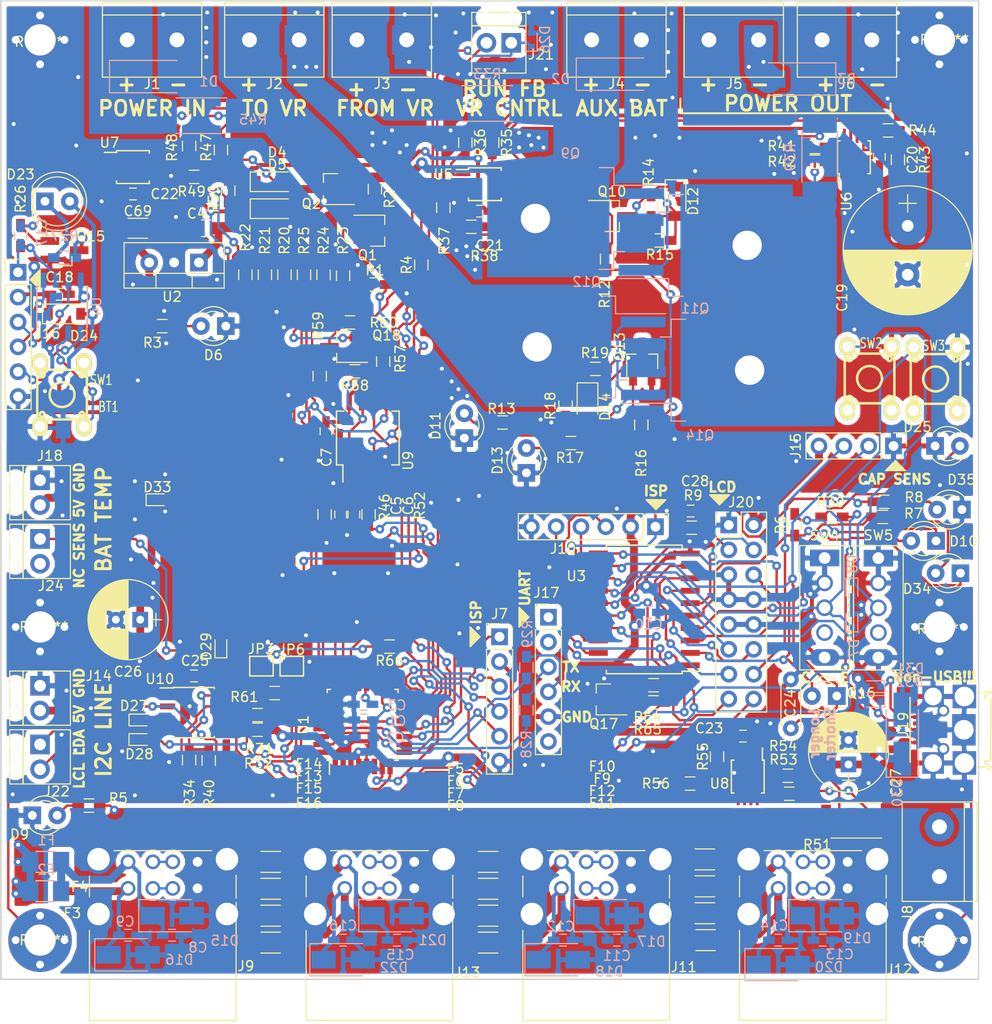
<source format=kicad_pcb>
(kicad_pcb (version 20171130) (host pcbnew no-vcs-found-c6d0075~61~ubuntu16.04.1)
  (layers (0 F.Cu signal) (31 B.Cu signal) (34 B.Paste user hide) (35 F.Paste user hide) (36 B.SilkS user) (37 F.SilkS user) (38 B.Mask user) (39 F.Mask user) (44 Edge.Cuts user))
  (net 0 "")
  (net 1 GND)
  (net 2 "Net-(C13-Pad1)")
  (net 3 "Net-(J12-Pad2)")
  (net 4 "Net-(J12-Pad6)")
  (net 5 "Net-(C14-Pad1)")
  (net 6 "Net-(C12-Pad1)")
  (net 7 "Net-(J11-Pad6)")
  (net 8 "Net-(J11-Pad2)")
  (net 9 "Net-(C11-Pad1)")
  (net 10 "Net-(C8-Pad1)")
  (net 11 "Net-(J9-Pad2)")
  (net 12 "Net-(J9-Pad6)")
  (net 13 "Net-(C9-Pad1)")
  (net 14 "Net-(C16-Pad1)")
  (net 15 "Net-(J13-Pad6)")
  (net 16 "Net-(J13-Pad2)")
  (net 17 "Net-(C15-Pad1)")
  (net 18 "Net-(SW1-Pad2)")
  (net 19 /SingleButtonRemocon/VBAT3V3)
  (net 20 /VA)
  (net 21 /VOUT)
  (net 22 /VS)
  (net 23 /CCCV_IN)
  (net 24 "Net-(C4-Pad1)")
  (net 25 "Net-(D14-Pad2)")
  (net 26 "Net-(D12-Pad2)")
  (net 27 "Net-(Q1-Pad1)")
  (net 28 "Net-(Q1-Pad3)")
  (net 29 "Net-(Q10-Pad1)")
  (net 30 "Net-(Q10-Pad3)")
  (net 31 "Net-(C17-Pad1)")
  (net 32 "Net-(Q15-Pad3)")
  (net 33 "Net-(Q13-Pad3)")
  (net 34 "Net-(Q13-Pad1)")
  (net 35 /VS_SENSE_ADC)
  (net 36 "Net-(R23-Pad2)")
  (net 37 /VA_SENSE_ADC)
  (net 38 /SingleButtonRemocon/LED_OUT)
  (net 39 "Net-(D23-Pad1)")
  (net 40 "Net-(D11-Pad2)")
  (net 41 "Net-(D6-Pad2)")
  (net 42 /~DEEP_SLEEP_EN)
  (net 43 "Net-(R20-Pad2)")
  (net 44 "Net-(D13-Pad2)")
  (net 45 /~RESET)
  (net 46 /MOSI)
  (net 47 /SCK)
  (net 48 /MISO)
  (net 49 /WaterLevel/MISO)
  (net 50 /WaterLevel/~RESET)
  (net 51 /SingleButtonRemocon/~RESET)
  (net 52 /SingleButtonRemocon/MOSI)
  (net 53 /SingleButtonRemocon/SCK)
  (net 54 /SingleButtonRemocon/VMCU3V3)
  (net 55 "Net-(U4-Pad3)")
  (net 56 /WaterLevel/CHARGE)
  (net 57 /WaterLevel/SENS)
  (net 58 "Net-(C3-Pad1)")
  (net 59 /SW_VS)
  (net 60 /SW_BAT)
  (net 61 "Net-(J17-Pad3)")
  (net 62 /TX)
  (net 63 /RX)
  (net 64 "Net-(J17-Pad4)")
  (net 65 "Net-(J17-Pad6)")
  (net 66 "Net-(J17-Pad2)")
  (net 67 "Net-(J17-Pad1)")
  (net 68 /BiDiSwitch3/COM_SRC)
  (net 69 /BiDiSwitch4/COM_SRC)
  (net 70 "Net-(D25-Pad2)")
  (net 71 /VA_G)
  (net 72 "Net-(R41-Pad2)")
  (net 73 /ICHARGE_SENS)
  (net 74 "Net-(R43-Pad1)")
  (net 75 /IOUT_SENS)
  (net 76 /VS2)
  (net 77 /VBUS_COM_IN)
  (net 78 /VOUT2)
  (net 79 "Net-(R37-Pad1)")
  (net 80 "Net-(R42-Pad2)")
  (net 81 "Net-(R36-Pad2)")
  (net 82 "Net-(R55-Pad1)")
  (net 83 "Net-(R35-Pad2)")
  (net 84 "Net-(R54-Pad2)")
  (net 85 "Net-(R47-Pad2)")
  (net 86 "Net-(R53-Pad2)")
  (net 87 /ISYS_SENS)
  (net 88 "Net-(R49-Pad1)")
  (net 89 "Net-(R48-Pad2)")
  (net 90 /CCCV_FEEDBACK)
  (net 91 "Net-(Q18-Pad1)")
  (net 92 "Net-(C6-Pad1)")
  (net 93 /CV_CTRL)
  (net 94 /CC_CTRL)
  (net 95 "Net-(C5-Pad1)")
  (net 96 "Net-(R57-Pad1)")
  (net 97 "Net-(Q18-Pad3)")
  (net 98 "Net-(J19-Pad4)")
  (net 99 SCL)
  (net 100 SDA)
  (net 101 VCOM)
  (net 102 /MS)
  (net 103 /BAT_TEMP_SENS)
  (net 104 "Net-(Q17-Pad1)")
  (net 105 /WaterLevel/LED_LCD_PWM)
  (net 106 "Net-(R61-Pad1)")
  (net 107 /WaterLevel/LCD_D7)
  (net 108 /WaterLevel/LCD_D6)
  (net 109 /WaterLevel/LCD_D5)
  (net 110 /WaterLevel/LCD_D4)
  (net 111 /WaterLevel/LCD_RS)
  (net 112 /WaterLevel/LCD_E)
  (net 113 "Net-(U1-Pad6)")
  (net 114 /IUSB_SENS)
  (net 115 "Net-(U1-Pad21)")
  (net 116 "Net-(U1-Pad2)")
  (net 117 "Net-(U1-Pad1)")
  (net 118 "Net-(J21-Pad2)")
  (net 119 /SW_VR)
  (net 120 "Net-(U1-Pad10)")
  (net 121 /SDA_L)
  (net 122 /SCL_L)
  (net 123 +5V)
  (net 124 /WaterLevel/ALLOW_DISCHG)
  (net 125 /WaterLevel/PREFER_DISCHG)
  (net 126 "Net-(U1-Pad32)")
  (net 127 "Net-(J24-Pad2)")
  (net 128 "Net-(D34-Pad2)")
  (net 129 "Net-(D10-Pad1)")
  (net 130 "Net-(D34-Pad1)")
  (net 131 "Net-(D10-Pad2)")
  (net 132 "Net-(D9-Pad2)")
  (net 133 BUSGND)
  (net 134 "Net-(D35-Pad2)")
  (net 135 "Net-(J20-Pad16)")
  (net 136 "Net-(J20-Pad15)")
  (net 137 "Net-(C28-Pad1)")
  (net 138 /WaterLevel/LCD_CONTRAST)
  (net 139 "Net-(SW5-Pad3)")
  (net 140 "Net-(SW4-Pad3)")
  (module components:SW_SPDT_WITH_SHILD (layer F.Cu) (at 104.25 76.95)
    (fp_text reference SW4 (at 0 -2.33) (layer F.SilkS))
    (fp_text value SW_SPDT_WITH_SHIELD)
    (pad 4 thru_hole rect (at 0 0) (size 3 1.7) (drill 1.2) (layers *.Cu *.Mask) (net 1 GND))
    (pad 1 thru_hole oval (at 0 2.54) (size 1.7 1.7) (drill 1.2) (layers *.Cu *.Mask) (net 1 GND))
    (pad 2 thru_hole oval (at 0 5.08) (size 1.7 1.7) (drill 1.2) (layers *.Cu *.Mask) (net 124 /WaterLevel/ALLOW_DISCHG))
    (pad 3 thru_hole oval (at 0 7.62) (size 1.7 1.7) (drill 1.2) (layers *.Cu *.Mask) (net 140 "Net-(SW4-Pad3)"))
    (pad 5 thru_hole oval (at 0 10.16) (size 3 1.7) (drill 1.2) (layers *.Cu *.Mask) (net 1 GND))
  )
  (module components:SW_SPDT_WITH_SHILD (layer F.Cu) (at 109.75 76.96)
    (fp_text reference SW5 (at 0 -2.33) (layer F.SilkS))
    (fp_text value SW_SPDT_WITH_SHIELD)
    (pad 5 thru_hole oval (at 0 10.16) (size 3 1.7) (drill 1.2) (layers *.Cu *.Mask) (net 1 GND))
    (pad 3 thru_hole oval (at 0 7.62) (size 1.7 1.7) (drill 1.2) (layers *.Cu *.Mask) (net 139 "Net-(SW5-Pad3)"))
    (pad 2 thru_hole oval (at 0 5.08) (size 1.7 1.7) (drill 1.2) (layers *.Cu *.Mask) (net 125 /WaterLevel/PREFER_DISCHG))
    (pad 1 thru_hole oval (at 0 2.54) (size 1.7 1.7) (drill 1.2) (layers *.Cu *.Mask) (net 1 GND))
    (pad 4 thru_hole rect (at 0 0) (size 3 1.7) (drill 1.2) (layers *.Cu *.Mask) (net 1 GND))
  )
  (module Capacitors_SMD:C_0603_HandSoldering (layer F.Cu) (at 90.55 72.15 180)
    (fp_text reference C28 (at -0.45 3.05 180) (layer F.SilkS))
    (fp_text value 1u)
    (pad 2 smd rect (at 0.95 0 180) (size 1.2 0.75) (layers F.Cu F.Paste F.Mask) (net 1 GND))
    (pad 1 smd rect (at -0.95 0 180) (size 1.2 0.75) (layers F.Cu F.Paste F.Mask) (net 137 "Net-(C28-Pad1)"))
  )
  (module Pin_Headers:Pin_Header_Straight_2x08_Pitch2.54mm (layer F.Cu) (at 94.45 73.58)
    (fp_text reference J20 (at 1.27 -2.33) (layer F.SilkS))
    (fp_text value Conn_02x08_Odd_Even)
    (pad 16 thru_hole oval (at 2.54 17.78) (size 1.7 1.7) (drill 1) (layers *.Cu *.Mask) (net 135 "Net-(J20-Pad16)"))
    (pad 15 thru_hole oval (at 0 17.78) (size 1.7 1.7) (drill 1) (layers *.Cu *.Mask) (net 136 "Net-(J20-Pad15)"))
    (pad 14 thru_hole oval (at 2.54 15.24) (size 1.7 1.7) (drill 1) (layers *.Cu *.Mask) (net 107 /WaterLevel/LCD_D7))
    (pad 13 thru_hole oval (at 0 15.24) (size 1.7 1.7) (drill 1) (layers *.Cu *.Mask) (net 108 /WaterLevel/LCD_D6))
    (pad 12 thru_hole oval (at 2.54 12.7) (size 1.7 1.7) (drill 1) (layers *.Cu *.Mask) (net 109 /WaterLevel/LCD_D5))
    (pad 11 thru_hole oval (at 0 12.7) (size 1.7 1.7) (drill 1) (layers *.Cu *.Mask) (net 110 /WaterLevel/LCD_D4))
    (pad 10 thru_hole oval (at 2.54 10.16) (size 1.7 1.7) (drill 1) (layers *.Cu *.Mask) (net 1 GND))
    (pad 9 thru_hole oval (at 0 10.16) (size 1.7 1.7) (drill 1) (layers *.Cu *.Mask) (net 1 GND))
    (pad 8 thru_hole oval (at 2.54 7.62) (size 1.7 1.7) (drill 1) (layers *.Cu *.Mask) (net 1 GND))
    (pad 7 thru_hole oval (at 0 7.62) (size 1.7 1.7) (drill 1) (layers *.Cu *.Mask) (net 1 GND))
    (pad 6 thru_hole oval (at 2.54 5.08) (size 1.7 1.7) (drill 1) (layers *.Cu *.Mask) (net 112 /WaterLevel/LCD_E))
    (pad 5 thru_hole oval (at 0 5.08) (size 1.7 1.7) (drill 1) (layers *.Cu *.Mask) (net 1 GND))
    (pad 4 thru_hole oval (at 2.54 2.54) (size 1.7 1.7) (drill 1) (layers *.Cu *.Mask) (net 111 /WaterLevel/LCD_RS))
    (pad 3 thru_hole oval (at 0 2.54) (size 1.7 1.7) (drill 1) (layers *.Cu *.Mask) (net 137 "Net-(C28-Pad1)"))
    (pad 2 thru_hole oval (at 2.54 0) (size 1.7 1.7) (drill 1) (layers *.Cu *.Mask) (net 123 +5V))
    (pad 1 thru_hole rect (at 0 0) (size 1.7 1.7) (drill 1) (layers *.Cu *.Mask) (net 1 GND))
  )
  (module Resistors_SMD:R_0603_HandSoldering (layer F.Cu) (at 90.65 73.85)
    (fp_text reference R9 (at 0.15 -3.3) (layer F.SilkS))
    (fp_text value 100k)
    (pad 2 smd rect (at 1.1 0) (size 1.2 0.9) (layers F.Cu F.Paste F.Mask) (net 137 "Net-(C28-Pad1)"))
    (pad 1 smd rect (at -1.1 0) (size 1.2 0.9) (layers F.Cu F.Paste F.Mask) (net 138 /WaterLevel/LCD_CONTRAST))
  )
  (module LEDs:LED_D3.0mm (layer F.Cu) (at 118.3 72 180)
    (fp_text reference D35 (at 0.05 3.05 180) (layer F.SilkS))
    (fp_text value LED)
    (pad 2 thru_hole circle (at 2.54 0 180) (size 1.8 1.8) (drill 0.9) (layers *.Cu *.Mask) (net 134 "Net-(D35-Pad2)"))
    (pad 1 thru_hole rect (at 0 0 180) (size 1.8 1.8) (drill 0.9) (layers *.Cu *.Mask) (net 1 GND))
  )
  (module Resistors_SMD:R_0603_HandSoldering (layer F.Cu) (at 110.35 71.2)
    (fp_text reference R8 (at 3.05 -0.45) (layer F.SilkS))
    (fp_text value 2.2k)
    (pad 2 smd rect (at 1.1 0) (size 1.2 0.9) (layers F.Cu F.Paste F.Mask) (net 134 "Net-(D35-Pad2)"))
    (pad 1 smd rect (at -1.1 0) (size 1.2 0.9) (layers F.Cu F.Paste F.Mask) (net 49 /WaterLevel/MISO))
  )
  (module Capacitors_ThroughHole:CP_Radial_D8.0mm_P2.50mm (layer F.Cu) (at 106.7 98.05 90)
    (fp_text reference C27 (at -1.85 4.85 90) (layer F.SilkS))
    (fp_text value CP1_Small)
    (pad 1 thru_hole rect (at 0 0 90) (size 1.6 1.6) (drill 0.8) (layers *.Cu *.Mask) (net 123 +5V))
    (pad 2 thru_hole circle (at 2.5 0 90) (size 1.6 1.6) (drill 0.8) (layers *.Cu *.Mask) (net 1 GND))
  )
  (module Capacitors_ThroughHole:CP_Radial_D8.0mm_P2.50mm (layer F.Cu) (at 34.25 83.25 180)
    (fp_text reference C26 (at 1.25 -5.31 180) (layer F.SilkS))
    (fp_text value CP1_Small)
    (pad 2 thru_hole circle (at 2.5 0 180) (size 1.6 1.6) (drill 0.8) (layers *.Cu *.Mask) (net 1 GND))
    (pad 1 thru_hole rect (at 0 0 180) (size 1.6 1.6) (drill 0.8) (layers *.Cu *.Mask) (net 123 +5V))
  )
  (module LEDs:LED_D3.0mm (layer F.Cu) (at 23.21 103.25)
    (fp_text reference D9 (at -1.31 1.95) (layer F.SilkS))
    (fp_text value LED)
    (pad 2 thru_hole circle (at 2.54 0) (size 1.8 1.8) (drill 0.9) (layers *.Cu *.Mask) (net 132 "Net-(D9-Pad2)"))
    (pad 1 thru_hole rect (at 0 0) (size 1.8 1.8) (drill 0.9) (layers *.Cu *.Mask) (net 133 BUSGND))
  )
  (module LEDs:LED_D3.0mm (layer F.Cu) (at 118.15 78.5 180)
    (fp_text reference D34 (at 4.45 -1.6 180) (layer F.SilkS))
    (fp_text value LED)
    (pad 1 thru_hole rect (at 0 0 180) (size 1.8 1.8) (drill 0.9) (layers *.Cu *.Mask) (net 130 "Net-(D34-Pad1)"))
    (pad 2 thru_hole circle (at 2.54 0 180) (size 1.8 1.8) (drill 0.9) (layers *.Cu *.Mask) (net 128 "Net-(D34-Pad2)"))
  )
  (module LEDs:LED_D3.0mm (layer F.Cu) (at 115.65 75.2 180)
    (fp_text reference D10 (at -2.8 -0.05 180) (layer F.SilkS))
    (fp_text value LED)
    (pad 2 thru_hole circle (at 2.54 0 180) (size 1.8 1.8) (drill 0.9) (layers *.Cu *.Mask) (net 131 "Net-(D10-Pad2)"))
    (pad 1 thru_hole rect (at 0 0 180) (size 1.8 1.8) (drill 0.9) (layers *.Cu *.Mask) (net 129 "Net-(D10-Pad1)"))
  )
  (module Resistors_SMD:R_0603_HandSoldering (layer F.Cu) (at 29 102.25 180)
    (fp_text reference R5 (at -3 0.75 180) (layer F.SilkS))
    (fp_text value 2.2k)
    (pad 2 smd rect (at 1.1 0 180) (size 1.2 0.9) (layers F.Cu F.Paste F.Mask) (net 132 "Net-(D9-Pad2)"))
    (pad 1 smd rect (at -1.1 0 180) (size 1.2 0.9) (layers F.Cu F.Paste F.Mask) (net 101 VCOM))
  )
  (module Resistors_SMD:R_0603_HandSoldering (layer F.Cu) (at 101.2 73.55 90)
    (fp_text reference R6 (at 0 -1.45 90) (layer F.SilkS))
    (fp_text value 2.2k)
    (pad 1 smd rect (at -1.1 0 90) (size 1.2 0.9) (layers F.Cu F.Paste F.Mask) (net 130 "Net-(D34-Pad1)"))
    (pad 2 smd rect (at 1.1 0 90) (size 1.2 0.9) (layers F.Cu F.Paste F.Mask) (net 131 "Net-(D10-Pad2)"))
  )
  (module Resistors_SMD:R_0603_HandSoldering (layer F.Cu) (at 110.2 72.75)
    (fp_text reference R7 (at 3.15 -0.35) (layer F.SilkS))
    (fp_text value 2.2k)
    (pad 2 smd rect (at 1.1 0) (size 1.2 0.9) (layers F.Cu F.Paste F.Mask) (net 128 "Net-(D34-Pad2)"))
    (pad 1 smd rect (at -1.1 0) (size 1.2 0.9) (layers F.Cu F.Paste F.Mask) (net 129 "Net-(D10-Pad1)"))
  )
  (module components:MSOP-8_3x3mm_Pitch0.65mm-thin (layer F.Cu) (at 33.5 37)
    (fp_text reference U7 (at -2.4 -2.5) (layer F.SilkS))
    (fp_text value LT6105)
    (pad 8 smd rect (at 2.2 -0.975) (size 1.45 0.3) (layers F.Cu F.Paste F.Mask) (net 85 "Net-(R47-Pad2)"))
    (pad 7 smd rect (at 2.2 -0.325) (size 1.45 0.3) (layers F.Cu F.Paste F.Mask))
    (pad 6 smd rect (at 2.2 0.325) (size 1.45 0.3) (layers F.Cu F.Paste F.Mask))
    (pad 5 smd rect (at 2.2 0.975) (size 1.45 0.3) (layers F.Cu F.Paste F.Mask) (net 87 /ISYS_SENS))
    (pad 4 smd rect (at -2.2 0.975) (size 1.45 0.3) (layers F.Cu F.Paste F.Mask) (net 1 GND))
    (pad 3 smd rect (at -2.2 0.325) (size 1.45 0.3) (layers F.Cu F.Paste F.Mask))
    (pad 2 smd rect (at -2.2 -0.325) (size 1.45 0.3) (layers F.Cu F.Paste F.Mask) (net 123 +5V))
    (pad 1 smd rect (at -2.2 -0.975) (size 1.45 0.3) (layers F.Cu F.Paste F.Mask) (net 89 "Net-(R48-Pad2)"))
  )
  (module Resistors_SMD:R_0603_HandSoldering (layer F.Cu) (at 70.25 34.5 270)
    (fp_text reference R35 (at 0 -1.5 270) (layer F.SilkS))
    (fp_text value 120R)
    (pad 1 smd rect (at -1.1 0 270) (size 1.2 0.9) (layers F.Cu F.Paste F.Mask) (net 23 /CCCV_IN))
    (pad 2 smd rect (at 1.1 0 270) (size 1.2 0.9) (layers F.Cu F.Paste F.Mask) (net 83 "Net-(R35-Pad2)"))
  )
  (module components:MountingHole_3.2mm_M3 (layer F.Cu) (at 116 84)
    (fp_text reference REF*** (at 0.2 0.2) (layer F.SilkS))
    (fp_text value M)
    (pad 1 thru_hole circle (at -2.5 0 90) (size 1 1) (drill 0.8) (layers *.Cu *.Mask) (net 1 GND))
    (pad 1 thru_hole circle (at 2.5 0 90) (size 1 1) (drill 0.8) (layers *.Cu *.Mask) (net 1 GND))
    (pad 1 thru_hole circle (at 0 2.5) (size 1 1) (drill 0.8) (layers *.Cu *.Mask) (net 1 GND))
    (pad 1 thru_hole circle (at 0 -2.5) (size 1 1) (drill 0.8) (layers *.Cu *.Mask) (net 1 GND))
    (pad 1 thru_hole circle (at 0 0) (size 6.5 6.5) (drill 3.2) (layers *.Cu *.Mask) (net 1 GND))
  )
  (module components:MountingHole_3.2mm_M3 (layer F.Cu) (at 24 84)
    (fp_text reference REF*** (at 0.4 0) (layer F.SilkS))
    (fp_text value M)
    (pad 1 thru_hole circle (at 0 0) (size 6.5 6.5) (drill 3.2) (layers *.Cu *.Mask) (net 1 GND))
    (pad 1 thru_hole circle (at 0 -2.5) (size 1 1) (drill 0.8) (layers *.Cu *.Mask) (net 1 GND))
    (pad 1 thru_hole circle (at 0 2.5) (size 1 1) (drill 0.8) (layers *.Cu *.Mask) (net 1 GND))
    (pad 1 thru_hole circle (at 2.5 0 90) (size 1 1) (drill 0.8) (layers *.Cu *.Mask) (net 1 GND))
    (pad 1 thru_hole circle (at -2.5 0 90) (size 1 1) (drill 0.8) (layers *.Cu *.Mask) (net 1 GND))
  )
  (module components:TerminalBlock_2_P_2.54mm (layer F.Cu) (at 24 69 270)
    (fp_text reference J18 (at -2.5 -1) (layer F.SilkS))
    (fp_text value Conn_01x02)
    (pad "" np_thru_hole circle (at 2.54 2.54 270) (size 1.2 1.2) (drill 1.2) (layers *.Cu *.Mask))
    (pad "" np_thru_hole circle (at 0 2.54 270) (size 1.2 1.2) (drill 1.2) (layers *.Cu *.Mask))
    (pad 1 thru_hole rect (at 0 0 270) (size 2 2) (drill 1.2) (layers *.Cu *.Mask) (net 1 GND))
    (pad 2 thru_hole circle (at 2.54 0 270) (size 2 2) (drill 1.2) (layers *.Cu *.Mask) (net 123 +5V))
  )
  (module components:TerminalBlock_2_P_2.54mm (layer F.Cu) (at 24 75 270)
    (fp_text reference J24 (at 4.8 -1.1) (layer F.SilkS))
    (fp_text value Conn_01x02)
    (pad 2 thru_hole circle (at 2.54 0 270) (size 2 2) (drill 1.2) (layers *.Cu *.Mask) (net 127 "Net-(J24-Pad2)"))
    (pad 1 thru_hole rect (at 0 0 270) (size 2 2) (drill 1.2) (layers *.Cu *.Mask) (net 103 /BAT_TEMP_SENS))
    (pad "" np_thru_hole circle (at 0 2.54 270) (size 1.2 1.2) (drill 1.2) (layers *.Cu *.Mask))
    (pad "" np_thru_hole circle (at 2.54 2.54 270) (size 1.2 1.2) (drill 1.2) (layers *.Cu *.Mask))
  )
  (module Diodes_SMD:D_SOD-523 (layer B.Cu) (at 107.05 80.15 270)
    (fp_text reference D8 (at -2.6 -0.05 270) (layer B.SilkS) (effects (justify mirror)))
    (fp_text value ESD5Z5.0T1G)
    (pad 1 smd rect (at -0.7 0 90) (size 0.6 0.7) (layers B.Cu B.Paste B.Mask) (net 125 /WaterLevel/PREFER_DISCHG))
    (pad 2 smd rect (at 0.7 0 90) (size 0.6 0.7) (layers B.Cu B.Paste B.Mask) (net 1 GND))
  )
  (module components:TerminalBlock_2_P_2.54mm (layer F.Cu) (at 24 90 270)
    (fp_text reference J14 (at -1 -6) (layer F.SilkS))
    (fp_text value Conn_01x02)
    (pad 2 thru_hole circle (at 2.54 0 270) (size 2 2) (drill 1.2) (layers *.Cu *.Mask) (net 123 +5V))
    (pad 1 thru_hole rect (at 0 0 270) (size 2 2) (drill 1.2) (layers *.Cu *.Mask) (net 1 GND))
    (pad "" np_thru_hole circle (at 0 2.54 270) (size 1.2 1.2) (drill 1.2) (layers *.Cu *.Mask))
    (pad "" np_thru_hole circle (at 2.54 2.54 270) (size 1.2 1.2) (drill 1.2) (layers *.Cu *.Mask))
  )
  (module components:TerminalBlock_2_P_2.54mm (layer F.Cu) (at 24 96 270)
    (fp_text reference J22 (at 4.8 -1.7) (layer F.SilkS))
    (fp_text value Conn_01x02)
    (pad "" np_thru_hole circle (at 2.54 2.54 270) (size 1.2 1.2) (drill 1.2) (layers *.Cu *.Mask))
    (pad "" np_thru_hole circle (at 0 2.54 270) (size 1.2 1.2) (drill 1.2) (layers *.Cu *.Mask))
    (pad 1 thru_hole rect (at 0 0 270) (size 2 2) (drill 1.2) (layers *.Cu *.Mask) (net 121 /SDA_L))
    (pad 2 thru_hole circle (at 2.54 0 270) (size 2 2) (drill 1.2) (layers *.Cu *.Mask) (net 122 /SCL_L))
  )
  (module components:TerminalBlock_2_P_2.54mm (layer F.Cu) (at 72.2 24.3 180)
    (fp_text reference J21 (at -3.05 -1.2 180) (layer F.SilkS))
    (fp_text value Conn_01x02)
    (pad 2 thru_hole circle (at 2.54 0 180) (size 2 2) (drill 1.2) (layers *.Cu *.Mask) (net 118 "Net-(J21-Pad2)"))
    (pad 1 thru_hole rect (at 0 0 180) (size 2 2) (drill 1.2) (layers *.Cu *.Mask) (net 90 /CCCV_FEEDBACK))
    (pad "" np_thru_hole circle (at 0 2.54 180) (size 1.2 1.2) (drill 1.2) (layers *.Cu *.Mask))
    (pad "" np_thru_hole circle (at 2.54 2.54 180) (size 1.2 1.2) (drill 1.2) (layers *.Cu *.Mask))
  )
  (module Diodes_SMD:D_SOD-523 (layer B.Cu) (at 107.05 83.35 90)
    (fp_text reference D7 (at -2.8 0.2 90) (layer B.SilkS) (effects (justify mirror)))
    (fp_text value ESD5Z5.0T1G)
    (pad 1 smd rect (at -0.7 0 270) (size 0.6 0.7) (layers B.Cu B.Paste B.Mask) (net 124 /WaterLevel/ALLOW_DISCHG))
    (pad 2 smd rect (at 0.7 0 270) (size 0.6 0.7) (layers B.Cu B.Paste B.Mask) (net 1 GND))
  )
  (module Capacitors_ThroughHole:C_Disc_D4.3mm_W1.9mm_P5.00mm (layer F.Cu) (at 100.8 94.35 90)
    (fp_text reference C24 (at 2.55 -0.05 90) (layer F.SilkS))
    (fp_text value 0.1u)
    (pad 2 thru_hole circle (at 5 0 90) (size 1.6 1.6) (drill 0.8) (layers *.Cu *.Mask) (net 1 GND))
    (pad 1 thru_hole circle (at 0 0 90) (size 1.6 1.6) (drill 0.8) (layers *.Cu *.Mask) (net 57 /WaterLevel/SENS))
  )
  (module Housings_QFP:TQFP-32_7x7mm_Pitch0.8mm (layer F.Cu) (at 57 94 90)
    (fp_text reference U1 (at 0 -6.05 90) (layer F.SilkS))
    (fp_text value ATMEGA328P-AU)
    (pad 32 smd rect (at -2.8 -4.25 180) (size 1.6 0.55) (layers F.Cu F.Paste F.Mask) (net 126 "Net-(U1-Pad32)"))
    (pad 31 smd rect (at -2 -4.25 180) (size 1.6 0.55) (layers F.Cu F.Paste F.Mask) (net 62 /TX))
    (pad 30 smd rect (at -1.2 -4.25 180) (size 1.6 0.55) (layers F.Cu F.Paste F.Mask) (net 63 /RX))
    (pad 29 smd rect (at -0.4 -4.25 180) (size 1.6 0.55) (layers F.Cu F.Paste F.Mask) (net 45 /~RESET))
    (pad 28 smd rect (at 0.4 -4.25 180) (size 1.6 0.55) (layers F.Cu F.Paste F.Mask) (net 99 SCL))
    (pad 27 smd rect (at 1.2 -4.25 180) (size 1.6 0.55) (layers F.Cu F.Paste F.Mask) (net 100 SDA))
    (pad 26 smd rect (at 2 -4.25 180) (size 1.6 0.55) (layers F.Cu F.Paste F.Mask) (net 87 /ISYS_SENS))
    (pad 25 smd rect (at 2.8 -4.25 180) (size 1.6 0.55) (layers F.Cu F.Paste F.Mask) (net 75 /IOUT_SENS))
    (pad 24 smd rect (at 4.25 -2.8 90) (size 1.6 0.55) (layers F.Cu F.Paste F.Mask) (net 37 /VA_SENSE_ADC))
    (pad 23 smd rect (at 4.25 -2 90) (size 1.6 0.55) (layers F.Cu F.Paste F.Mask) (net 35 /VS_SENSE_ADC))
    (pad 22 smd rect (at 4.25 -1.2 90) (size 1.6 0.55) (layers F.Cu F.Paste F.Mask) (net 73 /ICHARGE_SENS))
    (pad 21 smd rect (at 4.25 -0.4 90) (size 1.6 0.55) (layers F.Cu F.Paste F.Mask) (net 115 "Net-(U1-Pad21)"))
    (pad 20 smd rect (at 4.25 0.4 90) (size 1.6 0.55) (layers F.Cu F.Paste F.Mask) (net 58 "Net-(C3-Pad1)"))
    (pad 19 smd rect (at 4.25 1.2 90) (size 1.6 0.55) (layers F.Cu F.Paste F.Mask) (net 103 /BAT_TEMP_SENS))
    (pad 18 smd rect (at 4.25 2 90) (size 1.6 0.55) (layers F.Cu F.Paste F.Mask) (net 123 +5V))
    (pad 17 smd rect (at 4.25 2.8 90) (size 1.6 0.55) (layers F.Cu F.Paste F.Mask) (net 47 /SCK))
    (pad 16 smd rect (at 2.8 4.25 180) (size 1.6 0.55) (layers F.Cu F.Paste F.Mask) (net 48 /MISO))
    (pad 15 smd rect (at 2 4.25 180) (size 1.6 0.55) (layers F.Cu F.Paste F.Mask) (net 46 /MOSI))
    (pad 14 smd rect (at 1.2 4.25 180) (size 1.6 0.55) (layers F.Cu F.Paste F.Mask) (net 93 /CV_CTRL))
    (pad 13 smd rect (at 0.4 4.25 180) (size 1.6 0.55) (layers F.Cu F.Paste F.Mask) (net 94 /CC_CTRL))
    (pad 12 smd rect (at -0.4 4.25 180) (size 1.6 0.55) (layers F.Cu F.Paste F.Mask) (net 59 /SW_VS))
    (pad 11 smd rect (at -1.2 4.25 180) (size 1.6 0.55) (layers F.Cu F.Paste F.Mask) (net 60 /SW_BAT))
    (pad 10 smd rect (at -2 4.25 180) (size 1.6 0.55) (layers F.Cu F.Paste F.Mask) (net 120 "Net-(U1-Pad10)"))
    (pad 9 smd rect (at -2.8 4.25 180) (size 1.6 0.55) (layers F.Cu F.Paste F.Mask) (net 119 /SW_VR))
    (pad 8 smd rect (at -4.25 2.8 90) (size 1.6 0.55) (layers F.Cu F.Paste F.Mask) (net 106 "Net-(R61-Pad1)"))
    (pad 7 smd rect (at -4.25 2 90) (size 1.6 0.55) (layers F.Cu F.Paste F.Mask) (net 42 /~DEEP_SLEEP_EN))
    (pad 6 smd rect (at -4.25 1.2 90) (size 1.6 0.55) (layers F.Cu F.Paste F.Mask) (net 113 "Net-(U1-Pad6)"))
    (pad 5 smd rect (at -4.25 0.4 90) (size 1.6 0.55) (layers F.Cu F.Paste F.Mask) (net 1 GND))
    (pad 4 smd rect (at -4.25 -0.4 90) (size 1.6 0.55) (layers F.Cu F.Paste F.Mask) (net 123 +5V))
    (pad 3 smd rect (at -4.25 -1.2 90) (size 1.6 0.55) (layers F.Cu F.Paste F.Mask) (net 1 GND))
    (pad 2 smd rect (at -4.25 -2 90) (size 1.6 0.55) (layers F.Cu F.Paste F.Mask) (net 116 "Net-(U1-Pad2)"))
    (pad 1 smd rect (at -4.25 -2.8 90) (size 1.6 0.55) (layers F.Cu F.Paste F.Mask) (net 117 "Net-(U1-Pad1)"))
  )
  (module Housings_SOIC:SOIC-20W_7.5x12.8mm_Pitch1.27mm (layer F.Cu) (at 85.8 82.2 180)
    (fp_text reference U3 (at 6.95 3.4 180) (layer F.SilkS))
    (fp_text value ATTINY2313-20SU)
    (pad 20 smd rect (at 4.7 -5.715 180) (size 1.95 0.6) (layers F.Cu F.Paste F.Mask) (net 123 +5V))
    (pad 19 smd rect (at 4.7 -4.445 180) (size 1.95 0.6) (layers F.Cu F.Paste F.Mask) (net 99 SCL))
    (pad 18 smd rect (at 4.7 -3.175 180) (size 1.95 0.6) (layers F.Cu F.Paste F.Mask) (net 49 /WaterLevel/MISO))
    (pad 17 smd rect (at 4.7 -1.905 180) (size 1.95 0.6) (layers F.Cu F.Paste F.Mask) (net 100 SDA))
    (pad 16 smd rect (at 4.7 -0.635 180) (size 1.95 0.6) (layers F.Cu F.Paste F.Mask) (net 105 /WaterLevel/LED_LCD_PWM))
    (pad 15 smd rect (at 4.7 0.635 180) (size 1.95 0.6) (layers F.Cu F.Paste F.Mask) (net 138 /WaterLevel/LCD_CONTRAST))
    (pad 14 smd rect (at 4.7 1.905 180) (size 1.95 0.6) (layers F.Cu F.Paste F.Mask) (net 125 /WaterLevel/PREFER_DISCHG))
    (pad 13 smd rect (at 4.7 3.175 180) (size 1.95 0.6) (layers F.Cu F.Paste F.Mask) (net 124 /WaterLevel/ALLOW_DISCHG))
    (pad 12 smd rect (at 4.7 4.445 180) (size 1.95 0.6) (layers F.Cu F.Paste F.Mask) (net 57 /WaterLevel/SENS))
    (pad 11 smd rect (at 4.7 5.715 180) (size 1.95 0.6) (layers F.Cu F.Paste F.Mask) (net 107 /WaterLevel/LCD_D7))
    (pad 10 smd rect (at -4.7 5.715 180) (size 1.95 0.6) (layers F.Cu F.Paste F.Mask) (net 1 GND))
    (pad 9 smd rect (at -4.7 4.445 180) (size 1.95 0.6) (layers F.Cu F.Paste F.Mask) (net 108 /WaterLevel/LCD_D6))
    (pad 8 smd rect (at -4.7 3.175 180) (size 1.95 0.6) (layers F.Cu F.Paste F.Mask) (net 109 /WaterLevel/LCD_D5))
    (pad 7 smd rect (at -4.7 1.905 180) (size 1.95 0.6) (layers F.Cu F.Paste F.Mask) (net 110 /WaterLevel/LCD_D4))
    (pad 6 smd rect (at -4.7 0.635 180) (size 1.95 0.6) (layers F.Cu F.Paste F.Mask) (net 111 /WaterLevel/LCD_RS))
    (pad 5 smd rect (at -4.7 -0.635 180) (size 1.95 0.6) (layers F.Cu F.Paste F.Mask) (net 130 "Net-(D34-Pad1)"))
    (pad 4 smd rect (at -4.7 -1.905 180) (size 1.95 0.6) (layers F.Cu F.Paste F.Mask) (net 129 "Net-(D10-Pad1)"))
    (pad 3 smd rect (at -4.7 -3.175 180) (size 1.95 0.6) (layers F.Cu F.Paste F.Mask) (net 112 /WaterLevel/LCD_E))
    (pad 2 smd rect (at -4.7 -4.445 180) (size 1.95 0.6) (layers F.Cu F.Paste F.Mask) (net 56 /WaterLevel/CHARGE))
    (pad 1 smd rect (at -4.7 -5.715 180) (size 1.95 0.6) (layers F.Cu F.Paste F.Mask) (net 50 /WaterLevel/~RESET))
  )
  (module Housings_SOIC:SOIC-8_3.9x4.9mm_Pitch1.27mm (layer B.Cu) (at 26.25 51.25 90)
    (fp_text reference U4 (at 0 3.5 90) (layer B.SilkS) (effects (justify mirror)))
    (fp_text value ATTINY13A-SSU)
    (pad 8 smd rect (at 2.7 1.905 90) (size 1.55 0.6) (layers B.Cu B.Paste B.Mask) (net 54 /SingleButtonRemocon/VMCU3V3))
    (pad 7 smd rect (at 2.7 0.635 90) (size 1.55 0.6) (layers B.Cu B.Paste B.Mask) (net 53 /SingleButtonRemocon/SCK))
    (pad 6 smd rect (at 2.7 -0.635 90) (size 1.55 0.6) (layers B.Cu B.Paste B.Mask) (net 38 /SingleButtonRemocon/LED_OUT))
    (pad 5 smd rect (at 2.7 -1.905 90) (size 1.55 0.6) (layers B.Cu B.Paste B.Mask) (net 52 /SingleButtonRemocon/MOSI))
    (pad 4 smd rect (at -2.7 -1.905 90) (size 1.55 0.6) (layers B.Cu B.Paste B.Mask) (net 1 GND))
    (pad 3 smd rect (at -2.7 -0.635 90) (size 1.55 0.6) (layers B.Cu B.Paste B.Mask) (net 55 "Net-(U4-Pad3)"))
    (pad 2 smd rect (at -2.7 0.635 90) (size 1.55 0.6) (layers B.Cu B.Paste B.Mask) (net 18 "Net-(SW1-Pad2)"))
    (pad 1 smd rect (at -2.7 1.905 90) (size 1.55 0.6) (layers B.Cu B.Paste B.Mask) (net 51 /SingleButtonRemocon/~RESET))
  )
  (module Resistors_SMD:R_0603_HandSoldering (layer F.Cu) (at 59.75 86 180)
    (fp_text reference R66 (at 0 -1.45 180) (layer F.SilkS))
    (fp_text value 0R)
    (pad 2 smd rect (at 1.1 0 180) (size 1.2 0.9) (layers F.Cu F.Paste F.Mask) (net 103 /BAT_TEMP_SENS))
    (pad 1 smd rect (at -1.1 0 180) (size 1.2 0.9) (layers F.Cu F.Paste F.Mask) (net 114 /IUSB_SENS))
  )
  (module Diodes_SMD:D_SMA (layer B.Cu) (at 55 118)
    (fp_text reference D22 (at 5.2 0.8) (layer B.SilkS) (effects (justify mirror)))
    (fp_text value 6V)
    (pad 1 smd rect (at -2 0) (size 2.5 1.8) (layers B.Cu B.Paste B.Mask) (net 14 "Net-(C16-Pad1)"))
    (pad 2 smd rect (at 2 0) (size 2.5 1.8) (layers B.Cu B.Paste B.Mask) (net 133 BUSGND))
  )
  (module Diodes_SMD:D_SMA (layer B.Cu) (at 60 113.5)
    (fp_text reference D21 (at 4.15 2.5) (layer B.SilkS) (effects (justify mirror)))
    (fp_text value 6V)
    (pad 2 smd rect (at 2 0) (size 2.5 1.8) (layers B.Cu B.Paste B.Mask) (net 133 BUSGND))
    (pad 1 smd rect (at -2 0) (size 2.5 1.8) (layers B.Cu B.Paste B.Mask) (net 17 "Net-(C15-Pad1)"))
  )
  (module Diodes_SMD:D_SMA (layer B.Cu) (at 104 113.5)
    (fp_text reference D19 (at 3.6 2.3) (layer B.SilkS) (effects (justify mirror)))
    (fp_text value 6V)
    (pad 1 smd rect (at -2 0) (size 2.5 1.8) (layers B.Cu B.Paste B.Mask) (net 2 "Net-(C13-Pad1)"))
    (pad 2 smd rect (at 2 0) (size 2.5 1.8) (layers B.Cu B.Paste B.Mask) (net 133 BUSGND))
  )
  (module Diodes_SMD:D_SMA (layer B.Cu) (at 77 118)
    (fp_text reference D18 (at 5.25 1.2) (layer B.SilkS) (effects (justify mirror)))
    (fp_text value 6V)
    (pad 2 smd rect (at 2 0) (size 2.5 1.8) (layers B.Cu B.Paste B.Mask) (net 133 BUSGND))
    (pad 1 smd rect (at -2 0) (size 2.5 1.8) (layers B.Cu B.Paste B.Mask) (net 6 "Net-(C12-Pad1)"))
  )
  (module Diodes_SMD:D_SMA (layer B.Cu) (at 82 113.5)
    (fp_text reference D17 (at 4.55 2.65) (layer B.SilkS) (effects (justify mirror)))
    (fp_text value 6V)
    (pad 1 smd rect (at -2 0) (size 2.5 1.8) (layers B.Cu B.Paste B.Mask) (net 9 "Net-(C11-Pad1)"))
    (pad 2 smd rect (at 2 0) (size 2.5 1.8) (layers B.Cu B.Paste B.Mask) (net 133 BUSGND))
  )
  (module Diodes_SMD:D_SMA (layer B.Cu) (at 33 117.5)
    (fp_text reference D16 (at 5.25 0.5) (layer B.SilkS) (effects (justify mirror)))
    (fp_text value 6V)
    (pad 2 smd rect (at 2 0) (size 2.5 1.8) (layers B.Cu B.Paste B.Mask) (net 133 BUSGND))
    (pad 1 smd rect (at -2 0) (size 2.5 1.8) (layers B.Cu B.Paste B.Mask) (net 13 "Net-(C9-Pad1)"))
  )
  (module Diodes_SMD:D_SMA (layer B.Cu) (at 37.5 113.5)
    (fp_text reference D15 (at 5.4 2.55) (layer B.SilkS) (effects (justify mirror)))
    (fp_text value 6V)
    (pad 1 smd rect (at -2 0) (size 2.5 1.8) (layers B.Cu B.Paste B.Mask) (net 10 "Net-(C8-Pad1)"))
    (pad 2 smd rect (at 2 0) (size 2.5 1.8) (layers B.Cu B.Paste B.Mask) (net 133 BUSGND))
  )
  (module Diodes_SMD:D_SMA (layer B.Cu) (at 99.5 118.5)
    (fp_text reference D20 (at 5.2 0.25) (layer B.SilkS) (effects (justify mirror)))
    (fp_text value 6V)
    (pad 2 smd rect (at 2 0) (size 2.5 1.8) (layers B.Cu B.Paste B.Mask) (net 133 BUSGND))
    (pad 1 smd rect (at -2 0) (size 2.5 1.8) (layers B.Cu B.Paste B.Mask) (net 5 "Net-(C14-Pad1)"))
  )
  (module Fuse_Holders_and_Fuses:Fuse_SMD1206_Wave (layer F.Cu) (at 69.83 113.5 180)
    (fp_text reference F7 (at 3.33 12.5 180) (layer F.SilkS))
    (fp_text value 2A)
    (pad 1 smd rect (at -1.58 0 270) (size 2.03 1.65) (layers F.Cu F.Paste F.Mask) (net 6 "Net-(C12-Pad1)"))
    (pad 2 smd rect (at 1.58 0 270) (size 2.03 1.65) (layers F.Cu F.Paste F.Mask) (net 101 VCOM))
  )
  (module Fuse_Holders_and_Fuses:Fuse_SMD1206_Wave (layer F.Cu) (at 47.58 113.5 180)
    (fp_text reference F15 (at -3.92 13 180) (layer F.SilkS))
    (fp_text value 2A)
    (pad 2 smd rect (at 1.58 0 270) (size 2.03 1.65) (layers F.Cu F.Paste F.Mask) (net 101 VCOM))
    (pad 1 smd rect (at -1.58 0 270) (size 2.03 1.65) (layers F.Cu F.Paste F.Mask) (net 14 "Net-(C16-Pad1)"))
  )
  (module Fuse_Holders_and_Fuses:Fuse_SMD1206_Wave (layer F.Cu) (at 47.58 116.25 180)
    (fp_text reference F16 (at -3.92 14.25 180) (layer F.SilkS))
    (fp_text value 2A)
    (pad 1 smd rect (at -1.58 0 270) (size 2.03 1.65) (layers F.Cu F.Paste F.Mask) (net 14 "Net-(C16-Pad1)"))
    (pad 2 smd rect (at 1.58 0 270) (size 2.03 1.65) (layers F.Cu F.Paste F.Mask) (net 101 VCOM))
  )
  (module Fuse_Holders_and_Fuses:Fuse_SMD1206_Wave (layer B.Cu) (at 24.58 108 180)
    (fp_text reference F1 (at -0.05 2.2 180) (layer B.SilkS) (effects (justify mirror)))
    (fp_text value 2A)
    (pad 2 smd rect (at 1.58 0 90) (size 2.03 1.65) (layers B.Cu B.Paste B.Mask) (net 101 VCOM))
    (pad 1 smd rect (at -1.58 0 90) (size 2.03 1.65) (layers B.Cu B.Paste B.Mask) (net 10 "Net-(C8-Pad1)"))
  )
  (module Fuse_Holders_and_Fuses:Fuse_SMD1206_Wave (layer B.Cu) (at 24.58 111 180)
    (fp_text reference F2 (at -0.05 2.2 180) (layer B.SilkS) (effects (justify mirror)))
    (fp_text value 2A)
    (pad 1 smd rect (at -1.58 0 90) (size 2.03 1.65) (layers B.Cu B.Paste B.Mask) (net 10 "Net-(C8-Pad1)"))
    (pad 2 smd rect (at 1.58 0 90) (size 2.03 1.65) (layers B.Cu B.Paste B.Mask) (net 101 VCOM))
  )
  (module Fuse_Holders_and_Fuses:Fuse_SMD1206_Wave (layer F.Cu) (at 24.58 111 180)
    (fp_text reference F3 (at -2.72 -2.25 180) (layer F.SilkS))
    (fp_text value 2A)
    (pad 2 smd rect (at 1.58 0 270) (size 2.03 1.65) (layers F.Cu F.Paste F.Mask) (net 101 VCOM))
    (pad 1 smd rect (at -1.58 0 270) (size 2.03 1.65) (layers F.Cu F.Paste F.Mask) (net 13 "Net-(C9-Pad1)"))
  )
  (module Fuse_Holders_and_Fuses:Fuse_SMD1206_Wave (layer F.Cu) (at 24.58 108 180)
    (fp_text reference F4 (at -3.47 -2.55 180) (layer F.SilkS))
    (fp_text value 2A)
    (pad 1 smd rect (at -1.58 0 270) (size 2.03 1.65) (layers F.Cu F.Paste F.Mask) (net 13 "Net-(C9-Pad1)"))
    (pad 2 smd rect (at 1.58 0 270) (size 2.03 1.65) (layers F.Cu F.Paste F.Mask) (net 101 VCOM))
  )
  (module Fuse_Holders_and_Fuses:Fuse_SMD1206_Wave (layer F.Cu) (at 69.83 108 180)
    (fp_text reference F5 (at 3.33 9.5 180) (layer F.SilkS))
    (fp_text value 2A)
    (pad 2 smd rect (at 1.58 0 270) (size 2.03 1.65) (layers F.Cu F.Paste F.Mask) (net 101 VCOM))
    (pad 1 smd rect (at -1.58 0 270) (size 2.03 1.65) (layers F.Cu F.Paste F.Mask) (net 9 "Net-(C11-Pad1)"))
  )
  (module Fuse_Holders_and_Fuses:Fuse_SMD1206_Wave (layer F.Cu) (at 92 113.25 180)
    (fp_text reference F12 (at 10.5 12.5) (layer F.SilkS))
    (fp_text value 2A)
    (pad 1 smd rect (at -1.58 0 270) (size 2.03 1.65) (layers F.Cu F.Paste F.Mask) (net 5 "Net-(C14-Pad1)"))
    (pad 2 smd rect (at 1.58 0 270) (size 2.03 1.65) (layers F.Cu F.Paste F.Mask) (net 101 VCOM))
  )
  (module Fuse_Holders_and_Fuses:Fuse_SMD1206_Wave (layer F.Cu) (at 92.08 116 180)
    (fp_text reference F11 (at 10.58 14) (layer F.SilkS))
    (fp_text value 2A)
    (pad 2 smd rect (at 1.58 0 270) (size 2.03 1.65) (layers F.Cu F.Paste F.Mask) (net 101 VCOM))
    (pad 1 smd rect (at -1.58 0 270) (size 2.03 1.65) (layers F.Cu F.Paste F.Mask) (net 5 "Net-(C14-Pad1)"))
  )
  (module Fuse_Holders_and_Fuses:Fuse_SMD1206_Wave (layer F.Cu) (at 47.58 110.75 180)
    (fp_text reference F13 (at -3.92 11.5 180) (layer F.SilkS))
    (fp_text value 2A)
    (pad 1 smd rect (at -1.58 0 270) (size 2.03 1.65) (layers F.Cu F.Paste F.Mask) (net 17 "Net-(C15-Pad1)"))
    (pad 2 smd rect (at 1.58 0 270) (size 2.03 1.65) (layers F.Cu F.Paste F.Mask) (net 101 VCOM))
  )
  (module Fuse_Holders_and_Fuses:Fuse_SMD1206_Wave (layer F.Cu) (at 47.58 108 180)
    (fp_text reference F14 (at -3.92 10 180) (layer F.SilkS))
    (fp_text value 2A)
    (pad 2 smd rect (at 1.58 0 270) (size 2.03 1.65) (layers F.Cu F.Paste F.Mask) (net 101 VCOM))
    (pad 1 smd rect (at -1.58 0 270) (size 2.03 1.65) (layers F.Cu F.Paste F.Mask) (net 17 "Net-(C15-Pad1)"))
  )
  (module Fuse_Holders_and_Fuses:Fuse_SMD1206_Wave (layer F.Cu) (at 69.83 110.75 180)
    (fp_text reference F6 (at 3.33 11 180) (layer F.SilkS))
    (fp_text value 2A)
    (pad 1 smd rect (at -1.58 0 270) (size 2.03 1.65) (layers F.Cu F.Paste F.Mask) (net 9 "Net-(C11-Pad1)"))
    (pad 2 smd rect (at 1.58 0 270) (size 2.03 1.65) (layers F.Cu F.Paste F.Mask) (net 101 VCOM))
  )
  (module Fuse_Holders_and_Fuses:Fuse_SMD1206_Wave (layer F.Cu) (at 69.83 116.25 180)
    (fp_text reference F8 (at 3.33 14 180) (layer F.SilkS))
    (fp_text value 2A)
    (pad 2 smd rect (at 1.58 0 270) (size 2.03 1.65) (layers F.Cu F.Paste F.Mask) (net 101 VCOM))
    (pad 1 smd rect (at -1.58 0 270) (size 2.03 1.65) (layers F.Cu F.Paste F.Mask) (net 6 "Net-(C12-Pad1)"))
  )
  (module Fuse_Holders_and_Fuses:Fuse_SMD1206_Wave (layer F.Cu) (at 92 110.5 180)
    (fp_text reference F9 (at 10.5 11) (layer F.SilkS))
    (fp_text value 2A)
    (pad 1 smd rect (at -1.58 0 270) (size 2.03 1.65) (layers F.Cu F.Paste F.Mask) (net 2 "Net-(C13-Pad1)"))
    (pad 2 smd rect (at 1.58 0 270) (size 2.03 1.65) (layers F.Cu F.Paste F.Mask) (net 101 VCOM))
  )
  (module Fuse_Holders_and_Fuses:Fuse_SMD1206_Wave (layer F.Cu) (at 92 107.75 180)
    (fp_text reference F10 (at 10.5 9.5) (layer F.SilkS))
    (fp_text value 2A)
    (pad 2 smd rect (at 1.58 0 270) (size 2.03 1.65) (layers F.Cu F.Paste F.Mask) (net 101 VCOM))
    (pad 1 smd rect (at -1.58 0 270) (size 2.03 1.65) (layers F.Cu F.Paste F.Mask) (net 2 "Net-(C13-Pad1)"))
  )
  (module components:USB_Ax2 (layer F.Cu) (at 55.166666 108)
    (fp_text reference J13 (at 12.533334 11.3) (layer F.SilkS))
    (fp_text value USB_Ax2)
    (pad 9 thru_hole circle (at -3.02 -0.27 270) (size 3 3) (drill 2.3) (layers *.Cu *.Mask) (net 133 BUSGND))
    (pad 9 thru_hole circle (at 10.12 -0.27 270) (size 3 3) (drill 2.3) (layers *.Cu *.Mask) (net 133 BUSGND))
    (pad 5 thru_hole circle (at 0 2.71 270) (size 1.5 1.5) (drill 1) (layers *.Cu *.Mask) (net 14 "Net-(C16-Pad1)"))
    (pad 6 thru_hole circle (at 2.54 2.71 270) (size 1.5 1.5) (drill 1) (layers *.Cu *.Mask) (net 15 "Net-(J13-Pad6)"))
    (pad 7 thru_hole circle (at 4.57 2.71 270) (size 1.5 1.5) (drill 1) (layers *.Cu *.Mask) (net 15 "Net-(J13-Pad6)"))
    (pad 8 thru_hole circle (at 7.11 2.71 270) (size 1.5 1.5) (drill 1) (layers *.Cu *.Mask) (net 133 BUSGND))
    (pad 4 thru_hole circle (at 7.11 0 270) (size 1.5 1.5) (drill 1) (layers *.Cu *.Mask) (net 133 BUSGND))
    (pad 3 thru_hole circle (at 4.57 0 270) (size 1.5 1.5) (drill 1) (layers *.Cu *.Mask) (net 16 "Net-(J13-Pad2)"))
    (pad 2 thru_hole circle (at 2.54 0 270) (size 1.5 1.5) (drill 1) (layers *.Cu *.Mask) (net 16 "Net-(J13-Pad2)"))
    (pad 1 thru_hole circle (at 0 0 270) (size 1.5 1.5) (drill 1) (layers *.Cu *.Mask) (net 17 "Net-(C15-Pad1)"))
    (pad 9 thru_hole circle (at 10.12 5.33 270) (size 3 3) (drill 2.3) (layers *.Cu *.Mask) (net 133 BUSGND))
    (pad 9 thru_hole circle (at -3.02 5.33 270) (size 3 3) (drill 2.3) (layers *.Cu *.Mask) (net 133 BUSGND))
  )
  (module components:USB_Ax2 (layer F.Cu) (at 99.499998 108)
    (fp_text reference J12 (at 12.400002 11) (layer F.SilkS))
    (fp_text value USB_Ax2)
    (pad 9 thru_hole circle (at -3.02 5.33 270) (size 3 3) (drill 2.3) (layers *.Cu *.Mask) (net 133 BUSGND))
    (pad 9 thru_hole circle (at 10.12 5.33 270) (size 3 3) (drill 2.3) (layers *.Cu *.Mask) (net 133 BUSGND))
    (pad 1 thru_hole circle (at 0 0 270) (size 1.5 1.5) (drill 1) (layers *.Cu *.Mask) (net 2 "Net-(C13-Pad1)"))
    (pad 2 thru_hole circle (at 2.54 0 270) (size 1.5 1.5) (drill 1) (layers *.Cu *.Mask) (net 3 "Net-(J12-Pad2)"))
    (pad 3 thru_hole circle (at 4.57 0 270) (size 1.5 1.5) (drill 1) (layers *.Cu *.Mask) (net 3 "Net-(J12-Pad2)"))
    (pad 4 thru_hole circle (at 7.11 0 270) (size 1.5 1.5) (drill 1) (layers *.Cu *.Mask) (net 133 BUSGND))
    (pad 8 thru_hole circle (at 7.11 2.71 270) (size 1.5 1.5) (drill 1) (layers *.Cu *.Mask) (net 133 BUSGND))
    (pad 7 thru_hole circle (at 4.57 2.71 270) (size 1.5 1.5) (drill 1) (layers *.Cu *.Mask) (net 4 "Net-(J12-Pad6)"))
    (pad 6 thru_hole circle (at 2.54 2.71 270) (size 1.5 1.5) (drill 1) (layers *.Cu *.Mask) (net 4 "Net-(J12-Pad6)"))
    (pad 5 thru_hole circle (at 0 2.71 270) (size 1.5 1.5) (drill 1) (layers *.Cu *.Mask) (net 5 "Net-(C14-Pad1)"))
    (pad 9 thru_hole circle (at 10.12 -0.27 270) (size 3 3) (drill 2.3) (layers *.Cu *.Mask) (net 133 BUSGND))
    (pad 9 thru_hole circle (at -3.02 -0.27 270) (size 3 3) (drill 2.3) (layers *.Cu *.Mask) (net 133 BUSGND))
  )
  (module components:USB_Ax2 (layer F.Cu) (at 77.333332 108)
    (fp_text reference J11 (at 12.516668 10.75) (layer F.SilkS))
    (fp_text value USB_Ax2)
    (pad 9 thru_hole circle (at -3.02 -0.27 270) (size 3 3) (drill 2.3) (layers *.Cu *.Mask) (net 133 BUSGND))
    (pad 9 thru_hole circle (at 10.12 -0.27 270) (size 3 3) (drill 2.3) (layers *.Cu *.Mask) (net 133 BUSGND))
    (pad 5 thru_hole circle (at 0 2.71 270) (size 1.5 1.5) (drill 1) (layers *.Cu *.Mask) (net 6 "Net-(C12-Pad1)"))
    (pad 6 thru_hole circle (at 2.54 2.71 270) (size 1.5 1.5) (drill 1) (layers *.Cu *.Mask) (net 7 "Net-(J11-Pad6)"))
    (pad 7 thru_hole circle (at 4.57 2.71 270) (size 1.5 1.5) (drill 1) (layers *.Cu *.Mask) (net 7 "Net-(J11-Pad6)"))
    (pad 8 thru_hole circle (at 7.11 2.71 270) (size 1.5 1.5) (drill 1) (layers *.Cu *.Mask) (net 133 BUSGND))
    (pad 4 thru_hole circle (at 7.11 0 270) (size 1.5 1.5) (drill 1) (layers *.Cu *.Mask) (net 133 BUSGND))
    (pad 3 thru_hole circle (at 4.57 0 270) (size 1.5 1.5) (drill 1) (layers *.Cu *.Mask) (net 8 "Net-(J11-Pad2)"))
    (pad 2 thru_hole circle (at 2.54 0 270) (size 1.5 1.5) (drill 1) (layers *.Cu *.Mask) (net 8 "Net-(J11-Pad2)"))
    (pad 1 thru_hole circle (at 0 0 270) (size 1.5 1.5) (drill 1) (layers *.Cu *.Mask) (net 9 "Net-(C11-Pad1)"))
    (pad 9 thru_hole circle (at 10.12 5.33 270) (size 3 3) (drill 2.3) (layers *.Cu *.Mask) (net 133 BUSGND))
    (pad 9 thru_hole circle (at -3.02 5.33 270) (size 3 3) (drill 2.3) (layers *.Cu *.Mask) (net 133 BUSGND))
  )
  (module components:USB_Ax2 (layer F.Cu) (at 33 108)
    (fp_text reference J9 (at 12.05 10.65) (layer F.SilkS))
    (fp_text value USB_Ax2)
    (pad 9 thru_hole circle (at -3.02 5.33 270) (size 3 3) (drill 2.3) (layers *.Cu *.Mask) (net 133 BUSGND))
    (pad 9 thru_hole circle (at 10.12 5.33 270) (size 3 3) (drill 2.3) (layers *.Cu *.Mask) (net 133 BUSGND))
    (pad 1 thru_hole circle (at 0 0 270) (size 1.5 1.5) (drill 1) (layers *.Cu *.Mask) (net 10 "Net-(C8-Pad1)"))
    (pad 2 thru_hole circle (at 2.54 0 270) (size 1.5 1.5) (drill 1) (layers *.Cu *.Mask) (net 11 "Net-(J9-Pad2)"))
    (pad 3 thru_hole circle (at 4.57 0 270) (size 1.5 1.5) (drill 1) (layers *.Cu *.Mask) (net 11 "Net-(J9-Pad2)"))
    (pad 4 thru_hole circle (at 7.11 0 270) (size 1.5 1.5) (drill 1) (layers *.Cu *.Mask) (net 133 BUSGND))
    (pad 8 thru_hole circle (at 7.11 2.71 270) (size 1.5 1.5) (drill 1) (layers *.Cu *.Mask) (net 133 BUSGND))
    (pad 7 thru_hole circle (at 4.57 2.71 270) (size 1.5 1.5) (drill 1) (layers *.Cu *.Mask) (net 12 "Net-(J9-Pad6)"))
    (pad 6 thru_hole circle (at 2.54 2.71 270) (size 1.5 1.5) (drill 1) (layers *.Cu *.Mask) (net 12 "Net-(J9-Pad6)"))
    (pad 5 thru_hole circle (at 0 2.71 270) (size 1.5 1.5) (drill 1) (layers *.Cu *.Mask) (net 13 "Net-(C9-Pad1)"))
    (pad 9 thru_hole circle (at 10.12 -0.27 270) (size 3 3) (drill 2.3) (layers *.Cu *.Mask) (net 133 BUSGND))
    (pad 9 thru_hole circle (at -3.02 -0.27 270) (size 3 3) (drill 2.3) (layers *.Cu *.Mask) (net 133 BUSGND))
  )
  (module Capacitors_SMD:C_0603_HandSoldering (layer F.Cu) (at 39.75 89 180)
    (fp_text reference C25 (at -0.1 1.55 180) (layer F.SilkS))
    (fp_text value 1u)
    (pad 1 smd rect (at -0.95 0 180) (size 1.2 0.75) (layers F.Cu F.Paste F.Mask) (net 123 +5V))
    (pad 2 smd rect (at 0.95 0 180) (size 1.2 0.75) (layers F.Cu F.Paste F.Mask) (net 1 GND))
  )
  (module Diodes_SMD:D_SMA_Handsoldering (layer B.Cu) (at 112.2 94.95 90)
    (fp_text reference D30 (at -6 -0.5 90) (layer B.SilkS) (effects (justify mirror)))
    (fp_text value 6V)
    (pad 2 smd rect (at 2.5 0 90) (size 3.5 1.8) (layers B.Cu B.Paste B.Mask) (net 1 GND))
    (pad 1 smd rect (at -2.5 0 90) (size 3.5 1.8) (layers B.Cu B.Paste B.Mask) (net 123 +5V))
  )
  (module Diodes_SMD:D_SOD-523 (layer B.Cu) (at 109.25 91.6 180)
    (fp_text reference D32 (at -3.7 2 180) (layer B.SilkS) (effects (justify mirror)))
    (fp_text value ESD5Z5.0T1G)
    (pad 1 smd rect (at -0.7 0) (size 0.6 0.7) (layers B.Cu B.Paste B.Mask) (net 100 SDA))
    (pad 2 smd rect (at 0.7 0) (size 0.6 0.7) (layers B.Cu B.Paste B.Mask) (net 1 GND))
  )
  (module Diodes_SMD:D_SOD-523 (layer F.Cu) (at 42.5 86 90)
    (fp_text reference D29 (at 0 -1.5 90) (layer F.SilkS))
    (fp_text value ESD5Z5.0T1G)
    (pad 2 smd rect (at 0.7 0 270) (size 0.6 0.7) (layers F.Cu F.Paste F.Mask) (net 1 GND))
    (pad 1 smd rect (at -0.7 0 270) (size 0.6 0.7) (layers F.Cu F.Paste F.Mask) (net 103 /BAT_TEMP_SENS))
  )
  (module Diodes_SMD:D_SOD-523 (layer F.Cu) (at 34.25 95.5)
    (fp_text reference D28 (at -0.1 1.5) (layer F.SilkS))
    (fp_text value ESD5Z5.0T1G)
    (pad 1 smd rect (at -0.7 0 180) (size 0.6 0.7) (layers F.Cu F.Paste F.Mask) (net 122 /SCL_L))
    (pad 2 smd rect (at 0.7 0 180) (size 0.6 0.7) (layers F.Cu F.Paste F.Mask) (net 1 GND))
  )
  (module Diodes_SMD:D_SOD-523 (layer F.Cu) (at 34.25 93.5)
    (fp_text reference D27 (at -0.65 -1.45) (layer F.SilkS))
    (fp_text value ESD5Z5.0T1G)
    (pad 2 smd rect (at 0.7 0 180) (size 0.6 0.7) (layers F.Cu F.Paste F.Mask) (net 1 GND))
    (pad 1 smd rect (at -0.7 0 180) (size 0.6 0.7) (layers F.Cu F.Paste F.Mask) (net 121 /SDA_L))
  )
  (module Diodes_SMD:D_SOD-523 (layer B.Cu) (at 74.25 24 90)
    (fp_text reference D26 (at 0.05 1.4 90) (layer B.SilkS) (effects (justify mirror)))
    (fp_text value ESD5Z5.0T1G)
    (pad 1 smd rect (at -0.7 0 270) (size 0.6 0.7) (layers B.Cu B.Paste B.Mask) (net 90 /CCCV_FEEDBACK))
    (pad 2 smd rect (at 0.7 0 270) (size 0.6 0.7) (layers B.Cu B.Paste B.Mask) (net 1 GND))
  )
  (module Diodes_SMD:D_SOD-523 (layer F.Cu) (at 36 71)
    (fp_text reference D33 (at 0 -1.3) (layer F.SilkS))
    (fp_text value ESD5Z5.0T1G)
    (pad 2 smd rect (at 0.7 0 180) (size 0.6 0.7) (layers F.Cu F.Paste F.Mask) (net 1 GND))
    (pad 1 smd rect (at -0.7 0 180) (size 0.6 0.7) (layers F.Cu F.Paste F.Mask) (net 123 +5V))
  )
  (module Diodes_SMD:D_SOD-523 (layer B.Cu) (at 109.25 90.1 180)
    (fp_text reference D31 (at -3.75 1.85 180) (layer B.SilkS) (effects (justify mirror)))
    (fp_text value ESD5Z5.0T1G)
    (pad 1 smd rect (at -0.7 0) (size 0.6 0.7) (layers B.Cu B.Paste B.Mask) (net 99 SCL))
    (pad 2 smd rect (at 0.7 0) (size 0.6 0.7) (layers B.Cu B.Paste B.Mask) (net 1 GND))
  )
  (module Housings_SOIC:SOIC-8_3.9x4.9mm_Pitch1.27mm (layer F.Cu) (at 39.75 92.75)
    (fp_text reference U10 (at -3.5 -3.45) (layer F.SilkS))
    (fp_text value P82B715)
    (pad 8 smd rect (at 2.7 -1.905) (size 1.55 0.6) (layers F.Cu F.Paste F.Mask) (net 123 +5V))
    (pad 7 smd rect (at 2.7 -0.635) (size 1.55 0.6) (layers F.Cu F.Paste F.Mask) (net 122 /SCL_L))
    (pad 6 smd rect (at 2.7 0.635) (size 1.55 0.6) (layers F.Cu F.Paste F.Mask) (net 99 SCL))
    (pad 5 smd rect (at 2.7 1.905) (size 1.55 0.6) (layers F.Cu F.Paste F.Mask))
    (pad 4 smd rect (at -2.7 1.905) (size 1.55 0.6) (layers F.Cu F.Paste F.Mask) (net 1 GND))
    (pad 3 smd rect (at -2.7 0.635) (size 1.55 0.6) (layers F.Cu F.Paste F.Mask) (net 100 SDA))
    (pad 2 smd rect (at -2.7 -0.635) (size 1.55 0.6) (layers F.Cu F.Paste F.Mask) (net 121 /SDA_L))
    (pad 1 smd rect (at -2.7 -1.905) (size 1.55 0.6) (layers F.Cu F.Paste F.Mask))
  )
  (module LEDs:LED_D3.0mm (layer F.Cu) (at 105.5 91.05 180)
    (fp_text reference Q16 (at -2.5 0.3 180) (layer F.SilkS))
    (fp_text value Q_Photo_NPN_EC)
    (pad 2 thru_hole circle (at 2.54 0 180) (size 1.8 1.8) (drill 0.9) (layers *.Cu *.Mask) (net 56 /WaterLevel/CHARGE))
    (pad 1 thru_hole rect (at 0 0 180) (size 1.8 1.8) (drill 0.9) (layers *.Cu *.Mask) (net 57 /WaterLevel/SENS))
  )
  (module Resistors_SMD:R_0603_HandSoldering (layer F.Cu) (at 48 90.75 180)
    (fp_text reference R61 (at 3.1 -0.4 180) (layer F.SilkS))
    (fp_text value 22k)
    (pad 2 smd rect (at 1.1 0 180) (size 1.2 0.9) (layers F.Cu F.Paste F.Mask) (net 102 /MS))
    (pad 1 smd rect (at -1.1 0 180) (size 1.2 0.9) (layers F.Cu F.Paste F.Mask) (net 106 "Net-(R61-Pad1)"))
  )
  (module Resistors_SMD:R_0603_HandSoldering (layer F.Cu) (at 86.75 89.95)
    (fp_text reference R64 (at -0.6 3.25) (layer F.SilkS))
    (fp_text value 680)
    (pad 1 smd rect (at -1.1 0) (size 1.2 0.9) (layers F.Cu F.Paste F.Mask) (net 123 +5V))
    (pad 2 smd rect (at 1.1 0) (size 1.2 0.9) (layers F.Cu F.Paste F.Mask) (net 136 "Net-(J20-Pad15)"))
  )
  (module Resistors_SMD:R_0603_HandSoldering (layer F.Cu) (at 86.75 91.7)
    (fp_text reference R65 (at -0.6 2.75) (layer F.SilkS))
    (fp_text value 10k)
    (pad 2 smd rect (at 1.1 0) (size 1.2 0.9) (layers F.Cu F.Paste F.Mask) (net 104 "Net-(Q17-Pad1)"))
    (pad 1 smd rect (at -1.1 0) (size 1.2 0.9) (layers F.Cu F.Paste F.Mask) (net 105 /WaterLevel/LED_LCD_PWM))
  )
  (module components:SolderJumper (layer F.Cu) (at 46.644047 88 180)
    (fp_text reference JP3 (at 0.044047 1.75 180) (layer F.SilkS))
    (fp_text value Jumper_NO_Small)
    (pad 1 smd rect (at -0.6 0 180) (size 0.5 0.9) (layers F.Cu F.Paste F.Mask) (net 102 /MS))
    (pad 2 smd rect (at 0.7 0 180) (size 0.4 1.3) (layers F.Cu F.Paste F.Mask) (net 123 +5V))
    (pad 2 smd rect (at 0.2 0 180) (size 0.6 0.3) (layers F.Cu F.Paste F.Mask) (net 123 +5V))
    (pad 1 smd rect (at -0.3 -0.5 180) (size 1.1 0.3) (layers F.Cu F.Paste F.Mask) (net 102 /MS))
    (pad 1 smd rect (at -0.3 0.5 180) (size 1.1 0.3) (layers F.Cu F.Paste F.Mask) (net 102 /MS))
  )
  (module components:SolderJumper (layer F.Cu) (at 49.75 88 180)
    (fp_text reference JP6 (at 0 1.7 180) (layer F.SilkS))
    (fp_text value Jumper_NC_Small)
    (pad 1 smd rect (at -0.6 0 180) (size 0.5 0.9) (layers F.Cu F.Paste F.Mask) (net 1 GND))
    (pad 2 smd rect (at 0.7 0 180) (size 0.4 1.3) (layers F.Cu F.Paste F.Mask) (net 102 /MS))
    (pad 2 smd rect (at 0.2 0 180) (size 0.6 0.3) (layers F.Cu F.Paste F.Mask) (net 102 /MS))
    (pad 1 smd rect (at -0.3 -0.5 180) (size 1.1 0.3) (layers F.Cu F.Paste F.Mask) (net 1 GND))
    (pad 1 smd rect (at -0.3 0.5 180) (size 1.1 0.3) (layers F.Cu F.Paste F.Mask) (net 1 GND))
  )
  (module components:USB-MICRO-B-RECEPT-UNIVERSAL (layer F.Cu) (at 118.5 94.5 90)
    (fp_text reference J19 (at 0.5 -6.2 90) (layer F.SilkS))
    (fp_text value USB_B_Micro hide)
    (pad 5 smd rect (at 1.3 -4 90) (size 0.4 2.4) (layers F.Cu F.Paste F.Mask) (net 1 GND))
    (pad 4 smd rect (at 0.65 -4 90) (size 0.4 2.4) (layers F.Cu F.Paste F.Mask) (net 98 "Net-(J19-Pad4)"))
    (pad 3 smd rect (at 0 -4 90) (size 0.4 2.4) (layers F.Cu F.Paste F.Mask) (net 99 SCL))
    (pad 2 smd rect (at -0.65 -4 90) (size 0.4 2.4) (layers F.Cu F.Paste F.Mask) (net 100 SDA))
    (pad 1 smd rect (at -1.3 -4 90) (size 0.4 2.4) (layers F.Cu F.Paste F.Mask) (net 123 +5V))
    (pad 6 thru_hole circle (at 1.95 -2.1 90) (size 1.2 1.2) (drill 0.8) (layers *.Cu *.Mask) (net 1 GND))
    (pad 6 thru_hole circle (at -1.95 -2.1 90) (size 1.2 1.2) (drill 0.8) (layers *.Cu *.Mask) (net 1 GND))
    (pad 6 thru_hole rect (at 3.4 0.05 90) (size 2.4 2.4) (drill 2) (layers *.Cu *.Mask) (net 1 GND))
    (pad 6 thru_hole rect (at -3.4 0.05 90) (size 2.4 2.4) (drill 2) (layers *.Cu *.Mask) (net 1 GND))
    (pad 6 thru_hole rect (at 3.4 -3.15 90) (size 2.2 2.2) (drill 1.8) (layers *.Cu *.Mask) (net 1 GND))
    (pad 6 thru_hole rect (at -3.4 -3.15 90) (size 2.2 2.2) (drill 1.8) (layers *.Cu *.Mask) (net 1 GND))
    (pad 6 thru_hole rect (at 0 0 90) (size 3.2 2.4) (drill 2) (layers *.Cu *.Mask) (net 1 GND))
  )
  (module Resistors_SMD:R_0603_HandSoldering (layer F.Cu) (at 55.703182 52.875507)
    (fp_text reference R60 (at 3.446818 0.024493) (layer F.SilkS))
    (fp_text value 1k)
    (pad 2 smd rect (at 1.1 0) (size 1.2 0.9) (layers F.Cu F.Paste F.Mask) (net 90 /CCCV_FEEDBACK))
    (pad 1 smd rect (at -1.1 0) (size 1.2 0.9) (layers F.Cu F.Paste F.Mask) (net 97 "Net-(Q18-Pad3)"))
  )
  (module Capacitors_SMD:C_0603_HandSoldering (layer F.Cu) (at 54.75 72.5 270)
    (fp_text reference C5 (at -0.9 -5.7 270) (layer F.SilkS))
    (fp_text value 1u)
    (pad 2 smd rect (at 0.95 0 270) (size 1.2 0.75) (layers F.Cu F.Paste F.Mask) (net 1 GND))
    (pad 1 smd rect (at -0.95 0 270) (size 1.2 0.75) (layers F.Cu F.Paste F.Mask) (net 95 "Net-(C5-Pad1)"))
  )
  (module Capacitors_SMD:C_0603_HandSoldering (layer F.Cu) (at 56.103182 72.5 270)
    (fp_text reference C6 (at -0.9 -5.546818 270) (layer F.SilkS))
    (fp_text value 1u)
    (pad 1 smd rect (at -0.95 0 270) (size 1.2 0.75) (layers F.Cu F.Paste F.Mask) (net 92 "Net-(C6-Pad1)"))
    (pad 2 smd rect (at 0.95 0 270) (size 1.2 0.75) (layers F.Cu F.Paste F.Mask) (net 1 GND))
  )
  (module Capacitors_SMD:C_0603_HandSoldering (layer F.Cu) (at 53.25 64 270)
    (fp_text reference C7 (at 2.674493 -0.046818 270) (layer F.SilkS))
    (fp_text value 1u)
    (pad 2 smd rect (at 0.95 0 270) (size 1.2 0.75) (layers F.Cu F.Paste F.Mask) (net 1 GND))
    (pad 1 smd rect (at -0.95 0 270) (size 1.2 0.75) (layers F.Cu F.Paste F.Mask) (net 76 /VS2))
  )
  (module Housings_SOIC:SO-8_5.3x6.2mm_Pitch1.27mm (layer F.Cu) (at 57.525936 64.685455 90)
    (fp_text reference U9 (at -2.314545 4.124064 90) (layer F.SilkS))
    (fp_text value LM393)
    (pad 8 smd rect (at 3.7 -1.905 90) (size 1.75 0.55) (layers F.Cu F.Paste F.Mask) (net 76 /VS2))
    (pad 7 smd rect (at 3.7 -0.635 90) (size 1.75 0.55) (layers F.Cu F.Paste F.Mask) (net 96 "Net-(R57-Pad1)"))
    (pad 6 smd rect (at 3.7 0.635 90) (size 1.75 0.55) (layers F.Cu F.Paste F.Mask) (net 92 "Net-(C6-Pad1)"))
    (pad 5 smd rect (at 3.7 1.905 90) (size 1.75 0.55) (layers F.Cu F.Paste F.Mask) (net 37 /VA_SENSE_ADC))
    (pad 4 smd rect (at -3.7 1.905 90) (size 1.75 0.55) (layers F.Cu F.Paste F.Mask) (net 1 GND))
    (pad 3 smd rect (at -3.7 0.635 90) (size 1.75 0.55) (layers F.Cu F.Paste F.Mask) (net 73 /ICHARGE_SENS))
    (pad 2 smd rect (at -3.7 -0.635 90) (size 1.75 0.55) (layers F.Cu F.Paste F.Mask) (net 95 "Net-(C5-Pad1)"))
    (pad 1 smd rect (at -3.7 -1.905 90) (size 1.75 0.55) (layers F.Cu F.Paste F.Mask) (net 96 "Net-(R57-Pad1)"))
  )
  (module Resistors_SMD:R_0603_HandSoldering (layer F.Cu) (at 56.203182 57.875507 180)
    (fp_text reference R58 (at 0 -1.45 180) (layer F.SilkS))
    (fp_text value 10k)
    (pad 2 smd rect (at 1.1 0 180) (size 1.2 0.9) (layers F.Cu F.Paste F.Mask) (net 91 "Net-(Q18-Pad1)"))
    (pad 1 smd rect (at -1.1 0 180) (size 1.2 0.9) (layers F.Cu F.Paste F.Mask) (net 96 "Net-(R57-Pad1)"))
  )
  (module Resistors_SMD:R_0603_HandSoldering (layer F.Cu) (at 59.103182 56.875507 90)
    (fp_text reference R57 (at 0.275507 1.746818 90) (layer F.SilkS))
    (fp_text value 22k)
    (pad 1 smd rect (at -1.1 0 90) (size 1.2 0.9) (layers F.Cu F.Paste F.Mask) (net 96 "Net-(R57-Pad1)"))
    (pad 2 smd rect (at 1.1 0 90) (size 1.2 0.9) (layers F.Cu F.Paste F.Mask) (net 123 +5V))
  )
  (module Resistors_SMD:R_0603_HandSoldering (layer F.Cu) (at 52.603182 58.375507 90)
    (fp_text reference R59 (at 5.175507 -0.153182 90) (layer F.SilkS))
    (fp_text value 10k)
    (pad 2 smd rect (at 1.1 0 90) (size 1.2 0.9) (layers F.Cu F.Paste F.Mask) (net 97 "Net-(Q18-Pad3)"))
    (pad 1 smd rect (at -1.1 0 90) (size 1.2 0.9) (layers F.Cu F.Paste F.Mask) (net 1 GND))
  )
  (module Resistors_SMD:R_0603_HandSoldering (layer F.Cu) (at 53.103182 72.5 90)
    (fp_text reference R46 (at 0.7 6.146818 90) (layer F.SilkS))
    (fp_text value 100k)
    (pad 1 smd rect (at -1.1 0 90) (size 1.2 0.9) (layers F.Cu F.Paste F.Mask) (net 94 /CC_CTRL))
    (pad 2 smd rect (at 1.1 0 90) (size 1.2 0.9) (layers F.Cu F.Paste F.Mask) (net 95 "Net-(C5-Pad1)"))
  )
  (module Resistors_SMD:R_0603_HandSoldering (layer F.Cu) (at 57.603182 72.5 90)
    (fp_text reference R52 (at 0.9 5.246818 90) (layer F.SilkS))
    (fp_text value 100k)
    (pad 2 smd rect (at 1.1 0 90) (size 1.2 0.9) (layers F.Cu F.Paste F.Mask) (net 92 "Net-(C6-Pad1)"))
    (pad 1 smd rect (at -1.1 0 90) (size 1.2 0.9) (layers F.Cu F.Paste F.Mask) (net 93 /CV_CTRL))
  )
  (module TO_SOT_Packages_SMD:SOT-23_Handsoldering (layer F.Cu) (at 55.103182 55.375507 180)
    (fp_text reference Q18 (at -4.346818 1.175507 180) (layer F.SilkS))
    (fp_text value Q_PNP_BEC)
    (pad 3 smd rect (at 1.5 0 180) (size 1.9 0.8) (layers F.Cu F.Paste F.Mask) (net 97 "Net-(Q18-Pad3)"))
    (pad 2 smd rect (at -1.5 0.95 180) (size 1.9 0.8) (layers F.Cu F.Paste F.Mask) (net 123 +5V))
    (pad 1 smd rect (at -1.5 -0.95 180) (size 1.9 0.8) (layers F.Cu F.Paste F.Mask) (net 91 "Net-(Q18-Pad1)"))
  )
  (module Capacitors_SMD:C_0805_HandSoldering (layer F.Cu) (at 41 43.25 180)
    (fp_text reference C4 (at 1 1.5 180) (layer F.SilkS))
    (fp_text value 4.7u)
    (pad 2 smd rect (at 1.25 0 180) (size 1.5 1.25) (layers F.Cu F.Paste F.Mask) (net 1 GND))
    (pad 1 smd rect (at -1.25 0 180) (size 1.5 1.25) (layers F.Cu F.Paste F.Mask) (net 24 "Net-(C4-Pad1)"))
  )
  (module Capacitors_SMD:C_1206_HandSoldering (layer F.Cu) (at 34 43.25)
    (fp_text reference C69 (at 0 -1.75) (layer F.SilkS))
    (fp_text value 10u)
    (pad 2 smd rect (at 2 0) (size 2 1.6) (layers F.Cu F.Paste F.Mask) (net 1 GND))
    (pad 1 smd rect (at -2 0) (size 2 1.6) (layers F.Cu F.Paste F.Mask) (net 123 +5V))
  )
  (module Resistors_SMD:R_0603_HandSoldering (layer F.Cu) (at 41.25 97.65 270)
    (fp_text reference R40 (at 3.35 -0.05 270) (layer F.SilkS))
    (fp_text value 2.2k)
    (pad 1 smd rect (at -1.1 0 270) (size 1.2 0.9) (layers F.Cu F.Paste F.Mask) (net 123 +5V))
    (pad 2 smd rect (at 1.1 0 270) (size 1.2 0.9) (layers F.Cu F.Paste F.Mask) (net 121 /SDA_L))
  )
  (module Resistors_SMD:R_0603_HandSoldering (layer F.Cu) (at 39.25 97.6 270)
    (fp_text reference R34 (at 3.4 -0.05 270) (layer F.SilkS))
    (fp_text value 2.2k)
    (pad 2 smd rect (at 1.1 0 270) (size 1.2 0.9) (layers F.Cu F.Paste F.Mask) (net 122 /SCL_L))
    (pad 1 smd rect (at -1.1 0 270) (size 1.2 0.9) (layers F.Cu F.Paste F.Mask) (net 123 +5V))
  )
  (module components:MSOP-8_3x3mm_Pitch0.65mm-thin (layer F.Cu) (at 96.389552 99.285961 270)
    (fp_text reference U8 (at 0.714039 2.889552) (layer F.SilkS))
    (fp_text value LT6105)
    (pad 1 smd rect (at -2.2 -0.975 270) (size 1.45 0.3) (layers F.Cu F.Paste F.Mask) (net 84 "Net-(R54-Pad2)"))
    (pad 2 smd rect (at -2.2 -0.325 270) (size 1.45 0.3) (layers F.Cu F.Paste F.Mask) (net 123 +5V))
    (pad 3 smd rect (at -2.2 0.325 270) (size 1.45 0.3) (layers F.Cu F.Paste F.Mask))
    (pad 4 smd rect (at -2.2 0.975 270) (size 1.45 0.3) (layers F.Cu F.Paste F.Mask) (net 1 GND))
    (pad 5 smd rect (at 2.2 0.975 270) (size 1.45 0.3) (layers F.Cu F.Paste F.Mask) (net 114 /IUSB_SENS))
    (pad 6 smd rect (at 2.2 0.325 270) (size 1.45 0.3) (layers F.Cu F.Paste F.Mask))
    (pad 7 smd rect (at 2.2 -0.325 270) (size 1.45 0.3) (layers F.Cu F.Paste F.Mask))
    (pad 8 smd rect (at 2.2 -0.975 270) (size 1.45 0.3) (layers F.Cu F.Paste F.Mask) (net 86 "Net-(R53-Pad2)"))
  )
  (module components:MSOP-8_3x3mm_Pitch0.65mm-thin (layer F.Cu) (at 107.25 36 90)
    (fp_text reference U6 (at -4.5 -0.75 90) (layer F.SilkS))
    (fp_text value LT6105)
    (pad 8 smd rect (at 2.2 -0.975 90) (size 1.45 0.3) (layers F.Cu F.Paste F.Mask) (net 72 "Net-(R41-Pad2)"))
    (pad 7 smd rect (at 2.2 -0.325 90) (size 1.45 0.3) (layers F.Cu F.Paste F.Mask))
    (pad 6 smd rect (at 2.2 0.325 90) (size 1.45 0.3) (layers F.Cu F.Paste F.Mask))
    (pad 5 smd rect (at 2.2 0.975 90) (size 1.45 0.3) (layers F.Cu F.Paste F.Mask) (net 75 /IOUT_SENS))
    (pad 4 smd rect (at -2.2 0.975 90) (size 1.45 0.3) (layers F.Cu F.Paste F.Mask) (net 1 GND))
    (pad 3 smd rect (at -2.2 0.325 90) (size 1.45 0.3) (layers F.Cu F.Paste F.Mask))
    (pad 2 smd rect (at -2.2 -0.325 90) (size 1.45 0.3) (layers F.Cu F.Paste F.Mask) (net 123 +5V))
    (pad 1 smd rect (at -2.2 -0.975 90) (size 1.45 0.3) (layers F.Cu F.Paste F.Mask) (net 80 "Net-(R42-Pad2)"))
  )
  (module components:MSOP-8_3x3mm_Pitch0.65mm-thin (layer F.Cu) (at 69.5 38.75)
    (fp_text reference U5 (at -4.25 -1) (layer F.SilkS))
    (fp_text value LT6105)
    (pad 1 smd rect (at -2.2 -0.975) (size 1.45 0.3) (layers F.Cu F.Paste F.Mask) (net 81 "Net-(R36-Pad2)"))
    (pad 2 smd rect (at -2.2 -0.325) (size 1.45 0.3) (layers F.Cu F.Paste F.Mask) (net 123 +5V))
    (pad 3 smd rect (at -2.2 0.325) (size 1.45 0.3) (layers F.Cu F.Paste F.Mask))
    (pad 4 smd rect (at -2.2 0.975) (size 1.45 0.3) (layers F.Cu F.Paste F.Mask) (net 1 GND))
    (pad 5 smd rect (at 2.2 0.975) (size 1.45 0.3) (layers F.Cu F.Paste F.Mask) (net 73 /ICHARGE_SENS))
    (pad 6 smd rect (at 2.2 0.325) (size 1.45 0.3) (layers F.Cu F.Paste F.Mask))
    (pad 7 smd rect (at 2.2 -0.325) (size 1.45 0.3) (layers F.Cu F.Paste F.Mask))
    (pad 8 smd rect (at 2.2 -0.975) (size 1.45 0.3) (layers F.Cu F.Paste F.Mask) (net 83 "Net-(R35-Pad2)"))
  )
  (module Capacitors_SMD:C_0603_HandSoldering (layer F.Cu) (at 33.5 39.75 180)
    (fp_text reference C22 (at -3.25 0 180) (layer F.SilkS))
    (fp_text value 1u)
    (pad 1 smd rect (at -0.95 0 180) (size 1.2 0.75) (layers F.Cu F.Paste F.Mask) (net 123 +5V))
    (pad 2 smd rect (at 0.95 0 180) (size 1.2 0.75) (layers F.Cu F.Paste F.Mask) (net 1 GND))
  )
  (module Capacitors_SMD:C_0603_HandSoldering (layer F.Cu) (at 95.9 95.15 180)
    (fp_text reference C23 (at 3.45 0.8 180) (layer F.SilkS))
    (fp_text value 1u)
    (pad 2 smd rect (at 0.95 0 180) (size 1.2 0.75) (layers F.Cu F.Paste F.Mask) (net 1 GND))
    (pad 1 smd rect (at -0.95 0 180) (size 1.2 0.75) (layers F.Cu F.Paste F.Mask) (net 123 +5V))
  )
  (module Resistors_SMD:R_0603_HandSoldering (layer F.Cu) (at 39.25 34.85 270)
    (fp_text reference R48 (at 0.15 1.75 270) (layer F.SilkS))
    (fp_text value 120R)
    (pad 2 smd rect (at 1.1 0 270) (size 1.2 0.9) (layers F.Cu F.Paste F.Mask) (net 89 "Net-(R48-Pad2)"))
    (pad 1 smd rect (at -1.1 0 270) (size 1.2 0.9) (layers F.Cu F.Paste F.Mask) (net 76 /VS2))
  )
  (module Resistors_SMD:R_0603_HandSoldering (layer F.Cu) (at 39.75 38 180)
    (fp_text reference R49 (at 0.25 -1.5 180) (layer F.SilkS))
    (fp_text value 1k)
    (pad 1 smd rect (at -1.1 0 180) (size 1.2 0.9) (layers F.Cu F.Paste F.Mask) (net 88 "Net-(R49-Pad1)"))
    (pad 2 smd rect (at 1.1 0 180) (size 1.2 0.9) (layers F.Cu F.Paste F.Mask) (net 1 GND))
  )
  (module Resistors_SMD:R_0603_HandSoldering (layer F.Cu) (at 43.25 39.4 270)
    (fp_text reference R50 (at 0.85 1.5 270) (layer F.SilkS))
    (fp_text value 120R)
    (pad 2 smd rect (at 1.1 0 270) (size 1.2 0.9) (layers F.Cu F.Paste F.Mask) (net 87 /ISYS_SENS))
    (pad 1 smd rect (at -1.1 0 270) (size 1.2 0.9) (layers F.Cu F.Paste F.Mask) (net 88 "Net-(R49-Pad1)"))
  )
  (module Resistors_SMD:R_0603_HandSoldering (layer F.Cu) (at 100.639552 101.035961 180)
    (fp_text reference R53 (at 0.589552 3.485961 180) (layer F.SilkS))
    (fp_text value 120R)
    (pad 1 smd rect (at -1.1 0 180) (size 1.2 0.9) (layers F.Cu F.Paste F.Mask) (net 77 /VBUS_COM_IN))
    (pad 2 smd rect (at 1.1 0 180) (size 1.2 0.9) (layers F.Cu F.Paste F.Mask) (net 86 "Net-(R53-Pad2)"))
  )
  (module Resistors_SMD:R_0603_HandSoldering (layer F.Cu) (at 42.5 35.25 270)
    (fp_text reference R47 (at -0.25 1.5 270) (layer F.SilkS))
    (fp_text value 120R)
    (pad 2 smd rect (at 1.1 0 270) (size 1.2 0.9) (layers F.Cu F.Paste F.Mask) (net 85 "Net-(R47-Pad2)"))
    (pad 1 smd rect (at -1.1 0 270) (size 1.2 0.9) (layers F.Cu F.Paste F.Mask) (net 22 /VS))
  )
  (module Resistors_SMD:R_0603_HandSoldering (layer F.Cu) (at 100.5 99.2 180)
    (fp_text reference R54 (at 0.5 3.05 180) (layer F.SilkS))
    (fp_text value 120R)
    (pad 1 smd rect (at -1.1 0 180) (size 1.2 0.9) (layers F.Cu F.Paste F.Mask) (net 101 VCOM))
    (pad 2 smd rect (at 1.1 0 180) (size 1.2 0.9) (layers F.Cu F.Paste F.Mask) (net 84 "Net-(R54-Pad2)"))
  )
  (module Resistors_SMD:R_0603_HandSoldering (layer F.Cu) (at 93.25 97.25 90)
    (fp_text reference R55 (at 0 -1.45 90) (layer F.SilkS))
    (fp_text value 1k)
    (pad 2 smd rect (at 1.1 0 90) (size 1.2 0.9) (layers F.Cu F.Paste F.Mask) (net 1 GND))
    (pad 1 smd rect (at -1.1 0 90) (size 1.2 0.9) (layers F.Cu F.Paste F.Mask) (net 82 "Net-(R55-Pad1)"))
  )
  (module Resistors_SMD:R_0603_HandSoldering (layer F.Cu) (at 90.5 100)
    (fp_text reference R56 (at -3.5 0) (layer F.SilkS))
    (fp_text value 120R)
    (pad 1 smd rect (at -1.1 0) (size 1.2 0.9) (layers F.Cu F.Paste F.Mask) (net 82 "Net-(R55-Pad1)"))
    (pad 2 smd rect (at 1.1 0) (size 1.2 0.9) (layers F.Cu F.Paste F.Mask) (net 114 /IUSB_SENS))
  )
  (module Resistors_SMD:R_0603_HandSoldering (layer F.Cu) (at 67.5 34.5 270)
    (fp_text reference R36 (at 0 -1.5 270) (layer F.SilkS))
    (fp_text value 120R)
    (pad 2 smd rect (at 1.1 0 270) (size 1.2 0.9) (layers F.Cu F.Paste F.Mask) (net 81 "Net-(R36-Pad2)"))
    (pad 1 smd rect (at -1.1 0 270) (size 1.2 0.9) (layers F.Cu F.Paste F.Mask) (net 20 /VA))
  )
  (module Resistors_SMD:R_0603_HandSoldering (layer F.Cu) (at 65.25 41.15 90)
    (fp_text reference R37 (at -3.4 0.1 90) (layer F.SilkS))
    (fp_text value 1k)
    (pad 1 smd rect (at -1.1 0 90) (size 1.2 0.9) (layers F.Cu F.Paste F.Mask) (net 79 "Net-(R37-Pad1)"))
    (pad 2 smd rect (at 1.1 0 90) (size 1.2 0.9) (layers F.Cu F.Paste F.Mask) (net 1 GND))
  )
  (module Resistors_SMD:R_0603_HandSoldering (layer F.Cu) (at 68.1 43.1)
    (fp_text reference R38 (at 1.35 3) (layer F.SilkS))
    (fp_text value 120R)
    (pad 2 smd rect (at 1.1 0) (size 1.2 0.9) (layers F.Cu F.Paste F.Mask) (net 73 /ICHARGE_SENS))
    (pad 1 smd rect (at -1.1 0) (size 1.2 0.9) (layers F.Cu F.Paste F.Mask) (net 79 "Net-(R37-Pad1)"))
  )
  (module Resistors_SMD:R_2512 (layer B.Cu) (at 40.5 31.75 180)
    (fp_text reference R45 (at -5.3 -0.4 180) (layer B.SilkS) (effects (justify mirror)))
    (fp_text value 0.01R)
    (pad 1 smd rect (at -3.1 0 180) (size 1 3.2) (layers B.Cu B.Paste B.Mask) (net 76 /VS2))
    (pad 2 smd rect (at 3.1 0 180) (size 1 3.2) (layers B.Cu B.Paste B.Mask) (net 22 /VS))
  )
  (module Resistors_SMD:R_2512 (layer B.Cu) (at 69.75 30.5 180)
    (fp_text reference R33 (at 0 3 180) (layer B.SilkS) (effects (justify mirror)))
    (fp_text value 0.01R)
    (pad 2 smd rect (at 3.1 0 180) (size 1 3.2) (layers B.Cu B.Paste B.Mask) (net 23 /CCCV_IN))
    (pad 1 smd rect (at -3.1 0 180) (size 1 3.2) (layers B.Cu B.Paste B.Mask) (net 20 /VA))
  )
  (module Resistors_SMD:R_2512 (layer F.Cu) (at 107.5 103.75)
    (fp_text reference R51 (at -4 2.5 180) (layer F.SilkS))
    (fp_text value 0.01R)
    (pad 1 smd rect (at -3.1 0) (size 1 3.2) (layers F.Cu F.Paste F.Mask) (net 101 VCOM))
    (pad 2 smd rect (at 3.1 0) (size 1 3.2) (layers F.Cu F.Paste F.Mask) (net 77 /VBUS_COM_IN))
  )
  (module Capacitors_SMD:C_0603_HandSoldering (layer F.Cu) (at 109.85 35.95 270)
    (fp_text reference C20 (at 0.3 -3.4 270) (layer F.SilkS))
    (fp_text value 1u)
    (pad 1 smd rect (at -0.95 0 270) (size 1.2 0.75) (layers F.Cu F.Paste F.Mask) (net 123 +5V))
    (pad 2 smd rect (at 0.95 0 270) (size 1.2 0.75) (layers F.Cu F.Paste F.Mask) (net 1 GND))
  )
  (module Capacitors_SMD:C_0603_HandSoldering (layer F.Cu) (at 69 41.5 180)
    (fp_text reference C21 (at -1 -3.5 180) (layer F.SilkS))
    (fp_text value 1u)
    (pad 2 smd rect (at 0.95 0 180) (size 1.2 0.75) (layers F.Cu F.Paste F.Mask) (net 1 GND))
    (pad 1 smd rect (at -0.95 0 180) (size 1.2 0.75) (layers F.Cu F.Paste F.Mask) (net 123 +5V))
  )
  (module Resistors_SMD:R_0603_HandSoldering (layer F.Cu) (at 110.75 33.25 180)
    (fp_text reference R44 (at -3.5 0 180) (layer F.SilkS))
    (fp_text value 120R)
    (pad 2 smd rect (at 1.1 0 180) (size 1.2 0.9) (layers F.Cu F.Paste F.Mask) (net 75 /IOUT_SENS))
    (pad 1 smd rect (at -1.1 0 180) (size 1.2 0.9) (layers F.Cu F.Paste F.Mask) (net 74 "Net-(R43-Pad1)"))
  )
  (module Resistors_SMD:R_0603_HandSoldering (layer F.Cu) (at 111.75 36.25 270)
    (fp_text reference R43 (at 0 -2.75 270) (layer F.SilkS))
    (fp_text value 1k)
    (pad 1 smd rect (at -1.1 0 270) (size 1.2 0.9) (layers F.Cu F.Paste F.Mask) (net 74 "Net-(R43-Pad1)"))
    (pad 2 smd rect (at 1.1 0 270) (size 1.2 0.9) (layers F.Cu F.Paste F.Mask) (net 1 GND))
  )
  (module Resistors_SMD:R_0603_HandSoldering (layer F.Cu) (at 103.25 36.45)
    (fp_text reference R42 (at -3.4 0) (layer F.SilkS))
    (fp_text value 120R)
    (pad 2 smd rect (at 1.1 0) (size 1.2 0.9) (layers F.Cu F.Paste F.Mask) (net 80 "Net-(R42-Pad2)"))
    (pad 1 smd rect (at -1.1 0) (size 1.2 0.9) (layers F.Cu F.Paste F.Mask) (net 78 /VOUT2))
  )
  (module Resistors_SMD:R_0603_HandSoldering (layer F.Cu) (at 103.25 34.95)
    (fp_text reference R41 (at -3.4 -0.1) (layer F.SilkS))
    (fp_text value 120R)
    (pad 2 smd rect (at 1.1 0) (size 1.2 0.9) (layers F.Cu F.Paste F.Mask) (net 72 "Net-(R41-Pad2)"))
    (pad 1 smd rect (at -1.1 0) (size 1.2 0.9) (layers F.Cu F.Paste F.Mask) (net 21 /VOUT))
  )
  (module Resistors_SMD:R_2512 (layer B.Cu) (at 103.75 35.95 270)
    (fp_text reference R39 (at 0.05 3 270) (layer B.SilkS) (effects (justify mirror)))
    (fp_text value 0.01R)
    (pad 2 smd rect (at 3.1 0 270) (size 1 3.2) (layers B.Cu B.Paste B.Mask) (net 21 /VOUT))
    (pad 1 smd rect (at -3.1 0 270) (size 1 3.2) (layers B.Cu B.Paste B.Mask) (net 78 /VOUT2))
  )
  (module Resistors_SMD:R_0603_HandSoldering (layer F.Cu) (at 46.25 94.5 180)
    (fp_text reference R32 (at -0.05 -3.45 180) (layer F.SilkS))
    (fp_text value 4.7k)
    (pad 1 smd rect (at -1.1 0 180) (size 1.2 0.9) (layers F.Cu F.Paste F.Mask) (net 123 +5V))
    (pad 2 smd rect (at 1.1 0 180) (size 1.2 0.9) (layers F.Cu F.Paste F.Mask) (net 100 SDA))
  )
  (module Resistors_SMD:R_0603_HandSoldering (layer F.Cu) (at 46.25 93 180)
    (fp_text reference R31 (at -0.2 -3.45 180) (layer F.SilkS))
    (fp_text value 4.7k)
    (pad 2 smd rect (at 1.1 0 180) (size 1.2 0.9) (layers F.Cu F.Paste F.Mask) (net 99 SCL))
    (pad 1 smd rect (at -1.1 0 180) (size 1.2 0.9) (layers F.Cu F.Paste F.Mask) (net 123 +5V))
  )
  (module TO_SOT_Packages_SMD:SOT-23_Handsoldering (layer F.Cu) (at 81.65 91.4 180)
    (fp_text reference Q17 (at 0 -2.5 180) (layer F.SilkS))
    (fp_text value Q_NPN_BEC)
    (pad 3 smd rect (at 1.5 0 180) (size 1.9 0.8) (layers F.Cu F.Paste F.Mask) (net 135 "Net-(J20-Pad16)"))
    (pad 2 smd rect (at -1.5 0.95 180) (size 1.9 0.8) (layers F.Cu F.Paste F.Mask) (net 1 GND))
    (pad 1 smd rect (at -1.5 -0.95 180) (size 1.9 0.8) (layers F.Cu F.Paste F.Mask) (net 104 "Net-(Q17-Pad1)"))
  )
  (module components:MountingHole_3.2mm_M3 (layer F.Cu) (at 24 24)
    (fp_text reference REF*** (at -0.1 0.2) (layer F.SilkS))
    (fp_text value M)
    (pad 1 thru_hole circle (at 0 0) (size 6.5 6.5) (drill 3.2) (layers *.Cu *.Mask) (net 1 GND))
    (pad 1 thru_hole circle (at 0 -2.5) (size 1 1) (drill 0.8) (layers *.Cu *.Mask) (net 1 GND))
    (pad 1 thru_hole circle (at 0 2.5) (size 1 1) (drill 0.8) (layers *.Cu *.Mask) (net 1 GND))
    (pad 1 thru_hole circle (at 2.5 0 90) (size 1 1) (drill 0.8) (layers *.Cu *.Mask) (net 1 GND))
    (pad 1 thru_hole circle (at -2.5 0 90) (size 1 1) (drill 0.8) (layers *.Cu *.Mask) (net 1 GND))
  )
  (module components:MountingHole_3.2mm_M3 (layer F.Cu) (at 24 116)
    (fp_text reference REF*** (at 0.4 0) (layer F.SilkS))
    (fp_text value M)
    (pad 1 thru_hole circle (at -2.5 0 90) (size 1 1) (drill 0.8) (layers *.Cu *.Mask) (net 1 GND))
    (pad 1 thru_hole circle (at 2.5 0 90) (size 1 1) (drill 0.8) (layers *.Cu *.Mask) (net 1 GND))
    (pad 1 thru_hole circle (at 0 2.5) (size 1 1) (drill 0.8) (layers *.Cu *.Mask) (net 1 GND))
    (pad 1 thru_hole circle (at 0 -2.5) (size 1 1) (drill 0.8) (layers *.Cu *.Mask) (net 1 GND))
    (pad 1 thru_hole circle (at 0 0) (size 6.5 6.5) (drill 3.2) (layers *.Cu *.Mask) (net 1 GND))
  )
  (module components:MountingHole_3.2mm_M3 (layer F.Cu) (at 116 116)
    (fp_text reference REF*** (at 0.2 0.2) (layer F.SilkS))
    (fp_text value M)
    (pad 1 thru_hole circle (at 0 0) (size 6.5 6.5) (drill 3.2) (layers *.Cu *.Mask) (net 1 GND))
    (pad 1 thru_hole circle (at 0 -2.5) (size 1 1) (drill 0.8) (layers *.Cu *.Mask) (net 1 GND))
    (pad 1 thru_hole circle (at 0 2.5) (size 1 1) (drill 0.8) (layers *.Cu *.Mask) (net 1 GND))
    (pad 1 thru_hole circle (at 2.5 0 90) (size 1 1) (drill 0.8) (layers *.Cu *.Mask) (net 1 GND))
    (pad 1 thru_hole circle (at -2.5 0 90) (size 1 1) (drill 0.8) (layers *.Cu *.Mask) (net 1 GND))
  )
  (module LEDs:LED_D3.0mm (layer F.Cu) (at 115.55 65.5)
    (fp_text reference D25 (at -1.8 -1.95) (layer F.SilkS))
    (fp_text value LED)
    (pad 2 thru_hole circle (at 2.54 0) (size 1.8 1.8) (drill 0.9) (layers *.Cu *.Mask) (net 70 "Net-(D25-Pad2)"))
    (pad 1 thru_hole rect (at 0 0) (size 1.8 1.8) (drill 0.9) (layers *.Cu *.Mask) (net 1 GND))
  )
  (module Resistors_SMD:R_0603_HandSoldering (layer F.Cu) (at 105 72.75 180)
    (fp_text reference R30 (at 0.15 1.5 180) (layer F.SilkS))
    (fp_text value 2.2k)
    (pad 2 smd rect (at 1.1 0 180) (size 1.2 0.9) (layers F.Cu F.Paste F.Mask) (net 70 "Net-(D25-Pad2)"))
    (pad 1 smd rect (at -1.1 0 180) (size 1.2 0.9) (layers F.Cu F.Paste F.Mask) (net 100 SDA))
  )
  (module components:TACT-SW-4P (layer F.Cu) (at 108.85 58.6 180)
    (fp_text reference SW2 (at -0.15 3.6 180) (layer F.SilkS) (effects (font (size 1.016 0.762) (thickness 0.127))))
    (fp_text value SW_Push hide)
    (pad 0 thru_hole oval (at -2.25 -3.25 180) (size 1.6 2) (drill 1.1) (layers *.Cu *.Mask F.SilkS) (clearance 0.254))
    (pad 0 thru_hole oval (at 2.25 -3.25 180) (size 1.6 2) (drill 1.1) (layers *.Cu *.Mask F.SilkS) (clearance 0.254))
    (pad 2 thru_hole oval (at 2.25 3.25 180) (size 1.6 2) (drill 1.1) (layers *.Cu *.Mask F.SilkS) (net 125 /WaterLevel/PREFER_DISCHG) (clearance 0.254))
    (pad 1 thru_hole oval (at -2.25 3.25 180) (size 1.6 2) (drill 1.1) (layers *.Cu *.Mask F.SilkS) (net 1 GND) (clearance 0.254))
  )
  (module components:TACT-SW-4P (layer F.Cu) (at 115.6 58.65 180)
    (fp_text reference SW3 (at 0.2 3.4 180) (layer F.SilkS) (effects (font (size 1.016 0.762) (thickness 0.127))))
    (fp_text value SW_Push hide)
    (pad 1 thru_hole oval (at -2.25 3.25 180) (size 1.6 2) (drill 1.1) (layers *.Cu *.Mask F.SilkS) (net 1 GND) (clearance 0.254))
    (pad 2 thru_hole oval (at 2.25 3.25 180) (size 1.6 2) (drill 1.1) (layers *.Cu *.Mask F.SilkS) (net 124 /WaterLevel/ALLOW_DISCHG) (clearance 0.254))
    (pad 0 thru_hole oval (at 2.25 -3.25 180) (size 1.6 2) (drill 1.1) (layers *.Cu *.Mask F.SilkS) (clearance 0.254))
    (pad 0 thru_hole oval (at -2.25 -3.25 180) (size 1.6 2) (drill 1.1) (layers *.Cu *.Mask F.SilkS) (clearance 0.254))
  )
  (module components:TO-263-2-with-holes (layer B.Cu) (at 91.5 57.75)
    (fp_text reference Q14 (at 0 6.65) (layer B.SilkS) (effects (justify mirror)))
    (fp_text value AOD403)
    (pad 2 thru_hole circle (at 5.08 0) (size 3.4 3.4) (drill 3) (layers *.Cu *.Mask) (net 21 /VOUT))
    (pad 1 smd rect (at -5.775 2.54) (size 4.6 1.1) (layers B.Cu B.Paste B.Mask) (net 25 "Net-(D14-Pad2)"))
    (pad 3 smd rect (at -5.775 -2.54) (size 4.6 1.1) (layers B.Cu B.Paste B.Mask) (net 69 /BiDiSwitch4/COM_SRC))
    (pad 2 smd rect (at 3.81 0) (size 11 10.8) (layers B.Cu B.Mask) (net 21 /VOUT))
  )
  (module components:TO-263-2-with-holes (layer B.Cu) (at 79.920882 55.376426 180)
    (fp_text reference Q12 (at 0 6.65 180) (layer B.SilkS) (effects (justify mirror)))
    (fp_text value AOD403)
    (pad 2 smd rect (at 3.81 0 180) (size 11 10.8) (layers B.Cu B.Mask) (net 76 /VS2))
    (pad 3 smd rect (at -5.775 -2.54 180) (size 4.6 1.1) (layers B.Cu B.Paste B.Mask) (net 69 /BiDiSwitch4/COM_SRC))
    (pad 1 smd rect (at -5.775 2.54 180) (size 4.6 1.1) (layers B.Cu B.Paste B.Mask) (net 25 "Net-(D14-Pad2)"))
    (pad 2 thru_hole circle (at 5.08 0 180) (size 3.4 3.4) (drill 3) (layers *.Cu *.Mask) (net 76 /VS2))
  )
  (module components:TO-263-2-with-holes (layer B.Cu) (at 91.25 45)
    (fp_text reference Q11 (at -0.25 6.45) (layer B.SilkS) (effects (justify mirror)))
    (fp_text value AOD403)
    (pad 2 thru_hole circle (at 5.08 0) (size 3.4 3.4) (drill 3) (layers *.Cu *.Mask) (net 21 /VOUT))
    (pad 1 smd rect (at -5.775 2.54) (size 4.6 1.1) (layers B.Cu B.Paste B.Mask) (net 26 "Net-(D12-Pad2)"))
    (pad 3 smd rect (at -5.775 -2.54) (size 4.6 1.1) (layers B.Cu B.Paste B.Mask) (net 68 /BiDiSwitch3/COM_SRC))
    (pad 2 smd rect (at 3.81 0) (size 11 10.8) (layers B.Cu B.Mask) (net 21 /VOUT))
  )
  (module components:TO-263-2-with-holes (layer B.Cu) (at 79.75 42.25 180)
    (fp_text reference Q9 (at 1.5 6.65 180) (layer B.SilkS) (effects (justify mirror)))
    (fp_text value AOD403)
    (pad 2 smd rect (at 3.81 0 180) (size 11 10.8) (layers B.Cu B.Mask) (net 20 /VA))
    (pad 3 smd rect (at -5.775 -2.54 180) (size 4.6 1.1) (layers B.Cu B.Paste B.Mask) (net 68 /BiDiSwitch3/COM_SRC))
    (pad 1 smd rect (at -5.775 2.54 180) (size 4.6 1.1) (layers B.Cu B.Paste B.Mask) (net 26 "Net-(D12-Pad2)"))
    (pad 2 thru_hole circle (at 5.08 0 180) (size 3.4 3.4) (drill 3) (layers *.Cu *.Mask) (net 20 /VA))
  )
  (module Capacitors_ThroughHole:CP_Radial_D13.0mm_P5.00mm (layer F.Cu) (at 112.75 43 270)
    (fp_text reference C19 (at 7.35 6.7 270) (layer F.SilkS))
    (fp_text value "1600u 50V")
    (pad 2 thru_hole circle (at 5 0 270) (size 2.4 2.4) (drill 1.2) (layers *.Cu *.Mask) (net 1 GND))
    (pad 1 thru_hole rect (at 0 0 270) (size 2.4 2.4) (drill 1.2) (layers *.Cu *.Mask) (net 78 /VOUT2))
  )
  (module Pin_Headers:Pin_Header_Straight_1x06_Pitch2.54mm (layer F.Cu) (at 76 83)
    (fp_text reference J17 (at -0.2 -2.5) (layer F.SilkS))
    (fp_text value Conn_01x06_Male)
    (pad 6 thru_hole oval (at 0 12.7) (size 1.7 1.7) (drill 1) (layers *.Cu *.Mask) (net 65 "Net-(J17-Pad6)"))
    (pad 5 thru_hole oval (at 0 10.16) (size 1.7 1.7) (drill 1) (layers *.Cu *.Mask) (net 1 GND))
    (pad 4 thru_hole oval (at 0 7.62) (size 1.7 1.7) (drill 1) (layers *.Cu *.Mask) (net 64 "Net-(J17-Pad4)"))
    (pad 3 thru_hole oval (at 0 5.08) (size 1.7 1.7) (drill 1) (layers *.Cu *.Mask) (net 61 "Net-(J17-Pad3)"))
    (pad 2 thru_hole oval (at 0 2.54) (size 1.7 1.7) (drill 1) (layers *.Cu *.Mask) (net 66 "Net-(J17-Pad2)"))
    (pad 1 thru_hole rect (at 0 0) (size 1.7 1.7) (drill 1) (layers *.Cu *.Mask) (net 67 "Net-(J17-Pad1)"))
  )
  (module Resistors_SMD:R_0603_HandSoldering (layer B.Cu) (at 73.75 88.15 90)
    (fp_text reference R29 (at 3.45 0.1 90) (layer B.SilkS) (effects (justify mirror)))
    (fp_text value 120R)
    (pad 1 smd rect (at -1.1 0 90) (size 1.2 0.9) (layers B.Cu B.Paste B.Mask) (net 63 /RX))
    (pad 2 smd rect (at 1.1 0 90) (size 1.2 0.9) (layers B.Cu B.Paste B.Mask) (net 64 "Net-(J17-Pad4)"))
  )
  (module Resistors_SMD:R_0603_HandSoldering (layer B.Cu) (at 73.75 92.5 90)
    (fp_text reference R28 (at -3.5 0 90) (layer B.SilkS) (effects (justify mirror)))
    (fp_text value 120R)
    (pad 2 smd rect (at 1.1 0 90) (size 1.2 0.9) (layers B.Cu B.Paste B.Mask) (net 61 "Net-(J17-Pad3)"))
    (pad 1 smd rect (at -1.1 0 90) (size 1.2 0.9) (layers B.Cu B.Paste B.Mask) (net 62 /TX))
  )
  (module Pin_Headers:Pin_Header_Straight_1x04_Pitch2.54mm (layer F.Cu) (at 111.3 65.5 270)
    (fp_text reference J15 (at 0 10 270) (layer F.SilkS))
    (fp_text value Conn_01x04_Male)
    (pad 4 thru_hole oval (at 0 7.62 270) (size 1.7 1.7) (drill 1) (layers *.Cu *.Mask) (net 123 +5V))
    (pad 3 thru_hole oval (at 0 5.08 270) (size 1.7 1.7) (drill 1) (layers *.Cu *.Mask) (net 56 /WaterLevel/CHARGE))
    (pad 2 thru_hole oval (at 0 2.54 270) (size 1.7 1.7) (drill 1) (layers *.Cu *.Mask) (net 57 /WaterLevel/SENS))
    (pad 1 thru_hole rect (at 0 0 270) (size 1.7 1.7) (drill 1) (layers *.Cu *.Mask) (net 1 GND))
  )
  (module Capacitors_SMD:C_0603_HandSoldering (layer B.Cu) (at 57.1 93.5 180)
    (fp_text reference C1 (at -3.4 -0.1 180) (layer B.SilkS) (effects (justify mirror)))
    (fp_text value 1u)
    (pad 1 smd rect (at -0.95 0 180) (size 1.2 0.75) (layers B.Cu B.Paste B.Mask) (net 123 +5V))
    (pad 2 smd rect (at 0.95 0 180) (size 1.2 0.75) (layers B.Cu B.Paste B.Mask) (net 1 GND))
  )
  (module Capacitors_SMD:C_0603_HandSoldering (layer B.Cu) (at 57.15 95.3 180)
    (fp_text reference C2 (at -3.15 -0.05 180) (layer B.SilkS) (effects (justify mirror)))
    (fp_text value 1u)
    (pad 2 smd rect (at 0.95 0 180) (size 1.2 0.75) (layers B.Cu B.Paste B.Mask) (net 1 GND))
    (pad 1 smd rect (at -0.95 0 180) (size 1.2 0.75) (layers B.Cu B.Paste B.Mask) (net 123 +5V))
  )
  (module Capacitors_SMD:C_0603_HandSoldering (layer B.Cu) (at 57.05 91.9 180)
    (fp_text reference C3 (at -3.45 -0.1 180) (layer B.SilkS) (effects (justify mirror)))
    (fp_text value 1u)
    (pad 1 smd rect (at -0.95 0 180) (size 1.2 0.75) (layers B.Cu B.Paste B.Mask) (net 58 "Net-(C3-Pad1)"))
    (pad 2 smd rect (at 0.95 0 180) (size 1.2 0.75) (layers B.Cu B.Paste B.Mask) (net 1 GND))
  )
  (module Capacitors_SMD:C_0603_HandSoldering (layer B.Cu) (at 33 115.5)
    (fp_text reference C9 (at -0.3 -1.4) (layer B.SilkS) (effects (justify mirror)))
    (fp_text value 1u)
    (pad 2 smd rect (at 0.95 0) (size 1.2 0.75) (layers B.Cu B.Paste B.Mask) (net 133 BUSGND))
    (pad 1 smd rect (at -0.95 0) (size 1.2 0.75) (layers B.Cu B.Paste B.Mask) (net 13 "Net-(C9-Pad1)"))
  )
  (module Capacitors_SMD:C_0603_HandSoldering (layer B.Cu) (at 86.25 82.5)
    (fp_text reference C10 (at 0 1.25) (layer B.SilkS) (effects (justify mirror)))
    (fp_text value 1u)
    (pad 1 smd rect (at -0.95 0) (size 1.2 0.75) (layers B.Cu B.Paste B.Mask) (net 123 +5V))
    (pad 2 smd rect (at 0.95 0) (size 1.2 0.75) (layers B.Cu B.Paste B.Mask) (net 1 GND))
  )
  (module Capacitors_SMD:C_0603_HandSoldering (layer B.Cu) (at 83 116)
    (fp_text reference C11 (at 0 1.6) (layer B.SilkS) (effects (justify mirror)))
    (fp_text value 1u)
    (pad 2 smd rect (at 0.95 0) (size 1.2 0.75) (layers B.Cu B.Paste B.Mask) (net 133 BUSGND))
    (pad 1 smd rect (at -0.95 0) (size 1.2 0.75) (layers B.Cu B.Paste B.Mask) (net 9 "Net-(C11-Pad1)"))
  )
  (module Capacitors_SMD:C_0603_HandSoldering (layer B.Cu) (at 77.5 116)
    (fp_text reference C12 (at -0.25 -1.4) (layer B.SilkS) (effects (justify mirror)))
    (fp_text value 1u)
    (pad 1 smd rect (at -0.95 0) (size 1.2 0.75) (layers B.Cu B.Paste B.Mask) (net 6 "Net-(C12-Pad1)"))
    (pad 2 smd rect (at 0.95 0) (size 1.2 0.75) (layers B.Cu B.Paste B.Mask) (net 133 BUSGND))
  )
  (module Capacitors_SMD:C_0603_HandSoldering (layer B.Cu) (at 104.05 116)
    (fp_text reference C13 (at 1.75 1.45) (layer B.SilkS) (effects (justify mirror)))
    (fp_text value 1u)
    (pad 2 smd rect (at 0.95 0) (size 1.2 0.75) (layers B.Cu B.Paste B.Mask) (net 133 BUSGND))
    (pad 1 smd rect (at -0.95 0) (size 1.2 0.75) (layers B.Cu B.Paste B.Mask) (net 2 "Net-(C13-Pad1)"))
  )
  (module Capacitors_SMD:C_0603_HandSoldering (layer B.Cu) (at 99.5 116)
    (fp_text reference C14 (at -0.4 -1.5) (layer B.SilkS) (effects (justify mirror)))
    (fp_text value 1u)
    (pad 1 smd rect (at -0.95 0) (size 1.2 0.75) (layers B.Cu B.Paste B.Mask) (net 5 "Net-(C14-Pad1)"))
    (pad 2 smd rect (at 0.95 0) (size 1.2 0.75) (layers B.Cu B.Paste B.Mask) (net 133 BUSGND))
  )
  (module Capacitors_SMD:C_0603_HandSoldering (layer B.Cu) (at 60.5 116)
    (fp_text reference C15 (at 0.35 1.5) (layer B.SilkS) (effects (justify mirror)))
    (fp_text value 1u)
    (pad 2 smd rect (at 0.95 0) (size 1.2 0.75) (layers B.Cu B.Paste B.Mask) (net 133 BUSGND))
    (pad 1 smd rect (at -0.95 0) (size 1.2 0.75) (layers B.Cu B.Paste B.Mask) (net 17 "Net-(C15-Pad1)"))
  )
  (module Capacitors_SMD:C_0603_HandSoldering (layer B.Cu) (at 55 116)
    (fp_text reference C16 (at 0 -1.5) (layer B.SilkS) (effects (justify mirror)))
    (fp_text value 1u)
    (pad 1 smd rect (at -0.95 0) (size 1.2 0.75) (layers B.Cu B.Paste B.Mask) (net 14 "Net-(C16-Pad1)"))
    (pad 2 smd rect (at 0.95 0) (size 1.2 0.75) (layers B.Cu B.Paste B.Mask) (net 133 BUSGND))
  )
  (module Capacitors_SMD:C_0603_HandSoldering (layer B.Cu) (at 22 44 270)
    (fp_text reference C17 (at -0.3 -2.2 270) (layer B.SilkS) (effects (justify mirror)))
    (fp_text value 220p)
    (pad 2 smd rect (at 0.95 0 270) (size 1.2 0.75) (layers B.Cu B.Paste B.Mask) (net 38 /SingleButtonRemocon/LED_OUT))
    (pad 1 smd rect (at -0.95 0 270) (size 1.2 0.75) (layers B.Cu B.Paste B.Mask) (net 31 "Net-(C17-Pad1)"))
  )
  (module Capacitors_SMD:C_0603_HandSoldering (layer F.Cu) (at 26 50)
    (fp_text reference C18 (at 0 -1.75) (layer F.SilkS))
    (fp_text value 1u)
    (pad 1 smd rect (at -0.95 0) (size 1.2 0.75) (layers F.Cu F.Paste F.Mask) (net 54 /SingleButtonRemocon/VMCU3V3))
    (pad 2 smd rect (at 0.95 0) (size 1.2 0.75) (layers F.Cu F.Paste F.Mask) (net 1 GND))
  )
  (module Capacitors_SMD:C_0603_HandSoldering (layer B.Cu) (at 37.5 115.5)
    (fp_text reference C8 (at 2.65 1.25) (layer B.SilkS) (effects (justify mirror)))
    (fp_text value 1u)
    (pad 2 smd rect (at 0.95 0) (size 1.2 0.75) (layers B.Cu B.Paste B.Mask) (net 133 BUSGND))
    (pad 1 smd rect (at -0.95 0) (size 1.2 0.75) (layers B.Cu B.Paste B.Mask) (net 10 "Net-(C8-Pad1)"))
  )
  (module Diodes_SMD:D_1206 (layer F.Cu) (at 89 40.5 270)
    (fp_text reference D12 (at 0 -1.8 270) (layer F.SilkS))
    (fp_text value 12V)
    (pad 1 smd rect (at -1.5 0 270) (size 1 1.6) (layers F.Cu F.Paste F.Mask) (net 68 /BiDiSwitch3/COM_SRC))
    (pad 2 smd rect (at 1.5 0 270) (size 1 1.6) (layers F.Cu F.Paste F.Mask) (net 26 "Net-(D12-Pad2)"))
  )
  (module Diodes_SMD:D_1206 (layer F.Cu) (at 80 61.25 270)
    (fp_text reference D14 (at 0.25 -1.8 270) (layer F.SilkS))
    (fp_text value 12V)
    (pad 1 smd rect (at -1.5 0 270) (size 1 1.6) (layers F.Cu F.Paste F.Mask) (net 69 /BiDiSwitch4/COM_SRC))
    (pad 2 smd rect (at 1.5 0 270) (size 1 1.6) (layers F.Cu F.Paste F.Mask) (net 25 "Net-(D14-Pad2)"))
  )
  (module Diodes_SMD:D_SMA_Handsoldering (layer B.Cu) (at 83.25 27.5)
    (fp_text reference D2 (at -6 0.5) (layer B.SilkS) (effects (justify mirror)))
    (fp_text value 30V)
    (pad 2 smd rect (at 2.5 0) (size 3.5 1.8) (layers B.Cu B.Paste B.Mask) (net 1 GND))
    (pad 1 smd rect (at -2.5 0) (size 3.5 1.8) (layers B.Cu B.Paste B.Mask) (net 20 /VA))
  )
  (module Diodes_SMD:D_SMA_Handsoldering (layer B.Cu) (at 101 28 180)
    (fp_text reference D3 (at -5.5 0 180) (layer B.SilkS) (effects (justify mirror)))
    (fp_text value 30V)
    (pad 1 smd rect (at -2.5 0 180) (size 3.5 1.8) (layers B.Cu B.Paste B.Mask) (net 78 /VOUT2))
    (pad 2 smd rect (at 2.5 0 180) (size 3.5 1.8) (layers B.Cu B.Paste B.Mask) (net 1 GND))
  )
  (module Diodes_SMD:D_SMA_Handsoldering (layer B.Cu) (at 35.5 27.75)
    (fp_text reference D1 (at 5.75 0.5) (layer B.SilkS) (effects (justify mirror)))
    (fp_text value 30V)
    (pad 2 smd rect (at 2.5 0) (size 3.5 1.8) (layers B.Cu B.Paste B.Mask) (net 1 GND))
    (pad 1 smd rect (at -2.5 0) (size 3.5 1.8) (layers B.Cu B.Paste B.Mask) (net 22 /VS))
  )
  (module Diodes_SMD:D_SOD-123 (layer F.Cu) (at 26.5 52)
    (fp_text reference D24 (at 2 2.25) (layer F.SilkS))
    (fp_text value D_Schottky)
    (pad 2 smd rect (at 1.65 0) (size 0.9 1.2) (layers F.Cu F.Paste F.Mask) (net 19 /SingleButtonRemocon/VBAT3V3))
    (pad 1 smd rect (at -1.65 0) (size 0.9 1.2) (layers F.Cu F.Paste F.Mask) (net 54 /SingleButtonRemocon/VMCU3V3))
  )
  (module Diodes_SMD:D_SOD-123 (layer F.Cu) (at 47.75 38.5)
    (fp_text reference D4 (at 0.5 -3) (layer F.SilkS))
    (fp_text value D_Schottky)
    (pad 1 smd rect (at -1.65 0) (size 0.9 1.2) (layers F.Cu F.Paste F.Mask) (net 24 "Net-(C4-Pad1)"))
    (pad 2 smd rect (at 1.65 0) (size 0.9 1.2) (layers F.Cu F.Paste F.Mask) (net 71 /VA_G))
  )
  (module Diodes_SMD:D_SOD-123 (layer F.Cu) (at 47.75 41.25)
    (fp_text reference D5 (at 0.5 -4.5) (layer F.SilkS))
    (fp_text value D_Schottky)
    (pad 2 smd rect (at 1.65 0) (size 0.9 1.2) (layers F.Cu F.Paste F.Mask) (net 76 /VS2))
    (pad 1 smd rect (at -1.65 0) (size 0.9 1.2) (layers F.Cu F.Paste F.Mask) (net 24 "Net-(C4-Pad1)"))
  )
  (module LEDs:LED_D3.0mm (layer F.Cu) (at 43 53.25 180)
    (fp_text reference D6 (at 1.27 -2.96 180) (layer F.SilkS))
    (fp_text value LED)
    (pad 1 thru_hole rect (at 0 0 180) (size 1.8 1.8) (drill 0.9) (layers *.Cu *.Mask) (net 1 GND))
    (pad 2 thru_hole circle (at 2.54 0 180) (size 1.8 1.8) (drill 0.9) (layers *.Cu *.Mask) (net 41 "Net-(D6-Pad2)"))
  )
  (module LEDs:LED_D3.0mm (layer F.Cu) (at 67.4 64.7 90)
    (fp_text reference D11 (at 1.27 -2.96 90) (layer F.SilkS))
    (fp_text value LED)
    (pad 2 thru_hole circle (at 2.54 0 90) (size 1.8 1.8) (drill 0.9) (layers *.Cu *.Mask) (net 40 "Net-(D11-Pad2)"))
    (pad 1 thru_hole rect (at 0 0 90) (size 1.8 1.8) (drill 0.9) (layers *.Cu *.Mask) (net 1 GND))
  )
  (module LEDs:LED_D3.0mm (layer F.Cu) (at 73.75 68.25 90)
    (fp_text reference D13 (at 1.27 -2.96 90) (layer F.SilkS))
    (fp_text value LED)
    (pad 1 thru_hole rect (at 0 0 90) (size 1.8 1.8) (drill 0.9) (layers *.Cu *.Mask) (net 1 GND))
    (pad 2 thru_hole circle (at 2.54 0 90) (size 1.8 1.8) (drill 0.9) (layers *.Cu *.Mask) (net 44 "Net-(D13-Pad2)"))
  )
  (module LEDs:LED_D5.0mm (layer F.Cu) (at 24.5 40.5)
    (fp_text reference D23 (at -2.5 -2.75) (layer F.SilkS))
    (fp_text value "IR LED")
    (pad 2 thru_hole circle (at 2.54 0) (size 1.8 1.8) (drill 0.9) (layers *.Cu *.Mask) (net 19 /SingleButtonRemocon/VBAT3V3))
    (pad 1 thru_hole rect (at 0 0) (size 1.8 1.8) (drill 0.9) (layers *.Cu *.Mask) (net 39 "Net-(D23-Pad1)"))
  )
  (module Pin_Headers:Pin_Header_Straight_1x06_Pitch2.54mm (layer F.Cu) (at 21.75 47.75)
    (fp_text reference J16 (at 3 6.25) (layer F.SilkS))
    (fp_text value Conn_01x06_Male)
    (pad 6 thru_hole oval (at 0 12.7) (size 1.7 1.7) (drill 1) (layers *.Cu *.Mask) (net 1 GND))
    (pad 5 thru_hole oval (at 0 10.16) (size 1.7 1.7) (drill 1) (layers *.Cu *.Mask) (net 51 /SingleButtonRemocon/~RESET))
    (pad 4 thru_hole oval (at 0 7.62) (size 1.7 1.7) (drill 1) (layers *.Cu *.Mask) (net 52 /SingleButtonRemocon/MOSI))
    (pad 3 thru_hole oval (at 0 5.08) (size 1.7 1.7) (drill 1) (layers *.Cu *.Mask) (net 53 /SingleButtonRemocon/SCK))
    (pad 2 thru_hole oval (at 0 2.54) (size 1.7 1.7) (drill 1) (layers *.Cu *.Mask) (net 54 /SingleButtonRemocon/VMCU3V3))
    (pad 1 thru_hole rect (at 0 0) (size 1.7 1.7) (drill 1) (layers *.Cu *.Mask) (net 38 /SingleButtonRemocon/LED_OUT))
  )
  (module Pin_Headers:Pin_Header_Straight_1x06_Pitch2.54mm (layer F.Cu) (at 86.95 73.75 270)
    (fp_text reference J10 (at 2.25 9.45) (layer F.SilkS))
    (fp_text value Conn_01x06_Male)
    (pad 1 thru_hole rect (at 0 0 270) (size 1.7 1.7) (drill 1) (layers *.Cu *.Mask) (net 49 /WaterLevel/MISO))
    (pad 2 thru_hole oval (at 0 2.54 270) (size 1.7 1.7) (drill 1) (layers *.Cu *.Mask) (net 123 +5V))
    (pad 3 thru_hole oval (at 0 5.08 270) (size 1.7 1.7) (drill 1) (layers *.Cu *.Mask) (net 99 SCL))
    (pad 4 thru_hole oval (at 0 7.62 270) (size 1.7 1.7) (drill 1) (layers *.Cu *.Mask) (net 100 SDA))
    (pad 5 thru_hole oval (at 0 10.16 270) (size 1.7 1.7) (drill 1) (layers *.Cu *.Mask) (net 50 /WaterLevel/~RESET))
    (pad 6 thru_hole oval (at 0 12.7 270) (size 1.7 1.7) (drill 1) (layers *.Cu *.Mask) (net 1 GND))
  )
  (module Pin_Headers:Pin_Header_Straight_1x06_Pitch2.54mm (layer F.Cu) (at 71 85)
    (fp_text reference J7 (at 0 -2.33) (layer F.SilkS))
    (fp_text value Conn_01x06_Male)
    (pad 6 thru_hole oval (at 0 12.7) (size 1.7 1.7) (drill 1) (layers *.Cu *.Mask) (net 1 GND))
    (pad 5 thru_hole oval (at 0 10.16) (size 1.7 1.7) (drill 1) (layers *.Cu *.Mask) (net 45 /~RESET))
    (pad 4 thru_hole oval (at 0 7.62) (size 1.7 1.7) (drill 1) (layers *.Cu *.Mask) (net 46 /MOSI))
    (pad 3 thru_hole oval (at 0 5.08) (size 1.7 1.7) (drill 1) (layers *.Cu *.Mask) (net 47 /SCK))
    (pad 2 thru_hole oval (at 0 2.54) (size 1.7 1.7) (drill 1) (layers *.Cu *.Mask) (net 123 +5V))
    (pad 1 thru_hole rect (at 0 0) (size 1.7 1.7) (drill 1) (layers *.Cu *.Mask) (net 48 /MISO))
  )
  (module Resistors_SMD:R_0603_HandSoldering (layer F.Cu) (at 82 46.4 270)
    (fp_text reference R12 (at 3.6 0.25 270) (layer F.SilkS))
    (fp_text value 10k)
    (pad 2 smd rect (at 1.1 0 270) (size 1.2 0.9) (layers F.Cu F.Paste F.Mask) (net 60 /SW_BAT))
    (pad 1 smd rect (at -1.1 0 270) (size 1.2 0.9) (layers F.Cu F.Paste F.Mask) (net 29 "Net-(Q10-Pad1)"))
  )
  (module Resistors_SMD:R_0603_HandSoldering (layer F.Cu) (at 86.5 41 270)
    (fp_text reference R14 (at -3.5 0.25 270) (layer F.SilkS))
    (fp_text value 470k)
    (pad 1 smd rect (at -1.1 0 270) (size 1.2 0.9) (layers F.Cu F.Paste F.Mask) (net 68 /BiDiSwitch3/COM_SRC))
    (pad 2 smd rect (at 1.1 0 270) (size 1.2 0.9) (layers F.Cu F.Paste F.Mask) (net 26 "Net-(D12-Pad2)"))
  )
  (module Resistors_SMD:R_0603_HandSoldering (layer F.Cu) (at 87.4 44.5 180)
    (fp_text reference R15 (at 0 -1.45 180) (layer F.SilkS))
    (fp_text value 10k)
    (pad 2 smd rect (at 1.1 0 180) (size 1.2 0.9) (layers F.Cu F.Paste F.Mask) (net 30 "Net-(Q10-Pad3)"))
    (pad 1 smd rect (at -1.1 0 180) (size 1.2 0.9) (layers F.Cu F.Paste F.Mask) (net 26 "Net-(D12-Pad2)"))
  )
  (module Resistors_SMD:R_0603_HandSoldering (layer F.Cu) (at 85.5 63.35 270)
    (fp_text reference R16 (at 3.9 0 270) (layer F.SilkS))
    (fp_text value 10k)
    (pad 1 smd rect (at -1.1 0 270) (size 1.2 0.9) (layers F.Cu F.Paste F.Mask) (net 34 "Net-(Q13-Pad1)"))
    (pad 2 smd rect (at 1.1 0 270) (size 1.2 0.9) (layers F.Cu F.Paste F.Mask) (net 59 /SW_VS))
  )
  (module Resistors_SMD:R_0603_HandSoldering (layer F.Cu) (at 47 48 270)
    (fp_text reference R21 (at -3.5 0 270) (layer F.SilkS))
    (fp_text value 10k)
    (pad 2 smd rect (at 1.1 0 270) (size 1.2 0.9) (layers F.Cu F.Paste F.Mask) (net 35 /VS_SENSE_ADC))
    (pad 1 smd rect (at -1.1 0 270) (size 1.2 0.9) (layers F.Cu F.Paste F.Mask) (net 43 "Net-(R20-Pad2)"))
  )
  (module Resistors_SMD:R_0603_HandSoldering (layer F.Cu) (at 78.3 65.2 180)
    (fp_text reference R17 (at 0.1 -1.5 180) (layer F.SilkS))
    (fp_text value 2.2k)
    (pad 1 smd rect (at -1.1 0 180) (size 1.2 0.9) (layers F.Cu F.Paste F.Mask) (net 59 /SW_VS))
    (pad 2 smd rect (at 1.1 0 180) (size 1.2 0.9) (layers F.Cu F.Paste F.Mask) (net 44 "Net-(D13-Pad2)"))
  )
  (module Resistors_SMD:R_0603_HandSoldering (layer F.Cu) (at 77.75 61.4 270)
    (fp_text reference R18 (at 0 1.553007 270) (layer F.SilkS))
    (fp_text value 470k)
    (pad 2 smd rect (at 1.1 0 270) (size 1.2 0.9) (layers F.Cu F.Paste F.Mask) (net 25 "Net-(D14-Pad2)"))
    (pad 1 smd rect (at -1.1 0 270) (size 1.2 0.9) (layers F.Cu F.Paste F.Mask) (net 69 /BiDiSwitch4/COM_SRC))
  )
  (module Resistors_SMD:R_0603_HandSoldering (layer F.Cu) (at 80.803007 57.622359 180)
    (fp_text reference R19 (at 0.053007 1.622359 180) (layer F.SilkS))
    (fp_text value 10k)
    (pad 1 smd rect (at -1.1 0 180) (size 1.2 0.9) (layers F.Cu F.Paste F.Mask) (net 25 "Net-(D14-Pad2)"))
    (pad 2 smd rect (at 1.1 0 180) (size 1.2 0.9) (layers F.Cu F.Paste F.Mask) (net 33 "Net-(Q13-Pad3)"))
  )
  (module Resistors_SMD:R_0603_HandSoldering (layer F.Cu) (at 49 48 270)
    (fp_text reference R20 (at -3.5 0 270) (layer F.SilkS))
    (fp_text value 22k)
    (pad 2 smd rect (at 1.1 0 270) (size 1.2 0.9) (layers F.Cu F.Paste F.Mask) (net 43 "Net-(R20-Pad2)"))
    (pad 1 smd rect (at -1.1 0 270) (size 1.2 0.9) (layers F.Cu F.Paste F.Mask) (net 22 /VS))
  )
  (module Resistors_SMD:R_0603_HandSoldering (layer F.Cu) (at 58.25 49)
    (fp_text reference R1 (at 0 -1.45) (layer F.SilkS))
    (fp_text value 10k)
    (pad 2 smd rect (at 1.1 0) (size 1.2 0.9) (layers F.Cu F.Paste F.Mask) (net 42 /~DEEP_SLEEP_EN))
    (pad 1 smd rect (at -1.1 0) (size 1.2 0.9) (layers F.Cu F.Paste F.Mask) (net 27 "Net-(Q1-Pad1)"))
  )
  (module Resistors_SMD:R_0603_HandSoldering (layer F.Cu) (at 36.5 53.25)
    (fp_text reference R3 (at -1 1.7) (layer F.SilkS))
    (fp_text value 2.2k)
    (pad 1 smd rect (at -1.1 0) (size 1.2 0.9) (layers F.Cu F.Paste F.Mask) (net 123 +5V))
    (pad 2 smd rect (at 1.1 0) (size 1.2 0.9) (layers F.Cu F.Paste F.Mask) (net 41 "Net-(D6-Pad2)"))
  )
  (module Resistors_SMD:R_0603_HandSoldering (layer F.Cu) (at 71.3 63.1 180)
    (fp_text reference R13 (at 0.1 1.4 180) (layer F.SilkS))
    (fp_text value 2.2k)
    (pad 2 smd rect (at 1.1 0 180) (size 1.2 0.9) (layers F.Cu F.Paste F.Mask) (net 40 "Net-(D11-Pad2)"))
    (pad 1 smd rect (at -1.1 0 180) (size 1.2 0.9) (layers F.Cu F.Paste F.Mask) (net 60 /SW_BAT))
  )
  (module Resistors_SMD:R_0603_HandSoldering (layer F.Cu) (at 58.25 39.25 270)
    (fp_text reference R2 (at 1 -1.5 270) (layer F.SilkS))
    (fp_text value 470k)
    (pad 1 smd rect (at -1.1 0 270) (size 1.2 0.9) (layers F.Cu F.Paste F.Mask) (net 20 /VA))
    (pad 2 smd rect (at 1.1 0 270) (size 1.2 0.9) (layers F.Cu F.Paste F.Mask) (net 28 "Net-(Q1-Pad3)"))
  )
  (module Resistors_SMD:R_0603_HandSoldering (layer F.Cu) (at 63 47 270)
    (fp_text reference R4 (at 0 1.5 270) (layer F.SilkS))
    (fp_text value 1k)
    (pad 2 smd rect (at 1.1 0 270) (size 1.2 0.9) (layers F.Cu F.Paste F.Mask) (net 119 /SW_VR))
    (pad 1 smd rect (at -1.1 0 270) (size 1.2 0.9) (layers F.Cu F.Paste F.Mask) (net 118 "Net-(J21-Pad2)"))
  )
  (module Resistors_SMD:R_0603_HandSoldering (layer B.Cu) (at 26.5 46.25)
    (fp_text reference R27 (at 0 -2.25) (layer B.SilkS) (effects (justify mirror)))
    (fp_text value 10R)
    (pad 1 smd rect (at -1.1 0) (size 1.2 0.9) (layers B.Cu B.Paste B.Mask) (net 39 "Net-(D23-Pad1)"))
    (pad 2 smd rect (at 1.1 0) (size 1.2 0.9) (layers B.Cu B.Paste B.Mask) (net 32 "Net-(Q15-Pad3)"))
  )
  (module Resistors_SMD:R_0603_HandSoldering (layer F.Cu) (at 22 44 270)
    (fp_text reference R26 (at -3.75 0 270) (layer F.SilkS))
    (fp_text value 10k)
    (pad 1 smd rect (at -1.1 0 270) (size 1.2 0.9) (layers F.Cu F.Paste F.Mask) (net 31 "Net-(C17-Pad1)"))
    (pad 2 smd rect (at 1.1 0 270) (size 1.2 0.9) (layers F.Cu F.Paste F.Mask) (net 38 /SingleButtonRemocon/LED_OUT))
  )
  (module Resistors_SMD:R_0603_HandSoldering (layer F.Cu) (at 51 48 90)
    (fp_text reference R25 (at 3.5 0 90) (layer F.SilkS))
    (fp_text value 1k)
    (pad 1 smd rect (at -1.1 0 90) (size 1.2 0.9) (layers F.Cu F.Paste F.Mask) (net 37 /VA_SENSE_ADC))
    (pad 2 smd rect (at 1.1 0 90) (size 1.2 0.9) (layers F.Cu F.Paste F.Mask) (net 1 GND))
  )
  (module Resistors_SMD:R_0603_HandSoldering (layer F.Cu) (at 53 48 270)
    (fp_text reference R24 (at -3.5 0 270) (layer F.SilkS))
    (fp_text value 10k)
    (pad 1 smd rect (at -1.1 0 270) (size 1.2 0.9) (layers F.Cu F.Paste F.Mask) (net 36 "Net-(R23-Pad2)"))
    (pad 2 smd rect (at 1.1 0 270) (size 1.2 0.9) (layers F.Cu F.Paste F.Mask) (net 37 /VA_SENSE_ADC))
  )
  (module Resistors_SMD:R_0603_HandSoldering (layer F.Cu) (at 55 48.1 270)
    (fp_text reference R23 (at -3.6 0 270) (layer F.SilkS))
    (fp_text value 22k)
    (pad 2 smd rect (at 1.1 0 270) (size 1.2 0.9) (layers F.Cu F.Paste F.Mask) (net 36 "Net-(R23-Pad2)"))
    (pad 1 smd rect (at -1.1 0 270) (size 1.2 0.9) (layers F.Cu F.Paste F.Mask) (net 20 /VA))
  )
  (module Resistors_SMD:R_0603_HandSoldering (layer F.Cu) (at 45 48 90)
    (fp_text reference R22 (at 3.8 0 90) (layer F.SilkS))
    (fp_text value 1k)
    (pad 1 smd rect (at -1.1 0 90) (size 1.2 0.9) (layers F.Cu F.Paste F.Mask) (net 35 /VS_SENSE_ADC))
    (pad 2 smd rect (at 1.1 0 90) (size 1.2 0.9) (layers F.Cu F.Paste F.Mask) (net 1 GND))
  )
  (module TO_SOT_Packages_SMD:SOT-23_Handsoldering (layer F.Cu) (at 85.603007 56.872359 90)
    (fp_text reference Q13 (at 1.522359 -2.303007 90) (layer F.SilkS))
    (fp_text value Q_NPN_BEC)
    (pad 3 smd rect (at 1.5 0 90) (size 1.9 0.8) (layers F.Cu F.Paste F.Mask) (net 33 "Net-(Q13-Pad3)"))
    (pad 2 smd rect (at -1.5 0.95 90) (size 1.9 0.8) (layers F.Cu F.Paste F.Mask) (net 1 GND))
    (pad 1 smd rect (at -1.5 -0.95 90) (size 1.9 0.8) (layers F.Cu F.Paste F.Mask) (net 34 "Net-(Q13-Pad1)"))
  )
  (module TO_SOT_Packages_SMD:SOT-23_Handsoldering (layer F.Cu) (at 26.5 45.5)
    (fp_text reference Q15 (at 2.692195 -1.416526) (layer F.SilkS))
    (fp_text value Q_NPN_BEC)
    (pad 1 smd rect (at -1.5 -0.95) (size 1.9 0.8) (layers F.Cu F.Paste F.Mask) (net 31 "Net-(C17-Pad1)"))
    (pad 2 smd rect (at -1.5 0.95) (size 1.9 0.8) (layers F.Cu F.Paste F.Mask) (net 1 GND))
    (pad 3 smd rect (at 1.5 0) (size 1.9 0.8) (layers F.Cu F.Paste F.Mask) (net 32 "Net-(Q15-Pad3)"))
  )
  (module TO_SOT_Packages_SMD:SOT-23_Handsoldering (layer F.Cu) (at 53.75 39.25 180)
    (fp_text reference Q2 (at 2 -1.5 180) (layer F.SilkS))
    (fp_text value Q_PMOS_GSD)
    (pad 3 smd rect (at 1.5 0 180) (size 1.9 0.8) (layers F.Cu F.Paste F.Mask) (net 71 /VA_G))
    (pad 2 smd rect (at -1.5 0.95 180) (size 1.9 0.8) (layers F.Cu F.Paste F.Mask) (net 20 /VA))
    (pad 1 smd rect (at -1.5 -0.95 180) (size 1.9 0.8) (layers F.Cu F.Paste F.Mask) (net 28 "Net-(Q1-Pad3)"))
  )
  (module TO_SOT_Packages_SMD:SOT-23_Handsoldering (layer F.Cu) (at 82.5 42)
    (fp_text reference Q10 (at 0 -2.5) (layer F.SilkS))
    (fp_text value Q_NPN_BEC)
    (pad 1 smd rect (at -1.5 -0.95) (size 1.9 0.8) (layers F.Cu F.Paste F.Mask) (net 29 "Net-(Q10-Pad1)"))
    (pad 2 smd rect (at -1.5 0.95) (size 1.9 0.8) (layers F.Cu F.Paste F.Mask) (net 1 GND))
    (pad 3 smd rect (at 1.5 0) (size 1.9 0.8) (layers F.Cu F.Paste F.Mask) (net 30 "Net-(Q10-Pad3)"))
  )
  (module TO_SOT_Packages_SMD:SOT-23_Handsoldering (layer F.Cu) (at 58.5 43.5)
    (fp_text reference Q1 (at -1 2.5) (layer F.SilkS))
    (fp_text value Q_NPN_BEC)
    (pad 1 smd rect (at -1.5 -0.95) (size 1.9 0.8) (layers F.Cu F.Paste F.Mask) (net 27 "Net-(Q1-Pad1)"))
    (pad 2 smd rect (at -1.5 0.95) (size 1.9 0.8) (layers F.Cu F.Paste F.Mask) (net 1 GND))
    (pad 3 smd rect (at 1.5 0) (size 1.9 0.8) (layers F.Cu F.Paste F.Mask) (net 28 "Net-(Q1-Pad3)"))
  )
  (module TO_SOT_Packages_THT:TO-220-3_Vertical (layer F.Cu) (at 40.25 46.75 180)
    (fp_text reference U2 (at 2.75 -3.5 180) (layer F.SilkS))
    (fp_text value L7803)
    (pad 3 thru_hole oval (at 5.08 0 180) (size 1.8 1.8) (drill 1) (layers *.Cu *.Mask) (net 123 +5V))
    (pad 2 thru_hole oval (at 2.54 0 180) (size 1.8 1.8) (drill 1) (layers *.Cu *.Mask) (net 1 GND))
    (pad 1 thru_hole rect (at 0 0 180) (size 1.8 1.8) (drill 1) (layers *.Cu *.Mask) (net 24 "Net-(C4-Pad1)"))
  )
  (module Terminal_Blocks:TerminalBlock_bornier-2_P5.08mm (layer F.Cu) (at 61.5 24 180)
    (fp_text reference J3 (at 2.5 -4.5 180) (layer F.SilkS))
    (fp_text value Conn_01x02)
    (pad 2 thru_hole circle (at 5.08 0 180) (size 3 3) (drill 1.52) (layers *.Cu *.Mask) (net 23 /CCCV_IN) (thermal_gap 0.2))
    (pad 1 thru_hole rect (at 0 0 180) (size 3 3) (drill 1.52) (layers *.Cu *.Mask) (net 1 GND) (thermal_gap 0.2))
  )
  (module Terminal_Blocks:TerminalBlock_bornier-2_P5.08mm (layer F.Cu) (at 50.5 24 180)
    (fp_text reference J2 (at 2.54 -4.5 180) (layer F.SilkS))
    (fp_text value Conn_01x02)
    (pad 1 thru_hole rect (at 0 0 180) (size 3 3) (drill 1.52) (layers *.Cu *.Mask) (net 1 GND) (thermal_gap 0.2))
    (pad 2 thru_hole circle (at 5.08 0 180) (size 3 3) (drill 1.52) (layers *.Cu *.Mask) (net 76 /VS2) (thermal_gap 0.2))
  )
  (module Terminal_Blocks:TerminalBlock_bornier-2_P5.08mm (layer F.Cu) (at 38 24 180)
    (fp_text reference J1 (at 2.54 -4.5 180) (layer F.SilkS))
    (fp_text value Conn_01x02)
    (pad 2 thru_hole circle (at 5.08 0 180) (size 3 3) (drill 1.52) (layers *.Cu *.Mask) (net 22 /VS) (thermal_gap 0.2))
    (pad 1 thru_hole rect (at 0 0 180) (size 3 3) (drill 1.52) (layers *.Cu *.Mask) (net 1 GND) (thermal_gap 0.2))
  )
  (module Terminal_Blocks:TerminalBlock_bornier-2_P5.08mm (layer F.Cu) (at 97.5 24 180)
    (fp_text reference J5 (at 2.5 -4.5 180) (layer F.SilkS))
    (fp_text value Conn_01x02)
    (pad 1 thru_hole rect (at 0 0 180) (size 3 3) (drill 1.52) (layers *.Cu *.Mask) (net 1 GND) (thermal_gap 0.2))
    (pad 2 thru_hole circle (at 5.08 0 180) (size 3 3) (drill 1.52) (layers *.Cu *.Mask) (net 78 /VOUT2) (thermal_gap 0.2))
  )
  (module Terminal_Blocks:TerminalBlock_bornier-2_P5.08mm (layer F.Cu) (at 109.08 24 180)
    (fp_text reference J6 (at 2.54 -4.5 180) (layer F.SilkS))
    (fp_text value Conn_01x02)
    (pad 2 thru_hole circle (at 5.08 0 180) (size 3 3) (drill 1.52) (layers *.Cu *.Mask) (net 78 /VOUT2) (thermal_gap 0.2))
    (pad 1 thru_hole rect (at 0 0 180) (size 3 3) (drill 1.52) (layers *.Cu *.Mask) (net 1 GND) (thermal_gap 0.2))
  )
  (module Terminal_Blocks:TerminalBlock_bornier-2_P5.08mm (layer F.Cu) (at 85.5 24 180)
    (fp_text reference J4 (at 2.54 -4.5 180) (layer F.SilkS))
    (fp_text value Conn_01x02)
    (pad 1 thru_hole rect (at 0 0 180) (size 3 3) (drill 1.52) (layers *.Cu *.Mask) (net 1 GND) (thermal_gap 0.2))
    (pad 2 thru_hole circle (at 5.08 0 180) (size 3 3) (drill 1.52) (layers *.Cu *.Mask) (net 20 /VA) (thermal_gap 0.2))
  )
  (module Terminal_Blocks:TerminalBlock_bornier-2_P5.08mm (layer F.Cu) (at 116 109.5 90)
    (fp_text reference J8 (at -3.75 -3.25 90) (layer F.SilkS))
    (fp_text value Conn_01x02)
    (pad 2 thru_hole circle (at 5.08 0 90) (size 3 3) (drill 1.52) (layers *.Cu *.Mask) (net 77 /VBUS_COM_IN) (thermal_gap 0.2))
    (pad 1 thru_hole rect (at 0 0 90) (size 3 3) (drill 1.52) (layers *.Cu *.Mask) (net 133 BUSGND) (thermal_gap 0.2))
  )
  (module components:CR2032HOLDER_SIDE_SHORT (layer F.Cu) (at 21.357815 63.366552)
    (fp_text reference BT1 (at 9.642185 -1.866552) (layer F.SilkS) (effects (font (size 1.016 0.762) (thickness 0.127))))
    (fp_text value Battery_Cell hide)
    (pad 2 smd rect (at 4.99999 0.299974 270) (size 2.100072 1.500124) (layers B.Cu B.Paste B.Mask) (net 1 GND) (clearance 0.254))
    (pad 1 smd rect (at 0 0.299974 270) (size 2.100072 1.500124) (layers F.Cu F.Paste F.Mask) (net 19 /SingleButtonRemocon/VBAT3V3) (clearance 0.254))
    (pad 1 smd rect (at 9.99998 0.299974 270) (size 2.100072 1.500124) (layers F.Cu F.Paste F.Mask) (net 19 /SingleButtonRemocon/VBAT3V3) (clearance 0.254))
  )
  (module components:TACT-SW-4P (layer F.Cu) (at 26.25 60.25)
    (fp_text reference SW1 (at 4 -1.5) (layer F.SilkS) (effects (font (size 1.016 0.762) (thickness 0.127))))
    (fp_text value SW_Push hide)
    (pad 1 thru_hole oval (at -2.25 3.25) (size 1.6 2) (drill 1.1) (layers *.Cu *.Mask F.SilkS) (net 1 GND) (clearance 0.254))
    (pad 2 thru_hole oval (at 2.25 3.25) (size 1.6 2) (drill 1.1) (layers *.Cu *.Mask F.SilkS) (net 18 "Net-(SW1-Pad2)") (clearance 0.254))
    (pad 0 thru_hole oval (at 2.25 -3.25) (size 1.6 2) (drill 1.1) (layers *.Cu *.Mask F.SilkS) (clearance 0.254))
    (pad 0 thru_hole oval (at -2.25 -3.25) (size 1.6 2) (drill 1.1) (layers *.Cu *.Mask F.SilkS) (clearance 0.254))
  )
  (module components:MountingHole_3.2mm_M3 (layer F.Cu) (at 116 24)
    (fp_text reference REF*** (at 0.5 0) (layer F.SilkS))
    (fp_text value M)
    (pad 1 thru_hole circle (at -2.5 0 90) (size 1 1) (drill 0.8) (layers *.Cu *.Mask) (net 1 GND))
    (pad 1 thru_hole circle (at 2.5 0 90) (size 1 1) (drill 0.8) (layers *.Cu *.Mask) (net 1 GND))
    (pad 1 thru_hole circle (at 0 2.5) (size 1 1) (drill 0.8) (layers *.Cu *.Mask) (net 1 GND))
    (pad 1 thru_hole circle (at 0 -2.5) (size 1 1) (drill 0.8) (layers *.Cu *.Mask) (net 1 GND))
    (pad 1 thru_hole circle (at 0 0) (size 6.5 6.5) (drill 3.2) (layers *.Cu *.Mask) (net 1 GND))
  )
  (gr_text "Longer\nShorter" (at 104 94.9 90) (layer B.SilkS) (effects (font (size 1 1) (thickness 0.25)) (justify mirror)))
  (gr_text E (at 106.3 89.2) (layer F.SilkS) (effects (font (size 1 1) (thickness 0.25))))
  (gr_text C (at 102.3 89.2) (layer F.SilkS) (effects (font (size 1 1) (thickness 0.25))))
  (gr_text Non-USB!!! (at 115.5 89.1) (layer F.SilkS) (effects (font (size 1 1) (thickness 0.25))))
  (gr_text "CAP SENS" (at 111.4 68.9) (layer F.SilkS) (effects (font (size 1 1) (thickness 0.25))))
  (gr_text LCD (at 93.8 69.7) (layer F.SilkS) (effects (font (size 1 1) (thickness 0.25))))
  (gr_text ISP (at 87 70.1) (layer F.SilkS) (effects (font (size 1 1) (thickness 0.25))))
  (gr_text ISP (at 68.6 82.5 90) (layer F.SilkS) (effects (font (size 1 1) (thickness 0.25))))
  (gr_text GND (at 78.9 93.2) (layer F.SilkS) (effects (font (size 1 1) (thickness 0.25))))
  (gr_text TX (at 78.3 88.1) (layer F.SilkS) (effects (font (size 1 1) (thickness 0.25))))
  (gr_text RX (at 78.3 90.1) (layer F.SilkS) (effects (font (size 1 1) (thickness 0.25))))
  (gr_text UART (at 73.6 80 90) (layer F.SilkS) (effects (font (size 1 1) (thickness 0.25))))
  (gr_text "NC SENS" (at 28 76.7 90) (layer F.SilkS) (effects (font (size 1 1) (thickness 0.25))))
  (gr_text "5V GND" (at 28 70 90) (layer F.SilkS) (effects (font (size 1 1) (thickness 0.25))))
  (gr_text "BAT TEMP" (at 30.5 73 90) (layer F.SilkS) (effects (font (size 1.5 1.5) (thickness 0.3))))
  (gr_text "LCL LDA" (at 28 97.5 90) (layer F.SilkS) (effects (font (size 1 1) (thickness 0.25))))
  (gr_text "5V GND" (at 28 91 90) (layer F.SilkS) (effects (font (size 1 1) (thickness 0.25))))
  (gr_text "I2C LINE" (at 30.5 94.5 90) (layer F.SilkS) (effects (font (size 1.5 1.5) (thickness 0.3))))
  (gr_poly (pts (xy 23 48.5) (xy 24 47.5) (xy 24 49.5)) (layer F.SilkS) (width 0.15))
  (gr_poly (pts (xy 69 85) (xy 68 86) (xy 68 84)) (layer F.SilkS) (width 0.15))
  (gr_poly (pts (xy 74 83) (xy 73 84) (xy 73 82)) (layer F.SilkS) (width 0.15))
  (gr_poly (pts (xy 111.5 67) (xy 112.5 68) (xy 110.5 68)) (layer F.SilkS) (width 0.15))
  (gr_poly (pts (xy 93.5 71.5) (xy 92.5 70.5) (xy 94.5 70.5)) (layer F.SilkS) (width 0.15))
  (gr_poly (pts (xy 87 72) (xy 86 71) (xy 88 71)) (layer F.SilkS) (width 0.15))
  (gr_text "RUN FB" (at 71.5 29) (layer F.SilkS) (effects (font (size 1.5 1.5) (thickness 0.3))))
  (gr_text "VR CNTRL" (at 72 31) (layer F.SilkS) (effects (font (size 1.5 1.5) (thickness 0.3))))
  (gr_text "+   -" (at 107 28.5) (layer F.SilkS) (effects (font (size 1.5 1.5) (thickness 0.3))))
  (gr_text "+   -" (at 95 28.5) (layer F.SilkS) (effects (font (size 1.5 1.5) (thickness 0.3))))
  (gr_text "+   -" (at 83 28.5) (layer F.SilkS) (effects (font (size 1.5 1.5) (thickness 0.3))))
  (gr_text "+   -" (at 59 29) (layer F.SilkS) (effects (font (size 1.5 1.5) (thickness 0.3))))
  (gr_text "+   -" (at 48 28.5) (layer F.SilkS) (effects (font (size 1.5 1.5) (thickness 0.3))))
  (gr_text "+   -" (at 35.5 28.5) (layer F.SilkS) (effects (font (size 1.5 1.5) (thickness 0.3))))
  (gr_line (start 111 31.5) (end 111 30.5) (layer F.SilkS) (width 0.2))
  (gr_line (start 89.5 31.5) (end 111 31.5) (layer F.SilkS) (width 0.2))
  (gr_line (start 89.5 30) (end 89.5 31.5) (layer F.SilkS) (width 0.2))
  (gr_text "POWER OUT" (at 100.5 30.5) (layer F.SilkS) (effects (font (size 1.5 1.5) (thickness 0.3))))
  (gr_text "AUX BAT" (at 83.5 31) (layer F.SilkS) (effects (font (size 1.5 1.5) (thickness 0.3))))
  (gr_text "FROM VR" (at 59.3 31) (layer F.SilkS) (effects (font (size 1.5 1.5) (thickness 0.3))))
  (gr_text "TO VR" (at 48 31) (layer F.SilkS) (effects (font (size 1.5 1.5) (thickness 0.3))))
  (gr_text "POWER IN" (at 35.5 31) (layer F.SilkS) (effects (font (size 1.5 1.5) (thickness 0.3))))
  (gr_line (start 20 120) (end 20 20) (layer Edge.Cuts) (width 0.15))
  (gr_line (start 120 120) (end 20 120) (layer Edge.Cuts) (width 0.15))
  (gr_line (start 120 20) (end 120 120) (layer Edge.Cuts) (width 0.15))
  (gr_line (start 20 20) (end 120 20) (layer Edge.Cuts) (width 0.15))
  (via (at 110.7 30) (size 0.9) (drill 0.4) (layers F.Cu B.Cu) (net 1))
  (via (at 109.8 39.3) (size 0.9) (drill 0.4) (layers F.Cu B.Cu) (net 1))
  (via (at 113.8 33.2) (size 0.9) (drill 0.4) (layers F.Cu B.Cu) (net 1))
  (via (at 91 37.4) (size 0.9) (drill 0.4) (layers F.Cu B.Cu) (net 1))
  (via (at 99.1 37.7) (size 0.9) (drill 0.4) (layers F.Cu B.Cu) (net 1))
  (via (at 106.3 41.7) (size 0.9) (drill 0.4) (layers F.Cu B.Cu) (net 1))
  (via (at 106.4 40.3) (size 0.9) (drill 0.4) (layers F.Cu B.Cu) (net 1))
  (via (at 101.1 37.6) (size 0.9) (drill 0.4) (layers F.Cu B.Cu) (net 1))
  (via (at 75.7 66.8) (size 0.9) (drill 0.4) (layers F.Cu B.Cu) (net 1))
  (via (at 83 71.9) (size 0.9) (drill 0.4) (layers F.Cu B.Cu) (net 1))
  (via (at 97.5 70.8) (size 0.9) (drill 0.4) (layers F.Cu B.Cu) (net 1))
  (via (at 87.4 99.9) (size 0.9) (drill 0.4) (layers F.Cu B.Cu) (net 1))
  (via (at 86.7 96.7) (size 0.9) (drill 0.4) (layers F.Cu B.Cu) (net 1))
  (via (at 33.7 101.2) (size 0.9) (drill 0.4) (layers F.Cu B.Cu) (net 1))
  (via (at 27.7 34.8) (size 0.9) (drill 0.4) (layers F.Cu B.Cu) (net 1))
  (via (at 27.9 27.8) (size 0.9) (drill 0.4) (layers F.Cu B.Cu) (net 1))
  (via (at 21.3 32.6) (size 0.9) (drill 0.4) (layers F.Cu B.Cu) (net 1))
  (via (at 42.1 48.5) (size 0.9) (drill 0.4) (layers F.Cu B.Cu) (net 1))
  (via (at 36.7 51.7) (size 0.9) (drill 0.4) (layers F.Cu B.Cu) (net 1))
  (via (at 36.9 55) (size 0.9) (drill 0.4) (layers F.Cu B.Cu) (net 1))
  (via (at 34 58.8) (size 0.9) (drill 0.4) (layers F.Cu B.Cu) (net 1))
  (via (at 36.8 68.4) (size 0.9) (drill 0.4) (layers F.Cu B.Cu) (net 1))
  (via (at 36.8 72.2) (size 0.9) (drill 0.4) (layers F.Cu B.Cu) (net 1))
  (via (at 66.7 77.6) (size 0.9) (drill 0.4) (layers F.Cu B.Cu) (net 1))
  (via (at 48.8 78.7) (size 0.9) (drill 0.4) (layers F.Cu B.Cu) (net 1))
  (via (at 48.7 66.9) (size 0.9) (drill 0.4) (layers F.Cu B.Cu) (net 1))
  (via (at 49.4 60.3) (size 0.9) (drill 0.4) (layers F.Cu B.Cu) (net 1))
  (via (at 63.9 64.4) (size 0.9) (drill 0.4) (layers F.Cu B.Cu) (net 1))
  (segment (start 34.95 93.5) (end 34.95 95.5) (width 0.25) (layer F.Cu) (net 1))
  (via (at 68.5 47.5) (size 0.9) (drill 0.4) (layers F.Cu B.Cu) (net 1))
  (via (at 68.7 46.3) (size 0.9) (drill 0.4) (layers F.Cu B.Cu) (net 1))
  (via (at 67.7 46.1) (size 0.9) (drill 0.4) (layers F.Cu B.Cu) (net 1))
  (via (at 68.7 45.1) (size 0.9) (drill 0.4) (layers F.Cu B.Cu) (net 1))
  (via (at 67.6 45.1) (size 0.9) (drill 0.4) (layers F.Cu B.Cu) (net 1))
  (via (at 66.6 45.5) (size 0.9) (drill 0.4) (layers F.Cu B.Cu) (net 1))
  (segment (start 68.05 41.5) (end 67.825 41.5) (width 0.4) (layer F.Cu) (net 1))
  (via (at 66.345649 40.652751) (size 0.9) (drill 0.4) (layers F.Cu B.Cu) (net 1))
  (segment (start 66.345649 40.295649) (end 66.345649 40.652751) (width 0.4) (layer F.Cu) (net 1))
  (segment (start 60.8 36.136396) (end 64.013604 39.35) (width 0.8) (layer B.Cu) (net 1))
  (segment (start 60.8 35.5) (end 60.8 36.136396) (width 0.8) (layer B.Cu) (net 1))
  (segment (start 64.013604 39.35) (end 65.042898 39.35) (width 0.8) (layer B.Cu) (net 1))
  (segment (start 65.25 40.05) (end 66.1 40.05) (width 0.4) (layer F.Cu) (net 1))
  (segment (start 66.1 40.05) (end 66.345649 40.295649) (width 0.4) (layer F.Cu) (net 1))
  (segment (start 66.977751 40.652751) (end 66.345649 40.652751) (width 0.4) (layer F.Cu) (net 1))
  (segment (start 65.89565 40.202752) (end 66.345649 40.652751) (width 0.8) (layer B.Cu) (net 1))
  (segment (start 67.825 41.5) (end 66.977751 40.652751) (width 0.4) (layer F.Cu) (net 1))
  (segment (start 65.042898 39.35) (end 65.89565 40.202752) (width 0.8) (layer B.Cu) (net 1))
  (segment (start 107.790734 89.290734) (end 107.664446 89.290734) (width 0.4) (layer B.Cu) (net 1))
  (segment (start 109.1 87.12) (end 107.664446 88.555554) (width 0.4) (layer F.Cu) (net 1))
  (segment (start 108.55 90.1) (end 108.55 90.05) (width 0.4) (layer B.Cu) (net 1))
  (segment (start 108.55 90.05) (end 107.790734 89.290734) (width 0.4) (layer B.Cu) (net 1))
  (segment (start 107.664446 88.555554) (end 107.664446 89.290734) (width 0.4) (layer F.Cu) (net 1))
  (segment (start 109.75 87.12) (end 109.1 87.12) (width 0.4) (layer F.Cu) (net 1))
  (via (at 107.664446 89.290734) (size 1.2) (drill 0.6) (layers F.Cu B.Cu) (net 1))
  (segment (start 109.75 87.12) (end 104.26 87.12) (width 0.4) (layer B.Cu) (net 1))
  (segment (start 104.26 87.12) (end 104.25 87.11) (width 0.4) (layer B.Cu) (net 1))
  (via (at 91.8 96.4) (size 0.9) (drill 0.4) (layers F.Cu B.Cu) (net 1))
  (via (at 83.2 99.7) (size 0.9) (drill 0.4) (layers F.Cu B.Cu) (net 1))
  (segment (start 57.5 96) (end 57.259947 95.759947) (width 0.25) (layer F.Cu) (net 1))
  (segment (start 57.4 97) (end 57.5 97) (width 0.25) (layer F.Cu) (net 1))
  (segment (start 57.5 97) (end 57.5 96) (width 0.25) (layer F.Cu) (net 1))
  (segment (start 57.4 98.25) (end 57.4 97) (width 0.25) (layer F.Cu) (net 1))
  (segment (start 57.259947 95.759947) (end 55.90889 95.759947) (width 0.25) (layer F.Cu) (net 1))
  (segment (start 55.90889 95.759947) (end 55.272494 95.759947) (width 0.25) (layer F.Cu) (net 1))
  (segment (start 55.8 98.25) (end 55.8 97.3) (width 0.25) (layer F.Cu) (net 1))
  (segment (start 55.722493 96.209946) (end 55.272494 95.759947) (width 0.25) (layer F.Cu) (net 1))
  (segment (start 55.8 97.3) (end 55.722493 97.222493) (width 0.25) (layer F.Cu) (net 1))
  (segment (start 55.722493 97.222493) (end 55.722493 96.209946) (width 0.25) (layer F.Cu) (net 1))
  (via (at 61.5 34.75) (size 0.9) (drill 0.4) (layers F.Cu B.Cu) (net 1))
  (segment (start 65.550001 33.699987) (end 66 33.249988) (width 0.4) (layer F.Cu) (net 1))
  (segment (start 65.25 33.999988) (end 65.550001 33.699987) (width 0.4) (layer F.Cu) (net 1))
  (segment (start 65.25 40.05) (end 65.25 33.999988) (width 0.4) (layer F.Cu) (net 1))
  (via (at 66 33.249988) (size 0.9) (drill 0.4) (layers F.Cu B.Cu) (net 1))
  (via (at 98 26.25) (size 0.9) (drill 0.4) (layers F.Cu B.Cu) (net 1))
  (via (at 96.5 26.75) (size 0.9) (drill 0.4) (layers F.Cu B.Cu) (net 1))
  (via (at 111.75 26) (size 0.9) (drill 0.4) (layers F.Cu B.Cu) (net 1))
  (via (at 111.75 23.25) (size 0.9) (drill 0.4) (layers F.Cu B.Cu) (net 1))
  (via (at 111.75 21.25) (size 0.9) (drill 0.4) (layers F.Cu B.Cu) (net 1))
  (via (at 88.25 23) (size 0.9) (drill 0.4) (layers F.Cu B.Cu) (net 1))
  (via (at 88.25 25.25) (size 0.9) (drill 0.4) (layers F.Cu B.Cu) (net 1))
  (via (at 88.25 27.25) (size 0.9) (drill 0.4) (layers F.Cu B.Cu) (net 1))
  (via (at 51.25 26.75) (size 0.9) (drill 0.4) (layers F.Cu B.Cu) (net 1))
  (via (at 50 26.75) (size 0.9) (drill 0.4) (layers F.Cu B.Cu) (net 1))
  (via (at 52.25 26.75) (size 0.9) (drill 0.4) (layers F.Cu B.Cu) (net 1))
  (via (at 41 25.75) (size 0.9) (drill 0.4) (layers F.Cu B.Cu) (net 1))
  (via (at 41 24.25) (size 0.9) (drill 0.4) (layers F.Cu B.Cu) (net 1))
  (via (at 41 22.75) (size 0.9) (drill 0.4) (layers F.Cu B.Cu) (net 1))
  (segment (start 112.2 92.45) (end 113.4 91.25) (width 0.8) (layer B.Cu) (net 1))
  (segment (start 113.4 91.25) (end 113.4 88.25) (width 0.8) (layer B.Cu) (net 1))
  (segment (start 112.2 92.45) (end 114 92.45) (width 0.8) (layer B.Cu) (net 1))
  (segment (start 114 92.45) (end 115.35 91.1) (width 0.8) (layer B.Cu) (net 1))
  (segment (start 45.7 45.2) (end 45.7 46.2) (width 0.25) (layer F.Cu) (net 1))
  (segment (start 45.7 46.2) (end 45 46.9) (width 0.25) (layer F.Cu) (net 1))
  (via (at 95 98.9) (size 0.9) (drill 0.4) (layers F.Cu B.Cu) (net 1))
  (via (at 51.55 87.55) (size 0.9) (drill 0.4) (layers F.Cu B.Cu) (net 1))
  (via (at 51.2 84.85) (size 0.9) (drill 0.4) (layers F.Cu B.Cu) (net 1))
  (via (at 75.45 98.1) (size 0.9) (drill 0.4) (layers F.Cu B.Cu) (net 1))
  (via (at 76.1 77.9) (size 0.9) (drill 0.4) (layers F.Cu B.Cu) (net 1))
  (via (at 66.8 71) (size 0.9) (drill 0.4) (layers F.Cu B.Cu) (net 1))
  (via (at 66.9 84.65) (size 0.9) (drill 0.4) (layers F.Cu B.Cu) (net 1))
  (via (at 101.35 67.05) (size 0.9) (drill 0.4) (layers F.Cu B.Cu) (net 1))
  (via (at 101.35 65) (size 0.9) (drill 0.4) (layers F.Cu B.Cu) (net 1))
  (via (at 108.5 69.25) (size 0.9) (drill 0.4) (layers F.Cu B.Cu) (net 1))
  (via (at 112.4 69.15) (size 0.9) (drill 0.4) (layers F.Cu B.Cu) (net 1))
  (via (at 116.05 69.5) (size 0.9) (drill 0.4) (layers F.Cu B.Cu) (net 1))
  (via (at 113.4 88.25) (size 0.9) (drill 0.4) (layers F.Cu B.Cu) (net 1))
  (via (at 108.75 99.95) (size 0.9) (drill 0.4) (layers F.Cu B.Cu) (net 1))
  (via (at 81.7 89.25) (size 0.9) (drill 0.4) (layers F.Cu B.Cu) (net 1))
  (via (at 80 89.8) (size 0.9) (drill 0.4) (layers F.Cu B.Cu) (net 1))
  (segment (start 88.12499 72.15) (end 88.1 72.12501) (width 0.4) (layer F.Cu) (net 1))
  (segment (start 89.6 72.15) (end 88.12499 72.15) (width 0.4) (layer F.Cu) (net 1))
  (via (at 88.1 72.12501) (size 0.9) (drill 0.4) (layers F.Cu B.Cu) (net 1))
  (segment (start 89.6 72.15) (end 89.825 72.15) (width 0.4) (layer F.Cu) (net 1))
  (segment (start 89.825 72.15) (end 90.550001 72.875001) (width 0.4) (layer F.Cu) (net 1))
  (segment (start 90.550001 72.875001) (end 90.550001 74.513603) (width 0.4) (layer F.Cu) (net 1))
  (segment (start 90.550001 74.513603) (end 90.45 74.613604) (width 0.4) (layer F.Cu) (net 1))
  (segment (start 90.45 74.613604) (end 90.45 75.25) (width 0.4) (layer F.Cu) (net 1))
  (via (at 92.1 75.3) (size 0.9) (drill 0.4) (layers F.Cu B.Cu) (net 1))
  (via (at 90.45 75.25) (size 0.9) (drill 0.4) (layers F.Cu B.Cu) (net 1))
  (segment (start 102.434924 83.359393) (end 102.884923 82.909394) (width 0.4) (layer B.Cu) (net 1))
  (segment (start 104.25 79.49) (end 103.126807 80.613193) (width 0.4) (layer B.Cu) (net 1))
  (segment (start 102.35 83.444317) (end 102.434924 83.359393) (width 0.4) (layer F.Cu) (net 1))
  (segment (start 102.957143 82.200778) (end 102.884923 82.272998) (width 0.4) (layer F.Cu) (net 1))
  (segment (start 103.126807 80.613193) (end 102.801831 80.613193) (width 0.4) (layer B.Cu) (net 1))
  (segment (start 103.6 87.11) (end 102.35 85.86) (width 0.4) (layer F.Cu) (net 1))
  (segment (start 102.35 85.86) (end 102.35 83.444317) (width 0.4) (layer F.Cu) (net 1))
  (segment (start 96.99 83.74) (end 102.054317 83.74) (width 0.4) (layer B.Cu) (net 1))
  (segment (start 102.801831 80.613193) (end 102.957143 80.768505) (width 0.4) (layer F.Cu) (net 1))
  (segment (start 102.957143 80.768505) (end 102.957143 82.200778) (width 0.4) (layer F.Cu) (net 1))
  (segment (start 102.884923 82.272998) (end 102.884923 82.909394) (width 0.4) (layer F.Cu) (net 1))
  (segment (start 102.054317 83.74) (end 102.434924 83.359393) (width 0.4) (layer B.Cu) (net 1))
  (segment (start 101.179145 81.2) (end 102.889145 79.49) (width 0.4) (layer B.Cu) (net 1))
  (segment (start 102.889145 79.49) (end 103.047919 79.49) (width 0.4) (layer B.Cu) (net 1))
  (segment (start 104.25 87.11) (end 103.6 87.11) (width 0.4) (layer F.Cu) (net 1))
  (via (at 102.801831 80.613193) (size 0.9) (drill 0.4) (layers F.Cu B.Cu) (net 1))
  (segment (start 102.434924 83.359393) (end 102.884923 82.909394) (width 0.4) (layer F.Cu) (net 1))
  (via (at 102.884923 82.909394) (size 0.9) (drill 0.4) (layers F.Cu B.Cu) (net 1))
  (segment (start 96.99 81.2) (end 101.179145 81.2) (width 0.4) (layer B.Cu) (net 1))
  (segment (start 103.047919 79.49) (end 104.25 79.49) (width 0.4) (layer B.Cu) (net 1))
  (via (at 108 82.75) (size 0.9) (drill 0.4) (layers F.Cu B.Cu) (net 1))
  (via (at 108 81.75) (size 0.9) (drill 0.4) (layers F.Cu B.Cu) (net 1))
  (via (at 97.35 93.65) (size 0.9) (drill 0.4) (layers F.Cu B.Cu) (net 1))
  (via (at 98.7 93.85) (size 0.9) (drill 0.4) (layers F.Cu B.Cu) (net 1))
  (segment (start 108.55 90.1) (end 108.55 91.6) (width 0.4) (layer B.Cu) (net 1))
  (segment (start 95.414552 97.085961) (end 95.414552 96.110961) (width 0.25) (layer F.Cu) (net 1))
  (segment (start 95.414552 96.110961) (end 95.4 96.096409) (width 0.25) (layer F.Cu) (net 1))
  (segment (start 95.4 96.096409) (end 95.4 95.75) (width 0.25) (layer F.Cu) (net 1))
  (segment (start 94.95 95.3) (end 95.4 95.75) (width 0.4) (layer F.Cu) (net 1))
  (segment (start 94.95 95.15) (end 94.95 95.3) (width 0.4) (layer F.Cu) (net 1))
  (segment (start 93.25 96.15) (end 93.95 96.15) (width 0.4) (layer F.Cu) (net 1))
  (segment (start 93.95 96.15) (end 94.95 95.15) (width 0.4) (layer F.Cu) (net 1))
  (segment (start 85.999999 79.8) (end 87.2 81.000001) (width 0.4) (layer B.Cu) (net 1))
  (segment (start 87.2 81.000001) (end 87.2 82.5) (width 0.4) (layer B.Cu) (net 1))
  (segment (start 85.999999 79.8) (end 85.999999 78.950001) (width 0.4) (layer F.Cu) (net 1))
  (segment (start 85.999999 78.950001) (end 88.465 76.485) (width 0.4) (layer F.Cu) (net 1))
  (segment (start 88.465 76.485) (end 90.5 76.485) (width 0.4) (layer F.Cu) (net 1))
  (via (at 85.999999 79.8) (size 1.2) (drill 0.6) (layers F.Cu B.Cu) (net 1))
  (via (at 65.394179 34.975894) (size 0.9) (drill 0.4) (layers F.Cu B.Cu) (net 1))
  (via (at 48.92499 53.370889) (size 0.9) (drill 0.4) (layers F.Cu B.Cu) (net 1))
  (via (at 37 34.5) (size 0.9) (drill 0.4) (layers F.Cu B.Cu) (net 1))
  (segment (start 25.25401 57.719427) (end 25.25401 56.280573) (width 0.4) (layer B.Cu) (net 1))
  (segment (start 24.519427 58.882654) (end 24.519427 58.45401) (width 0.4) (layer B.Cu) (net 1))
  (segment (start 24.519427 58.45401) (end 25.25401 57.719427) (width 0.4) (layer B.Cu) (net 1))
  (segment (start 25.25401 56.280573) (end 24.999982 56.026545) (width 0.4) (layer B.Cu) (net 1))
  (segment (start 24.345 55.125) (end 24.72 55.5) (width 0.4) (layer B.Cu) (net 1))
  (segment (start 24.345 53.95) (end 24.345 55.125) (width 0.4) (layer B.Cu) (net 1))
  (segment (start 24.72 55.5) (end 24.999982 55.5) (width 0.4) (layer B.Cu) (net 1))
  (segment (start 24.999982 56.026545) (end 24.999982 55.5) (width 0.4) (layer B.Cu) (net 1))
  (segment (start 22.952081 60.45) (end 24.519427 58.882654) (width 0.4) (layer B.Cu) (net 1))
  (via (at 24.999982 55.5) (size 0.9) (drill 0.4) (layers F.Cu B.Cu) (net 1))
  (via (at 58 34.75) (size 0.9) (drill 0.4) (layers F.Cu B.Cu) (net 1))
  (via (at 58 33.5) (size 0.9) (drill 0.4) (layers F.Cu B.Cu) (net 1))
  (via (at 60 33.25) (size 0.9) (drill 0.4) (layers F.Cu B.Cu) (net 1))
  (via (at 59.25 34.5) (size 0.9) (drill 0.4) (layers F.Cu B.Cu) (net 1))
  (via (at 64.5 21.5) (size 0.9) (drill 0.4) (layers F.Cu B.Cu) (net 1))
  (via (at 66.5 23.25) (size 0.9) (drill 0.4) (layers F.Cu B.Cu) (net 1))
  (via (at 75.5 35) (size 0.9) (drill 0.4) (layers F.Cu B.Cu) (net 1))
  (via (at 75 34) (size 0.9) (drill 0.4) (layers F.Cu B.Cu) (net 1))
  (via (at 74.25 34.75) (size 0.9) (drill 0.4) (layers F.Cu B.Cu) (net 1))
  (via (at 74 33.75) (size 0.9) (drill 0.4) (layers F.Cu B.Cu) (net 1))
  (via (at 73 35) (size 0.9) (drill 0.4) (layers F.Cu B.Cu) (net 1))
  (via (at 73 33.5) (size 0.9) (drill 0.4) (layers F.Cu B.Cu) (net 1))
  (via (at 76.25 24.5) (size 0.9) (drill 0.4) (layers F.Cu B.Cu) (net 1))
  (via (at 75.75 27) (size 0.9) (drill 0.4) (layers F.Cu B.Cu) (net 1))
  (via (at 64 24.75) (size 0.9) (drill 0.4) (layers F.Cu B.Cu) (net 1))
  (via (at 61.75 26.25) (size 0.9) (drill 0.4) (layers F.Cu B.Cu) (net 1))
  (via (at 69.25 27.75) (size 0.9) (drill 0.4) (layers F.Cu B.Cu) (net 1))
  (via (at 68 27.5) (size 0.9) (drill 0.4) (layers F.Cu B.Cu) (net 1))
  (via (at 66.75 27.5) (size 0.9) (drill 0.4) (layers F.Cu B.Cu) (net 1))
  (segment (start 38.8 93.3) (end 38.8 90.175) (width 0.8) (layer F.Cu) (net 1))
  (segment (start 38.23 93.87) (end 38.8 93.3) (width 0.25) (layer F.Cu) (net 1))
  (segment (start 38.23 94.5) (end 38.23 93.87) (width 0.25) (layer F.Cu) (net 1))
  (segment (start 37.05 94.655) (end 38.075 94.655) (width 0.25) (layer F.Cu) (net 1))
  (segment (start 38.075 94.655) (end 38.23 94.5) (width 0.25) (layer F.Cu) (net 1))
  (segment (start 55.35 95.3) (end 55.272494 95.377506) (width 0.25) (layer B.Cu) (net 1))
  (segment (start 55.272494 95.377506) (end 55.272494 95.759947) (width 0.25) (layer B.Cu) (net 1))
  (segment (start 56.2 95.3) (end 55.35 95.3) (width 0.25) (layer B.Cu) (net 1))
  (via (at 55.272494 95.759947) (size 0.9) (drill 0.4) (layers F.Cu B.Cu) (net 1))
  (via (at 60 75.7) (size 0.9) (drill 0.4) (layers F.Cu B.Cu) (net 1))
  (via (at 53.3 75.4) (size 0.9) (drill 0.4) (layers F.Cu B.Cu) (net 1))
  (via (at 56.4 83.5) (size 0.9) (drill 0.4) (layers F.Cu B.Cu) (net 1))
  (via (at 59.6 78.5) (size 0.9) (drill 0.4) (layers F.Cu B.Cu) (net 1))
  (via (at 54.1 78.5) (size 0.9) (drill 0.4) (layers F.Cu B.Cu) (net 1))
  (via (at 48.2 51.8) (size 0.9) (drill 0.4) (layers F.Cu B.Cu) (net 1))
  (via (at 65.1 57.6) (size 0.9) (drill 0.4) (layers F.Cu B.Cu) (net 1))
  (via (at 71.8 66.2) (size 0.9) (drill 0.4) (layers F.Cu B.Cu) (net 1))
  (via (at 64 71.3) (size 0.9) (drill 0.4) (layers F.Cu B.Cu) (net 1))
  (via (at 45.7 45.2) (size 0.9) (drill 0.4) (layers F.Cu B.Cu) (net 1))
  (segment (start 116.4 92.55) (end 116.4 92.15) (width 0.25) (layer F.Cu) (net 1))
  (segment (start 116.4 92.15) (end 115.35 91.1) (width 0.25) (layer F.Cu) (net 1))
  (segment (start 112.85 92.15) (end 113.9 91.1) (width 0.25) (layer F.Cu) (net 1))
  (segment (start 113.9 91.1) (end 115.35 91.1) (width 0.25) (layer F.Cu) (net 1))
  (segment (start 112.85 93) (end 112.85 92.15) (width 0.25) (layer F.Cu) (net 1))
  (segment (start 114.5 93.2) (end 113.05 93.2) (width 0.25) (layer F.Cu) (net 1))
  (segment (start 113.05 93.2) (end 112.85 93) (width 0.25) (layer F.Cu) (net 1))
  (segment (start 116.4 96.45) (end 116.4 96.85) (width 0.25) (layer F.Cu) (net 1))
  (segment (start 116.4 96.85) (end 115.35 97.9) (width 0.25) (layer F.Cu) (net 1))
  (segment (start 20.750001 101.549999) (end 21.2 101.1) (width 0.25) (layer F.Cu) (net 1))
  (segment (start 24 116) (end 20.750001 112.750001) (width 0.25) (layer F.Cu) (net 1))
  (segment (start 20.750001 112.750001) (end 20.750001 101.549999) (width 0.25) (layer F.Cu) (net 1))
  (segment (start 119.249999 101.249999) (end 118.949999 101.249999) (width 0.25) (layer F.Cu) (net 1))
  (segment (start 118.949999 101.249999) (end 118.3 100.6) (width 0.25) (layer F.Cu) (net 1))
  (segment (start 116 116) (end 119.249999 112.750001) (width 0.25) (layer F.Cu) (net 1))
  (segment (start 119.249999 112.750001) (end 119.249999 101.249999) (width 0.25) (layer F.Cu) (net 1))
  (segment (start 108.225 36.775) (end 108.575 36.775) (width 0.25) (layer F.Cu) (net 1))
  (segment (start 108.575 36.775) (end 108.7 36.9) (width 0.25) (layer F.Cu) (net 1))
  (segment (start 108.7 36.9) (end 109.85 36.9) (width 0.25) (layer F.Cu) (net 1))
  (segment (start 108.225 38.2) (end 108.225 36.775) (width 0.25) (layer F.Cu) (net 1))
  (segment (start 97.5 24) (end 97.5 27) (width 2.9) (layer B.Cu) (net 1))
  (segment (start 97.5 27) (end 98.5 28) (width 2.9) (layer B.Cu) (net 1))
  (via (at 32.4 96.7) (size 0.9) (drill 0.4) (layers F.Cu B.Cu) (net 1))
  (via (at 27.6 96.6) (size 0.9) (drill 0.4) (layers F.Cu B.Cu) (net 1))
  (via (at 26.7 90.5) (size 0.9) (drill 0.4) (layers F.Cu B.Cu) (net 1))
  (via (at 33.3 77.1) (size 0.9) (drill 0.4) (layers F.Cu B.Cu) (net 1))
  (via (at 24.5 59.9) (size 0.9) (drill 0.4) (layers F.Cu B.Cu) (net 1))
  (via (at 27.2 59.6) (size 0.9) (drill 0.4) (layers F.Cu B.Cu) (net 1))
  (via (at 33.5 49) (size 0.9) (drill 0.4) (layers F.Cu B.Cu) (net 1))
  (via (at 97.8 34.3) (size 0.9) (drill 0.4) (layers F.Cu B.Cu) (net 1))
  (via (at 99.6 34) (size 0.9) (drill 0.4) (layers F.Cu B.Cu) (net 1))
  (via (at 86.3 30.2) (size 0.9) (drill 0.4) (layers F.Cu B.Cu) (net 1))
  (via (at 89.4 34) (size 0.9) (drill 0.4) (layers F.Cu B.Cu) (net 1))
  (via (at 86.9 33.8) (size 0.9) (drill 0.4) (layers F.Cu B.Cu) (net 1))
  (via (at 84.9 34) (size 0.9) (drill 0.4) (layers F.Cu B.Cu) (net 1))
  (via (at 76.3 63.1) (size 0.9) (drill 0.4) (layers F.Cu B.Cu) (net 1))
  (via (at 75.2 62.8) (size 0.9) (drill 0.4) (layers F.Cu B.Cu) (net 1))
  (via (at 66.1 60.6) (size 0.9) (drill 0.4) (layers F.Cu B.Cu) (net 1))
  (via (at 67.7 60.4) (size 0.9) (drill 0.4) (layers F.Cu B.Cu) (net 1))
  (via (at 66.8 59.7) (size 0.9) (drill 0.4) (layers F.Cu B.Cu) (net 1))
  (via (at 66.1 58.9) (size 0.9) (drill 0.4) (layers F.Cu B.Cu) (net 1))
  (via (at 118.3 100.6) (size 0.9) (drill 0.4) (layers F.Cu B.Cu) (net 1))
  (via (at 68.8 84.1) (size 0.9) (drill 0.4) (layers F.Cu B.Cu) (net 1))
  (via (at 68.9 70.6) (size 0.9) (drill 0.4) (layers F.Cu B.Cu) (net 1))
  (via (at 107.3 53.6) (size 0.9) (drill 0.4) (layers F.Cu B.Cu) (net 1))
  (via (at 107.1 43.6) (size 0.9) (drill 0.4) (layers F.Cu B.Cu) (net 1))
  (via (at 118.9 57.1) (size 0.9) (drill 0.4) (layers F.Cu B.Cu) (net 1))
  (via (at 118.8 47) (size 0.9) (drill 0.4) (layers F.Cu B.Cu) (net 1))
  (via (at 118.8 35.6) (size 0.9) (drill 0.4) (layers F.Cu B.Cu) (net 1))
  (via (at 108.1 27) (size 0.9) (drill 0.4) (layers F.Cu B.Cu) (net 1))
  (via (at 107.7 21.4) (size 0.9) (drill 0.4) (layers F.Cu B.Cu) (net 1))
  (via (at 84.5 30.2) (size 0.9) (drill 0.4) (layers F.Cu B.Cu) (net 1))
  (via (at 88.7 29.9) (size 0.9) (drill 0.4) (layers F.Cu B.Cu) (net 1))
  (via (at 60.8 35.5) (size 0.9) (drill 0.4) (layers F.Cu B.Cu) (net 1))
  (via (at 71.5 27.1) (size 0.9) (drill 0.4) (layers F.Cu B.Cu) (net 1))
  (via (at 76.4 21.2) (size 0.9) (drill 0.4) (layers F.Cu B.Cu) (net 1))
  (via (at 74 21.2) (size 0.9) (drill 0.4) (layers F.Cu B.Cu) (net 1))
  (via (at 88.6 21.3) (size 0.9) (drill 0.4) (layers F.Cu B.Cu) (net 1))
  (via (at 84.8 21.3) (size 0.9) (drill 0.4) (layers F.Cu B.Cu) (net 1))
  (via (at 67.3 21.3) (size 0.9) (drill 0.4) (layers F.Cu B.Cu) (net 1))
  (via (at 61.3 21.4) (size 0.9) (drill 0.4) (layers F.Cu B.Cu) (net 1))
  (via (at 52.4 21.2) (size 0.9) (drill 0.4) (layers F.Cu B.Cu) (net 1))
  (via (at 50.1 21.2) (size 0.9) (drill 0.4) (layers F.Cu B.Cu) (net 1))
  (via (at 41.1 21.2) (size 0.9) (drill 0.4) (layers F.Cu B.Cu) (net 1))
  (via (at 36.6 21.4) (size 0.9) (drill 0.4) (layers F.Cu B.Cu) (net 1))
  (segment (start 67.3 39.725) (end 65.575 39.725) (width 0.25) (layer F.Cu) (net 1))
  (segment (start 65.575 39.725) (end 65.25 40.05) (width 0.25) (layer F.Cu) (net 1))
  (via (at 56.5 47) (size 0.9) (drill 0.4) (layers F.Cu B.Cu) (net 1))
  (via (at 54.22499 44.912169) (size 0.9) (drill 0.4) (layers F.Cu B.Cu) (net 1))
  (via (at 49.6 43.1) (size 0.9) (drill 0.4) (layers F.Cu B.Cu) (net 1))
  (via (at 51.3 44.4) (size 0.9) (drill 0.4) (layers F.Cu B.Cu) (net 1))
  (via (at 30.3 40.5) (size 0.9) (drill 0.4) (layers F.Cu B.Cu) (net 1))
  (via (at 21.7 40.6) (size 0.9) (drill 0.4) (layers F.Cu B.Cu) (net 1))
  (via (at 37.9 42.1) (size 0.9) (drill 0.4) (layers F.Cu B.Cu) (net 1))
  (via (at 37.4 37.9) (size 0.9) (drill 0.4) (layers F.Cu B.Cu) (net 1))
  (via (at 54.1 56.6) (size 0.9) (drill 0.4) (layers F.Cu B.Cu) (net 1))
  (via (at 54 61.2) (size 0.9) (drill 0.4) (layers F.Cu B.Cu) (net 1))
  (segment (start 55.4 74.6) (end 55.4 74.153182) (width 0.25) (layer F.Cu) (net 1))
  (segment (start 55.4 74.153182) (end 56.103182 73.45) (width 0.25) (layer F.Cu) (net 1))
  (segment (start 55.4 74.6) (end 55.4 74.1) (width 0.25) (layer F.Cu) (net 1))
  (segment (start 55.4 74.1) (end 54.75 73.45) (width 0.25) (layer F.Cu) (net 1))
  (via (at 55.4 74.6) (size 0.9) (drill 0.4) (layers F.Cu B.Cu) (net 1))
  (via (at 59.3 66.6) (size 0.9) (drill 0.4) (layers F.Cu B.Cu) (net 1))
  (via (at 54 69.3) (size 0.9) (drill 0.4) (layers F.Cu B.Cu) (net 1))
  (via (at 52.5 67) (size 0.9) (drill 0.4) (layers F.Cu B.Cu) (net 1))
  (via (at 88.9 64.8) (size 0.9) (drill 0.4) (layers F.Cu B.Cu) (net 1))
  (via (at 26.2 69.1) (size 0.9) (drill 0.4) (layers F.Cu B.Cu) (net 1))
  (via (at 33.7 69.1) (size 0.9) (drill 0.4) (layers F.Cu B.Cu) (net 1))
  (via (at 26.3 72.6) (size 0.9) (drill 0.4) (layers F.Cu B.Cu) (net 1))
  (via (at 33.7 73) (size 0.9) (drill 0.4) (layers F.Cu B.Cu) (net 1))
  (segment (start 48.05 85.5) (end 47.936396 85.5) (width 0.25) (layer F.Cu) (net 1))
  (segment (start 47.936396 85.5) (end 47.3 85.5) (width 0.25) (layer F.Cu) (net 1))
  (segment (start 50.35 87.8) (end 48.05 85.5) (width 0.25) (layer F.Cu) (net 1))
  (via (at 47.3 85.5) (size 0.9) (drill 0.4) (layers F.Cu B.Cu) (net 1))
  (segment (start 50.35 88) (end 50.35 87.8) (width 0.25) (layer F.Cu) (net 1))
  (via (at 38.3 85.5) (size 0.9) (drill 0.4) (layers F.Cu B.Cu) (net 1))
  (segment (start 50.35 88) (end 50.35 88.2) (width 0.25) (layer F.Cu) (net 1))
  (segment (start 50.35 88.2) (end 50.05 88.5) (width 0.25) (layer F.Cu) (net 1))
  (segment (start 50.05 87.5) (end 50.35 87.8) (width 0.25) (layer F.Cu) (net 1))
  (via (at 35.5 81) (size 0.9) (drill 0.4) (layers F.Cu B.Cu) (net 1))
  (via (at 35.6 79.5) (size 0.9) (drill 0.4) (layers F.Cu B.Cu) (net 1))
  (via (at 73.6 98.1) (size 0.9) (drill 0.4) (layers F.Cu B.Cu) (net 1))
  (via (at 47.8 101.2) (size 0.9) (drill 0.4) (layers F.Cu B.Cu) (net 1))
  (via (at 21.2 101.1) (size 0.9) (drill 0.4) (layers F.Cu B.Cu) (net 1))
  (via (at 39.3 92.1) (size 0.9) (drill 0.4) (layers F.Cu B.Cu) (net 1))
  (via (at 34.2 87.5) (size 0.9) (drill 0.4) (layers F.Cu B.Cu) (net 1))
  (via (at 26.2 95) (size 0.9) (drill 0.4) (layers F.Cu B.Cu) (net 1))
  (via (at 29.2 92.3) (size 0.9) (drill 0.4) (layers F.Cu B.Cu) (net 1))
  (segment (start 36.750001 97.350001) (end 37.2 97.8) (width 0.25) (layer F.Cu) (net 1))
  (segment (start 34.95 95.55) (end 36.750001 97.350001) (width 0.25) (layer F.Cu) (net 1))
  (segment (start 34.95 95.5) (end 34.95 95.55) (width 0.25) (layer F.Cu) (net 1))
  (via (at 37.2 97.8) (size 0.9) (drill 0.4) (layers F.Cu B.Cu) (net 1))
  (segment (start 38.8 90.175) (end 38.8 89) (width 0.8) (layer F.Cu) (net 1))
  (segment (start 21.75 60.45) (end 22.952081 60.45) (width 0.4) (layer B.Cu) (net 1))
  (segment (start 26.357805 63.666526) (end 26.357805 63.366552) (width 0.4) (layer B.Cu) (net 1))
  (segment (start 26.357805 63.366552) (end 24.500014 61.508761) (width 0.4) (layer B.Cu) (net 1))
  (segment (start 24.500014 61.508761) (end 24.500014 61) (width 0.4) (layer B.Cu) (net 1))
  (segment (start 24.500014 61) (end 23.950014 60.45) (width 0.4) (layer B.Cu) (net 1))
  (segment (start 23.950014 60.45) (end 22.952081 60.45) (width 0.4) (layer B.Cu) (net 1))
  (segment (start 23.090377 48.326315) (end 23.400001 48.016691) (width 0.4) (layer B.Cu) (net 1))
  (segment (start 23.090377 51.520377) (end 23.090377 48.326315) (width 0.4) (layer B.Cu) (net 1))
  (segment (start 24.345 52.775) (end 23.090377 51.520377) (width 0.4) (layer B.Cu) (net 1))
  (segment (start 24.345 53.95) (end 24.345 52.775) (width 0.4) (layer B.Cu) (net 1))
  (segment (start 23.400001 48.016691) (end 23.400001 47.168163) (width 0.4) (layer B.Cu) (net 1))
  (segment (start 25 46.45) (end 23.65 46.45) (width 0.4) (layer F.Cu) (net 1))
  (via (at 23.400001 47.168163) (size 1.2) (drill 0.6) (layers F.Cu B.Cu) (net 1))
  (segment (start 23.65 46.45) (end 23.400001 46.699999) (width 0.4) (layer F.Cu) (net 1))
  (segment (start 23.400001 46.699999) (end 23.400001 47.168163) (width 0.4) (layer F.Cu) (net 1))
  (segment (start 25 46.45) (end 25 48.275) (width 0.4) (layer F.Cu) (net 1))
  (segment (start 25 48.275) (end 26.725 50) (width 0.4) (layer F.Cu) (net 1))
  (segment (start 26.725 50) (end 26.95 50) (width 0.4) (layer F.Cu) (net 1))
  (segment (start 36 43.25) (end 39.75 43.25) (width 0.8) (layer F.Cu) (net 1))
  (segment (start 37.71 46.75) (end 37.71 44.96) (width 0.8) (layer F.Cu) (net 1))
  (segment (start 37.71 44.96) (end 36 43.25) (width 0.8) (layer F.Cu) (net 1))
  (segment (start 26.357805 63.666526) (end 24.166526 63.666526) (width 0.4) (layer B.Cu) (net 1))
  (segment (start 24.166526 63.666526) (end 24 63.5) (width 0.4) (layer B.Cu) (net 1))
  (segment (start 25.775018 55.32798) (end 25.775018 56.059104) (width 0.25) (layer B.Cu) (net 18))
  (segment (start 26.335 54.975) (end 26.127998 54.975) (width 0.25) (layer B.Cu) (net 18))
  (segment (start 26.885 53.95) (end 26.885 54.425) (width 0.25) (layer B.Cu) (net 18))
  (segment (start 26.10402 56.388106) (end 26.10402 56.742757) (width 0.25) (layer B.Cu) (net 18))
  (segment (start 25.775018 56.059104) (end 26.10402 56.388106) (width 0.25) (layer B.Cu) (net 18))
  (segment (start 26.127998 54.975) (end 25.775018 55.32798) (width 0.25) (layer B.Cu) (net 18))
  (segment (start 26.885 54.425) (end 26.335 54.975) (width 0.25) (layer B.Cu) (net 18))
  (segment (start 27.04 40.5) (end 29.5 42.96) (width 0.4) (layer B.Cu) (net 19))
  (segment (start 29.5 42.96) (end 29.5 51.850003) (width 0.4) (layer B.Cu) (net 19))
  (segment (start 29.5 51.850003) (end 29.350003 52) (width 0.4) (layer B.Cu) (net 19))
  (segment (start 26.557114 58.107115) (end 25.957115 58.707114) (width 0.4) (layer B.Cu) (net 19))
  (via (at 25.957115 58.707114) (size 1.2) (drill 0.6) (layers F.Cu B.Cu) (net 19))
  (segment (start 25.957115 59.555642) (end 25.957115 58.707114) (width 0.4) (layer F.Cu) (net 19))
  (segment (start 29.350003 54.549999) (end 28.775001 55.125001) (width 0.4) (layer B.Cu) (net 19))
  (segment (start 26.954021 56.572542) (end 26.954021 57.710208) (width 0.4) (layer B.Cu) (net 19))
  (segment (start 29.350003 52) (end 29.350003 54.549999) (width 0.4) (layer B.Cu) (net 19))
  (segment (start 28.775001 55.125001) (end 28.401562 55.125001) (width 0.4) (layer B.Cu) (net 19))
  (segment (start 28.401562 55.125001) (end 26.954021 56.572542) (width 0.4) (layer B.Cu) (net 19))
  (segment (start 24.25 62.04599) (end 25.957115 60.338875) (width 0.4) (layer F.Cu) (net 19))
  (segment (start 26.954021 57.710208) (end 26.557114 58.107115) (width 0.4) (layer B.Cu) (net 19))
  (segment (start 25.957115 60.338875) (end 25.957115 59.555642) (width 0.4) (layer F.Cu) (net 19))
  (segment (start 63.649999 37.199999) (end 63.05 36.6) (width 0.8) (layer B.Cu) (net 20))
  (segment (start 69.619999 37.199999) (end 63.649999 37.199999) (width 0.8) (layer B.Cu) (net 20))
  (segment (start 74.67 42.25) (end 69.619999 37.199999) (width 0.8) (layer B.Cu) (net 20))
  (segment (start 62.450001 37.199999) (end 63.05 36.6) (width 0.8) (layer F.Cu) (net 20))
  (segment (start 61.5 38.15) (end 62.450001 37.199999) (width 0.8) (layer F.Cu) (net 20))
  (segment (start 58.25 38.15) (end 61.5 38.15) (width 0.8) (layer F.Cu) (net 20))
  (via (at 63.05 36.6) (size 1.2) (drill 0.6) (layers F.Cu B.Cu) (net 20))
  (segment (start 72 30.5) (end 71.8 30.7) (width 0.25) (layer B.Cu) (net 20))
  (segment (start 72.85 30.5) (end 72 30.5) (width 0.25) (layer B.Cu) (net 20))
  (segment (start 71.063604 30.7) (end 71.8 30.7) (width 0.25) (layer F.Cu) (net 20))
  (via (at 71.8 30.7) (size 0.9) (drill 0.4) (layers F.Cu B.Cu) (net 20))
  (segment (start 68.2 33.4) (end 70.9 30.7) (width 0.25) (layer F.Cu) (net 20))
  (segment (start 70.9 30.7) (end 71.063604 30.7) (width 0.25) (layer F.Cu) (net 20))
  (segment (start 71 30.75) (end 71.05 30.7) (width 0.25) (layer F.Cu) (net 20))
  (segment (start 71.05 30.7) (end 71.063604 30.7) (width 0.25) (layer F.Cu) (net 20))
  (segment (start 67.5 33.4) (end 68.2 33.4) (width 0.25) (layer F.Cu) (net 20))
  (segment (start 54.7 38.3) (end 55.25 38.3) (width 0.25) (layer F.Cu) (net 20))
  (segment (start 53.974999 40.860001) (end 53.974999 39.025001) (width 0.25) (layer F.Cu) (net 20))
  (segment (start 53.974999 39.025001) (end 54.7 38.3) (width 0.25) (layer F.Cu) (net 20))
  (segment (start 55 41.885002) (end 53.974999 40.860001) (width 0.25) (layer F.Cu) (net 20))
  (segment (start 55 47) (end 55 41.885002) (width 0.25) (layer F.Cu) (net 20))
  (via (at 47.143988 37.636004) (size 0.9) (drill 0.4) (layers F.Cu B.Cu) (net 22))
  (segment (start 45.75 36.25) (end 47.136004 37.636004) (width 0.25) (layer B.Cu) (net 22))
  (segment (start 47.593987 38.086003) (end 47.143988 37.636004) (width 0.25) (layer F.Cu) (net 22))
  (segment (start 48.3 38.792016) (end 47.593987 38.086003) (width 0.25) (layer F.Cu) (net 22))
  (segment (start 49 46.9) (end 49 46.75) (width 0.25) (layer F.Cu) (net 22))
  (segment (start 47.136004 37.636004) (end 47.143988 37.636004) (width 0.25) (layer B.Cu) (net 22))
  (segment (start 48.3 46.05) (end 48.3 38.792016) (width 0.25) (layer F.Cu) (net 22))
  (segment (start 49 46.75) (end 48.3 46.05) (width 0.25) (layer F.Cu) (net 22))
  (segment (start 38.5 31.75) (end 39 31.75) (width 0.25) (layer F.Cu) (net 22))
  (segment (start 39 31.75) (end 39.75 31) (width 0.25) (layer F.Cu) (net 22))
  (segment (start 39.75 31) (end 43.2 31) (width 0.25) (layer F.Cu) (net 22))
  (segment (start 43.2 31) (end 43.5 31.3) (width 0.25) (layer F.Cu) (net 22))
  (segment (start 43.5 31.3) (end 43.5 32.2) (width 0.25) (layer F.Cu) (net 22))
  (segment (start 42.5 33.2) (end 42.5 34.15) (width 0.25) (layer F.Cu) (net 22))
  (segment (start 43.5 32.2) (end 42.5 33.2) (width 0.25) (layer F.Cu) (net 22))
  (segment (start 70.25 33.25) (end 70.95 32.55) (width 0.25) (layer F.Cu) (net 23))
  (segment (start 72.7 30.95) (end 72.7 30.2) (width 0.25) (layer F.Cu) (net 23))
  (segment (start 72.7 30.2) (end 72.25 29.75) (width 0.25) (layer F.Cu) (net 23))
  (segment (start 72.25 29.75) (end 68.75 29.75) (width 0.25) (layer F.Cu) (net 23))
  (segment (start 68.75 29.75) (end 68.449999 30.050001) (width 0.25) (layer F.Cu) (net 23))
  (segment (start 70.95 32.55) (end 71.1 32.55) (width 0.25) (layer F.Cu) (net 23))
  (segment (start 70.25 33.4) (end 70.25 33.25) (width 0.25) (layer F.Cu) (net 23))
  (segment (start 71.1 32.55) (end 72.7 30.95) (width 0.25) (layer F.Cu) (net 23))
  (segment (start 68.449999 30.050001) (end 68 30.5) (width 0.25) (layer F.Cu) (net 23))
  (segment (start 58.275001 43.275001) (end 58.275001 47.174999) (width 0.25) (layer F.Cu) (net 27))
  (segment (start 58.275001 47.174999) (end 57.15 48.3) (width 0.25) (layer F.Cu) (net 27))
  (segment (start 57 42.55) (end 57.55 42.55) (width 0.25) (layer F.Cu) (net 27))
  (segment (start 57.15 48.3) (end 57.15 49) (width 0.25) (layer F.Cu) (net 27))
  (segment (start 57.55 42.55) (end 58.275001 43.275001) (width 0.25) (layer F.Cu) (net 27))
  (segment (start 51.550011 73.681831) (end 52.25 74.38182) (width 0.25) (layer F.Cu) (net 35))
  (segment (start 51.550011 61.993204) (end 51.550011 73.681831) (width 0.25) (layer F.Cu) (net 35))
  (segment (start 51.25 61.693193) (end 51.550011 61.993204) (width 0.25) (layer F.Cu) (net 35))
  (segment (start 52.25 81.45) (end 55 84.2) (width 0.25) (layer F.Cu) (net 35))
  (segment (start 55 88.7) (end 55 89.75) (width 0.25) (layer F.Cu) (net 35))
  (segment (start 51.25 51.477178) (end 51.25 61.693193) (width 0.25) (layer F.Cu) (net 35))
  (segment (start 52.25 74.38182) (end 52.25 81.45) (width 0.25) (layer F.Cu) (net 35))
  (segment (start 49.822802 50.04998) (end 51.25 51.477178) (width 0.25) (layer F.Cu) (net 35))
  (segment (start 47.79998 50.04998) (end 49.822802 50.04998) (width 0.25) (layer F.Cu) (net 35))
  (segment (start 47 49.25) (end 47.79998 50.04998) (width 0.25) (layer F.Cu) (net 35))
  (segment (start 55 84.2) (end 55 88.7) (width 0.25) (layer F.Cu) (net 35))
  (segment (start 47 49.1) (end 47 49.25) (width 0.25) (layer F.Cu) (net 35))
  (segment (start 45 49.1) (end 47 49.1) (width 0.25) (layer F.Cu) (net 35))
  (segment (start 54.2 89.75) (end 54.2 84.586411) (width 0.25) (layer F.Cu) (net 37))
  (segment (start 50.77501 63.001601) (end 50.77501 62.365205) (width 0.25) (layer F.Cu) (net 37))
  (segment (start 54.2 84.586411) (end 51.749989 82.1364) (width 0.25) (layer F.Cu) (net 37))
  (segment (start 51.749989 82.1364) (end 51.749989 76.086399) (width 0.25) (layer F.Cu) (net 37))
  (segment (start 51.749989 76.086399) (end 51.1 75.43641) (width 0.25) (layer F.Cu) (net 37))
  (segment (start 51.1 75.43641) (end 51.1 63.326591) (width 0.25) (layer F.Cu) (net 37))
  (segment (start 51.1 63.326591) (end 50.77501 63.001601) (width 0.25) (layer F.Cu) (net 37))
  (segment (start 57.893261 64) (end 54.652837 64) (width 0.25) (layer B.Cu) (net 37))
  (segment (start 50.77501 62.365205) (end 51.703997 61.436218) (width 0.25) (layer B.Cu) (net 37))
  (segment (start 59.191068 62.702193) (end 57.893261 64) (width 0.25) (layer B.Cu) (net 37))
  (segment (start 51.703997 61.436218) (end 52.089055 61.436218) (width 0.25) (layer B.Cu) (net 37))
  (segment (start 52.089055 60.799822) (end 52.089055 61.436218) (width 0.25) (layer F.Cu) (net 37))
  (segment (start 51.828181 60.538948) (end 52.089055 60.799822) (width 0.25) (layer F.Cu) (net 37))
  (segment (start 54.652837 64) (end 52.539054 61.886217) (width 0.25) (layer B.Cu) (net 37))
  (segment (start 51.828181 51.121819) (end 51.828181 60.538948) (width 0.25) (layer F.Cu) (net 37))
  (segment (start 53 49.1) (end 53 49.95) (width 0.25) (layer F.Cu) (net 37))
  (segment (start 52.539054 61.886217) (end 52.089055 61.436218) (width 0.25) (layer B.Cu) (net 37))
  (segment (start 53 49.95) (end 51.828181 51.121819) (width 0.25) (layer F.Cu) (net 37))
  (via (at 52.089055 61.436218) (size 0.9) (drill 0.4) (layers F.Cu B.Cu) (net 37))
  (via (at 50.77501 62.365205) (size 0.9) (drill 0.4) (layers F.Cu B.Cu) (net 37))
  (segment (start 59.430936 62.462325) (end 59.191068 62.702193) (width 0.25) (layer F.Cu) (net 37))
  (segment (start 59.430936 60.985455) (end 59.430936 62.462325) (width 0.25) (layer F.Cu) (net 37))
  (via (at 59.191068 62.702193) (size 0.9) (drill 0.4) (layers F.Cu B.Cu) (net 37))
  (segment (start 70.2 63.1) (end 68.34 63.1) (width 0.25) (layer F.Cu) (net 40))
  (segment (start 68.34 63.1) (end 67.4 62.16) (width 0.25) (layer F.Cu) (net 40))
  (segment (start 65.934819 90.947234) (end 65.934819 88.571215) (width 0.25) (layer F.Cu) (net 42))
  (segment (start 65.934819 88.571215) (end 65.6 88.236396) (width 0.25) (layer F.Cu) (net 42))
  (segment (start 64.685033 92.19702) (end 65.934819 90.947234) (width 0.25) (layer F.Cu) (net 42))
  (segment (start 65.6 88.236396) (end 65.6 87.6) (width 0.25) (layer F.Cu) (net 42))
  (segment (start 64.685033 95.664965) (end 64.685033 92.19702) (width 0.25) (layer F.Cu) (net 42))
  (segment (start 65.150001 87.150001) (end 65.6 87.6) (width 0.25) (layer B.Cu) (net 42))
  (segment (start 64.112932 86.112932) (end 65.150001 87.150001) (width 0.25) (layer B.Cu) (net 42))
  (segment (start 60.599998 99.75) (end 64.685033 95.664965) (width 0.25) (layer F.Cu) (net 42))
  (segment (start 62.97499 86.112932) (end 64.112932 86.112932) (width 0.25) (layer B.Cu) (net 42))
  (via (at 65.6 87.6) (size 0.9) (drill 0.4) (layers F.Cu B.Cu) (net 42))
  (segment (start 60.549999 99.700001) (end 60.599998 99.75) (width 0.25) (layer B.Cu) (net 42))
  (via (at 60.599998 99.75) (size 0.9) (drill 0.4) (layers F.Cu B.Cu) (net 42))
  (segment (start 58.431147 99.700001) (end 60.549999 99.700001) (width 0.25) (layer B.Cu) (net 42))
  (segment (start 61.446345 55.178771) (end 61.599978 55.332404) (width 0.25) (layer F.Cu) (net 42))
  (segment (start 61.599978 55.332404) (end 61.599978 72.213567) (width 0.25) (layer F.Cu) (net 42))
  (segment (start 62.524991 85.662933) (end 62.97499 86.112932) (width 0.25) (layer F.Cu) (net 42))
  (segment (start 61.850033 84.987975) (end 62.524991 85.662933) (width 0.25) (layer F.Cu) (net 42))
  (segment (start 61.599978 72.213567) (end 61.700011 72.3136) (width 0.25) (layer F.Cu) (net 42))
  (segment (start 61.446345 54.542375) (end 61.446345 55.178771) (width 0.25) (layer F.Cu) (net 42))
  (segment (start 61.700011 72.3136) (end 61.700011 76.040778) (width 0.25) (layer F.Cu) (net 42))
  (segment (start 61.700011 76.040778) (end 61.850033 76.1908) (width 0.25) (layer F.Cu) (net 42))
  (segment (start 61.850033 76.1908) (end 61.850033 84.987975) (width 0.25) (layer F.Cu) (net 42))
  (via (at 58.431147 99.700001) (size 0.9) (drill 0.4) (layers F.Cu B.Cu) (net 42))
  (segment (start 59 99.3) (end 58.599999 99.700001) (width 0.25) (layer F.Cu) (net 42))
  (segment (start 59 98.25) (end 59 99.3) (width 0.25) (layer F.Cu) (net 42))
  (segment (start 58.599999 99.700001) (end 58.431147 99.700001) (width 0.25) (layer F.Cu) (net 42))
  (via (at 62.97499 86.112932) (size 0.9) (drill 0.4) (layers F.Cu B.Cu) (net 42))
  (segment (start 58.75 50.25) (end 58.75 51.84603) (width 0.25) (layer B.Cu) (net 42))
  (segment (start 58.75 51.84603) (end 60.996346 54.092376) (width 0.25) (layer B.Cu) (net 42))
  (segment (start 60.996346 54.092376) (end 61.446345 54.542375) (width 0.25) (layer B.Cu) (net 42))
  (via (at 61.446345 54.542375) (size 0.9) (drill 0.4) (layers F.Cu B.Cu) (net 42))
  (segment (start 73.75 65.71) (end 76.69 65.71) (width 0.25) (layer F.Cu) (net 44))
  (segment (start 76.69 65.71) (end 77.2 65.2) (width 0.25) (layer F.Cu) (net 44))
  (segment (start 52.75 94.4) (end 53.955192 94.4) (width 0.25) (layer F.Cu) (net 45))
  (segment (start 53.955192 94.4) (end 54.7 93.655192) (width 0.25) (layer F.Cu) (net 45))
  (segment (start 54.7 93.655192) (end 59.163592 93.655192) (width 0.25) (layer F.Cu) (net 45))
  (segment (start 59.163592 93.655192) (end 59.799988 93.655192) (width 0.25) (layer F.Cu) (net 45))
  (segment (start 68.75 92.75) (end 71 95) (width 0.25) (layer F.Cu) (net 45))
  (segment (start 71 95) (end 71 95.16) (width 0.25) (layer F.Cu) (net 45))
  (segment (start 66 95.5) (end 63.90652 95.5) (width 0.25) (layer B.Cu) (net 45))
  (segment (start 62.088033 95.943237) (end 60.249987 94.105191) (width 0.25) (layer B.Cu) (net 45))
  (segment (start 63.463283 95.943237) (end 62.088033 95.943237) (width 0.25) (layer B.Cu) (net 45))
  (segment (start 68.75 92.75) (end 66 95.5) (width 0.25) (layer B.Cu) (net 45))
  (segment (start 60.249987 94.105191) (end 59.799988 93.655192) (width 0.25) (layer B.Cu) (net 45))
  (segment (start 63.90652 95.5) (end 63.463283 95.943237) (width 0.25) (layer B.Cu) (net 45))
  (via (at 59.799988 93.655192) (size 0.9) (drill 0.4) (layers F.Cu B.Cu) (net 45))
  (via (at 68.75 92.75) (size 0.9) (drill 0.4) (layers F.Cu B.Cu) (net 45))
  (segment (start 62.388413 89.502002) (end 62.22499 89.502002) (width 0.25) (layer F.Cu) (net 46))
  (segment (start 63.200011 91.1364) (end 63.200011 90.3136) (width 0.25) (layer F.Cu) (net 46))
  (segment (start 63.200011 90.3136) (end 62.388413 89.502002) (width 0.25) (layer F.Cu) (net 46))
  (segment (start 62.33641 92) (end 63.200011 91.1364) (width 0.25) (layer F.Cu) (net 46))
  (segment (start 61.25 92) (end 62.33641 92) (width 0.25) (layer F.Cu) (net 46))
  (segment (start 64.173541 89.052003) (end 64.896435 89.774897) (width 0.25) (layer B.Cu) (net 46))
  (segment (start 64.896435 89.774897) (end 66.963686 89.774897) (width 0.25) (layer B.Cu) (net 46))
  (segment (start 67.914659 90.72587) (end 68.364658 91.175869) (width 0.25) (layer B.Cu) (net 46))
  (segment (start 66.963686 89.774897) (end 67.914659 90.72587) (width 0.25) (layer B.Cu) (net 46))
  (segment (start 62.674989 89.052003) (end 64.173541 89.052003) (width 0.25) (layer B.Cu) (net 46))
  (segment (start 62.22499 89.502002) (end 62.674989 89.052003) (width 0.25) (layer B.Cu) (net 46))
  (segment (start 71 92.62) (end 69.555869 91.175869) (width 0.25) (layer F.Cu) (net 46))
  (segment (start 69.555869 91.175869) (end 69.001054 91.175869) (width 0.25) (layer F.Cu) (net 46))
  (segment (start 69.001054 91.175869) (end 68.364658 91.175869) (width 0.25) (layer F.Cu) (net 46))
  (via (at 68.364658 91.175869) (size 0.9) (drill 0.4) (layers F.Cu B.Cu) (net 46))
  (via (at 62.22499 89.502002) (size 0.9) (drill 0.4) (layers F.Cu B.Cu) (net 46))
  (segment (start 65.149407 88.755048) (end 67.98139 88.755048) (width 0.25) (layer B.Cu) (net 47))
  (segment (start 61.33801 87.480054) (end 63.874413 87.480054) (width 0.25) (layer B.Cu) (net 47))
  (segment (start 63.874413 87.480054) (end 65.149407 88.755048) (width 0.25) (layer B.Cu) (net 47))
  (segment (start 67.98139 88.755048) (end 68.410175 89.183833) (width 0.25) (layer B.Cu) (net 47))
  (segment (start 68.410175 89.183833) (end 69.046571 89.183833) (width 0.25) (layer B.Cu) (net 47))
  (segment (start 61 88.025) (end 61.33801 87.68699) (width 0.25) (layer F.Cu) (net 47))
  (segment (start 59.8 88.4) (end 60.175 88.025) (width 0.25) (layer F.Cu) (net 47))
  (segment (start 60.175 88.025) (end 61 88.025) (width 0.25) (layer F.Cu) (net 47))
  (segment (start 59.8 89.75) (end 59.8 88.4) (width 0.25) (layer F.Cu) (net 47))
  (segment (start 69.682967 89.183833) (end 69.046571 89.183833) (width 0.25) (layer F.Cu) (net 47))
  (segment (start 71 90.08) (end 70.103833 89.183833) (width 0.25) (layer F.Cu) (net 47))
  (via (at 69.046571 89.183833) (size 0.9) (drill 0.4) (layers F.Cu B.Cu) (net 47))
  (segment (start 70.103833 89.183833) (end 69.682967 89.183833) (width 0.25) (layer F.Cu) (net 47))
  (via (at 61.33801 87.480054) (size 0.9) (drill 0.4) (layers F.Cu B.Cu) (net 47))
  (segment (start 61.33801 87.68699) (end 61.33801 87.480054) (width 0.25) (layer F.Cu) (net 47))
  (segment (start 62.22499 88.400124) (end 61.425114 89.2) (width 0.25) (layer F.Cu) (net 48))
  (segment (start 61.425114 89.2) (end 61.425114 89.825114) (width 0.25) (layer F.Cu) (net 48))
  (segment (start 61.425114 89.825114) (end 61.9 90.3) (width 0.25) (layer F.Cu) (net 48))
  (segment (start 62.75 90.5) (end 62.75 90.95) (width 0.25) (layer F.Cu) (net 48))
  (segment (start 61.9 90.3) (end 62.55 90.3) (width 0.25) (layer F.Cu) (net 48))
  (segment (start 62.55 90.3) (end 62.75 90.5) (width 0.25) (layer F.Cu) (net 48))
  (segment (start 62.75 90.95) (end 62.5 91.2) (width 0.25) (layer F.Cu) (net 48))
  (segment (start 62.5 91.2) (end 61.25 91.2) (width 0.25) (layer F.Cu) (net 48))
  (segment (start 64.158073 88.400124) (end 65.034798 89.276849) (width 0.25) (layer B.Cu) (net 48))
  (segment (start 67.953865 89.626557) (end 68.403864 90.076556) (width 0.25) (layer B.Cu) (net 48))
  (segment (start 62.22499 88.400124) (end 64.158073 88.400124) (width 0.25) (layer B.Cu) (net 48))
  (segment (start 67.604157 89.276849) (end 67.953865 89.626557) (width 0.25) (layer B.Cu) (net 48))
  (segment (start 65.034798 89.276849) (end 67.604157 89.276849) (width 0.25) (layer B.Cu) (net 48))
  (segment (start 68.474999 88.627999) (end 67.953865 89.149133) (width 0.25) (layer F.Cu) (net 48))
  (segment (start 68.474999 86.425001) (end 68.474999 88.627999) (width 0.25) (layer F.Cu) (net 48))
  (segment (start 67.953865 89.149133) (end 67.953865 89.626557) (width 0.25) (layer F.Cu) (net 48))
  (segment (start 67.953865 89.626557) (end 68.403864 90.076556) (width 0.25) (layer F.Cu) (net 48))
  (segment (start 71 85) (end 69.9 85) (width 0.25) (layer F.Cu) (net 48))
  (segment (start 69.9 85) (end 68.474999 86.425001) (width 0.25) (layer F.Cu) (net 48))
  (via (at 68.403864 90.076556) (size 0.9) (drill 0.4) (layers F.Cu B.Cu) (net 48))
  (via (at 62.22499 88.400124) (size 0.9) (drill 0.4) (layers F.Cu B.Cu) (net 48))
  (segment (start 79.65 85.15) (end 78.799999 84.299999) (width 0.25) (layer F.Cu) (net 49))
  (segment (start 78.799999 84.299999) (end 78.799999 76.149999) (width 0.25) (layer F.Cu) (net 49))
  (segment (start 79.65 85.35) (end 79.65 85.15) (width 0.25) (layer F.Cu) (net 49))
  (segment (start 81.1 85.375) (end 79.675 85.375) (width 0.25) (layer F.Cu) (net 49))
  (segment (start 79.675 85.375) (end 79.65 85.35) (width 0.25) (layer F.Cu) (net 49))
  (segment (start 78.799999 76.149999) (end 78.35 75.7) (width 0.25) (layer F.Cu) (net 49))
  (segment (start 94.505002 71.35) (end 87.45 71.35) (width 0.25) (layer F.Cu) (net 49))
  (segment (start 95.814999 74.144001) (end 95.814999 72.659997) (width 0.25) (layer F.Cu) (net 49))
  (segment (start 100.424999 71.589999) (end 100.424999 71.884003) (width 0.25) (layer F.Cu) (net 49))
  (segment (start 96.425999 74.755001) (end 95.814999 74.144001) (width 0.25) (layer F.Cu) (net 49))
  (segment (start 101.114998 70.9) (end 100.424999 71.589999) (width 0.25) (layer F.Cu) (net 49))
  (segment (start 97.554001 74.755001) (end 96.425999 74.755001) (width 0.25) (layer F.Cu) (net 49))
  (segment (start 100.424999 71.884003) (end 97.554001 74.755001) (width 0.25) (layer F.Cu) (net 49))
  (segment (start 95.814999 72.659997) (end 94.505002 71.35) (width 0.25) (layer F.Cu) (net 49))
  (segment (start 87.45 71.35) (end 86.95 71.85) (width 0.25) (layer F.Cu) (net 49))
  (segment (start 105.35 70.9) (end 101.114998 70.9) (width 0.25) (layer F.Cu) (net 49))
  (segment (start 86.95 71.85) (end 86.95 73.75) (width 0.25) (layer F.Cu) (net 49))
  (segment (start 107.8 71.2) (end 107.65 71.35) (width 0.25) (layer F.Cu) (net 49))
  (segment (start 109.25 71.2) (end 107.8 71.2) (width 0.25) (layer F.Cu) (net 49))
  (segment (start 107.200001 70.900001) (end 107.65 71.35) (width 0.25) (layer B.Cu) (net 49))
  (via (at 107.65 71.35) (size 0.9) (drill 0.4) (layers F.Cu B.Cu) (net 49))
  (segment (start 105.35 70.9) (end 107.200001 70.900001) (width 0.25) (layer B.Cu) (net 49))
  (via (at 105.35 70.9) (size 0.9) (drill 0.4) (layers F.Cu B.Cu) (net 49))
  (segment (start 78.35 75.7) (end 86.1 75.7) (width 0.25) (layer B.Cu) (net 49))
  (segment (start 86.1 75.7) (end 86.95 74.85) (width 0.25) (layer B.Cu) (net 49))
  (segment (start 86.95 74.85) (end 86.95 73.75) (width 0.25) (layer B.Cu) (net 49))
  (via (at 78.35 75.7) (size 0.9) (drill 0.4) (layers F.Cu B.Cu) (net 49))
  (segment (start 89.1 87.19) (end 88.789031 86.879031) (width 0.25) (layer F.Cu) (net 50))
  (segment (start 89.1 87.74) (end 89.1 87.19) (width 0.25) (layer F.Cu) (net 50))
  (segment (start 89.275 87.915) (end 89.1 87.74) (width 0.25) (layer F.Cu) (net 50))
  (segment (start 88.789031 86.879031) (end 88.290436 86.879031) (width 0.25) (layer F.Cu) (net 50))
  (segment (start 90.5 87.915) (end 89.275 87.915) (width 0.25) (layer F.Cu) (net 50))
  (via (at 78.913924 86.874937) (size 0.9) (drill 0.4) (layers F.Cu B.Cu) (net 50))
  (segment (start 76.79 76.173415) (end 77.549989 76.933404) (width 0.25) (layer F.Cu) (net 50))
  (segment (start 78.463925 86.424938) (end 78.913924 86.874937) (width 0.25) (layer F.Cu) (net 50))
  (segment (start 77.549989 76.933404) (end 77.549989 85.511002) (width 0.25) (layer F.Cu) (net 50))
  (segment (start 79.363923 87.324936) (end 78.913924 86.874937) (width 0.25) (layer B.Cu) (net 50))
  (segment (start 77.549989 85.511002) (end 78.463925 86.424938) (width 0.25) (layer F.Cu) (net 50))
  (segment (start 87.840437 87.32903) (end 79.368017 87.32903) (width 0.25) (layer B.Cu) (net 50))
  (segment (start 76.79 73.75) (end 76.79 76.173415) (width 0.25) (layer F.Cu) (net 50))
  (segment (start 79.368017 87.32903) (end 79.363923 87.324936) (width 0.25) (layer B.Cu) (net 50))
  (segment (start 88.290436 86.879031) (end 87.840437 87.32903) (width 0.25) (layer B.Cu) (net 50))
  (via (at 88.290436 86.879031) (size 0.9) (drill 0.4) (layers F.Cu B.Cu) (net 50))
  (segment (start 25.214791 56.42525) (end 25.913628 55.726413) (width 0.25) (layer F.Cu) (net 51))
  (segment (start 28.155 54.425) (end 26.853587 55.726413) (width 0.25) (layer B.Cu) (net 51))
  (segment (start 24.136396 58.75) (end 25.214791 57.671605) (width 0.25) (layer F.Cu) (net 51))
  (segment (start 26.853587 55.726413) (end 26.550024 55.726413) (width 0.25) (layer B.Cu) (net 51))
  (segment (start 25.214791 57.671605) (end 25.214791 56.42525) (width 0.25) (layer F.Cu) (net 51))
  (segment (start 28.155 53.95) (end 28.155 54.425) (width 0.25) (layer B.Cu) (net 51))
  (segment (start 23.25 58.75) (end 24.136396 58.75) (width 0.25) (layer F.Cu) (net 51))
  (via (at 26.550024 55.726413) (size 0.9) (drill 0.4) (layers F.Cu B.Cu) (net 51))
  (segment (start 25.913628 55.726413) (end 26.550024 55.726413) (width 0.25) (layer F.Cu) (net 51))
  (segment (start 25.05 50) (end 25.275 50) (width 0.4) (layer F.Cu) (net 54))
  (segment (start 25.275 50) (end 26.125 50.85) (width 0.4) (layer F.Cu) (net 54))
  (segment (start 26.125 50.85) (end 27.9 50.85) (width 0.4) (layer F.Cu) (net 54))
  (segment (start 27.9 50.85) (end 28.5 50.25) (width 0.4) (layer F.Cu) (net 54))
  (segment (start 28.155 49.905) (end 28.5 50.25) (width 0.4) (layer B.Cu) (net 54))
  (segment (start 28.155 48.55) (end 28.155 49.905) (width 0.4) (layer B.Cu) (net 54))
  (via (at 28.5 50.25) (size 1.2) (drill 0.6) (layers F.Cu B.Cu) (net 54))
  (segment (start 92.45 87) (end 92.1 86.65) (width 0.25) (layer F.Cu) (net 56))
  (segment (start 90.5 86.645) (end 92.095 86.645) (width 0.25) (layer F.Cu) (net 56))
  (segment (start 92.095 86.645) (end 92.1 86.65) (width 0.25) (layer F.Cu) (net 56))
  (segment (start 100.624494 86.775506) (end 100.624494 81.156081) (width 0.25) (layer F.Cu) (net 56))
  (segment (start 100.05 87.35) (end 100.624494 86.775506) (width 0.25) (layer F.Cu) (net 56))
  (segment (start 100.624494 81.156081) (end 100.2 80.731587) (width 0.25) (layer F.Cu) (net 56))
  (segment (start 100.2 76.586396) (end 100.2 75.95) (width 0.25) (layer F.Cu) (net 56))
  (segment (start 100.2 80.731587) (end 100.2 76.586396) (width 0.25) (layer F.Cu) (net 56))
  (segment (start 100.2 75.95) (end 100.2 71.52) (width 0.25) (layer B.Cu) (net 56))
  (segment (start 100.2 71.52) (end 106.22 65.5) (width 0.25) (layer B.Cu) (net 56))
  (via (at 100.2 75.95) (size 0.9) (drill 0.4) (layers F.Cu B.Cu) (net 56))
  (segment (start 100.05 87.35) (end 99.413604 87.35) (width 0.25) (layer B.Cu) (net 56))
  (segment (start 99.413604 87.35) (end 99.308603 87.455001) (width 0.25) (layer B.Cu) (net 56))
  (segment (start 92.905001 87.455001) (end 92.45 87) (width 0.25) (layer B.Cu) (net 56))
  (segment (start 99.308603 87.455001) (end 92.905001 87.455001) (width 0.25) (layer B.Cu) (net 56))
  (via (at 92.45 87) (size 0.9) (drill 0.4) (layers F.Cu B.Cu) (net 56))
  (segment (start 102.96 91.05) (end 102.96 89.777208) (width 0.25) (layer F.Cu) (net 56))
  (segment (start 102.96 89.777208) (end 100.532792 87.35) (width 0.25) (layer F.Cu) (net 56))
  (segment (start 100.532792 87.35) (end 100.05 87.35) (width 0.25) (layer F.Cu) (net 56))
  (via (at 100.05 87.35) (size 0.9) (drill 0.4) (layers F.Cu B.Cu) (net 56))
  (segment (start 101.074505 86.24622) (end 101.074505 79.810195) (width 0.25) (layer F.Cu) (net 57))
  (segment (start 105.5 91.05) (end 105.5 89.9) (width 0.25) (layer F.Cu) (net 57))
  (segment (start 101.074505 79.810195) (end 100.97501 79.7107) (width 0.25) (layer F.Cu) (net 57))
  (segment (start 105.271715 89.671715) (end 104.5 89.671715) (width 0.25) (layer F.Cu) (net 57))
  (segment (start 100.97501 79.7107) (end 100.97501 79.074304) (width 0.25) (layer F.Cu) (net 57))
  (segment (start 105.5 89.9) (end 105.271715 89.671715) (width 0.25) (layer F.Cu) (net 57))
  (segment (start 104.5 89.671715) (end 101.074505 86.24622) (width 0.25) (layer F.Cu) (net 57))
  (segment (start 91.150002 79.877182) (end 100.172132 79.877182) (width 0.25) (layer B.Cu) (net 57))
  (segment (start 100.172132 79.877182) (end 100.525011 79.524303) (width 0.25) (layer B.Cu) (net 57))
  (segment (start 83.5 78) (end 83.949999 77.550001) (width 0.25) (layer B.Cu) (net 57))
  (segment (start 83.949999 77.550001) (end 88.822821 77.550001) (width 0.25) (layer B.Cu) (net 57))
  (segment (start 100.525011 79.524303) (end 100.97501 79.074304) (width 0.25) (layer B.Cu) (net 57))
  (segment (start 88.822821 77.550001) (end 91.150002 79.877182) (width 0.25) (layer B.Cu) (net 57))
  (segment (start 108.76 65.5) (end 103.86 70.4) (width 0.25) (layer B.Cu) (net 57))
  (segment (start 103.86 70.4) (end 103.86 70.446968) (width 0.25) (layer B.Cu) (net 57))
  (segment (start 103.86 70.446968) (end 100.97501 73.331958) (width 0.25) (layer B.Cu) (net 57))
  (segment (start 100.97501 73.331958) (end 100.97501 79.074304) (width 0.25) (layer B.Cu) (net 57))
  (via (at 100.97501 79.074304) (size 0.9) (drill 0.4) (layers F.Cu B.Cu) (net 57))
  (segment (start 81.1 77.755) (end 83.255 77.755) (width 0.25) (layer F.Cu) (net 57))
  (segment (start 83.255 77.755) (end 83.5 78) (width 0.25) (layer F.Cu) (net 57))
  (via (at 83.5 78) (size 0.9) (drill 0.4) (layers F.Cu B.Cu) (net 57))
  (segment (start 100.8 94.35) (end 101.599999 93.550001) (width 0.25) (layer F.Cu) (net 57))
  (segment (start 105.5 92.2) (end 105.5 91.05) (width 0.25) (layer F.Cu) (net 57))
  (segment (start 101.599999 93.550001) (end 104.149999 93.550001) (width 0.25) (layer F.Cu) (net 57))
  (segment (start 104.149999 93.550001) (end 105.5 92.2) (width 0.25) (layer F.Cu) (net 57))
  (segment (start 57.28138 91.23431) (end 57.28138 89.86862) (width 0.25) (layer F.Cu) (net 58))
  (segment (start 57.28138 89.86862) (end 57.4 89.75) (width 0.25) (layer F.Cu) (net 58))
  (segment (start 57.28138 91.23431) (end 57.33431 91.23431) (width 0.25) (layer B.Cu) (net 58))
  (segment (start 57.33431 91.23431) (end 58 91.9) (width 0.25) (layer B.Cu) (net 58))
  (via (at 57.28138 91.23431) (size 0.9) (drill 0.4) (layers F.Cu B.Cu) (net 58))
  (segment (start 65.6 85.164352) (end 65.6 70.2) (width 0.25) (layer F.Cu) (net 59))
  (segment (start 65.460043 93.584705) (end 66.096439 93.584705) (width 0.25) (layer F.Cu) (net 59))
  (segment (start 65.6 70.2) (end 71.375001 64.424999) (width 0.25) (layer F.Cu) (net 59))
  (segment (start 71.375001 64.424999) (end 78.474999 64.424999) (width 0.25) (layer F.Cu) (net 59))
  (segment (start 66.096439 93.584705) (end 67.059734 92.62141) (width 0.25) (layer F.Cu) (net 59))
  (segment (start 67.059734 92.62141) (end 67.059734 86.624086) (width 0.25) (layer F.Cu) (net 59))
  (segment (start 78.474999 64.424999) (end 79.25 65.2) (width 0.25) (layer F.Cu) (net 59))
  (segment (start 67.059734 86.624086) (end 65.6 85.164352) (width 0.25) (layer F.Cu) (net 59))
  (segment (start 79.25 65.2) (end 79.4 65.2) (width 0.25) (layer F.Cu) (net 59))
  (segment (start 79.4 65.2) (end 84.75 65.2) (width 0.25) (layer F.Cu) (net 59))
  (segment (start 84.75 65.2) (end 85.5 64.45) (width 0.25) (layer F.Cu) (net 59))
  (segment (start 61.25 94.4) (end 62.989037 94.4) (width 0.25) (layer F.Cu) (net 59))
  (segment (start 62.989037 94.4) (end 63.46002 93.929017) (width 0.25) (layer F.Cu) (net 59))
  (via (at 65.460043 93.584705) (size 0.9) (drill 0.4) (layers F.Cu B.Cu) (net 59))
  (segment (start 63.46002 93.929017) (end 65.115731 93.929017) (width 0.25) (layer B.Cu) (net 59))
  (segment (start 65.115731 93.929017) (end 65.460043 93.584705) (width 0.25) (layer B.Cu) (net 59))
  (via (at 63.46002 93.929017) (size 0.9) (drill 0.4) (layers F.Cu B.Cu) (net 59))
  (segment (start 71.55 63.8) (end 71.313589 63.8) (width 0.25) (layer F.Cu) (net 60))
  (segment (start 71.313589 63.8) (end 65.149989 69.9636) (width 0.25) (layer F.Cu) (net 60))
  (segment (start 66.397928 86.598691) (end 66.397928 91.717962) (width 0.25) (layer F.Cu) (net 60))
  (segment (start 72.4 63.1) (end 72.25 63.1) (width 0.25) (layer F.Cu) (net 60))
  (segment (start 66.08248 92.03341) (end 65.632481 92.483409) (width 0.25) (layer F.Cu) (net 60))
  (segment (start 65.149989 85.350752) (end 66.397928 86.598691) (width 0.25) (layer F.Cu) (net 60))
  (segment (start 72.25 63.1) (end 71.55 63.8) (width 0.25) (layer F.Cu) (net 60))
  (segment (start 66.397928 91.717962) (end 66.08248 92.03341) (width 0.25) (layer F.Cu) (net 60))
  (segment (start 65.149989 69.9636) (end 65.149989 85.350752) (width 0.25) (layer F.Cu) (net 60))
  (segment (start 88.75 61.5) (end 87.074999 63.175001) (width 0.25) (layer F.Cu) (net 60))
  (segment (start 87.074999 63.175001) (end 85.139997 63.175001) (width 0.25) (layer F.Cu) (net 60))
  (segment (start 73.25 63.1) (end 72.4 63.1) (width 0.25) (layer F.Cu) (net 60))
  (segment (start 85.139997 63.175001) (end 84.28001 64.034988) (width 0.25) (layer F.Cu) (net 60))
  (segment (start 78.786402 63.949991) (end 74.099991 63.949991) (width 0.25) (layer F.Cu) (net 60))
  (segment (start 74.099991 63.949991) (end 73.25 63.1) (width 0.25) (layer F.Cu) (net 60))
  (segment (start 78.871399 64.034988) (end 78.786402 63.949991) (width 0.25) (layer F.Cu) (net 60))
  (segment (start 84.28001 64.034988) (end 78.871399 64.034988) (width 0.25) (layer F.Cu) (net 60))
  (segment (start 65.487733 94.704019) (end 63.555499 94.704019) (width 0.25) (layer B.Cu) (net 60))
  (segment (start 63.541281 94.718237) (end 63.091282 95.168236) (width 0.25) (layer B.Cu) (net 60))
  (segment (start 65.632481 92.483409) (end 66.235045 93.085973) (width 0.25) (layer B.Cu) (net 60))
  (segment (start 63.555499 94.704019) (end 63.541281 94.718237) (width 0.25) (layer B.Cu) (net 60))
  (segment (start 66.235045 93.956707) (end 65.487733 94.704019) (width 0.25) (layer B.Cu) (net 60))
  (segment (start 61.25 95.2) (end 63.059518 95.2) (width 0.25) (layer F.Cu) (net 60))
  (segment (start 63.059518 95.2) (end 63.091282 95.168236) (width 0.25) (layer F.Cu) (net 60))
  (segment (start 66.235045 93.085973) (end 66.235045 93.956707) (width 0.25) (layer B.Cu) (net 60))
  (via (at 63.091282 95.168236) (size 0.9) (drill 0.4) (layers F.Cu B.Cu) (net 60))
  (via (at 65.632481 92.483409) (size 0.9) (drill 0.4) (layers F.Cu B.Cu) (net 60))
  (segment (start 73.75 91.4) (end 73.75 91.25) (width 0.25) (layer B.Cu) (net 61))
  (segment (start 73.75 91.25) (end 74.525001 90.474999) (width 0.25) (layer B.Cu) (net 61))
  (segment (start 74.525001 90.474999) (end 74.525001 89.554999) (width 0.25) (layer B.Cu) (net 61))
  (segment (start 74.525001 89.554999) (end 75.150001 88.929999) (width 0.25) (layer B.Cu) (net 61))
  (segment (start 75.150001 88.929999) (end 76 88.08) (width 0.25) (layer B.Cu) (net 61))
  (segment (start 75.53 88.08) (end 76 88.08) (width 0.25) (layer B.Cu) (net 61))
  (segment (start 55.111412 94.824998) (end 58.313205 94.824998) (width 0.25) (layer F.Cu) (net 62))
  (segment (start 58.313205 94.824998) (end 58.901672 95.413465) (width 0.25) (layer F.Cu) (net 62))
  (segment (start 52.75 96) (end 53.93641 96) (width 0.25) (layer F.Cu) (net 62))
  (segment (start 53.93641 96) (end 55.111412 94.824998) (width 0.25) (layer F.Cu) (net 62))
  (segment (start 58.901672 95.413465) (end 59.351671 95.863464) (width 0.25) (layer F.Cu) (net 62))
  (segment (start 59.80167 96.313463) (end 59.351671 95.863464) (width 0.25) (layer B.Cu) (net 62))
  (segment (start 71.839191 96.360809) (end 69.157484 96.360809) (width 0.25) (layer B.Cu) (net 62))
  (segment (start 69.118271 96.400022) (end 64.279319 96.400022) (width 0.25) (layer B.Cu) (net 62))
  (segment (start 60.331466 96.843259) (end 59.80167 96.313463) (width 0.25) (layer B.Cu) (net 62))
  (segment (start 69.157484 96.360809) (end 69.118271 96.400022) (width 0.25) (layer B.Cu) (net 62))
  (segment (start 73.75 94.45) (end 71.839191 96.360809) (width 0.25) (layer B.Cu) (net 62))
  (segment (start 73.75 93.6) (end 73.75 94.45) (width 0.25) (layer B.Cu) (net 62))
  (segment (start 64.279319 96.400022) (end 63.836083 96.843259) (width 0.25) (layer B.Cu) (net 62))
  (segment (start 63.836083 96.843259) (end 60.331466 96.843259) (width 0.25) (layer B.Cu) (net 62))
  (via (at 59.351671 95.863464) (size 0.9) (drill 0.4) (layers F.Cu B.Cu) (net 62))
  (segment (start 52.75 95.2) (end 54.1 95.2) (width 0.25) (layer F.Cu) (net 63))
  (segment (start 54.985498 94.314502) (end 58.949714 94.314502) (width 0.25) (layer F.Cu) (net 63))
  (segment (start 54.1 95.2) (end 54.985498 94.314502) (width 0.25) (layer F.Cu) (net 63))
  (segment (start 58.949714 94.314502) (end 59.399713 94.764501) (width 0.25) (layer F.Cu) (net 63))
  (segment (start 61.02846 96.393248) (end 59.849712 95.2145) (width 0.25) (layer B.Cu) (net 63))
  (segment (start 73.75 89.4) (end 71.805001 91.344999) (width 0.25) (layer B.Cu) (net 63))
  (segment (start 71.805001 91.344999) (end 70.558001 91.344999) (width 0.25) (layer B.Cu) (net 63))
  (segment (start 73.75 89.25) (end 73.75 89.4) (width 0.25) (layer B.Cu) (net 63))
  (segment (start 63.649683 96.393248) (end 61.02846 96.393248) (width 0.25) (layer B.Cu) (net 63))
  (segment (start 64.09292 95.950011) (end 63.649683 96.393248) (width 0.25) (layer B.Cu) (net 63))
  (segment (start 59.849712 95.2145) (end 59.399713 94.764501) (width 0.25) (layer B.Cu) (net 63))
  (segment (start 66.696991 95.950011) (end 64.09292 95.950011) (width 0.25) (layer B.Cu) (net 63))
  (segment (start 69.525001 93.122001) (end 66.696991 95.950011) (width 0.25) (layer B.Cu) (net 63))
  (segment (start 69.525001 92.377999) (end 69.525001 93.122001) (width 0.25) (layer B.Cu) (net 63))
  (segment (start 70.558001 91.344999) (end 69.525001 92.377999) (width 0.25) (layer B.Cu) (net 63))
  (via (at 59.399713 94.764501) (size 0.9) (drill 0.4) (layers F.Cu B.Cu) (net 63))
  (segment (start 76 90.62) (end 77.175001 89.444999) (width 0.25) (layer B.Cu) (net 64))
  (segment (start 77.175001 89.444999) (end 77.175001 87.515999) (width 0.25) (layer B.Cu) (net 64))
  (segment (start 77.175001 87.515999) (end 76.564001 86.904999) (width 0.25) (layer B.Cu) (net 64))
  (segment (start 76.564001 86.904999) (end 74.595001 86.904999) (width 0.25) (layer B.Cu) (net 64))
  (segment (start 74.595001 86.904999) (end 74.45 87.05) (width 0.25) (layer B.Cu) (net 64))
  (segment (start 74.45 87.05) (end 73.75 87.05) (width 0.25) (layer B.Cu) (net 64))
  (segment (start 75.88 90.5) (end 76 90.62) (width 0.25) (layer B.Cu) (net 64))
  (segment (start 104.05 72.75) (end 103.9 72.75) (width 0.25) (layer F.Cu) (net 70))
  (segment (start 104.974998 71.825002) (end 104.05 72.75) (width 0.25) (layer F.Cu) (net 70))
  (segment (start 106.027996 71.825002) (end 104.974998 71.825002) (width 0.25) (layer F.Cu) (net 70))
  (segment (start 113.165001 70.424999) (end 107.427999 70.424999) (width 0.25) (layer F.Cu) (net 70))
  (segment (start 107.427999 70.424999) (end 106.027996 71.825002) (width 0.25) (layer F.Cu) (net 70))
  (segment (start 118.09 65.5) (end 113.165001 70.424999) (width 0.25) (layer F.Cu) (net 70))
  (segment (start 70.1 40.4) (end 70.4 40.7) (width 0.25) (layer F.Cu) (net 73))
  (segment (start 70.1 39.95) (end 70.1 40.4) (width 0.25) (layer F.Cu) (net 73))
  (segment (start 70.325 39.725) (end 70.1 39.95) (width 0.25) (layer F.Cu) (net 73))
  (segment (start 70.97859 42.17141) (end 70.05 43.1) (width 0.25) (layer F.Cu) (net 73))
  (segment (start 71.7 39.725) (end 70.325 39.725) (width 0.25) (layer F.Cu) (net 73))
  (segment (start 70.4 40.7) (end 70.8 40.7) (width 0.25) (layer F.Cu) (net 73))
  (segment (start 70.8 40.7) (end 70.97859 40.87859) (width 0.25) (layer F.Cu) (net 73))
  (segment (start 70.05 43.1) (end 69.2 43.1) (width 0.25) (layer F.Cu) (net 73))
  (segment (start 70.97859 40.87859) (end 70.97859 42.17141) (width 0.25) (layer F.Cu) (net 73))
  (segment (start 67.2 42.200001) (end 66.835003 42.200001) (width 0.25) (layer F.Cu) (net 73))
  (segment (start 69.2 43.1) (end 69.05 43.1) (width 0.25) (layer F.Cu) (net 73))
  (segment (start 69.05 43.1) (end 68.150001 42.200001) (width 0.25) (layer F.Cu) (net 73))
  (segment (start 68.150001 42.200001) (end 67.2 42.200001) (width 0.25) (layer F.Cu) (net 73))
  (segment (start 64.539999 41.324999) (end 63.775001 42.089997) (width 0.25) (layer F.Cu) (net 73))
  (segment (start 65.960001 41.324999) (end 64.539999 41.324999) (width 0.25) (layer F.Cu) (net 73))
  (segment (start 66.835003 42.200001) (end 65.960001 41.324999) (width 0.25) (layer F.Cu) (net 73))
  (segment (start 60.449999 63.800001) (end 60 64.25) (width 0.25) (layer F.Cu) (net 73))
  (segment (start 63.775001 49.824999) (end 62.275002 51.324998) (width 0.25) (layer F.Cu) (net 73))
  (segment (start 62.275002 52.622002) (end 61.872002 53.025002) (width 0.25) (layer F.Cu) (net 73))
  (segment (start 61.127998 53.025002) (end 60.671343 53.481657) (width 0.25) (layer F.Cu) (net 73))
  (segment (start 61.872002 53.025002) (end 61.127998 53.025002) (width 0.25) (layer F.Cu) (net 73))
  (segment (start 60.671343 63.578657) (end 60.449999 63.800001) (width 0.25) (layer F.Cu) (net 73))
  (segment (start 60.671343 53.481657) (end 60.671343 63.578657) (width 0.25) (layer F.Cu) (net 73))
  (segment (start 63.775001 42.089997) (end 63.775001 49.824999) (width 0.25) (layer F.Cu) (net 73))
  (segment (start 62.275002 51.324998) (end 62.275002 52.622002) (width 0.25) (layer F.Cu) (net 73))
  (segment (start 60 64.25) (end 61 65.25) (width 0.25) (layer F.Cu) (net 73))
  (segment (start 61 65.25) (end 61 81.102996) (width 0.25) (layer F.Cu) (net 73))
  (segment (start 61 81.102996) (end 55.8 86.302996) (width 0.25) (layer F.Cu) (net 73))
  (segment (start 55.8 86.302996) (end 55.8 89.75) (width 0.25) (layer F.Cu) (net 73))
  (via (at 60 64.25) (size 0.9) (drill 0.4) (layers F.Cu B.Cu) (net 73))
  (segment (start 59.25 65) (end 59.550001 64.699999) (width 0.25) (layer B.Cu) (net 73))
  (segment (start 58 65) (end 59.25 65) (width 0.25) (layer B.Cu) (net 73))
  (segment (start 59.550001 64.699999) (end 60 64.25) (width 0.25) (layer B.Cu) (net 73))
  (segment (start 66.3 43.9) (end 64.225012 45.974988) (width 0.25) (layer F.Cu) (net 75))
  (segment (start 62.9 51.7) (end 62.9 52.633415) (width 0.25) (layer F.Cu) (net 75))
  (segment (start 70.065 43.9) (end 66.3 43.9) (width 0.25) (layer F.Cu) (net 75))
  (segment (start 73 32.25) (end 72 33.25) (width 0.25) (layer F.Cu) (net 75))
  (segment (start 73.065 40.9) (end 70.065 43.9) (width 0.25) (layer F.Cu) (net 75))
  (segment (start 73.065 36.315) (end 73.065 40.9) (width 0.25) (layer F.Cu) (net 75))
  (segment (start 62.9 52.633415) (end 62.249989 53.283426) (width 0.25) (layer F.Cu) (net 75))
  (segment (start 72 35.25) (end 73.065 36.315) (width 0.25) (layer F.Cu) (net 75))
  (segment (start 72 33.25) (end 72 35.25) (width 0.25) (layer F.Cu) (net 75))
  (segment (start 109.35 33.25) (end 108.35 32.25) (width 0.25) (layer F.Cu) (net 75))
  (segment (start 109.65 33.25) (end 109.35 33.25) (width 0.25) (layer F.Cu) (net 75))
  (segment (start 108.35 32.25) (end 73 32.25) (width 0.25) (layer F.Cu) (net 75))
  (segment (start 64.225012 45.974988) (end 64.225012 50.374988) (width 0.25) (layer F.Cu) (net 75))
  (segment (start 64.225012 50.374988) (end 62.9 51.7) (width 0.25) (layer F.Cu) (net 75))
  (segment (start 62.249989 53.283426) (end 62.249989 55.6136) (width 0.25) (layer F.Cu) (net 75))
  (segment (start 62.249989 55.6136) (end 62.049989 55.8136) (width 0.25) (layer F.Cu) (net 75))
  (segment (start 62.049989 55.8136) (end 62.049989 71.886422) (width 0.25) (layer F.Cu) (net 75))
  (segment (start 62.049989 71.886422) (end 62.421567 72.258) (width 0.25) (layer F.Cu) (net 75))
  (segment (start 62.421567 72.258) (end 62.421567 76.06015) (width 0.25) (layer F.Cu) (net 75))
  (segment (start 62.421567 76.06015) (end 62.725021 76.363604) (width 0.25) (layer F.Cu) (net 75))
  (segment (start 62.725021 76.363604) (end 62.725021 77) (width 0.25) (layer F.Cu) (net 75))
  (segment (start 52.55 89.6) (end 51.45 90.7) (width 0.25) (layer F.Cu) (net 75))
  (segment (start 52.950011 83.972832) (end 52.950011 89.2) (width 0.25) (layer F.Cu) (net 75))
  (segment (start 52.55 89.6) (end 52.550011 89.6) (width 0.25) (layer F.Cu) (net 75))
  (segment (start 52.550011 89.6) (end 52.950011 89.2) (width 0.25) (layer F.Cu) (net 75))
  (segment (start 50.974979 77.25) (end 50.974979 81.9978) (width 0.25) (layer F.Cu) (net 75))
  (segment (start 50.974979 81.9978) (end 52.950011 83.972832) (width 0.25) (layer F.Cu) (net 75))
  (segment (start 51.45 90.7) (end 51.45 90.95) (width 0.25) (layer F.Cu) (net 75))
  (segment (start 51.45 90.95) (end 51.7 91.2) (width 0.25) (layer F.Cu) (net 75))
  (segment (start 51.7 91.2) (end 52.75 91.2) (width 0.25) (layer F.Cu) (net 75))
  (segment (start 51.224979 77) (end 50.974979 77.25) (width 0.25) (layer B.Cu) (net 75))
  (via (at 50.974979 77.25) (size 0.9) (drill 0.4) (layers F.Cu B.Cu) (net 75))
  (segment (start 62.725021 77) (end 51.224979 77) (width 0.25) (layer B.Cu) (net 75))
  (via (at 62.725021 77) (size 0.9) (drill 0.4) (layers F.Cu B.Cu) (net 75))
  (segment (start 52.44999 41.070305) (end 53.049989 40.470306) (width 0.8) (layer F.Cu) (net 76))
  (segment (start 52.270295 41.25) (end 52.44999 41.070305) (width 0.8) (layer F.Cu) (net 76))
  (segment (start 49.4 41.25) (end 52.270295 41.25) (width 0.8) (layer F.Cu) (net 76))
  (via (at 53.049989 40.470306) (size 1.2) (drill 0.6) (layers F.Cu B.Cu) (net 76))
  (segment (start 60.146332 51.890728) (end 61.500011 50.537049) (width 0.4) (layer F.Cu) (net 76))
  (segment (start 55.620936 60.385455) (end 57.030883 58.975508) (width 0.4) (layer F.Cu) (net 76))
  (segment (start 60.146332 58.702359) (end 60.146332 51.890728) (width 0.4) (layer F.Cu) (net 76))
  (segment (start 59.873183 58.975508) (end 60.146332 58.702359) (width 0.4) (layer F.Cu) (net 76))
  (segment (start 55.620936 60.985455) (end 55.620936 60.385455) (width 0.4) (layer F.Cu) (net 76))
  (segment (start 57.030883 58.975508) (end 59.873183 58.975508) (width 0.4) (layer F.Cu) (net 76))
  (segment (start 61.500011 50.537049) (end 61.500011 49.900653) (width 0.4) (layer F.Cu) (net 76))
  (segment (start 109.75 103.75) (end 107.149999 101.149999) (width 0.25) (layer F.Cu) (net 77))
  (segment (start 104.75 100.75) (end 106.65 100.75) (width 0.25) (layer B.Cu) (net 77))
  (segment (start 110.6 103.75) (end 109.75 103.75) (width 0.25) (layer F.Cu) (net 77))
  (segment (start 106.65 100.75) (end 106.7 100.7) (width 0.25) (layer B.Cu) (net 77))
  (segment (start 107.149999 101.149999) (end 106.7 100.7) (width 0.25) (layer F.Cu) (net 77))
  (via (at 106.7 100.7) (size 0.9) (drill 0.4) (layers F.Cu B.Cu) (net 77))
  (segment (start 65.25 42.25) (end 66.15 42.25) (width 0.25) (layer F.Cu) (net 79))
  (segment (start 66.15 42.25) (end 67 43.1) (width 0.25) (layer F.Cu) (net 79))
  (segment (start 67.3 37.775) (end 66.325 37.775) (width 0.25) (layer F.Cu) (net 81))
  (segment (start 66.325 37.775) (end 66.05 37.5) (width 0.25) (layer F.Cu) (net 81))
  (segment (start 66.05 37.5) (end 66.05 36.65) (width 0.25) (layer F.Cu) (net 81))
  (segment (start 66.05 36.65) (end 67.1 35.6) (width 0.25) (layer F.Cu) (net 81))
  (segment (start 67.1 35.6) (end 67.5 35.6) (width 0.25) (layer F.Cu) (net 81))
  (segment (start 89.4 100) (end 89.4 99.3) (width 0.25) (layer F.Cu) (net 82))
  (segment (start 89.4 99.3) (end 90.35 98.35) (width 0.25) (layer F.Cu) (net 82))
  (segment (start 90.35 98.35) (end 92.55 98.35) (width 0.25) (layer F.Cu) (net 82))
  (segment (start 92.55 98.35) (end 93.25 98.35) (width 0.25) (layer F.Cu) (net 82))
  (segment (start 97.364552 97.085961) (end 97.364552 98.264552) (width 0.25) (layer F.Cu) (net 84))
  (segment (start 97.364552 98.264552) (end 98.3 99.2) (width 0.25) (layer F.Cu) (net 84))
  (segment (start 98.3 99.2) (end 99.4 99.2) (width 0.25) (layer F.Cu) (net 84))
  (segment (start 99.539552 101.035961) (end 98.55 101.035961) (width 0.25) (layer F.Cu) (net 86))
  (segment (start 98.35 100.15) (end 98.35 100.835961) (width 0.25) (layer F.Cu) (net 86))
  (segment (start 98.35 100.835961) (end 98.55 101.035961) (width 0.25) (layer F.Cu) (net 86))
  (segment (start 98.1 99.9) (end 98.35 100.15) (width 0.25) (layer F.Cu) (net 86))
  (segment (start 97.7 99.9) (end 98.1 99.9) (width 0.25) (layer F.Cu) (net 86))
  (segment (start 97.35 100.25) (end 97.7 99.9) (width 0.25) (layer F.Cu) (net 86))
  (segment (start 97.35 100.496409) (end 97.35 100.25) (width 0.25) (layer F.Cu) (net 86))
  (segment (start 97.364552 101.485961) (end 97.364552 100.510961) (width 0.25) (layer F.Cu) (net 86))
  (segment (start 97.364552 100.510961) (end 97.35 100.496409) (width 0.25) (layer F.Cu) (net 86))
  (segment (start 50.799989 90.4636) (end 50.799989 91.1864) (width 0.25) (layer F.Cu) (net 87))
  (segment (start 52.5 88.763589) (end 50.799989 90.4636) (width 0.25) (layer F.Cu) (net 87))
  (segment (start 43.75 49.485002) (end 44.764988 50.49999) (width 0.25) (layer F.Cu) (net 87))
  (segment (start 50.799989 91.1864) (end 51.613589 92) (width 0.25) (layer F.Cu) (net 87))
  (segment (start 50 82) (end 52.5 84.5) (width 0.25) (layer F.Cu) (net 87))
  (segment (start 50 61.4) (end 50 82) (width 0.25) (layer F.Cu) (net 87))
  (segment (start 50.750011 60.649989) (end 50 61.4) (width 0.25) (layer F.Cu) (net 87))
  (segment (start 49.586402 50.499991) (end 50.750011 51.6636) (width 0.25) (layer F.Cu) (net 87))
  (segment (start 44.764988 50.49999) (end 49.586402 50.499991) (width 0.25) (layer F.Cu) (net 87))
  (segment (start 44.260006 45.586998) (end 43.75 46.097004) (width 0.25) (layer F.Cu) (net 87))
  (segment (start 51.613589 92) (end 51.7 92) (width 0.25) (layer F.Cu) (net 87))
  (segment (start 52.5 84.5) (end 52.5 88.763589) (width 0.25) (layer F.Cu) (net 87))
  (segment (start 43.75 46.097004) (end 43.75 49.485002) (width 0.25) (layer F.Cu) (net 87))
  (segment (start 50.750011 51.6636) (end 50.750011 60.649989) (width 0.25) (layer F.Cu) (net 87))
  (segment (start 43.810007 44.66999) (end 44.260006 45.119989) (width 0.25) (layer F.Cu) (net 87))
  (segment (start 44.260006 45.119989) (end 44.260006 45.586998) (width 0.25) (layer F.Cu) (net 87))
  (segment (start 51.7 92) (end 52.75 92) (width 0.25) (layer F.Cu) (net 87))
  (segment (start 42.25001 43.109993) (end 43.810007 44.66999) (width 0.25) (layer B.Cu) (net 87))
  (segment (start 42.25001 39.5) (end 42.25001 43.109993) (width 0.25) (layer B.Cu) (net 87))
  (via (at 43.810007 44.66999) (size 0.9) (drill 0.4) (layers F.Cu B.Cu) (net 87))
  (segment (start 37.8 39.5) (end 41.613614 39.5) (width 0.25) (layer F.Cu) (net 87))
  (segment (start 43.25 40.35) (end 42.4 39.5) (width 0.25) (layer F.Cu) (net 87))
  (segment (start 36.275 37.975) (end 37.8 39.5) (width 0.25) (layer F.Cu) (net 87))
  (segment (start 41.613614 39.5) (end 42.25001 39.5) (width 0.25) (layer F.Cu) (net 87))
  (segment (start 42.4 39.5) (end 42.25001 39.5) (width 0.25) (layer F.Cu) (net 87))
  (segment (start 35.7 37.975) (end 36.275 37.975) (width 0.25) (layer F.Cu) (net 87))
  (segment (start 43.25 40.5) (end 43.25 40.35) (width 0.25) (layer F.Cu) (net 87))
  (via (at 42.25001 39.5) (size 0.9) (drill 0.4) (layers F.Cu B.Cu) (net 87))
  (segment (start 59.525002 50.46) (end 62.070101 47.914901) (width 0.25) (layer F.Cu) (net 90))
  (segment (start 59.525002 51.003687) (end 59.525002 50.46) (width 0.25) (layer F.Cu) (net 90))
  (segment (start 65.756486 25.096508) (end 67.754131 25.096508) (width 0.25) (layer F.Cu) (net 90))
  (segment (start 57.653182 52.875507) (end 59.525002 51.003687) (width 0.25) (layer F.Cu) (net 90))
  (segment (start 64.169158 26.683836) (end 65.756486 25.096508) (width 0.25) (layer F.Cu) (net 90))
  (segment (start 56.803182 52.875507) (end 57.653182 52.875507) (width 0.25) (layer F.Cu) (net 90))
  (segment (start 62.070101 47.914901) (end 62.070101 40.84529) (width 0.25) (layer F.Cu) (net 90))
  (segment (start 62.070101 40.84529) (end 64.169158 38.746233) (width 0.25) (layer F.Cu) (net 90))
  (segment (start 64.169158 38.746233) (end 64.169158 26.683836) (width 0.25) (layer F.Cu) (net 90))
  (segment (start 62.772822 92.2) (end 64.584786 90.388036) (width 0.25) (layer F.Cu) (net 93))
  (segment (start 62.6 92.8) (end 62.772822 92.627178) (width 0.25) (layer F.Cu) (net 93))
  (segment (start 62.772822 92.627178) (end 62.772822 92.2) (width 0.25) (layer F.Cu) (net 93))
  (segment (start 61.25 92.8) (end 62.6 92.8) (width 0.25) (layer F.Cu) (net 93))
  (segment (start 65.034797 90.574435) (end 65.034797 89.27685) (width 0.25) (layer F.Cu) (net 94))
  (segment (start 64.200011 75.676406) (end 63.924968 75.401363) (width 0.25) (layer F.Cu) (net 94))
  (segment (start 63.250009 92.359223) (end 65.034797 90.574435) (width 0.25) (layer F.Cu) (net 94))
  (segment (start 65.034797 89.27685) (end 64.200011 88.442064) (width 0.25) (layer F.Cu) (net 94))
  (segment (start 63.250009 92.786401) (end 63.250009 92.359223) (width 0.25) (layer F.Cu) (net 94))
  (segment (start 64.200011 88.442064) (end 64.200011 75.676406) (width 0.25) (layer F.Cu) (net 94))
  (segment (start 63.924968 75.401363) (end 63.924968 74.764967) (width 0.25) (layer F.Cu) (net 94))
  (segment (start 62.43641 93.6) (end 63.250009 92.786401) (width 0.25) (layer F.Cu) (net 94))
  (segment (start 61.25 93.6) (end 62.43641 93.6) (width 0.25) (layer F.Cu) (net 94))
  (segment (start 54.603182 52.875507) (end 54.603182 53.575507) (width 0.25) (layer F.Cu) (net 97))
  (segment (start 54.603182 53.575507) (end 53.603182 54.575507) (width 0.25) (layer F.Cu) (net 97))
  (segment (start 53.603182 54.575507) (end 53.603182 54.725507) (width 0.25) (layer F.Cu) (net 97))
  (segment (start 53.603182 54.725507) (end 53.603182 55.375507) (width 0.25) (layer F.Cu) (net 97))
  (segment (start 54.603182 52.875507) (end 54.753182 52.875507) (width 0.25) (layer F.Cu) (net 97))
  (segment (start 72.2 24.3) (end 73.85 24.3) (width 0.25) (layer B.Cu) (net 90))
  (segment (start 73.85 24.3) (end 74.25 24.7) (width 0.25) (layer B.Cu) (net 90))
  (segment (start 67.754131 25.096508) (end 68.282624 25.625001) (width 0.25) (layer B.Cu) (net 90))
  (segment (start 68.282624 25.625001) (end 72.124999 25.625001) (width 0.25) (layer B.Cu) (net 90))
  (segment (start 72.124999 25.625001) (end 72.2 25.55) (width 0.25) (layer B.Cu) (net 90))
  (segment (start 72.2 25.55) (end 72.2 24.3) (width 0.25) (layer B.Cu) (net 90))
  (via (at 67.754131 25.096508) (size 0.9) (drill 0.4) (layers F.Cu B.Cu) (net 90))
  (segment (start 72.8 24.9) (end 72.2 24.3) (width 0.25) (layer B.Cu) (net 90))
  (segment (start 58.160936 63.910936) (end 58.160936 62.110455) (width 0.25) (layer F.Cu) (net 92))
  (segment (start 57.603182 71.4) (end 58.303182 71.4) (width 0.25) (layer F.Cu) (net 92))
  (segment (start 58.160936 62.110455) (end 58.160936 60.985455) (width 0.25) (layer F.Cu) (net 92))
  (segment (start 60.549989 66.299989) (end 58.160936 63.910936) (width 0.25) (layer F.Cu) (net 92))
  (segment (start 58.303182 71.4) (end 60.549989 69.153193) (width 0.25) (layer F.Cu) (net 92))
  (segment (start 60.549989 69.153193) (end 60.549989 66.299989) (width 0.25) (layer F.Cu) (net 92))
  (segment (start 64.584786 90.388036) (end 64.584786 89.46325) (width 0.25) (layer F.Cu) (net 93))
  (segment (start 64.584786 89.46325) (end 63.75 88.628464) (width 0.25) (layer F.Cu) (net 93))
  (segment (start 63.242107 76.370082) (end 63.242107 75.22911) (width 0.25) (layer F.Cu) (net 93))
  (segment (start 63.149966 73.987277) (end 63.196568 73.940675) (width 0.25) (layer F.Cu) (net 93))
  (segment (start 63.242107 75.22911) (end 63.149966 75.136969) (width 0.25) (layer F.Cu) (net 93))
  (segment (start 63.75 88.628464) (end 63.75 76.877975) (width 0.25) (layer F.Cu) (net 93))
  (segment (start 63.75 76.877975) (end 63.242107 76.370082) (width 0.25) (layer F.Cu) (net 93))
  (segment (start 63.149966 75.136969) (end 63.149966 73.987277) (width 0.25) (layer F.Cu) (net 93))
  (segment (start 58.75 74) (end 59.397723 73.352277) (width 0.25) (layer B.Cu) (net 93))
  (segment (start 59.397723 73.352277) (end 62.60817 73.352277) (width 0.25) (layer B.Cu) (net 93))
  (segment (start 62.60817 73.352277) (end 62.746569 73.490676) (width 0.25) (layer B.Cu) (net 93))
  (segment (start 62.746569 73.490676) (end 63.196568 73.940675) (width 0.25) (layer B.Cu) (net 93))
  (via (at 63.196568 73.940675) (size 0.9) (drill 0.4) (layers F.Cu B.Cu) (net 93))
  (segment (start 58.75 74) (end 58.003182 74) (width 0.25) (layer F.Cu) (net 93))
  (segment (start 58.003182 74) (end 57.603182 73.6) (width 0.25) (layer F.Cu) (net 93))
  (via (at 58.75 74) (size 0.9) (drill 0.4) (layers F.Cu B.Cu) (net 93))
  (segment (start 53.103182 73.6) (end 53.103182 73.75) (width 0.25) (layer F.Cu) (net 94))
  (segment (start 53.103182 73.75) (end 54.903182 75.55) (width 0.25) (layer F.Cu) (net 94))
  (segment (start 54.903182 75.55) (end 58.802268 75.55) (width 0.25) (layer F.Cu) (net 94))
  (segment (start 58.802268 75.55) (end 59.774991 74.577277) (width 0.25) (layer F.Cu) (net 94))
  (segment (start 59.774991 74.577277) (end 60.22499 74.127278) (width 0.25) (layer F.Cu) (net 94))
  (segment (start 63.288572 74.764967) (end 63.924968 74.764967) (width 0.25) (layer B.Cu) (net 94))
  (segment (start 60.862679 74.764967) (end 63.288572 74.764967) (width 0.25) (layer B.Cu) (net 94))
  (segment (start 60.22499 74.127278) (end 60.862679 74.764967) (width 0.25) (layer B.Cu) (net 94))
  (via (at 63.924968 74.764967) (size 0.9) (drill 0.4) (layers F.Cu B.Cu) (net 94))
  (via (at 60.22499 74.127278) (size 0.9) (drill 0.4) (layers F.Cu B.Cu) (net 94))
  (segment (start 52.603182 57.275507) (end 52.603182 56.375507) (width 0.25) (layer F.Cu) (net 97))
  (segment (start 53.053182 55.375507) (end 53.603182 55.375507) (width 0.25) (layer F.Cu) (net 97))
  (segment (start 52.603182 56.375507) (end 52.7 56.278689) (width 0.25) (layer F.Cu) (net 97))
  (segment (start 52.7 56.278689) (end 52.7 55.728689) (width 0.25) (layer F.Cu) (net 97))
  (segment (start 52.7 55.728689) (end 53.053182 55.375507) (width 0.25) (layer F.Cu) (net 97))
  (segment (start 56.653182 52.875507) (end 56.803182 52.875507) (width 0.25) (layer F.Cu) (net 90))
  (via (at 78.980938 85.776968) (size 0.9) (drill 0.4) (layers F.Cu B.Cu) (net 99))
  (segment (start 77.574998 75.327998) (end 77.574998 76.322002) (width 0.25) (layer F.Cu) (net 99))
  (segment (start 79.84897 86.645) (end 79.430937 86.226967) (width 0.25) (layer F.Cu) (net 99))
  (segment (start 78.1 74.802996) (end 77.574998 75.327998) (width 0.25) (layer F.Cu) (net 99))
  (segment (start 80.694999 72.574999) (end 78.775001 72.574999) (width 0.25) (layer F.Cu) (net 99))
  (segment (start 77.574998 76.322002) (end 78.1 76.847004) (width 0.25) (layer F.Cu) (net 99))
  (segment (start 78.1 76.847004) (end 78.1 84.89603) (width 0.25) (layer F.Cu) (net 99))
  (segment (start 79.430937 86.226967) (end 78.980938 85.776968) (width 0.25) (layer F.Cu) (net 99))
  (segment (start 81.87 73.75) (end 80.694999 72.574999) (width 0.25) (layer F.Cu) (net 99))
  (segment (start 79.40397 86.2) (end 78.980938 85.776968) (width 0.25) (layer B.Cu) (net 99))
  (segment (start 87.425021 86.2) (end 79.40397 86.2) (width 0.25) (layer B.Cu) (net 99))
  (segment (start 81.1 86.645) (end 79.84897 86.645) (width 0.25) (layer F.Cu) (net 99))
  (segment (start 78.530939 85.326969) (end 78.980938 85.776968) (width 0.25) (layer F.Cu) (net 99))
  (segment (start 78.1 84.89603) (end 78.530939 85.326969) (width 0.25) (layer F.Cu) (net 99))
  (segment (start 78.1 73.25) (end 78.1 74.802996) (width 0.25) (layer F.Cu) (net 99))
  (segment (start 78.775001 72.574999) (end 78.1 73.25) (width 0.25) (layer F.Cu) (net 99))
  (segment (start 106.674998 89.744002) (end 106.674998 88.97202) (width 0.25) (layer B.Cu) (net 99))
  (segment (start 106.674998 88.97202) (end 107.37202 88.274998) (width 0.25) (layer B.Cu) (net 99))
  (segment (start 107.37202 88.274998) (end 108.174998 88.274998) (width 0.25) (layer B.Cu) (net 99))
  (segment (start 108.174998 88.274998) (end 109.95 90.05) (width 0.25) (layer B.Cu) (net 99))
  (segment (start 106.774998 89.844002) (end 106.674998 89.744002) (width 0.25) (layer B.Cu) (net 99))
  (segment (start 106.287689 92.647313) (end 106.774998 92.160004) (width 0.25) (layer B.Cu) (net 99))
  (segment (start 91.328433 92.647313) (end 106.287689 92.647313) (width 0.25) (layer B.Cu) (net 99))
  (segment (start 90.878434 92.197314) (end 91.328433 92.647313) (width 0.25) (layer B.Cu) (net 99))
  (segment (start 106.774998 92.160004) (end 106.774998 89.844002) (width 0.25) (layer B.Cu) (net 99))
  (segment (start 46.5 98.049989) (end 49.900019 101.450008) (width 0.25) (layer F.Cu) (net 99))
  (segment (start 69.796993 100.549989) (end 80.225032 100.549989) (width 0.25) (layer F.Cu) (net 99))
  (segment (start 49.900019 101.450008) (end 60.849992 101.450008) (width 0.25) (layer F.Cu) (net 99))
  (segment (start 60.849992 101.450008) (end 63.475002 98.824998) (width 0.25) (layer F.Cu) (net 99))
  (segment (start 63.475002 98.824998) (end 68.072002 98.824998) (width 0.25) (layer F.Cu) (net 99))
  (segment (start 68.072002 98.824998) (end 69.796993 100.549989) (width 0.25) (layer F.Cu) (net 99))
  (segment (start 80.225032 100.549989) (end 84.550001 96.22502) (width 0.25) (layer F.Cu) (net 99))
  (segment (start 84.550001 96.22502) (end 85 95.775021) (width 0.25) (layer F.Cu) (net 99))
  (segment (start 109.95 90.1) (end 109.95 90.05) (width 0.25) (layer B.Cu) (net 99))
  (segment (start 110.4 90.05) (end 110.550001 89.899999) (width 0.25) (layer B.Cu) (net 99))
  (segment (start 114.5 94.5) (end 113.212396 94.5) (width 0.25) (layer F.Cu) (net 99))
  (segment (start 111 90.086396) (end 111 89.45) (width 0.25) (layer F.Cu) (net 99))
  (segment (start 113.212396 94.5) (end 111 92.287604) (width 0.25) (layer F.Cu) (net 99))
  (segment (start 109.95 90.05) (end 110.4 90.05) (width 0.25) (layer B.Cu) (net 99))
  (segment (start 111 92.287604) (end 111 90.086396) (width 0.25) (layer F.Cu) (net 99))
  (via (at 111 89.45) (size 0.9) (drill 0.4) (layers F.Cu B.Cu) (net 99))
  (segment (start 110.550001 89.899999) (end 111 89.45) (width 0.25) (layer B.Cu) (net 99))
  (segment (start 90.878434 92.83371) (end 90.878434 92.197314) (width 0.25) (layer B.Cu) (net 99))
  (segment (start 87.937123 95.775021) (end 90.878434 92.83371) (width 0.25) (layer B.Cu) (net 99))
  (segment (start 85 95.775021) (end 87.937123 95.775021) (width 0.25) (layer B.Cu) (net 99))
  (segment (start 90.878434 91.560918) (end 90.878434 92.197314) (width 0.25) (layer F.Cu) (net 99))
  (segment (start 90.878434 90.578434) (end 90.878434 91.560918) (width 0.25) (layer F.Cu) (net 99))
  (segment (start 87.425021 87.125021) (end 90.878434 90.578434) (width 0.25) (layer F.Cu) (net 99))
  (via (at 90.878434 92.197314) (size 0.9) (drill 0.4) (layers F.Cu B.Cu) (net 99))
  (segment (start 87.425021 86.2) (end 87.425021 87.125021) (width 0.25) (layer F.Cu) (net 99))
  (via (at 85 95.775021) (size 0.9) (drill 0.4) (layers F.Cu B.Cu) (net 99))
  (via (at 87.425021 86.2) (size 0.9) (drill 0.4) (layers F.Cu B.Cu) (net 99))
  (segment (start 49.661411 97.724999) (end 50.7 96.68641) (width 0.25) (layer F.Cu) (net 99))
  (segment (start 50.7 94.6) (end 50.7 96.68641) (width 0.25) (layer F.Cu) (net 99))
  (segment (start 51.7 93.6) (end 50.7 94.6) (width 0.25) (layer F.Cu) (net 99))
  (segment (start 43.5 93.385) (end 43.915 93.385) (width 0.25) (layer F.Cu) (net 99))
  (segment (start 42.45 93.385) (end 43.5 93.385) (width 0.25) (layer F.Cu) (net 99))
  (segment (start 46.5 98.049989) (end 45.556956 98.049989) (width 0.25) (layer F.Cu) (net 99))
  (segment (start 45.556956 98.049989) (end 44.076989 96.570022) (width 0.25) (layer F.Cu) (net 99))
  (segment (start 44.076989 96.570022) (end 44.076989 93.961989) (width 0.25) (layer F.Cu) (net 99))
  (segment (start 44.076989 93.961989) (end 43.5 93.385) (width 0.25) (layer F.Cu) (net 99))
  (segment (start 46.377999 98.049989) (end 46.5 98.049989) (width 0.25) (layer F.Cu) (net 99))
  (via (at 46.5 98.049989) (size 0.9) (drill 0.4) (layers F.Cu B.Cu) (net 99))
  (segment (start 46.5 98.049989) (end 47.372001 98.049989) (width 0.25) (layer F.Cu) (net 99))
  (segment (start 47.372001 98.049989) (end 47.696991 97.724999) (width 0.25) (layer F.Cu) (net 99))
  (segment (start 51.7 93.6) (end 52.75 93.6) (width 0.25) (layer F.Cu) (net 99))
  (segment (start 47.696991 97.724999) (end 49.661411 97.724999) (width 0.25) (layer F.Cu) (net 99))
  (segment (start 43.915 93.385) (end 44.3 93) (width 0.25) (layer F.Cu) (net 99))
  (segment (start 44.3 93) (end 45.15 93) (width 0.25) (layer F.Cu) (net 99))
  (segment (start 35.6 93.5) (end 35.6 94.865002) (width 0.25) (layer F.Cu) (net 100))
  (segment (start 35.715 93.385) (end 35.6 93.5) (width 0.25) (layer F.Cu) (net 100))
  (segment (start 35.6 94.865002) (end 36.734998 96) (width 0.25) (layer F.Cu) (net 100))
  (segment (start 36.734998 96) (end 37.25 96) (width 0.25) (layer F.Cu) (net 100))
  (segment (start 37.05 93.385) (end 35.715 93.385) (width 0.25) (layer F.Cu) (net 100))
  (segment (start 109.95 91.6) (end 109.95 92.581) (width 0.25) (layer B.Cu) (net 100))
  (segment (start 109.95 92.581) (end 109.730999 92.800001) (width 0.25) (layer B.Cu) (net 100))
  (via (at 109.730999 92.800001) (size 0.9) (drill 0.4) (layers F.Cu B.Cu) (net 100))
  (segment (start 101.721997 90.475001) (end 100.259999 90.475001) (width 0.25) (layer B.Cu) (net 100))
  (segment (start 105.930416 88.569598) (end 103.6274 88.569598) (width 0.25) (layer B.Cu) (net 100))
  (segment (start 89.9 92.063604) (end 89.9 92.7) (width 0.25) (layer B.Cu) (net 100))
  (segment (start 103.6274 88.569598) (end 101.721997 90.475001) (width 0.25) (layer B.Cu) (net 100))
  (segment (start 106.400014 88.1) (end 105.930416 88.569598) (width 0.25) (layer B.Cu) (net 100))
  (segment (start 99.969997 90.184999) (end 91.778605 90.184999) (width 0.25) (layer B.Cu) (net 100))
  (segment (start 100.259999 90.475001) (end 99.969997 90.184999) (width 0.25) (layer B.Cu) (net 100))
  (segment (start 91.778605 90.184999) (end 89.9 92.063604) (width 0.25) (layer B.Cu) (net 100))
  (segment (start 106.400014 88.1) (end 106.400014 89.469016) (width 0.25) (layer F.Cu) (net 100))
  (segment (start 106.400014 76.699999) (end 106.400014 88.1) (width 0.25) (layer F.Cu) (net 100))
  (via (at 106.400014 88.1) (size 0.9) (drill 0.4) (layers F.Cu B.Cu) (net 100))
  (segment (start 109.900001 92.800001) (end 110.35 93.25) (width 0.25) (layer F.Cu) (net 100))
  (segment (start 113.175318 95.15) (end 113.050308 95.02499) (width 0.25) (layer F.Cu) (net 100))
  (segment (start 114.5 95.15) (end 113.175318 95.15) (width 0.25) (layer F.Cu) (net 100))
  (segment (start 113.050308 95.02499) (end 112.52499 95.02499) (width 0.25) (layer F.Cu) (net 100))
  (segment (start 112.52499 95.02499) (end 112.2 94.7) (width 0.25) (layer F.Cu) (net 100))
  (segment (start 112.2 94.7) (end 112.2 94.185002) (width 0.25) (layer F.Cu) (net 100))
  (segment (start 111.549989 93.534991) (end 112.2 94.185002) (width 0.25) (layer F.Cu) (net 100))
  (segment (start 110.634991 93.534991) (end 110.35 93.25) (width 0.25) (layer F.Cu) (net 100))
  (segment (start 111.549989 93.534991) (end 110.634991 93.534991) (width 0.25) (layer F.Cu) (net 100))
  (via (at 106.850013 76.25) (size 0.9) (drill 0.4) (layers F.Cu B.Cu) (net 100))
  (segment (start 107.117595 72.925179) (end 107.567594 72.47518) (width 0.25) (layer B.Cu) (net 100))
  (segment (start 107.292774 72.75) (end 107.567594 72.47518) (width 0.25) (layer F.Cu) (net 100))
  (segment (start 106.850013 73.192761) (end 107.117595 72.925179) (width 0.25) (layer B.Cu) (net 100))
  (segment (start 106.1 72.75) (end 107.292774 72.75) (width 0.25) (layer F.Cu) (net 100))
  (segment (start 106.850013 76.25) (end 106.850013 73.192761) (width 0.25) (layer B.Cu) (net 100))
  (via (at 107.567594 72.47518) (size 0.9) (drill 0.4) (layers F.Cu B.Cu) (net 100))
  (segment (start 106.850013 76.25) (end 106.400014 76.699999) (width 0.25) (layer F.Cu) (net 100))
  (segment (start 106.400014 89.469016) (end 109.730999 92.800001) (width 0.25) (layer F.Cu) (net 100))
  (segment (start 109.730999 92.800001) (end 109.900001 92.800001) (width 0.25) (layer F.Cu) (net 100))
  (segment (start 48.25 98.5) (end 50.749997 100.999997) (width 0.25) (layer F.Cu) (net 100))
  (segment (start 63.288602 98.374987) (end 68.258402 98.374987) (width 0.25) (layer F.Cu) (net 100))
  (segment (start 68.258402 98.374987) (end 69.933414 100.049999) (width 0.25) (layer F.Cu) (net 100))
  (segment (start 50.749997 100.999997) (end 60.663593 100.999997) (width 0.25) (layer F.Cu) (net 100))
  (segment (start 60.663593 100.999997) (end 63.288602 98.374987) (width 0.25) (layer F.Cu) (net 100))
  (segment (start 83.150001 96.22502) (end 83.6 95.775021) (width 0.25) (layer F.Cu) (net 100))
  (segment (start 69.933414 100.049999) (end 79.325022 100.049999) (width 0.25) (layer F.Cu) (net 100))
  (segment (start 79.325022 100.049999) (end 83.150001 96.22502) (width 0.25) (layer F.Cu) (net 100))
  (segment (start 89.9 92.063604) (end 89.9 92.7) (width 0.25) (layer F.Cu) (net 100))
  (segment (start 86.675021 92.7) (end 89.263604 92.7) (width 0.25) (layer B.Cu) (net 100))
  (segment (start 89.9 90.486411) (end 89.9 92.063604) (width 0.25) (layer F.Cu) (net 100))
  (segment (start 86.600001 85.399999) (end 86.600001 87.186412) (width 0.25) (layer F.Cu) (net 100))
  (segment (start 86.600001 87.186412) (end 89.9 90.486411) (width 0.25) (layer F.Cu) (net 100))
  (segment (start 83.6 95.775021) (end 86.675021 92.7) (width 0.25) (layer B.Cu) (net 100))
  (segment (start 89.263604 92.7) (end 89.9 92.7) (width 0.25) (layer B.Cu) (net 100))
  (segment (start 87.05 84.95) (end 86.600001 85.399999) (width 0.25) (layer F.Cu) (net 100))
  (via (at 89.9 92.7) (size 0.9) (drill 0.4) (layers F.Cu B.Cu) (net 100))
  (via (at 83.6 95.775021) (size 0.9) (drill 0.4) (layers F.Cu B.Cu) (net 100))
  (segment (start 79.875 84.105) (end 81.1 84.105) (width 0.25) (layer F.Cu) (net 100))
  (segment (start 79.33 83.56) (end 79.875 84.105) (width 0.25) (layer F.Cu) (net 100))
  (segment (start 79.33 73.75) (end 79.33 83.56) (width 0.25) (layer F.Cu) (net 100))
  (segment (start 83.45 84.35) (end 84.05 84.95) (width 0.25) (layer B.Cu) (net 100))
  (segment (start 84.05 84.95) (end 87.05 84.95) (width 0.25) (layer B.Cu) (net 100))
  (via (at 87.05 84.95) (size 0.9) (drill 0.4) (layers F.Cu B.Cu) (net 100))
  (segment (start 81.1 84.105) (end 83.205 84.105) (width 0.25) (layer F.Cu) (net 100))
  (segment (start 83.205 84.105) (end 83.45 84.35) (width 0.25) (layer F.Cu) (net 100))
  (via (at 83.45 84.35) (size 0.9) (drill 0.4) (layers F.Cu B.Cu) (net 100))
  (segment (start 45.15 94.5) (end 45.15 95.900011) (width 0.25) (layer F.Cu) (net 100))
  (segment (start 47 97) (end 45.653969 97) (width 0.25) (layer F.Cu) (net 100))
  (segment (start 45.653969 97) (end 44.85199 96.198021) (width 0.25) (layer F.Cu) (net 100))
  (segment (start 45.15 95.900011) (end 44.85199 96.198021) (width 0.25) (layer F.Cu) (net 100))
  (segment (start 37.25 96) (end 44.653969 96) (width 0.25) (layer B.Cu) (net 100))
  (via (at 44.85199 96.198021) (size 0.9) (drill 0.4) (layers F.Cu B.Cu) (net 100))
  (segment (start 44.653969 96) (end 44.85199 96.198021) (width 0.25) (layer B.Cu) (net 100))
  (via (at 47 97) (size 0.9) (drill 0.4) (layers F.Cu B.Cu) (net 100))
  (segment (start 51.7 92.8) (end 50.200011 94.299989) (width 0.25) (layer F.Cu) (net 100))
  (segment (start 47.636396 97) (end 47 97) (width 0.25) (layer F.Cu) (net 100))
  (segment (start 47 97.25) (end 47 97) (width 0.25) (layer B.Cu) (net 100))
  (segment (start 50.200011 94.299989) (end 50.200011 96.446993) (width 0.25) (layer F.Cu) (net 100))
  (segment (start 47.886396 97.25) (end 47.636396 97) (width 0.25) (layer F.Cu) (net 100))
  (segment (start 52.75 92.8) (end 51.7 92.8) (width 0.25) (layer F.Cu) (net 100))
  (segment (start 49.397004 97.25) (end 47.886396 97.25) (width 0.25) (layer F.Cu) (net 100))
  (segment (start 48.25 98.5) (end 47 97.25) (width 0.25) (layer B.Cu) (net 100))
  (segment (start 50.200011 96.446993) (end 49.397004 97.25) (width 0.25) (layer F.Cu) (net 100))
  (via (at 48.25 98.5) (size 0.9) (drill 0.4) (layers F.Cu B.Cu) (net 100))
  (segment (start 44.75 94.5) (end 44.75 94.750002) (width 0.25) (layer F.Cu) (net 100))
  (segment (start 45.15 94.5) (end 45 94.5) (width 0.25) (layer F.Cu) (net 100))
  (via (at 37.25 96) (size 0.9) (drill 0.4) (layers F.Cu B.Cu) (net 100))
  (segment (start 31.150004 102.25) (end 31.6 102.699996) (width 0.25) (layer F.Cu) (net 101))
  (segment (start 30.1 102.25) (end 31.150004 102.25) (width 0.25) (layer F.Cu) (net 101))
  (via (at 31.6 102.699996) (size 0.9) (drill 0.4) (layers F.Cu B.Cu) (net 101))
  (segment (start 105.75 100.5) (end 104.7 99.45) (width 0.25) (layer F.Cu) (net 101))
  (segment (start 101.6 99.2) (end 102.45 99.2) (width 0.25) (layer F.Cu) (net 101))
  (segment (start 102.45 99.2) (end 102.7 99.45) (width 0.25) (layer F.Cu) (net 101))
  (segment (start 102.7 99.45) (end 104.7 99.45) (width 0.25) (layer F.Cu) (net 101))
  (segment (start 22.161407 111.247572) (end 21.525011 111.247572) (width 0.8) (layer B.Cu) (net 101))
  (via (at 21.525011 111.247572) (size 0.9) (drill 0.4) (layers F.Cu B.Cu) (net 101))
  (segment (start 22.526564 111) (end 21.97501 110.448446) (width 0.8) (layer B.Cu) (net 101))
  (segment (start 23 111) (end 22.752428 111.247572) (width 0.8) (layer B.Cu) (net 101))
  (via (at 21.525011 109.998447) (size 0.9) (drill 0.4) (layers F.Cu B.Cu) (net 101))
  (segment (start 22.752428 111.247572) (end 22.161407 111.247572) (width 0.8) (layer B.Cu) (net 101))
  (segment (start 23 111) (end 22.526564 111) (width 0.8) (layer B.Cu) (net 101))
  (segment (start 21.525011 111.247572) (end 21.525011 109.998447) (width 0.8) (layer F.Cu) (net 101))
  (segment (start 21.97501 110.448446) (end 21.525011 109.998447) (width 0.8) (layer B.Cu) (net 101))
  (segment (start 46.944047 87.5) (end 47.244047 87.8) (width 0.25) (layer F.Cu) (net 102))
  (segment (start 47.244047 87.8) (end 47.244047 88) (width 0.25) (layer F.Cu) (net 102))
  (segment (start 46.944047 88.5) (end 47.244047 88.2) (width 0.25) (layer F.Cu) (net 102))
  (segment (start 47.244047 88.2) (end 47.244047 88) (width 0.25) (layer F.Cu) (net 102))
  (segment (start 46.9 90.75) (end 46.9 88.544047) (width 0.25) (layer F.Cu) (net 102))
  (segment (start 46.9 88.544047) (end 46.944047 88.5) (width 0.25) (layer F.Cu) (net 102))
  (segment (start 48.6 88) (end 49.05 88) (width 0.25) (layer F.Cu) (net 102))
  (segment (start 48.5 88.1) (end 48.6 88) (width 0.25) (layer F.Cu) (net 102))
  (segment (start 24 75) (end 33.75 75) (width 0.25) (layer F.Cu) (net 103))
  (segment (start 33.75 75) (end 33.800001 75.050001) (width 0.25) (layer F.Cu) (net 103))
  (segment (start 33.800001 75.050001) (end 34.25 75.5) (width 0.25) (layer F.Cu) (net 103))
  (segment (start 43 86.7) (end 48.1 86.7) (width 0.25) (layer F.Cu) (net 103))
  (segment (start 42.5 86.7) (end 43 86.7) (width 0.25) (layer F.Cu) (net 103))
  (segment (start 43 86.7) (end 42.7 86.4) (width 0.25) (layer F.Cu) (net 103))
  (segment (start 42.7 86.4) (end 36.90001 86.4) (width 0.25) (layer F.Cu) (net 103))
  (segment (start 48.1 86.7) (end 48.2 86.8) (width 0.25) (layer F.Cu) (net 103))
  (segment (start 36.90001 85.763604) (end 36.90001 86.4) (width 0.25) (layer B.Cu) (net 103))
  (segment (start 36.90001 78.15001) (end 36.90001 85.763604) (width 0.25) (layer B.Cu) (net 103))
  (segment (start 34.25 75.5) (end 36.90001 78.15001) (width 0.25) (layer B.Cu) (net 103))
  (via (at 36.90001 86.4) (size 0.9) (drill 0.4) (layers F.Cu B.Cu) (net 103))
  (segment (start 48.649999 86.350001) (end 48.2 86.8) (width 0.25) (layer B.Cu) (net 103))
  (segment (start 48.75 86.25) (end 48.649999 86.350001) (width 0.25) (layer B.Cu) (net 103))
  (segment (start 57 86.25) (end 48.75 86.25) (width 0.25) (layer B.Cu) (net 103))
  (via (at 48.2 86.8) (size 0.9) (drill 0.4) (layers F.Cu B.Cu) (net 103))
  (via (at 34.25 75.5) (size 0.9) (drill 0.4) (layers F.Cu B.Cu) (net 103))
  (via (at 57 86.25) (size 0.9) (drill 0.4) (layers F.Cu B.Cu) (net 103))
  (segment (start 58.65 86) (end 57.25 86) (width 0.25) (layer F.Cu) (net 103))
  (segment (start 57.25 86) (end 57 86.25) (width 0.25) (layer F.Cu) (net 103))
  (segment (start 58.65 86) (end 58.65 86.7) (width 0.25) (layer F.Cu) (net 103))
  (segment (start 58.65 86.7) (end 58.2 87.15) (width 0.25) (layer F.Cu) (net 103))
  (segment (start 58.2 87.15) (end 58.2 88.7) (width 0.25) (layer F.Cu) (net 103))
  (segment (start 58.2 88.7) (end 58.2 89.75) (width 0.25) (layer F.Cu) (net 103))
  (segment (start 87.85 91.7) (end 87.7 91.7) (width 0.25) (layer F.Cu) (net 104))
  (segment (start 87.7 91.7) (end 86.4 93) (width 0.25) (layer F.Cu) (net 104))
  (segment (start 86.4 93) (end 84.35 93) (width 0.25) (layer F.Cu) (net 104))
  (segment (start 84.35 93) (end 83.7 92.35) (width 0.25) (layer F.Cu) (net 104))
  (segment (start 83.7 92.35) (end 83.15 92.35) (width 0.25) (layer F.Cu) (net 104))
  (segment (start 86.575001 90.924999) (end 86.575001 89.239999) (width 0.25) (layer F.Cu) (net 105))
  (segment (start 84.999692 81.77499) (end 85.252997 81.77499) (width 0.25) (layer B.Cu) (net 105))
  (segment (start 86.142476 81.521915) (end 86.142476 81.521907) (width 0.25) (layer F.Cu) (net 105))
  (segment (start 84.450001 81.799999) (end 84.974683 81.799999) (width 0.25) (layer B.Cu) (net 105))
  (via (at 86.142476 81.521907) (size 0.9) (drill 0.4) (layers F.Cu B.Cu) (net 105))
  (segment (start 83.415 82.835) (end 83.446655 82.803345) (width 0.25) (layer F.Cu) (net 105))
  (segment (start 86.142473 88.807471) (end 86.142473 81.521918) (width 0.25) (layer F.Cu) (net 105))
  (segment (start 86.142473 81.521918) (end 86.142476 81.521915) (width 0.25) (layer F.Cu) (net 105))
  (segment (start 85.252997 81.77499) (end 85.50608 81.521907) (width 0.25) (layer B.Cu) (net 105))
  (segment (start 84.974683 81.799999) (end 84.999692 81.77499) (width 0.25) (layer B.Cu) (net 105))
  (segment (start 85.8 91.7) (end 86.575001 90.924999) (width 0.25) (layer F.Cu) (net 105))
  (segment (start 81.1 82.835) (end 83.415 82.835) (width 0.25) (layer F.Cu) (net 105))
  (segment (start 85.65 91.7) (end 85.8 91.7) (width 0.25) (layer F.Cu) (net 105))
  (segment (start 83.446655 82.803345) (end 84.450001 81.799999) (width 0.25) (layer B.Cu) (net 105))
  (via (at 83.446655 82.803345) (size 0.9) (drill 0.4) (layers F.Cu B.Cu) (net 105))
  (segment (start 86.575001 89.239999) (end 86.142473 88.807471) (width 0.25) (layer F.Cu) (net 105))
  (segment (start 85.50608 81.521907) (end 86.142476 81.521907) (width 0.25) (layer B.Cu) (net 105))
  (segment (start 59.724999 99.502179) (end 59.724999 99.375001) (width 0.25) (layer F.Cu) (net 106))
  (segment (start 58.677189 100.549989) (end 59.724999 99.502179) (width 0.25) (layer F.Cu) (net 106))
  (segment (start 51.799989 100.549989) (end 58.677189 100.549989) (width 0.25) (layer F.Cu) (net 106))
  (segment (start 49.75 98.5) (end 51.799989 100.549989) (width 0.25) (layer F.Cu) (net 106))
  (segment (start 59.8 99.3) (end 59.8 98.25) (width 0.25) (layer F.Cu) (net 106))
  (segment (start 59.724999 99.375001) (end 59.8 99.3) (width 0.25) (layer F.Cu) (net 106))
  (segment (start 49.75 98.5) (end 49.000022 97.750022) (width 0.25) (layer B.Cu) (net 106))
  (segment (start 49.1 90.75) (end 49.1 91.45) (width 0.25) (layer F.Cu) (net 106))
  (segment (start 49.000022 97.750022) (end 49.000022 97.063062) (width 0.25) (layer B.Cu) (net 106))
  (segment (start 49.000022 97.063062) (end 49.000022 96.426666) (width 0.25) (layer B.Cu) (net 106))
  (segment (start 49.75 95.676688) (end 49.450021 95.976667) (width 0.25) (layer F.Cu) (net 106))
  (via (at 49.000022 96.426666) (size 0.9) (drill 0.4) (layers F.Cu B.Cu) (net 106))
  (segment (start 49.75 92.1) (end 49.75 95.676688) (width 0.25) (layer F.Cu) (net 106))
  (segment (start 49.1 91.45) (end 49.75 92.1) (width 0.25) (layer F.Cu) (net 106))
  (segment (start 49.450021 95.976667) (end 49.000022 96.426666) (width 0.25) (layer F.Cu) (net 106))
  (via (at 49.75 98.5) (size 0.9) (drill 0.4) (layers F.Cu B.Cu) (net 106))
  (segment (start 100.174483 85.635517) (end 100.174483 81.342481) (width 0.25) (layer F.Cu) (net 107))
  (segment (start 99.345948 78.386478) (end 99.345948 77.750082) (width 0.25) (layer F.Cu) (net 107))
  (segment (start 100.174483 81.342481) (end 99.345948 80.513946) (width 0.25) (layer F.Cu) (net 107))
  (segment (start 96.99 88.82) (end 100.174483 85.635517) (width 0.25) (layer F.Cu) (net 107))
  (segment (start 99.345948 80.513946) (end 99.345948 78.386478) (width 0.25) (layer F.Cu) (net 107))
  (segment (start 98.895949 77.300083) (end 99.345948 77.750082) (width 0.25) (layer B.Cu) (net 107))
  (segment (start 93.446919 77.300083) (end 98.895949 77.300083) (width 0.25) (layer B.Cu) (net 107))
  (segment (start 93.172001 77.575001) (end 93.446919 77.300083) (width 0.25) (layer B.Cu) (net 107))
  (segment (start 92.427999 77.575001) (end 93.172001 77.575001) (width 0.25) (layer B.Cu) (net 107))
  (segment (start 91.452998 76.6) (end 92.427999 77.575001) (width 0.25) (layer B.Cu) (net 107))
  (segment (start 83.65 76.6) (end 91.452998 76.6) (width 0.25) (layer B.Cu) (net 107))
  (via (at 99.345948 77.750082) (size 0.9) (drill 0.4) (layers F.Cu B.Cu) (net 107))
  (segment (start 81.1 76.485) (end 83.535 76.485) (width 0.25) (layer F.Cu) (net 107))
  (segment (start 83.535 76.485) (end 83.65 76.6) (width 0.25) (layer F.Cu) (net 107))
  (via (at 83.65 76.6) (size 0.9) (drill 0.4) (layers F.Cu B.Cu) (net 107))
  (segment (start 88.024998 82.308413) (end 88.024998 85.224998) (width 0.25) (layer F.Cu) (net 108))
  (segment (start 88.050001 85.250001) (end 88.5 85.7) (width 0.25) (layer F.Cu) (net 108))
  (segment (start 88.437477 77.755) (end 86.925001 79.267476) (width 0.25) (layer F.Cu) (net 108))
  (segment (start 88.024998 85.224998) (end 88.050001 85.250001) (width 0.25) (layer F.Cu) (net 108))
  (segment (start 86.925001 81.208416) (end 88.024998 82.308413) (width 0.25) (layer F.Cu) (net 108))
  (segment (start 90.5 77.755) (end 88.437477 77.755) (width 0.25) (layer F.Cu) (net 108))
  (segment (start 86.925001 79.267476) (end 86.925001 81.208416) (width 0.25) (layer F.Cu) (net 108))
  (segment (start 88.5 85.7) (end 91.62 88.82) (width 0.25) (layer B.Cu) (net 108))
  (segment (start 91.62 88.82) (end 94.45 88.82) (width 0.25) (layer B.Cu) (net 108))
  (via (at 88.5 85.7) (size 0.9) (drill 0.4) (layers F.Cu B.Cu) (net 108))
  (segment (start 87.375012 79.546052) (end 87.375012 80.680402) (width 0.25) (layer F.Cu) (net 109))
  (segment (start 88.8 82.10539) (end 88.8 83.713604) (width 0.25) (layer F.Cu) (net 109))
  (segment (start 87.896064 79.025) (end 87.375012 79.546052) (width 0.25) (layer F.Cu) (net 109))
  (segment (start 88.8 83.713604) (end 88.8 84.35) (width 0.25) (layer F.Cu) (net 109))
  (segment (start 90.5 79.025) (end 87.896064 79.025) (width 0.25) (layer F.Cu) (net 109))
  (segment (start 87.375012 80.680402) (end 88.8 82.10539) (width 0.25) (layer F.Cu) (net 109))
  (segment (start 92.7 85.85) (end 93.274999 86.424999) (width 0.25) (layer F.Cu) (net 109))
  (segment (start 95.814999 87.455001) (end 96.140001 87.129999) (width 0.25) (layer F.Cu) (net 109))
  (segment (start 93.274999 86.424999) (end 93.274999 86.844001) (width 0.25) (layer F.Cu) (net 109))
  (segment (start 93.274999 86.844001) (end 93.885999 87.455001) (width 0.25) (layer F.Cu) (net 109))
  (segment (start 93.885999 87.455001) (end 95.814999 87.455001) (width 0.25) (layer F.Cu) (net 109))
  (segment (start 96.140001 87.129999) (end 96.99 86.28) (width 0.25) (layer F.Cu) (net 109))
  (segment (start 88.8 84.35) (end 90.3 85.85) (width 0.25) (layer B.Cu) (net 109))
  (segment (start 90.3 85.85) (end 92.7 85.85) (width 0.25) (layer B.Cu) (net 109))
  (via (at 92.7 85.85) (size 0.9) (drill 0.4) (layers F.Cu B.Cu) (net 109))
  (via (at 88.8 84.35) (size 0.9) (drill 0.4) (layers F.Cu B.Cu) (net 109))
  (segment (start 88.392405 80.222405) (end 88.150022 80.222405) (width 0.25) (layer B.Cu) (net 110))
  (segment (start 88.222617 80.295) (end 88.150022 80.222405) (width 0.25) (layer F.Cu) (net 110))
  (via (at 88.150022 80.222405) (size 0.9) (drill 0.4) (layers F.Cu B.Cu) (net 110))
  (segment (start 94.45 86.28) (end 88.392405 80.222405) (width 0.25) (layer B.Cu) (net 110))
  (segment (start 90.5 80.295) (end 88.222617 80.295) (width 0.25) (layer F.Cu) (net 110))
  (segment (start 92.8 76.8) (end 92.8 76.030998) (width 0.25) (layer B.Cu) (net 111))
  (segment (start 95.814999 74.944999) (end 96.140001 75.270001) (width 0.25) (layer B.Cu) (net 111))
  (segment (start 92.8 76.030998) (end 93.885999 74.944999) (width 0.25) (layer B.Cu) (net 111))
  (segment (start 93.885999 74.944999) (end 95.814999 74.944999) (width 0.25) (layer B.Cu) (net 111))
  (segment (start 96.140001 75.270001) (end 96.99 76.12) (width 0.25) (layer B.Cu) (net 111))
  (segment (start 92.55 77.05) (end 92.8 76.8) (width 0.25) (layer F.Cu) (net 111))
  (via (at 92.8 76.8) (size 0.9) (drill 0.4) (layers F.Cu B.Cu) (net 111))
  (segment (start 92.55 80.74) (end 92.55 77.05) (width 0.25) (layer F.Cu) (net 111))
  (segment (start 90.5 81.565) (end 91.725 81.565) (width 0.25) (layer F.Cu) (net 111))
  (segment (start 91.725 81.565) (end 92.55 80.74) (width 0.25) (layer F.Cu) (net 111))
  (segment (start 97.839999 79.792096) (end 97.839999 79.509999) (width 0.25) (layer F.Cu) (net 112))
  (segment (start 99.724472 82.74453) (end 99.724472 81.676569) (width 0.25) (layer F.Cu) (net 112))
  (segment (start 97.839999 79.509999) (end 96.99 78.66) (width 0.25) (layer F.Cu) (net 112))
  (segment (start 92.184999 84.915001) (end 97.554001 84.915001) (width 0.25) (layer F.Cu) (net 112))
  (segment (start 90.5 85.375) (end 91.725 85.375) (width 0.25) (layer F.Cu) (net 112))
  (segment (start 99.724472 81.676569) (end 97.839999 79.792096) (width 0.25) (layer F.Cu) (net 112))
  (segment (start 97.554001 84.915001) (end 99.724472 82.74453) (width 0.25) (layer F.Cu) (net 112))
  (segment (start 91.725 85.375) (end 92.184999 84.915001) (width 0.25) (layer F.Cu) (net 112))
  (segment (start 69.1 101) (end 81.9 101) (width 0.25) (layer F.Cu) (net 114))
  (segment (start 90.45 101) (end 81.9 101) (width 0.25) (layer F.Cu) (net 114))
  (segment (start 91.6 100) (end 91.45 100) (width 0.25) (layer F.Cu) (net 114))
  (segment (start 91.45 100) (end 90.45 101) (width 0.25) (layer F.Cu) (net 114))
  (segment (start 94.6 100.05) (end 94.55 100) (width 0.25) (layer F.Cu) (net 114))
  (segment (start 94.55 100) (end 91.6 100) (width 0.25) (layer F.Cu) (net 114))
  (segment (start 95.15 100.05) (end 94.6 100.05) (width 0.25) (layer F.Cu) (net 114))
  (segment (start 95.4 100.3) (end 95.15 100.05) (width 0.25) (layer F.Cu) (net 114))
  (segment (start 95.4 100.496409) (end 95.4 100.3) (width 0.25) (layer F.Cu) (net 114))
  (segment (start 95.414552 101.485961) (end 95.414552 100.510961) (width 0.25) (layer F.Cu) (net 114))
  (segment (start 95.414552 100.510961) (end 95.4 100.496409) (width 0.25) (layer F.Cu) (net 114))
  (segment (start 60.85 86) (end 61 86) (width 0.25) (layer F.Cu) (net 114))
  (segment (start 63 88) (end 63 89.025466) (width 0.25) (layer F.Cu) (net 114))
  (segment (start 63 89.025466) (end 63.359786 89.385252) (width 0.25) (layer F.Cu) (net 114))
  (segment (start 67.834735 92.139823) (end 65.91982 90.224908) (width 0.25) (layer B.Cu) (net 114))
  (segment (start 61 86) (end 63 88) (width 0.25) (layer F.Cu) (net 114))
  (segment (start 65.91982 90.224908) (end 64.199442 90.224908) (width 0.25) (layer B.Cu) (net 114))
  (segment (start 64.199442 90.224908) (end 63.809785 89.835251) (width 0.25) (layer B.Cu) (net 114))
  (via (at 63.809785 89.835251) (size 0.9) (drill 0.4) (layers F.Cu B.Cu) (net 114))
  (segment (start 63.359786 89.385252) (end 63.809785 89.835251) (width 0.25) (layer F.Cu) (net 114))
  (segment (start 67.7 99.6) (end 69.1 101) (width 0.25) (layer F.Cu) (net 114))
  (via (at 67.7 99.6) (size 0.9) (drill 0.4) (layers F.Cu B.Cu) (net 114))
  (segment (start 67.834735 92.139823) (end 67.834735 95.44106) (width 0.25) (layer F.Cu) (net 114))
  (segment (start 67.834735 95.44106) (end 69.079487 96.685812) (width 0.25) (layer F.Cu) (net 114))
  (segment (start 69.529486 97.770514) (end 69.529486 97.135811) (width 0.25) (layer B.Cu) (net 114))
  (segment (start 67.7 99.6) (end 69.529486 97.770514) (width 0.25) (layer B.Cu) (net 114))
  (segment (start 69.079487 96.685812) (end 69.529486 97.135811) (width 0.25) (layer F.Cu) (net 114))
  (via (at 69.529486 97.135811) (size 0.9) (drill 0.4) (layers F.Cu B.Cu) (net 114))
  (via (at 67.834735 92.139823) (size 0.9) (drill 0.4) (layers F.Cu B.Cu) (net 114))
  (segment (start 64.619169 39.16779) (end 64.619169 27.630831) (width 0.25) (layer F.Cu) (net 118))
  (segment (start 64.619169 27.630831) (end 66 26.25) (width 0.25) (layer F.Cu) (net 118))
  (segment (start 63 40.786959) (end 64.619169 39.16779) (width 0.25) (layer F.Cu) (net 118))
  (segment (start 63 42.268762) (end 63 40.786959) (width 0.25) (layer F.Cu) (net 118))
  (segment (start 66 26.25) (end 67.71 26.25) (width 0.25) (layer F.Cu) (net 118))
  (segment (start 67.71 26.25) (end 69.66 24.3) (width 0.25) (layer F.Cu) (net 118))
  (segment (start 63 45.9) (end 63 42.268762) (width 0.25) (layer F.Cu) (net 118))
  (segment (start 63 42.268762) (end 62.999991 42.268753) (width 0.25) (layer F.Cu) (net 118))
  (segment (start 64.235022 92.01062) (end 64.235022 95.1715) (width 0.25) (layer F.Cu) (net 119))
  (segment (start 65.484808 89.09045) (end 65.484808 90.760834) (width 0.25) (layer F.Cu) (net 119))
  (segment (start 64.699978 73.9) (end 64.699978 88.30562) (width 0.25) (layer F.Cu) (net 119))
  (segment (start 64.235022 95.1715) (end 62.606522 96.8) (width 0.25) (layer F.Cu) (net 119))
  (segment (start 62.606522 96.8) (end 62.3 96.8) (width 0.25) (layer F.Cu) (net 119))
  (segment (start 62.800001 72.000023) (end 64.699978 73.9) (width 0.25) (layer F.Cu) (net 119))
  (segment (start 64.699978 88.30562) (end 65.484808 89.09045) (width 0.25) (layer F.Cu) (net 119))
  (segment (start 62.800001 55.699999) (end 62.800001 72.000023) (width 0.25) (layer F.Cu) (net 119))
  (segment (start 65.484808 90.760834) (end 64.235022 92.01062) (width 0.25) (layer F.Cu) (net 119))
  (segment (start 63.25 55.25) (end 62.800001 55.699999) (width 0.25) (layer F.Cu) (net 119))
  (segment (start 62.3 96.8) (end 61.25 96.8) (width 0.25) (layer F.Cu) (net 119))
  (segment (start 61.5 52.25) (end 61.5 51.438509) (width 0.25) (layer F.Cu) (net 119))
  (segment (start 61.5 51.438509) (end 63 49.938509) (width 0.25) (layer F.Cu) (net 119))
  (segment (start 63 49.938509) (end 63 48.95) (width 0.25) (layer F.Cu) (net 119))
  (segment (start 63 48.95) (end 63 48.1) (width 0.25) (layer F.Cu) (net 119))
  (segment (start 61.5 52.25) (end 61.5 53.5) (width 0.25) (layer B.Cu) (net 119))
  (segment (start 61.5 53.5) (end 63.25 55.25) (width 0.25) (layer B.Cu) (net 119))
  (via (at 63.25 55.25) (size 0.9) (drill 0.4) (layers F.Cu B.Cu) (net 119))
  (via (at 61.5 52.25) (size 0.9) (drill 0.4) (layers F.Cu B.Cu) (net 119))
  (segment (start 26.5 93.5) (end 24 96) (width 0.25) (layer F.Cu) (net 121))
  (segment (start 33.55 93.5) (end 26.5 93.5) (width 0.25) (layer F.Cu) (net 121))
  (segment (start 41.25 98.75) (end 41.25 98.6) (width 0.25) (layer F.Cu) (net 121))
  (segment (start 42.025001 95.689999) (end 41.785001 95.449999) (width 0.25) (layer F.Cu) (net 121))
  (segment (start 41.25 98.6) (end 42.025001 97.824999) (width 0.25) (layer F.Cu) (net 121))
  (segment (start 42.025001 97.824999) (end 42.025001 95.689999) (width 0.25) (layer F.Cu) (net 121))
  (segment (start 41.785001 95.449999) (end 40.949999 95.449999) (width 0.25) (layer F.Cu) (net 121))
  (segment (start 40.949999 95.449999) (end 40.5 95) (width 0.25) (layer F.Cu) (net 121))
  (segment (start 34.335 92.115) (end 35.5 92.115) (width 0.25) (layer F.Cu) (net 121))
  (segment (start 35.5 92.115) (end 36.025 92.115) (width 0.25) (layer F.Cu) (net 121))
  (segment (start 40.5 95) (end 37.615 92.115) (width 0.25) (layer B.Cu) (net 121))
  (segment (start 37.615 92.115) (end 35.5 92.115) (width 0.25) (layer B.Cu) (net 121))
  (via (at 35.5 92.115) (size 0.9) (drill 0.4) (layers F.Cu B.Cu) (net 121))
  (via (at 40.5 95) (size 0.9) (drill 0.4) (layers F.Cu B.Cu) (net 121))
  (segment (start 33.55 93.5) (end 33.55 92.9) (width 0.25) (layer F.Cu) (net 121))
  (segment (start 33.55 92.9) (end 34.335 92.115) (width 0.25) (layer F.Cu) (net 121))
  (segment (start 36.025 92.115) (end 37.05 92.115) (width 0.25) (layer F.Cu) (net 121))
  (segment (start 38.55 98.7) (end 39.25 98.7) (width 0.25) (layer F.Cu) (net 122))
  (segment (start 36.15 98.7) (end 38.55 98.7) (width 0.25) (layer F.Cu) (net 122))
  (segment (start 33.55 96.1) (end 36.15 98.7) (width 0.25) (layer F.Cu) (net 122))
  (segment (start 33.55 95.5) (end 33.55 96.1) (width 0.25) (layer F.Cu) (net 122))
  (segment (start 33.55 95.5) (end 27.04 95.5) (width 0.25) (layer F.Cu) (net 122))
  (segment (start 27.04 95.5) (end 24 98.54) (width 0.25) (layer F.Cu) (net 122))
  (segment (start 39.25 98.7) (end 39.25 98.55) (width 0.25) (layer F.Cu) (net 122))
  (segment (start 39.25 98.55) (end 38.474999 97.774999) (width 0.25) (layer F.Cu) (net 122))
  (segment (start 39.974998 93.638592) (end 39.974998 93.127998) (width 0.25) (layer F.Cu) (net 122))
  (segment (start 38.474999 97.774999) (end 38.474999 95.138591) (width 0.25) (layer F.Cu) (net 122))
  (segment (start 40.987996 92.115) (end 41.425 92.115) (width 0.25) (layer F.Cu) (net 122))
  (segment (start 39.974998 93.127998) (end 40.987996 92.115) (width 0.25) (layer F.Cu) (net 122))
  (segment (start 41.425 92.115) (end 42.45 92.115) (width 0.25) (layer F.Cu) (net 122))
  (segment (start 38.474999 95.138591) (end 39.974998 93.638592) (width 0.25) (layer F.Cu) (net 122))
  (segment (start 24.54 98) (end 24 98.54) (width 0.25) (layer F.Cu) (net 122))
  (segment (start 110.650001 33.974999) (end 110.650001 31.900001) (width 0.4) (layer F.Cu) (net 123))
  (segment (start 110.650001 31.900001) (end 110.474989 31.724989) (width 0.4) (layer F.Cu) (net 123))
  (segment (start 110.474989 31.724989) (end 72.782534 31.724989) (width 0.4) (layer F.Cu) (net 123))
  (segment (start 72.782534 31.724989) (end 71.224989 33.282534) (width 0.4) (layer F.Cu) (net 123))
  (segment (start 64.095858 36.1) (end 68.163604 36.1) (width 0.4) (layer B.Cu) (net 123))
  (segment (start 68.163604 36.1) (end 68.8 36.1) (width 0.4) (layer B.Cu) (net 123))
  (segment (start 71.224989 33.282534) (end 71.224989 34.282534) (width 0.4) (layer F.Cu) (net 123))
  (segment (start 63.394156 35.398298) (end 64.095858 36.1) (width 0.4) (layer B.Cu) (net 123))
  (segment (start 69.479999 34.599999) (end 68.8 35.279998) (width 0.4) (layer F.Cu) (net 123))
  (segment (start 70.907524 34.599999) (end 69.479999 34.599999) (width 0.4) (layer F.Cu) (net 123))
  (segment (start 109.85 35) (end 109.85 34.775) (width 0.4) (layer F.Cu) (net 123))
  (segment (start 109.85 34.775) (end 110.650001 33.974999) (width 0.4) (layer F.Cu) (net 123))
  (segment (start 68.8 36.736396) (end 68.8 36.1) (width 0.4) (layer F.Cu) (net 123))
  (segment (start 71.224989 34.282534) (end 70.907524 34.599999) (width 0.4) (layer F.Cu) (net 123))
  (segment (start 68.5 38.5) (end 68.8 38.2) (width 0.4) (layer F.Cu) (net 123))
  (segment (start 68.8 35.463604) (end 68.8 36.1) (width 0.4) (layer F.Cu) (net 123))
  (segment (start 68.8 35.279998) (end 68.8 35.463604) (width 0.4) (layer F.Cu) (net 123))
  (segment (start 68.8 38.2) (end 68.8 36.736396) (width 0.4) (layer F.Cu) (net 123))
  (via (at 68.8 36.1) (size 0.9) (drill 0.4) (layers F.Cu B.Cu) (net 123))
  (segment (start 72.250001 99.25) (end 77.7 99.25) (width 0.8) (layer F.Cu) (net 123))
  (segment (start 77.7 99.25) (end 78.300001 98.649999) (width 0.8) (layer F.Cu) (net 123))
  (segment (start 78.300001 98.649999) (end 78.55 98.649999) (width 0.8) (layer F.Cu) (net 123))
  (segment (start 68.5 39.275) (end 68.5 38.5) (width 0.4) (layer F.Cu) (net 123))
  (segment (start 68.5 40.275) (end 68.5 39.275) (width 0.4) (layer F.Cu) (net 123))
  (segment (start 69.95 41.5) (end 69.725 41.5) (width 0.4) (layer F.Cu) (net 123))
  (segment (start 69.725 41.5) (end 68.5 40.275) (width 0.4) (layer F.Cu) (net 123))
  (segment (start 93.344974 94.700024) (end 93.869999 94.174999) (width 0.8) (layer F.Cu) (net 123))
  (segment (start 95.874999 94.174999) (end 96.85 95.15) (width 0.8) (layer F.Cu) (net 123))
  (segment (start 78.55 98.649999) (end 82.499975 94.700024) (width 0.8) (layer F.Cu) (net 123))
  (segment (start 82.499975 94.700024) (end 93.344974 94.700024) (width 0.8) (layer F.Cu) (net 123))
  (segment (start 93.869999 94.174999) (end 95.874999 94.174999) (width 0.8) (layer F.Cu) (net 123))
  (segment (start 96.85 95.15) (end 98.25 95.15) (width 0.8) (layer F.Cu) (net 123))
  (segment (start 98.25 95.15) (end 98.35 95.25) (width 0.8) (layer F.Cu) (net 123))
  (segment (start 98.35 95.25) (end 99 95.25) (width 0.8) (layer F.Cu) (net 123))
  (segment (start 99 95.25) (end 101.8 98.05) (width 0.8) (layer F.Cu) (net 123))
  (segment (start 101.8 98.05) (end 104.325318 98.05) (width 0.8) (layer F.Cu) (net 123))
  (segment (start 104.325318 98.05) (end 106.7 98.05) (width 0.8) (layer F.Cu) (net 123))
  (segment (start 84.41 73.75) (end 84.41 72.547919) (width 0.8) (layer F.Cu) (net 123))
  (segment (start 84.41 72.547919) (end 86.357919 70.6) (width 0.8) (layer F.Cu) (net 123))
  (segment (start 86.357919 70.6) (end 95.212081 70.6) (width 0.8) (layer F.Cu) (net 123))
  (segment (start 95.212081 70.6) (end 96.99 72.377919) (width 0.8) (layer F.Cu) (net 123))
  (segment (start 96.99 72.377919) (end 96.99 73.58) (width 0.8) (layer F.Cu) (net 123))
  (segment (start 96.714552 97.085961) (end 96.714552 96.110961) (width 0.25) (layer F.Cu) (net 123))
  (segment (start 96.714552 96.110961) (end 96.85 95.975513) (width 0.25) (layer F.Cu) (net 123))
  (segment (start 96.85 95.975513) (end 96.85 95.15) (width 0.25) (layer F.Cu) (net 123))
  (segment (start 84.349986 79.873142) (end 83.824721 80.398407) (width 0.8) (layer F.Cu) (net 123))
  (segment (start 84.82499 82.514392) (end 84.82499 83.051472) (width 0.8) (layer F.Cu) (net 123))
  (segment (start 84.41 73.75) (end 84.41 74.952081) (width 0.8) (layer F.Cu) (net 123))
  (segment (start 84.41 74.952081) (end 84.749975 75.292056) (width 0.8) (layer F.Cu) (net 123))
  (segment (start 84.82499 83.051472) (end 84.82499 83.9) (width 0.8) (layer F.Cu) (net 123))
  (segment (start 84.749975 75.292056) (end 84.749975 78.7057) (width 0.8) (layer F.Cu) (net 123))
  (segment (start 83.824721 80.398407) (end 83.824721 81.514123) (width 0.8) (layer F.Cu) (net 123))
  (segment (start 83.824721 81.514123) (end 84.82499 82.514392) (width 0.8) (layer F.Cu) (net 123))
  (segment (start 84.749975 78.7057) (end 84.349986 79.105689) (width 0.8) (layer F.Cu) (net 123))
  (segment (start 84.349986 79.105689) (end 84.349986 79.873142) (width 0.8) (layer F.Cu) (net 123))
  (segment (start 85.3 83.675) (end 85.075 83.9) (width 0.8) (layer B.Cu) (net 123))
  (segment (start 85.075 83.9) (end 84.82499 83.9) (width 0.8) (layer B.Cu) (net 123))
  (segment (start 84.82499 84.748528) (end 84.82499 83.9) (width 0.8) (layer F.Cu) (net 123))
  (segment (start 82.875 87.915) (end 84.82499 85.96501) (width 0.8) (layer F.Cu) (net 123))
  (segment (start 85.3 82.5) (end 85.3 83.675) (width 0.8) (layer B.Cu) (net 123))
  (segment (start 81.1 87.915) (end 82.875 87.915) (width 0.8) (layer F.Cu) (net 123))
  (segment (start 84.82499 85.96501) (end 84.82499 84.748528) (width 0.8) (layer F.Cu) (net 123))
  (via (at 84.82499 83.9) (size 1.2) (drill 0.6) (layers F.Cu B.Cu) (net 123))
  (segment (start 96.99 73.58) (end 103.68 66.89) (width 0.8) (layer F.Cu) (net 123))
  (segment (start 103.68 66.89) (end 103.68 65.5) (width 0.8) (layer F.Cu) (net 123))
  (segment (start 81.1 87.915) (end 84.465 87.915) (width 0.4) (layer F.Cu) (net 123))
  (segment (start 85.65 89.1) (end 85.65 89.95) (width 0.4) (layer F.Cu) (net 123))
  (segment (start 84.465 87.915) (end 85.65 89.1) (width 0.4) (layer F.Cu) (net 123))
  (segment (start 112.2 97.45) (end 110.8 97.45) (width 0.8) (layer B.Cu) (net 123))
  (via (at 109.85 96.5) (size 1.2) (drill 0.6) (layers F.Cu B.Cu) (net 123))
  (segment (start 110.8 97.45) (end 109.85 96.5) (width 0.8) (layer B.Cu) (net 123))
  (segment (start 106.7 98.05) (end 108.3 98.05) (width 0.8) (layer F.Cu) (net 123))
  (segment (start 108.3 98.05) (end 109.85 96.5) (width 0.8) (layer F.Cu) (net 123))
  (segment (start 109.85 96.5) (end 111.45 96.5) (width 0.8) (layer F.Cu) (net 123))
  (segment (start 81.1 87.915) (end 79.325 87.915) (width 0.8) (layer F.Cu) (net 123))
  (segment (start 79.325 87.915) (end 78.55 88.69) (width 0.8) (layer F.Cu) (net 123))
  (segment (start 78.55 88.69) (end 78.55 98.649999) (width 0.8) (layer F.Cu) (net 123))
  (segment (start 62.75776 35.398298) (end 63.394156 35.398298) (width 0.4) (layer F.Cu) (net 123))
  (segment (start 61.370055 36.786003) (end 62.75776 35.398298) (width 0.4) (layer F.Cu) (net 123))
  (segment (start 41.475 41.528518) (end 43.991484 41.528518) (width 0.4) (layer F.Cu) (net 123))
  (segment (start 46.471999 36.786003) (end 61.370055 36.786003) (width 0.4) (layer F.Cu) (net 123))
  (segment (start 43.991484 41.528518) (end 44.920002 40.6) (width 0.4) (layer F.Cu) (net 123))
  (via (at 63.394156 35.398298) (size 0.9) (drill 0.4) (layers F.Cu B.Cu) (net 123))
  (segment (start 45.658001 37.100001) (end 46.158001 37.100001) (width 0.4) (layer F.Cu) (net 123))
  (segment (start 44.920002 40.6) (end 44.920002 37.838) (width 0.4) (layer F.Cu) (net 123))
  (segment (start 44.920002 37.838) (end 45.658001 37.100001) (width 0.4) (layer F.Cu) (net 123))
  (segment (start 46.158001 37.100001) (end 46.471999 36.786003) (width 0.4) (layer F.Cu) (net 123))
  (segment (start 34.45 39.75) (end 34.675 39.75) (width 0.4) (layer F.Cu) (net 123))
  (segment (start 40.671481 40.724999) (end 41.025001 41.078519) (width 0.4) (layer F.Cu) (net 123))
  (segment (start 43.15 45.55) (end 41.475 43.875) (width 0.25) (layer B.Cu) (net 123))
  (segment (start 41.475 43.875) (end 41.475 42.164914) (width 0.25) (layer B.Cu) (net 123))
  (via (at 41.475 41.528518) (size 0.9) (drill 0.4) (layers F.Cu B.Cu) (net 123))
  (segment (start 41.475 42.164914) (end 41.475 41.528518) (width 0.25) (layer B.Cu) (net 123))
  (segment (start 35.649999 40.724999) (end 40.671481 40.724999) (width 0.4) (layer F.Cu) (net 123))
  (segment (start 41.025001 41.078519) (end 41.475 41.528518) (width 0.4) (layer F.Cu) (net 123))
  (segment (start 34.675 39.75) (end 35.649999 40.724999) (width 0.4) (layer F.Cu) (net 123))
  (segment (start 43.25 49.8) (end 43.25 45.65) (width 0.25) (layer F.Cu) (net 123))
  (segment (start 43.25 45.65) (end 43.15 45.55) (width 0.25) (layer F.Cu) (net 123))
  (via (at 43.15 45.55) (size 0.9) (drill 0.4) (layers F.Cu B.Cu) (net 123))
  (segment (start 44.400001 50.950001) (end 43.25 49.8) (width 0.25) (layer F.Cu) (net 123))
  (segment (start 49.300001 50.950001) (end 44.400001 50.950001) (width 0.25) (layer F.Cu) (net 123))
  (segment (start 50.3 53.463604) (end 50.3 51.95) (width 0.25) (layer F.Cu) (net 123))
  (segment (start 50.3 51.95) (end 49.300001 50.950001) (width 0.25) (layer F.Cu) (net 123))
  (segment (start 49.95 54.45) (end 49.95 53.813604) (width 0.25) (layer F.Cu) (net 123))
  (segment (start 49.95 53.813604) (end 50.3 53.463604) (width 0.25) (layer F.Cu) (net 123))
  (via (at 49.95 54.45) (size 0.9) (drill 0.4) (layers F.Cu B.Cu) (net 123))
  (segment (start 49.976452 54.476452) (end 49.95 54.45) (width 0.25) (layer B.Cu) (net 123))
  (segment (start 54.969651 54.476452) (end 49.976452 54.476452) (width 0.25) (layer B.Cu) (net 123))
  (segment (start 56.603182 54.425507) (end 55.020596 54.425507) (width 0.25) (layer F.Cu) (net 123))
  (via (at 54.969651 54.476452) (size 0.9) (drill 0.4) (layers F.Cu B.Cu) (net 123))
  (segment (start 55.020596 54.425507) (end 54.969651 54.476452) (width 0.25) (layer F.Cu) (net 123))
  (segment (start 59.500031 97.925031) (end 65.175044 97.925031) (width 0.8) (layer B.Cu) (net 123))
  (segment (start 58.075 96.5) (end 59.500031 97.925031) (width 0.8) (layer B.Cu) (net 123))
  (segment (start 65.175044 97.925031) (end 65.775043 97.325032) (width 0.8) (layer B.Cu) (net 123))
  (segment (start 107.575009 36.174991) (end 107 36.75) (width 0.4) (layer F.Cu) (net 123))
  (segment (start 107.75 36) (end 107.575009 36.174991) (width 0.4) (layer F.Cu) (net 123))
  (segment (start 109.075 36) (end 107.75 36) (width 0.4) (layer F.Cu) (net 123))
  (segment (start 109.85 35.225) (end 109.075 36) (width 0.4) (layer F.Cu) (net 123))
  (segment (start 109.85 35) (end 109.85 35.225) (width 0.4) (layer F.Cu) (net 123))
  (segment (start 68.233767 97.325032) (end 66.623571 97.325032) (width 0.8) (layer F.Cu) (net 123))
  (segment (start 70.158735 99.25) (end 68.233767 97.325032) (width 0.8) (layer F.Cu) (net 123))
  (segment (start 66.623571 97.325032) (end 65.775043 97.325032) (width 0.8) (layer F.Cu) (net 123))
  (segment (start 72.250001 99.25) (end 70.158735 99.25) (width 0.8) (layer F.Cu) (net 123))
  (segment (start 52.198087 95.152089) (end 54.253281 97.207283) (width 0.8) (layer B.Cu) (net 123))
  (segment (start 56.125011 97.207283) (end 56.57501 96.757284) (width 0.8) (layer B.Cu) (net 123))
  (via (at 56.57501 96.757284) (size 0.9) (drill 0.4) (layers F.Cu B.Cu) (net 123))
  (segment (start 56.6 96.782274) (end 56.57501 96.757284) (width 0.25) (layer F.Cu) (net 123))
  (segment (start 58.075 96.5) (end 57.817716 96.757284) (width 0.8) (layer B.Cu) (net 123))
  (segment (start 57.211406 96.757284) (end 56.57501 96.757284) (width 0.8) (layer B.Cu) (net 123))
  (segment (start 57.817716 96.757284) (end 57.211406 96.757284) (width 0.8) (layer B.Cu) (net 123))
  (segment (start 48.789725 95.152089) (end 52.198087 95.152089) (width 0.8) (layer B.Cu) (net 123))
  (segment (start 54.253281 97.207283) (end 56.125011 97.207283) (width 0.8) (layer B.Cu) (net 123))
  (segment (start 56.6 98.25) (end 56.6 96.782274) (width 0.25) (layer F.Cu) (net 123))
  (segment (start 44.75 89.15) (end 45.2 89.6) (width 0.8) (layer F.Cu) (net 123))
  (segment (start 47.35 93) (end 47.2 93) (width 0.8) (layer F.Cu) (net 123))
  (segment (start 47.2 93) (end 45.2 91) (width 0.8) (layer F.Cu) (net 123))
  (segment (start 45.2 91) (end 45.2 89.6) (width 0.8) (layer F.Cu) (net 123))
  (segment (start 34.25 85.35) (end 27.06 92.54) (width 0.8) (layer F.Cu) (net 123))
  (segment (start 27.06 92.54) (end 24 92.54) (width 0.8) (layer F.Cu) (net 123))
  (segment (start 34.25 78.5) (end 35.4 77.35) (width 0.8) (layer F.Cu) (net 123))
  (segment (start 35.4 77.35) (end 35.4 71) (width 0.8) (layer F.Cu) (net 123))
  (segment (start 34.25 83.25) (end 34.25 78.5) (width 0.8) (layer F.Cu) (net 123))
  (segment (start 40.7 89) (end 40.7 87.825) (width 0.8) (layer F.Cu) (net 123))
  (segment (start 36.725 87.825) (end 34.25 85.35) (width 0.8) (layer F.Cu) (net 123))
  (segment (start 40.7 87.825) (end 36.725 87.825) (width 0.8) (layer F.Cu) (net 123))
  (segment (start 34.25 85.35) (end 34.25 83.25) (width 0.8) (layer F.Cu) (net 123))
  (segment (start 58.05 93.5) (end 58.275 93.5) (width 0.25) (layer B.Cu) (net 123))
  (segment (start 59 91.75) (end 59.050001 91.800001) (width 0.25) (layer F.Cu) (net 123))
  (segment (start 58.275 93.5) (end 59.5 92.275) (width 0.25) (layer B.Cu) (net 123))
  (segment (start 59.5 92.275) (end 59.5 92.25) (width 0.25) (layer B.Cu) (net 123))
  (segment (start 59 89.75) (end 59 91.75) (width 0.25) (layer F.Cu) (net 123))
  (via (at 59.5 92.25) (size 0.9) (drill 0.4) (layers F.Cu B.Cu) (net 123))
  (segment (start 59.050001 91.800001) (end 59.5 92.25) (width 0.25) (layer F.Cu) (net 123))
  (via (at 65.775043 97.325032) (size 1.2) (drill 0.6) (layers F.Cu B.Cu) (net 123))
  (segment (start 48.189726 94.55209) (end 48.789725 95.152089) (width 0.8) (layer F.Cu) (net 123))
  (segment (start 47.35 93) (end 47.5 93) (width 0.8) (layer F.Cu) (net 123))
  (segment (start 47.887636 94.25) (end 48.189726 94.55209) (width 0.8) (layer F.Cu) (net 123))
  (via (at 48.789725 95.152089) (size 1.2) (drill 0.6) (layers F.Cu B.Cu) (net 123))
  (segment (start 40.7 89) (end 40.7 89.095) (width 0.8) (layer F.Cu) (net 123))
  (segment (start 40.7 89.095) (end 42.45 90.845) (width 0.8) (layer F.Cu) (net 123))
  (segment (start 40.5 91) (end 42.295 91) (width 0.25) (layer F.Cu) (net 123))
  (segment (start 42.295 91) (end 42.45 90.845) (width 0.25) (layer F.Cu) (net 123))
  (segment (start 40.75 93.5) (end 40.75 91.25) (width 0.25) (layer B.Cu) (net 123))
  (segment (start 40.75 91.25) (end 40.5 91) (width 0.25) (layer B.Cu) (net 123))
  (via (at 40.5 91) (size 0.9) (drill 0.4) (layers F.Cu B.Cu) (net 123))
  (segment (start 39.25 95) (end 40.75 93.5) (width 0.25) (layer F.Cu) (net 123))
  (segment (start 39.25 96.5) (end 39.25 95) (width 0.25) (layer F.Cu) (net 123))
  (via (at 40.75 93.5) (size 0.9) (drill 0.4) (layers F.Cu B.Cu) (net 123))
  (segment (start 39.25 96.5) (end 41.2 96.5) (width 0.25) (layer F.Cu) (net 123))
  (segment (start 41.2 96.5) (end 41.25 96.55) (width 0.25) (layer F.Cu) (net 123))
  (segment (start 31 70.8) (end 24.74 70.8) (width 0.8) (layer F.Cu) (net 123))
  (segment (start 24.74 70.8) (end 24 71.54) (width 0.8) (layer F.Cu) (net 123))
  (segment (start 35.4 70.5) (end 35.4 71) (width 0.8) (layer F.Cu) (net 123))
  (segment (start 31 70.8) (end 35.2 70.8) (width 0.8) (layer F.Cu) (net 123))
  (segment (start 35.2 70.8) (end 35.4 71) (width 0.8) (layer F.Cu) (net 123))
  (segment (start 114.5 95.8) (end 112.8 95.8) (width 0.25) (layer F.Cu) (net 123))
  (segment (start 112.8 95.8) (end 112.75 95.75) (width 0.25) (layer F.Cu) (net 123))
  (segment (start 112.2 95.75) (end 112.75 95.75) (width 0.8) (layer F.Cu) (net 123))
  (segment (start 111.45 96.5) (end 112.2 95.75) (width 0.8) (layer F.Cu) (net 123))
  (segment (start 109.935001 66.064001) (end 109.935001 64.935999) (width 0.25) (layer B.Cu) (net 124))
  (segment (start 109.92099 59.02901) (end 113.35 55.6) (width 0.25) (layer B.Cu) (net 124))
  (segment (start 104.977999 70.124999) (end 105.874003 70.124999) (width 0.25) (layer B.Cu) (net 124))
  (segment (start 105.874003 70.124999) (end 109.935001 66.064001) (width 0.25) (layer B.Cu) (net 124))
  (segment (start 106.075001 73.393998) (end 104.574999 71.893996) (width 0.25) (layer B.Cu) (net 124))
  (segment (start 109.92099 64.921988) (end 109.92099 59.02901) (width 0.25) (layer B.Cu) (net 124))
  (segment (start 113.35 55.6) (end 113.35 55.4) (width 0.25) (layer B.Cu) (net 124))
  (segment (start 104.574999 70.527999) (end 104.977999 70.124999) (width 0.25) (layer B.Cu) (net 124))
  (segment (start 106.075001 80.204999) (end 106.075001 73.393998) (width 0.25) (layer B.Cu) (net 124))
  (segment (start 109.935001 64.935999) (end 109.92099 64.921988) (width 0.25) (layer B.Cu) (net 124))
  (segment (start 104.574999 71.893996) (end 104.574999 70.527999) (width 0.25) (layer B.Cu) (net 124))
  (segment (start 104.25 82.03) (end 106.075001 80.204999) (width 0.25) (layer B.Cu) (net 124))
  (segment (start 102.053893 82.249103) (end 101.477984 82.825012) (width 0.25) (layer B.Cu) (net 124))
  (segment (start 93.13641 82.5) (end 89.061398 78.424988) (width 0.25) (layer B.Cu) (net 124))
  (segment (start 101.477984 82.825012) (end 98.577469 82.825012) (width 0.25) (layer B.Cu) (net 124))
  (segment (start 98.252457 82.5) (end 93.13641 82.5) (width 0.25) (layer B.Cu) (net 124))
  (segment (start 83.749782 79.438416) (end 83.113386 79.438416) (width 0.25) (layer B.Cu) (net 124))
  (segment (start 102.698246 82.03) (end 102.479143 82.249103) (width 0.25) (layer B.Cu) (net 124))
  (segment (start 84.76321 78.424988) (end 83.749782 79.438416) (width 0.25) (layer B.Cu) (net 124))
  (segment (start 89.061398 78.424988) (end 84.76321 78.424988) (width 0.25) (layer B.Cu) (net 124))
  (segment (start 98.577469 82.825012) (end 98.252457 82.5) (width 0.25) (layer B.Cu) (net 124))
  (segment (start 104.25 82.03) (end 102.698246 82.03) (width 0.25) (layer B.Cu) (net 124))
  (segment (start 102.479143 82.249103) (end 102.053893 82.249103) (width 0.25) (layer B.Cu) (net 124))
  (segment (start 81.1 79.025) (end 82.69997 79.025) (width 0.25) (layer F.Cu) (net 124))
  (via (at 83.113386 79.438416) (size 0.9) (drill 0.4) (layers F.Cu B.Cu) (net 124))
  (segment (start 82.69997 79.025) (end 83.113386 79.438416) (width 0.25) (layer F.Cu) (net 124))
  (segment (start 105.879999 82.879999) (end 106.45 83.45) (width 0.25) (layer B.Cu) (net 124))
  (segment (start 105.099999 82.879999) (end 105.879999 82.879999) (width 0.25) (layer B.Cu) (net 124))
  (segment (start 104.25 82.03) (end 105.099999 82.879999) (width 0.25) (layer B.Cu) (net 124))
  (segment (start 107 84.05) (end 107.05 84.05) (width 0.25) (layer B.Cu) (net 124))
  (segment (start 106.45 83.5) (end 107 84.05) (width 0.25) (layer B.Cu) (net 124))
  (segment (start 106.45 83.45) (end 106.45 83.5) (width 0.25) (layer B.Cu) (net 124))
  (segment (start 108.944392 72.236458) (end 107.65 73.53085) (width 0.25) (layer B.Cu) (net 125))
  (segment (start 107.65 78.3) (end 107.05 78.9) (width 0.25) (layer B.Cu) (net 125))
  (segment (start 114.52901 54.711639) (end 114.52901 64.135988) (width 0.25) (layer B.Cu) (net 125))
  (segment (start 107.05 78.9) (end 107.05 79.45) (width 0.25) (layer B.Cu) (net 125))
  (segment (start 109.232629 55.35) (end 110.611639 53.97099) (width 0.25) (layer B.Cu) (net 125))
  (segment (start 113.788361 53.97099) (end 114.52901 54.711639) (width 0.25) (layer B.Cu) (net 125))
  (segment (start 108.944392 70.805608) (end 108.944392 72.236458) (width 0.25) (layer B.Cu) (net 125))
  (segment (start 112.475001 67.274999) (end 108.944392 70.805608) (width 0.25) (layer B.Cu) (net 125))
  (segment (start 112.475001 66.189997) (end 112.475001 67.274999) (width 0.25) (layer B.Cu) (net 125))
  (segment (start 107.65 73.53085) (end 107.65 78.3) (width 0.25) (layer B.Cu) (net 125))
  (segment (start 106.6 55.35) (end 109.232629 55.35) (width 0.25) (layer B.Cu) (net 125))
  (segment (start 114.52901 64.135988) (end 112.475001 66.189997) (width 0.25) (layer B.Cu) (net 125))
  (segment (start 110.611639 53.97099) (end 113.788361 53.97099) (width 0.25) (layer B.Cu) (net 125))
  (segment (start 107.485002 84.85) (end 106.614998 84.85) (width 0.25) (layer B.Cu) (net 125))
  (segment (start 83.411107 80.544545) (end 82.774711 80.544545) (width 0.25) (layer B.Cu) (net 125))
  (segment (start 105.159997 83.394999) (end 103.54632 83.394999) (width 0.25) (layer B.Cu) (net 125))
  (segment (start 108.900001 82.889999) (end 108.900001 83.435001) (width 0.25) (layer B.Cu) (net 125))
  (segment (start 108.900001 83.435001) (end 107.485002 84.85) (width 0.25) (layer B.Cu) (net 125))
  (segment (start 103.54632 83.394999) (end 102.026318 84.915001) (width 0.25) (layer B.Cu) (net 125))
  (segment (start 93.962003 84.915001) (end 87.922001 78.874999) (width 0.25) (layer B.Cu) (net 125))
  (segment (start 87.922001 78.874999) (end 85.080653 78.874999) (width 0.25) (layer B.Cu) (net 125))
  (segment (start 85.080653 78.874999) (end 83.411107 80.544545) (width 0.25) (layer B.Cu) (net 125))
  (segment (start 102.026318 84.915001) (end 93.962003 84.915001) (width 0.25) (layer B.Cu) (net 125))
  (segment (start 109.75 82.04) (end 108.900001 82.889999) (width 0.25) (layer B.Cu) (net 125))
  (segment (start 106.614998 84.85) (end 105.159997 83.394999) (width 0.25) (layer B.Cu) (net 125))
  (segment (start 81.1 80.295) (end 82.525166 80.295) (width 0.25) (layer F.Cu) (net 125))
  (segment (start 82.525166 80.295) (end 82.774711 80.544545) (width 0.25) (layer F.Cu) (net 125))
  (via (at 82.774711 80.544545) (size 0.9) (drill 0.4) (layers F.Cu B.Cu) (net 125))
  (segment (start 109.75 82.04) (end 107.16 79.45) (width 0.25) (layer B.Cu) (net 125))
  (segment (start 107.16 79.45) (end 107.05 79.45) (width 0.25) (layer B.Cu) (net 125))
  (segment (start 115.61 78.5) (end 116.875001 77.234999) (width 0.25) (layer F.Cu) (net 128))
  (segment (start 116.875001 77.234999) (end 116.875001 74.039999) (width 0.25) (layer F.Cu) (net 128))
  (segment (start 116.875001 74.039999) (end 116.060003 73.225001) (width 0.25) (layer F.Cu) (net 128))
  (segment (start 116.060003 73.225001) (end 112.625001 73.225001) (width 0.25) (layer F.Cu) (net 128))
  (segment (start 112.625001 73.225001) (end 112.15 72.75) (width 0.25) (layer F.Cu) (net 128))
  (segment (start 112.15 72.75) (end 111.3 72.75) (width 0.25) (layer F.Cu) (net 128))
  (segment (start 109.1 72.75) (end 108.95 72.75) (width 0.25) (layer F.Cu) (net 129))
  (segment (start 108.174999 73.525001) (end 104.010016 73.525001) (width 0.25) (layer F.Cu) (net 129))
  (segment (start 104.010016 73.525001) (end 103.451331 74.083686) (width 0.25) (layer F.Cu) (net 129))
  (segment (start 103.451331 74.083686) (end 103.451331 74.241126) (width 0.25) (layer F.Cu) (net 129))
  (segment (start 103.375001 74.317456) (end 103.375001 74.522001) (width 0.25) (layer F.Cu) (net 129))
  (segment (start 103.375001 74.522001) (end 102.017568 75.879434) (width 0.25) (layer F.Cu) (net 129))
  (segment (start 102.017568 75.879434) (end 102.017568 81.384528) (width 0.25) (layer F.Cu) (net 129))
  (segment (start 103.451331 74.241126) (end 103.375001 74.317456) (width 0.25) (layer F.Cu) (net 129))
  (segment (start 108.95 72.75) (end 108.174999 73.525001) (width 0.25) (layer F.Cu) (net 129))
  (segment (start 102.017568 81.384528) (end 102.107141 81.474101) (width 0.25) (layer F.Cu) (net 129))
  (segment (start 101.657142 81.9241) (end 102.107141 81.474101) (width 0.25) (layer B.Cu) (net 129))
  (segment (start 98.949471 82.05001) (end 101.531232 82.05001) (width 0.25) (layer B.Cu) (net 129))
  (segment (start 98.313075 82.05001) (end 98.949471 82.05001) (width 0.25) (layer F.Cu) (net 129))
  (segment (start 97.988084 82.375001) (end 98.313075 82.05001) (width 0.25) (layer F.Cu) (net 129))
  (segment (start 101.531232 82.05001) (end 101.657142 81.9241) (width 0.25) (layer B.Cu) (net 129))
  (via (at 102.107141 81.474101) (size 0.9) (drill 0.4) (layers F.Cu B.Cu) (net 129))
  (segment (start 93.454999 82.375001) (end 97.988084 82.375001) (width 0.25) (layer F.Cu) (net 129))
  (segment (start 91.725 84.105) (end 93.454999 82.375001) (width 0.25) (layer F.Cu) (net 129))
  (via (at 98.949471 82.05001) (size 0.9) (drill 0.4) (layers F.Cu B.Cu) (net 129))
  (segment (start 90.5 84.105) (end 91.725 84.105) (width 0.25) (layer F.Cu) (net 129))
  (segment (start 111.248618 73.974999) (end 115.574999 73.974999) (width 0.25) (layer F.Cu) (net 129))
  (segment (start 109.25 72.75) (end 110.349989 73.849989) (width 0.25) (layer F.Cu) (net 129))
  (segment (start 109.1 72.75) (end 109.25 72.75) (width 0.25) (layer F.Cu) (net 129))
  (segment (start 111.123608 73.849989) (end 111.248618 73.974999) (width 0.25) (layer F.Cu) (net 129))
  (segment (start 110.349989 73.849989) (end 111.123608 73.849989) (width 0.25) (layer F.Cu) (net 129))
  (segment (start 115.574999 73.974999) (end 115.65 74.05) (width 0.25) (layer F.Cu) (net 129))
  (segment (start 115.65 74.05) (end 115.65 75.2) (width 0.25) (layer F.Cu) (net 129))
  (segment (start 91.86 82.15) (end 93.000011 81.009989) (width 0.25) (layer F.Cu) (net 130))
  (segment (start 90.5 82.835) (end 91.725 82.835) (width 0.25) (layer F.Cu) (net 130))
  (segment (start 93.000011 81.009989) (end 93.000011 78.370987) (width 0.25) (layer F.Cu) (net 130))
  (segment (start 91.86 82.7) (end 91.86 82.15) (width 0.25) (layer F.Cu) (net 130))
  (segment (start 91.725 82.835) (end 91.86 82.7) (width 0.25) (layer F.Cu) (net 130))
  (segment (start 93.000011 78.370987) (end 93.885999 77.484999) (width 0.25) (layer F.Cu) (net 130))
  (segment (start 97.517997 77.484999) (end 100.352996 74.65) (width 0.25) (layer F.Cu) (net 130))
  (segment (start 93.885999 77.484999) (end 97.517997 77.484999) (width 0.25) (layer F.Cu) (net 130))
  (segment (start 100.352996 74.65) (end 101.2 74.65) (width 0.25) (layer F.Cu) (net 130))
  (segment (start 118.15 79.65) (end 118.074999 79.725001) (width 0.25) (layer F.Cu) (net 130))
  (via (at 104.211363 74.457856) (size 0.9) (drill 0.4) (layers F.Cu B.Cu) (net 130))
  (segment (start 110.5636 74.900011) (end 106.897004 74.900011) (width 0.25) (layer F.Cu) (net 130))
  (segment (start 103.942463 74.188956) (end 104.211363 74.457856) (width 0.25) (layer B.Cu) (net 130))
  (segment (start 118.074999 79.725001) (end 115.021999 79.725001) (width 0.25) (layer F.Cu) (net 130))
  (segment (start 104.82852 75.075013) (end 104.661362 74.907855) (width 0.25) (layer F.Cu) (net 130))
  (segment (start 111.884999 76.22141) (end 110.5636 74.900011) (width 0.25) (layer F.Cu) (net 130))
  (segment (start 115.021999 79.725001) (end 111.884999 76.588001) (width 0.25) (layer F.Cu) (net 130))
  (segment (start 106.897004 74.900011) (end 106.722002 75.075013) (width 0.25) (layer F.Cu) (net 130))
  (segment (start 111.884999 76.588001) (end 111.884999 76.22141) (width 0.25) (layer F.Cu) (net 130))
  (segment (start 104.661362 74.907855) (end 104.211363 74.457856) (width 0.25) (layer F.Cu) (net 130))
  (segment (start 118.15 78.5) (end 118.15 79.65) (width 0.25) (layer F.Cu) (net 130))
  (segment (start 102.605565 74.188956) (end 103.942463 74.188956) (width 0.25) (layer B.Cu) (net 130))
  (segment (start 106.722002 75.075013) (end 104.82852 75.075013) (width 0.25) (layer F.Cu) (net 130))
  (segment (start 102.144521 74.65) (end 102.155566 74.638955) (width 0.25) (layer F.Cu) (net 130))
  (via (at 102.605565 74.188956) (size 0.9) (drill 0.4) (layers F.Cu B.Cu) (net 130))
  (segment (start 102.155566 74.638955) (end 102.605565 74.188956) (width 0.25) (layer F.Cu) (net 130))
  (segment (start 101.2 74.65) (end 102.144521 74.65) (width 0.25) (layer F.Cu) (net 130))
  (segment (start 105.936398 74.3) (end 105.936387 74.300011) (width 0.25) (layer F.Cu) (net 131))
  (segment (start 102.45 73.1) (end 104.09998 73.1) (width 0.25) (layer B.Cu) (net 131))
  (segment (start 104.849992 73.850012) (end 105.299991 74.300011) (width 0.25) (layer B.Cu) (net 131))
  (segment (start 111.837208 75.2) (end 110.937208 74.3) (width 0.25) (layer F.Cu) (net 131))
  (segment (start 113.11 75.2) (end 111.837208 75.2) (width 0.25) (layer F.Cu) (net 131))
  (segment (start 110.937208 74.3) (end 105.936398 74.3) (width 0.25) (layer F.Cu) (net 131))
  (segment (start 104.09998 73.1) (end 104.849992 73.850012) (width 0.25) (layer B.Cu) (net 131))
  (segment (start 105.936387 74.300011) (end 105.299991 74.300011) (width 0.25) (layer F.Cu) (net 131))
  (via (at 105.299991 74.300011) (size 0.9) (drill 0.4) (layers F.Cu B.Cu) (net 131))
  (segment (start 102.45 73.1) (end 101.85 73.1) (width 0.25) (layer F.Cu) (net 131))
  (segment (start 101.85 73.1) (end 101.2 72.45) (width 0.25) (layer F.Cu) (net 131))
  (via (at 102.45 73.1) (size 0.9) (drill 0.4) (layers F.Cu B.Cu) (net 131))
  (segment (start 25.75 103.25) (end 26.75 102.25) (width 0.25) (layer F.Cu) (net 132))
  (segment (start 26.75 102.25) (end 27.9 102.25) (width 0.25) (layer F.Cu) (net 132))
  (segment (start 35 117.5) (end 35 116.55) (width 0.4) (layer B.Cu) (net 133))
  (segment (start 35 116.55) (end 33.95 115.5) (width 0.4) (layer B.Cu) (net 133))
  (segment (start 57 118) (end 57 117.05) (width 0.4) (layer B.Cu) (net 133))
  (segment (start 57 117.05) (end 55.95 116) (width 0.4) (layer B.Cu) (net 133))
  (segment (start 102 113.5) (end 101.65 113.5) (width 0.4) (layer B.Cu) (net 2))
  (segment (start 101.65 113.5) (end 100.649999 112.499999) (width 0.4) (layer B.Cu) (net 2))
  (segment (start 100.649999 109.150001) (end 100.249997 108.749999) (width 0.4) (layer B.Cu) (net 2))
  (segment (start 100.649999 112.499999) (end 100.649999 109.150001) (width 0.4) (layer B.Cu) (net 2))
  (segment (start 100.249997 108.749999) (end 99.499998 108) (width 0.4) (layer B.Cu) (net 2))
  (segment (start 103.1 116) (end 103.1 114.6) (width 0.4) (layer B.Cu) (net 2))
  (segment (start 103.1 114.6) (end 102 113.5) (width 0.4) (layer B.Cu) (net 2))
  (segment (start 93.58 107.75) (end 93.58 107.94) (width 0.8) (layer F.Cu) (net 2))
  (segment (start 93.58 107.94) (end 95.470001 109.830001) (width 0.8) (layer F.Cu) (net 2))
  (segment (start 97.669997 109.830001) (end 98.749999 108.749999) (width 0.8) (layer F.Cu) (net 2))
  (segment (start 95.470001 109.830001) (end 97.669997 109.830001) (width 0.8) (layer F.Cu) (net 2))
  (segment (start 98.749999 108.749999) (end 99.499998 108) (width 0.8) (layer F.Cu) (net 2))
  (segment (start 93.58 110.5) (end 93.58 107.75) (width 0.8) (layer F.Cu) (net 2))
  (segment (start 104.069998 108) (end 102.039998 108) (width 0.25) (layer B.Cu) (net 3))
  (segment (start 104.069998 110.71) (end 102.039998 110.71) (width 0.25) (layer B.Cu) (net 4))
  (segment (start 98.55 116) (end 98.55 111.659998) (width 0.4) (layer B.Cu) (net 5))
  (segment (start 98.55 111.659998) (end 99.499998 110.71) (width 0.4) (layer B.Cu) (net 5))
  (segment (start 97.5 118.5) (end 97.5 117.05) (width 0.4) (layer B.Cu) (net 5))
  (segment (start 97.5 117.05) (end 98.55 116) (width 0.4) (layer B.Cu) (net 5))
  (segment (start 93.58 113.25) (end 93.58 113.44) (width 0.8) (layer F.Cu) (net 5))
  (segment (start 93.58 113.44) (end 95.570001 115.430001) (width 0.8) (layer F.Cu) (net 5))
  (segment (start 95.570001 115.430001) (end 97.487999 115.430001) (width 0.8) (layer F.Cu) (net 5))
  (segment (start 97.487999 115.430001) (end 99.499998 113.418002) (width 0.8) (layer F.Cu) (net 5))
  (segment (start 99.499998 113.418002) (end 99.499998 111.77066) (width 0.8) (layer F.Cu) (net 5))
  (segment (start 99.499998 111.77066) (end 99.499998 110.71) (width 0.8) (layer F.Cu) (net 5))
  (segment (start 93.66 116) (end 93.66 113.33) (width 0.8) (layer F.Cu) (net 5))
  (segment (start 93.66 113.33) (end 93.58 113.25) (width 0.8) (layer F.Cu) (net 5))
  (segment (start 76.55 116) (end 76.55 111.493332) (width 0.4) (layer B.Cu) (net 6))
  (segment (start 76.55 111.493332) (end 77.333332 110.71) (width 0.4) (layer B.Cu) (net 6))
  (segment (start 75 118) (end 75 117.55) (width 0.4) (layer B.Cu) (net 6))
  (segment (start 75 117.55) (end 76.55 116) (width 0.4) (layer B.Cu) (net 6))
  (segment (start 71.41 113.5) (end 71.41 113.69) (width 0.8) (layer F.Cu) (net 6))
  (segment (start 71.41 113.69) (end 73.150001 115.430001) (width 0.8) (layer F.Cu) (net 6))
  (segment (start 77.333332 113.418002) (end 77.333332 111.77066) (width 0.8) (layer F.Cu) (net 6))
  (segment (start 73.150001 115.430001) (end 75.321333 115.430001) (width 0.8) (layer F.Cu) (net 6))
  (segment (start 75.321333 115.430001) (end 77.333332 113.418002) (width 0.8) (layer F.Cu) (net 6))
  (segment (start 77.333332 111.77066) (end 77.333332 110.71) (width 0.8) (layer F.Cu) (net 6))
  (segment (start 71.41 113.5) (end 71.41 116.25) (width 0.8) (layer F.Cu) (net 6))
  (segment (start 81.903332 110.71) (end 79.873332 110.71) (width 0.25) (layer B.Cu) (net 7))
  (segment (start 81.903332 108) (end 79.873332 108) (width 0.25) (layer B.Cu) (net 8))
  (segment (start 80 113.5) (end 79.65 113.5) (width 0.4) (layer B.Cu) (net 9))
  (segment (start 79.65 113.5) (end 78.483333 112.333333) (width 0.4) (layer B.Cu) (net 9))
  (segment (start 78.483333 112.333333) (end 78.483333 109.150001) (width 0.4) (layer B.Cu) (net 9))
  (segment (start 78.483333 109.150001) (end 78.083331 108.749999) (width 0.4) (layer B.Cu) (net 9))
  (segment (start 78.083331 108.749999) (end 77.333332 108) (width 0.4) (layer B.Cu) (net 9))
  (segment (start 82.05 116) (end 82.05 115.55) (width 0.4) (layer B.Cu) (net 9))
  (segment (start 82.05 115.55) (end 80 113.5) (width 0.4) (layer B.Cu) (net 9))
  (segment (start 71.41 108) (end 71.41 108.19) (width 0.8) (layer F.Cu) (net 9))
  (segment (start 71.41 108.19) (end 73.050001 109.830001) (width 0.8) (layer F.Cu) (net 9))
  (segment (start 76.583333 108.749999) (end 77.333332 108) (width 0.8) (layer F.Cu) (net 9))
  (segment (start 73.050001 109.830001) (end 75.503331 109.830001) (width 0.8) (layer F.Cu) (net 9))
  (segment (start 75.503331 109.830001) (end 76.583333 108.749999) (width 0.8) (layer F.Cu) (net 9))
  (segment (start 71.41 108) (end 71.41 110.75) (width 0.8) (layer F.Cu) (net 9))
  (segment (start 35.5 113.5) (end 35.15 113.5) (width 0.4) (layer B.Cu) (net 10))
  (segment (start 34.150001 109.150001) (end 33.749999 108.749999) (width 0.4) (layer B.Cu) (net 10))
  (segment (start 35.15 113.5) (end 34.150001 112.500001) (width 0.4) (layer B.Cu) (net 10))
  (segment (start 34.150001 112.500001) (end 34.150001 109.150001) (width 0.4) (layer B.Cu) (net 10))
  (segment (start 33.749999 108.749999) (end 33 108) (width 0.4) (layer B.Cu) (net 10))
  (segment (start 36.55 115.5) (end 36.55 114.55) (width 0.4) (layer B.Cu) (net 10))
  (segment (start 36.55 114.55) (end 35.5 113.5) (width 0.4) (layer B.Cu) (net 10))
  (segment (start 26.16 108) (end 26.16 108.19) (width 0.8) (layer B.Cu) (net 10))
  (segment (start 26.16 108.19) (end 27.800001 109.830001) (width 0.8) (layer B.Cu) (net 10))
  (segment (start 32.250001 108.749999) (end 33 108) (width 0.8) (layer B.Cu) (net 10))
  (segment (start 27.800001 109.830001) (end 31.169999 109.830001) (width 0.8) (layer B.Cu) (net 10))
  (segment (start 31.169999 109.830001) (end 32.250001 108.749999) (width 0.8) (layer B.Cu) (net 10))
  (segment (start 26.16 111) (end 26.16 108) (width 0.8) (layer B.Cu) (net 10))
  (segment (start 37.57 108) (end 35.54 108) (width 0.25) (layer B.Cu) (net 11))
  (segment (start 35.54 110.71) (end 37.57 110.71) (width 0.25) (layer B.Cu) (net 12))
  (segment (start 32.05 115.5) (end 32.05 111.66) (width 0.4) (layer B.Cu) (net 13))
  (segment (start 32.05 111.66) (end 33 110.71) (width 0.4) (layer B.Cu) (net 13))
  (segment (start 31 117.5) (end 31 116.55) (width 0.4) (layer B.Cu) (net 13))
  (segment (start 31 116.55) (end 32.05 115.5) (width 0.4) (layer B.Cu) (net 13))
  (segment (start 26.16 111) (end 32.71 111) (width 0.8) (layer F.Cu) (net 13))
  (segment (start 32.71 111) (end 33 110.71) (width 0.8) (layer F.Cu) (net 13))
  (segment (start 26.16 108) (end 26.16 111) (width 0.8) (layer F.Cu) (net 13))
  (segment (start 54.05 116) (end 54.05 111.826666) (width 0.4) (layer B.Cu) (net 14))
  (segment (start 54.05 111.826666) (end 55.166666 110.71) (width 0.4) (layer B.Cu) (net 14))
  (segment (start 53 118) (end 53 117.05) (width 0.4) (layer B.Cu) (net 14))
  (segment (start 53 117.05) (end 54.05 116) (width 0.4) (layer B.Cu) (net 14))
  (segment (start 49.16 113.5) (end 49.16 113.69) (width 0.8) (layer F.Cu) (net 14))
  (segment (start 49.16 113.69) (end 50.900001 115.430001) (width 0.8) (layer F.Cu) (net 14))
  (segment (start 55.166666 111.77066) (end 55.166666 110.71) (width 0.8) (layer F.Cu) (net 14))
  (segment (start 50.900001 115.430001) (end 53.154667 115.430001) (width 0.8) (layer F.Cu) (net 14))
  (segment (start 53.154667 115.430001) (end 55.166666 113.418002) (width 0.8) (layer F.Cu) (net 14))
  (segment (start 55.166666 113.418002) (end 55.166666 111.77066) (width 0.8) (layer F.Cu) (net 14))
  (segment (start 49.16 116.25) (end 49.16 113.5) (width 0.8) (layer F.Cu) (net 14))
  (segment (start 57.706666 110.71) (end 59.736666 110.71) (width 0.25) (layer B.Cu) (net 15))
  (segment (start 59.736666 108) (end 57.706666 108) (width 0.25) (layer B.Cu) (net 16))
  (segment (start 58 113.5) (end 57.65 113.5) (width 0.4) (layer B.Cu) (net 17))
  (segment (start 57.65 113.5) (end 56.316667 112.166667) (width 0.4) (layer B.Cu) (net 17))
  (segment (start 56.316667 112.166667) (end 56.316667 109.150001) (width 0.4) (layer B.Cu) (net 17))
  (segment (start 56.316667 109.150001) (end 55.916665 108.749999) (width 0.4) (layer B.Cu) (net 17))
  (segment (start 55.916665 108.749999) (end 55.166666 108) (width 0.4) (layer B.Cu) (net 17))
  (segment (start 59.55 116) (end 59.55 115.05) (width 0.4) (layer B.Cu) (net 17))
  (segment (start 59.55 115.05) (end 58 113.5) (width 0.4) (layer B.Cu) (net 17))
  (segment (start 49.16 110.75) (end 49.16 108) (width 0.8) (layer F.Cu) (net 17))
  (segment (start 49.16 108) (end 49.16 108.19) (width 0.8) (layer F.Cu) (net 17))
  (segment (start 53.336665 109.830001) (end 54.416667 108.749999) (width 0.8) (layer F.Cu) (net 17))
  (segment (start 49.16 108.19) (end 50.800001 109.830001) (width 0.8) (layer F.Cu) (net 17))
  (segment (start 50.800001 109.830001) (end 53.336665 109.830001) (width 0.8) (layer F.Cu) (net 17))
  (segment (start 54.416667 108.749999) (end 55.166666 108) (width 0.8) (layer F.Cu) (net 17))
  (segment (start 26.177757 56.742757) (end 26.10402 56.742757) (width 0.25) (layer F.Cu) (net 18))
  (segment (start 29.385 59.95) (end 26.177757 56.742757) (width 0.25) (layer F.Cu) (net 18))
  (via (at 26.10402 56.742757) (size 0.9) (drill 0.4) (layers F.Cu B.Cu) (net 18))
  (via (at 29.385 59.95) (size 0.9) (drill 0.4) (layers F.Cu B.Cu) (net 18))
  (segment (start 29.385 59.95) (end 29.385 62.615) (width 0.25) (layer B.Cu) (net 18))
  (segment (start 29.385 62.615) (end 28.5 63.5) (width 0.25) (layer B.Cu) (net 18))
  (segment (start 28.15 52) (end 29.350003 52) (width 0.4) (layer F.Cu) (net 19))
  (via (at 29.350003 52) (size 1.2) (drill 0.6) (layers F.Cu B.Cu) (net 19))
  (segment (start 25.873417 62.049718) (end 25.877145 62.04599) (width 0.4) (layer F.Cu) (net 19))
  (segment (start 30.037233 62.04599) (end 31.357795 63.366552) (width 0.4) (layer F.Cu) (net 19))
  (segment (start 25.877145 62.04599) (end 30.037233 62.04599) (width 0.4) (layer F.Cu) (net 19))
  (segment (start 31.357795 63.366552) (end 31.357795 63.666526) (width 0.4) (layer F.Cu) (net 19))
  (segment (start 24.253728 62.049718) (end 25.873417 62.049718) (width 0.4) (layer F.Cu) (net 19))
  (segment (start 24.25 62.04599) (end 24.253728 62.049718) (width 0.4) (layer F.Cu) (net 19))
  (segment (start 22.678377 62.04599) (end 24.25 62.04599) (width 0.4) (layer F.Cu) (net 19))
  (segment (start 21.357815 63.666526) (end 21.357815 63.366552) (width 0.4) (layer F.Cu) (net 19))
  (segment (start 21.357815 63.366552) (end 22.678377 62.04599) (width 0.4) (layer F.Cu) (net 19))
  (segment (start 58.25 38.15) (end 55.4 38.15) (width 0.8) (layer F.Cu) (net 20))
  (segment (start 55.4 38.15) (end 55.25 38.3) (width 0.8) (layer F.Cu) (net 20))
  (segment (start 103.25 37.5) (end 103.25 38.55) (width 0.25) (layer B.Cu) (net 21))
  (segment (start 103.25 38.55) (end 103.75 39.05) (width 0.25) (layer B.Cu) (net 21))
  (segment (start 102.15 34.95) (end 102.3 34.95) (width 0.25) (layer F.Cu) (net 21))
  (segment (start 102.3 34.95) (end 103.25 35.9) (width 0.25) (layer F.Cu) (net 21))
  (via (at 103.25 37.5) (size 0.9) (drill 0.4) (layers F.Cu B.Cu) (net 21))
  (segment (start 103.25 35.9) (end 103.25 37.5) (width 0.25) (layer F.Cu) (net 21))
  (segment (start 45.75 36.25) (end 44.45 36.25) (width 0.25) (layer F.Cu) (net 22))
  (segment (start 44.45 36.25) (end 42.5 34.3) (width 0.25) (layer F.Cu) (net 22))
  (segment (start 42.5 34.3) (end 42.5 34.15) (width 0.25) (layer F.Cu) (net 22))
  (via (at 45.75 36.25) (size 0.9) (drill 0.4) (layers F.Cu B.Cu) (net 22))
  (segment (start 38.5 31.75) (end 37.4 31.75) (width 0.25) (layer B.Cu) (net 22))
  (via (at 38.5 31.75) (size 0.9) (drill 0.4) (layers F.Cu B.Cu) (net 22))
  (segment (start 83.070881 53.711427) (end 83.070881 56.5) (width 0.25) (layer B.Cu) (net 25))
  (segment (start 83.070881 56.5) (end 83.070881 59.385881) (width 0.25) (layer B.Cu) (net 25))
  (segment (start 81.903007 57.622359) (end 81.948522 57.622359) (width 0.25) (layer F.Cu) (net 25))
  (segment (start 81.948522 57.622359) (end 83.070881 56.5) (width 0.25) (layer F.Cu) (net 25))
  (via (at 83.070881 56.5) (size 0.9) (drill 0.4) (layers F.Cu B.Cu) (net 25))
  (segment (start 23.25 43) (end 22.1 43) (width 0.25) (layer F.Cu) (net 31))
  (segment (start 22.1 43) (end 22 42.9) (width 0.25) (layer F.Cu) (net 31))
  (segment (start 22 43.05) (end 23.2 43.05) (width 0.25) (layer B.Cu) (net 31))
  (segment (start 23.2 43.05) (end 23.25 43) (width 0.25) (layer B.Cu) (net 31))
  (via (at 23.25 43) (size 0.9) (drill 0.4) (layers F.Cu B.Cu) (net 31))
  (segment (start 25 44.55) (end 23.5 44.55) (width 0.25) (layer F.Cu) (net 31))
  (segment (start 23.5 44.55) (end 22 43.05) (width 0.25) (layer F.Cu) (net 31))
  (segment (start 22 43.05) (end 22 42.9) (width 0.25) (layer F.Cu) (net 31))
  (segment (start 28.25 44.25) (end 28.25 45.25) (width 0.4) (layer F.Cu) (net 32))
  (segment (start 28.25 45.25) (end 28 45.5) (width 0.4) (layer F.Cu) (net 32))
  (via (at 28.25 44.25) (size 1.2) (drill 0.6) (layers F.Cu B.Cu) (net 32))
  (segment (start 27.6 44.9) (end 28.25 44.25) (width 0.4) (layer B.Cu) (net 32))
  (segment (start 27.6 46.25) (end 27.6 44.9) (width 0.4) (layer B.Cu) (net 32))
  (segment (start 85.603007 55.372359) (end 81.253007 55.372359) (width 0.25) (layer F.Cu) (net 33))
  (segment (start 81.253007 55.372359) (end 79.703007 56.922359) (width 0.25) (layer F.Cu) (net 33))
  (segment (start 79.703007 56.922359) (end 79.703007 57.622359) (width 0.25) (layer F.Cu) (net 33))
  (segment (start 53 46.9) (end 53 47.05) (width 0.25) (layer F.Cu) (net 36))
  (segment (start 53 47.05) (end 55 49.05) (width 0.25) (layer F.Cu) (net 36))
  (segment (start 55 49.05) (end 55 49.2) (width 0.25) (layer F.Cu) (net 36))
  (segment (start 53 49.1) (end 51 49.1) (width 0.25) (layer F.Cu) (net 37))
  (segment (start 25.615 48.55) (end 25.615 48.075) (width 0.25) (layer B.Cu) (net 38))
  (segment (start 25.615 48.075) (end 23.449999 45.909999) (width 0.25) (layer B.Cu) (net 38))
  (segment (start 23.449999 45.909999) (end 23.449999 45.699999) (width 0.25) (layer B.Cu) (net 38))
  (segment (start 23.449999 45.699999) (end 23 45.25) (width 0.25) (layer B.Cu) (net 38))
  (segment (start 21.75 47.75) (end 21.75 45.2) (width 0.25) (layer B.Cu) (net 38))
  (segment (start 21.75 45.2) (end 22 44.95) (width 0.25) (layer B.Cu) (net 38))
  (segment (start 23 45.25) (end 22.3 45.25) (width 0.25) (layer B.Cu) (net 38))
  (segment (start 22.3 45.25) (end 22 44.95) (width 0.25) (layer B.Cu) (net 38))
  (segment (start 22 45.1) (end 22.85 45.1) (width 0.25) (layer F.Cu) (net 38))
  (segment (start 22.85 45.1) (end 23 45.25) (width 0.25) (layer F.Cu) (net 38))
  (via (at 23 45.25) (size 0.9) (drill 0.4) (layers F.Cu B.Cu) (net 38))
  (segment (start 26.750002 44.358378) (end 26.750002 42.750002) (width 0.4) (layer B.Cu) (net 39))
  (segment (start 26.750002 42.750002) (end 24.5 40.5) (width 0.4) (layer B.Cu) (net 39))
  (segment (start 26.750002 44.358378) (end 26.750002 44.899998) (width 0.4) (layer B.Cu) (net 39))
  (segment (start 26.750002 44.899998) (end 25.4 46.25) (width 0.4) (layer B.Cu) (net 39))
  (segment (start 37.6 53.25) (end 40.46 53.25) (width 0.25) (layer F.Cu) (net 41))
  (via (at 58.75 50.25) (size 0.9) (drill 0.4) (layers F.Cu B.Cu) (net 42))
  (segment (start 59.35 49) (end 59.35 49.65) (width 0.25) (layer F.Cu) (net 42))
  (segment (start 59.35 49.65) (end 58.75 50.25) (width 0.25) (layer F.Cu) (net 42))
  (segment (start 47 46.9) (end 47 47.05) (width 0.25) (layer F.Cu) (net 43))
  (segment (start 47 47.05) (end 49 49.05) (width 0.25) (layer F.Cu) (net 43))
  (segment (start 49 49.05) (end 49 49.1) (width 0.25) (layer F.Cu) (net 43))
  (via (at 23.25 58.75) (size 0.9) (drill 0.4) (layers F.Cu B.Cu) (net 51))
  (segment (start 21.75 57.91) (end 22.41 57.91) (width 0.25) (layer B.Cu) (net 51))
  (segment (start 22.41 57.91) (end 23.25 58.75) (width 0.25) (layer B.Cu) (net 51))
  (segment (start 23.940379 50.940379) (end 23.49038 51.390378) (width 0.25) (layer F.Cu) (net 52))
  (segment (start 23.49038 51.390378) (end 23.49038 53.62962) (width 0.25) (layer F.Cu) (net 52))
  (segment (start 23.49038 53.62962) (end 22.599999 54.520001) (width 0.25) (layer F.Cu) (net 52))
  (segment (start 22.599999 54.520001) (end 21.75 55.37) (width 0.25) (layer F.Cu) (net 52))
  (segment (start 24.345 48.55) (end 24.345 50.535758) (width 0.25) (layer B.Cu) (net 52))
  (segment (start 24.345 50.535758) (end 23.940379 50.940379) (width 0.25) (layer B.Cu) (net 52))
  (via (at 23.940379 50.940379) (size 0.9) (drill 0.4) (layers F.Cu B.Cu) (net 52))
  (segment (start 23.25 55) (end 23.25 54.33) (width 0.25) (layer B.Cu) (net 53))
  (segment (start 23.25 54.33) (end 21.75 52.83) (width 0.25) (layer B.Cu) (net 53))
  (segment (start 23.886396 54.75) (end 23.5 54.75) (width 0.25) (layer F.Cu) (net 53))
  (segment (start 23.5 54.75) (end 23.25 55) (width 0.25) (layer F.Cu) (net 53))
  (via (at 23.25 55) (size 0.9) (drill 0.4) (layers F.Cu B.Cu) (net 53))
  (segment (start 26 52) (end 26 52.636396) (width 0.25) (layer F.Cu) (net 53))
  (segment (start 26 52.636396) (end 23.886396 54.75) (width 0.25) (layer F.Cu) (net 53))
  (segment (start 26.885 48.55) (end 26.885 51.115) (width 0.25) (layer B.Cu) (net 53))
  (segment (start 26.885 51.115) (end 26 52) (width 0.25) (layer B.Cu) (net 53))
  (via (at 26 52) (size 0.9) (drill 0.4) (layers F.Cu B.Cu) (net 53))
  (segment (start 25.05 50) (end 22.04 50) (width 0.4) (layer F.Cu) (net 54))
  (segment (start 22.04 50) (end 21.75 50.29) (width 0.4) (layer F.Cu) (net 54))
  (segment (start 24.85 52) (end 24.85 50.2) (width 0.4) (layer F.Cu) (net 54))
  (segment (start 24.85 50.2) (end 25.05 50) (width 0.4) (layer F.Cu) (net 54))
  (via (at 84.170894 56.5) (size 0.9) (drill 0.4) (layers F.Cu B.Cu) (net 69))
  (segment (start 85.695882 57.916426) (end 85.695882 57.116426) (width 0.25) (layer B.Cu) (net 69))
  (segment (start 80 59.75) (end 81.410368 59.75) (width 0.25) (layer F.Cu) (net 69))
  (segment (start 85.079456 56.5) (end 84.80729 56.5) (width 0.25) (layer B.Cu) (net 69))
  (segment (start 84.80729 56.5) (end 84.170894 56.5) (width 0.25) (layer B.Cu) (net 69))
  (segment (start 85.695882 57.116426) (end 85.079456 56.5) (width 0.25) (layer B.Cu) (net 69))
  (segment (start 83.720895 56.949999) (end 84.170894 56.5) (width 0.25) (layer F.Cu) (net 69))
  (segment (start 83.720895 57.439473) (end 83.720895 56.949999) (width 0.25) (layer F.Cu) (net 69))
  (segment (start 81.410368 59.75) (end 83.720895 57.439473) (width 0.25) (layer F.Cu) (net 69))
  (segment (start 58.160936 68.385455) (end 58.160936 65.160936) (width 0.25) (layer F.Cu) (net 73))
  (segment (start 58.160936 65.160936) (end 58 65) (width 0.25) (layer F.Cu) (net 73))
  (via (at 58 65) (size 0.9) (drill 0.4) (layers F.Cu B.Cu) (net 73))
  (via (at 61.500011 49.900653) (size 0.9) (drill 0.4) (layers F.Cu B.Cu) (net 76))
  (segment (start 55.620936 60.985455) (end 55.620936 62.129064) (width 0.25) (layer F.Cu) (net 76))
  (segment (start 55.620936 62.129064) (end 55.5 62.25) (width 0.25) (layer F.Cu) (net 76))
  (segment (start 55.5 62.6) (end 55.5 62.25) (width 0.4) (layer F.Cu) (net 76))
  (segment (start 55.05 63.05) (end 55.5 62.6) (width 0.4) (layer F.Cu) (net 76))
  (segment (start 53.25 63.05) (end 55.05 63.05) (width 0.4) (layer F.Cu) (net 76))
  (segment (start 68 30.5) (end 66.65 30.5) (width 0.25) (layer B.Cu) (net 23))
  (via (at 68 30.5) (size 0.9) (drill 0.4) (layers F.Cu B.Cu) (net 23))
  (segment (start 42.25 43.25) (end 42.25 44.75) (width 0.8) (layer F.Cu) (net 24))
  (segment (start 42.25 44.75) (end 40.25 46.75) (width 0.8) (layer F.Cu) (net 24))
  (segment (start 46.1 41.25) (end 44.1 43.25) (width 0.8) (layer F.Cu) (net 24))
  (segment (start 44.1 43.25) (end 42.25 43.25) (width 0.8) (layer F.Cu) (net 24))
  (segment (start 46.1 40.9) (end 46.1 41.25) (width 0.8) (layer F.Cu) (net 24))
  (segment (start 46.1 38.5) (end 46.1 40.9) (width 0.8) (layer F.Cu) (net 24))
  (segment (start 83 61.75) (end 84.46 60.29) (width 0.25) (layer B.Cu) (net 25))
  (segment (start 84.46 60.29) (end 85.725 60.29) (width 0.25) (layer B.Cu) (net 25))
  (segment (start 80 62.75) (end 82 62.75) (width 0.25) (layer F.Cu) (net 25))
  (via (at 83 61.75) (size 0.9) (drill 0.4) (layers F.Cu B.Cu) (net 25))
  (segment (start 82 62.75) (end 83 61.75) (width 0.25) (layer F.Cu) (net 25))
  (segment (start 77.75 62.5) (end 79.75 62.5) (width 0.25) (layer F.Cu) (net 25))
  (segment (start 79.75 62.5) (end 80 62.75) (width 0.25) (layer F.Cu) (net 25))
  (segment (start 85.695882 52.836426) (end 83.945882 52.836426) (width 0.25) (layer B.Cu) (net 25))
  (segment (start 83.945882 52.836426) (end 83.070881 53.711427) (width 0.25) (layer B.Cu) (net 25))
  (segment (start 83.975 60.29) (end 85.725 60.29) (width 0.25) (layer B.Cu) (net 25))
  (segment (start 83.070881 59.385881) (end 83.975 60.29) (width 0.25) (layer B.Cu) (net 25))
  (segment (start 89 42) (end 89 44) (width 0.25) (layer F.Cu) (net 26))
  (segment (start 89 44) (end 88.5 44.5) (width 0.25) (layer F.Cu) (net 26))
  (segment (start 88.150001 40.585001) (end 88.150001 40.75) (width 0.25) (layer B.Cu) (net 26))
  (segment (start 88.150001 40.75) (end 88.150001 46.614999) (width 0.25) (layer B.Cu) (net 26))
  (segment (start 89 42) (end 89 41.599999) (width 0.25) (layer F.Cu) (net 26))
  (segment (start 89 41.599999) (end 88.150001 40.75) (width 0.25) (layer F.Cu) (net 26))
  (via (at 88.150001 40.75) (size 0.9) (drill 0.4) (layers F.Cu B.Cu) (net 26))
  (segment (start 89 42) (end 86.6 42) (width 0.25) (layer F.Cu) (net 26))
  (segment (start 86.6 42) (end 86.5 42.1) (width 0.25) (layer F.Cu) (net 26))
  (segment (start 85.525 39.71) (end 87.275 39.71) (width 0.25) (layer B.Cu) (net 26))
  (segment (start 87.275 39.71) (end 88.150001 40.585001) (width 0.25) (layer B.Cu) (net 26))
  (segment (start 88.150001 46.614999) (end 87.225 47.54) (width 0.25) (layer B.Cu) (net 26))
  (segment (start 87.225 47.54) (end 85.475 47.54) (width 0.25) (layer B.Cu) (net 26))
  (segment (start 58.25 40.35) (end 55.4 40.35) (width 0.25) (layer F.Cu) (net 28))
  (segment (start 55.4 40.35) (end 55.25 40.2) (width 0.25) (layer F.Cu) (net 28))
  (segment (start 60 43.5) (end 60 41.4) (width 0.25) (layer F.Cu) (net 28))
  (segment (start 60 41.4) (end 58.95 40.35) (width 0.25) (layer F.Cu) (net 28))
  (segment (start 58.95 40.35) (end 58.25 40.35) (width 0.25) (layer F.Cu) (net 28))
  (segment (start 81 41.05) (end 81.55 41.05) (width 0.25) (layer F.Cu) (net 29))
  (segment (start 81.55 41.05) (end 82.5 42) (width 0.25) (layer F.Cu) (net 29))
  (segment (start 82.5 42) (end 82.5 44.8) (width 0.25) (layer F.Cu) (net 29))
  (segment (start 82.5 44.8) (end 82 45.3) (width 0.25) (layer F.Cu) (net 29))
  (segment (start 86.3 44.5) (end 86.15 44.5) (width 0.25) (layer F.Cu) (net 30))
  (segment (start 86.15 44.5) (end 84 42.35) (width 0.25) (layer F.Cu) (net 30))
  (segment (start 84 42.35) (end 84 42) (width 0.25) (layer F.Cu) (net 30))
  (segment (start 84.653007 58.372359) (end 84.653007 62.103007) (width 0.25) (layer F.Cu) (net 34))
  (segment (start 84.653007 62.103007) (end 84.8 62.25) (width 0.25) (layer F.Cu) (net 34))
  (segment (start 84.8 62.25) (end 85.5 62.25) (width 0.25) (layer F.Cu) (net 34))
  (segment (start 88.5 50) (end 88.5 61.25) (width 0.25) (layer B.Cu) (net 60))
  (segment (start 88.5 61.25) (end 88.75 61.5) (width 0.25) (layer B.Cu) (net 60))
  (via (at 88.75 61.5) (size 0.9) (drill 0.4) (layers F.Cu B.Cu) (net 60))
  (segment (start 82 47.5) (end 86 47.5) (width 0.25) (layer F.Cu) (net 60))
  (segment (start 86 47.5) (end 88.5 50) (width 0.25) (layer F.Cu) (net 60))
  (via (at 88.5 50) (size 0.9) (drill 0.4) (layers F.Cu B.Cu) (net 60))
  (segment (start 85.475 42.46) (end 85.475 44.74) (width 0.25) (layer B.Cu) (net 68))
  (segment (start 85.475 44.74) (end 85.525 44.79) (width 0.25) (layer B.Cu) (net 68))
  (segment (start 85.003979 40.952243) (end 85.003979 41.988979) (width 0.25) (layer B.Cu) (net 68))
  (segment (start 85.003979 41.988979) (end 85.475 42.46) (width 0.25) (layer B.Cu) (net 68))
  (segment (start 86.5 39.9) (end 86.056222 39.9) (width 0.25) (layer F.Cu) (net 68))
  (segment (start 86.056222 39.9) (end 85.003979 40.952243) (width 0.25) (layer F.Cu) (net 68))
  (via (at 85.003979 40.952243) (size 0.9) (drill 0.4) (layers F.Cu B.Cu) (net 68))
  (segment (start 89 39) (end 87.25 39) (width 0.25) (layer F.Cu) (net 68))
  (segment (start 87.25 39) (end 86.5 39.75) (width 0.25) (layer F.Cu) (net 68))
  (segment (start 86.5 39.75) (end 86.5 39.9) (width 0.25) (layer F.Cu) (net 68))
  (segment (start 77.75 60.3) (end 79.45 60.3) (width 0.25) (layer F.Cu) (net 69))
  (segment (start 79.45 60.3) (end 80 59.75) (width 0.25) (layer F.Cu) (net 69))
  (segment (start 52.25 39.25) (end 50.15 39.25) (width 0.8) (layer F.Cu) (net 71))
  (segment (start 50.15 39.25) (end 49.4 38.5) (width 0.8) (layer F.Cu) (net 71))
  (segment (start 105.75 35.5) (end 106.275 34.975) (width 0.25) (layer F.Cu) (net 72))
  (segment (start 106.275 34.975) (end 106.275 33.8) (width 0.25) (layer F.Cu) (net 72))
  (segment (start 105.2 34.95) (end 105.75 35.5) (width 0.25) (layer F.Cu) (net 72))
  (segment (start 104.35 34.95) (end 105.2 34.95) (width 0.25) (layer F.Cu) (net 72))
  (segment (start 111.75 35.15) (end 111.75 33.35) (width 0.25) (layer F.Cu) (net 74))
  (segment (start 111.75 33.35) (end 111.85 33.25) (width 0.25) (layer F.Cu) (net 74))
  (segment (start 108.25 35.25) (end 108.225 35.225) (width 0.25) (layer F.Cu) (net 75))
  (segment (start 108.225 35.225) (end 108.225 33.8) (width 0.25) (layer F.Cu) (net 75))
  (segment (start 108.75 35.25) (end 108.25 35.25) (width 0.25) (layer F.Cu) (net 75))
  (segment (start 109 35) (end 108.75 35.25) (width 0.25) (layer F.Cu) (net 75))
  (segment (start 109 33.75) (end 109 35) (width 0.25) (layer F.Cu) (net 75))
  (segment (start 109.5 33.25) (end 109 33.75) (width 0.25) (layer F.Cu) (net 75))
  (segment (start 109.65 33.25) (end 109.5 33.25) (width 0.25) (layer F.Cu) (net 75))
  (segment (start 41.07499 31.77501) (end 41.613604 31.77501) (width 0.25) (layer F.Cu) (net 76))
  (segment (start 39.25 33.75) (end 39.25 33.6) (width 0.25) (layer F.Cu) (net 76))
  (segment (start 42.27501 31.75) (end 42.25 31.77501) (width 0.25) (layer B.Cu) (net 76))
  (segment (start 41.613604 31.77501) (end 42.25 31.77501) (width 0.25) (layer F.Cu) (net 76))
  (segment (start 43.6 31.75) (end 42.27501 31.75) (width 0.25) (layer B.Cu) (net 76))
  (via (at 42.25 31.77501) (size 0.9) (drill 0.4) (layers F.Cu B.Cu) (net 76))
  (segment (start 39.25 33.6) (end 41.07499 31.77501) (width 0.25) (layer F.Cu) (net 76))
  (segment (start 104.75 100.75) (end 102.025513 100.75) (width 0.25) (layer F.Cu) (net 77))
  (segment (start 102.025513 100.75) (end 101.739552 101.035961) (width 0.25) (layer F.Cu) (net 77))
  (via (at 104.75 100.75) (size 0.9) (drill 0.4) (layers F.Cu B.Cu) (net 77))
  (segment (start 103.75 33.849998) (end 103.75 32.85) (width 0.25) (layer B.Cu) (net 78))
  (segment (start 102.15 36.45) (end 101.3 36.45) (width 0.25) (layer F.Cu) (net 78))
  (segment (start 101.3 36.45) (end 101.224999 36.374999) (width 0.25) (layer F.Cu) (net 78))
  (via (at 103.75 33.849998) (size 0.9) (drill 0.4) (layers F.Cu B.Cu) (net 78))
  (segment (start 101.224999 36.374999) (end 101.224999 34.239999) (width 0.25) (layer F.Cu) (net 78))
  (segment (start 101.224999 34.239999) (end 101.615 33.849998) (width 0.25) (layer F.Cu) (net 78))
  (segment (start 101.615 33.849998) (end 103.75 33.849998) (width 0.25) (layer F.Cu) (net 78))
  (segment (start 112.75 43) (end 112.75 36.4) (width 4) (layer B.Cu) (net 78))
  (segment (start 104.35 28) (end 103.5 28) (width 4) (layer B.Cu) (net 78))
  (segment (start 112.75 36.4) (end 104.35 28) (width 4) (layer B.Cu) (net 78))
  (segment (start 106.275 37.725) (end 106.275 38.2) (width 0.25) (layer F.Cu) (net 80))
  (segment (start 105.75 36.5) (end 106.275 37.025) (width 0.25) (layer F.Cu) (net 80))
  (segment (start 106.275 37.025) (end 106.275 37.725) (width 0.25) (layer F.Cu) (net 80))
  (segment (start 105.25 36.5) (end 105.75 36.5) (width 0.25) (layer F.Cu) (net 80))
  (segment (start 104.35 36.45) (end 105.2 36.45) (width 0.25) (layer F.Cu) (net 80))
  (segment (start 105.2 36.45) (end 105.25 36.5) (width 0.25) (layer F.Cu) (net 80))
  (segment (start 70.25 35.6) (end 70.25 37.525) (width 0.25) (layer F.Cu) (net 83))
  (segment (start 70.25 37.525) (end 70.5 37.775) (width 0.25) (layer F.Cu) (net 83))
  (segment (start 70.5 37.775) (end 71.7 37.775) (width 0.25) (layer F.Cu) (net 83))
  (segment (start 35.7 36.025) (end 36.675 36.025) (width 0.25) (layer F.Cu) (net 85))
  (segment (start 36.675 36.025) (end 37.525001 36.875001) (width 0.25) (layer F.Cu) (net 85))
  (segment (start 37.525001 36.875001) (end 41.274999 36.875001) (width 0.25) (layer F.Cu) (net 85))
  (segment (start 41.274999 36.875001) (end 41.8 36.35) (width 0.25) (layer F.Cu) (net 85))
  (segment (start 41.8 36.35) (end 42.5 36.35) (width 0.25) (layer F.Cu) (net 85))
  (segment (start 43.25 38.3) (end 41.15 38.3) (width 0.25) (layer F.Cu) (net 88))
  (segment (start 41.15 38.3) (end 40.85 38) (width 0.25) (layer F.Cu) (net 88))
  (segment (start 32.750001 35.549999) (end 32.275 36.025) (width 0.25) (layer F.Cu) (net 89))
  (segment (start 32.275 36.025) (end 31.3 36.025) (width 0.25) (layer F.Cu) (net 89))
  (segment (start 39.25 35.95) (end 38.55 35.95) (width 0.25) (layer F.Cu) (net 89))
  (segment (start 38.55 35.95) (end 38.149999 35.549999) (width 0.25) (layer F.Cu) (net 89))
  (segment (start 38.149999 35.549999) (end 32.750001 35.549999) (width 0.25) (layer F.Cu) (net 89))
  (segment (start 56.603182 56.325507) (end 56.603182 56.375507) (width 0.25) (layer F.Cu) (net 91))
  (segment (start 56.603182 56.375507) (end 55.103182 57.875507) (width 0.25) (layer F.Cu) (net 91))
  (segment (start 56.103182 71.55) (end 57.453182 71.55) (width 0.25) (layer F.Cu) (net 92))
  (segment (start 57.453182 71.55) (end 57.603182 71.4) (width 0.25) (layer F.Cu) (net 92))
  (segment (start 53.103182 71.4) (end 54.6 71.4) (width 0.25) (layer F.Cu) (net 95))
  (segment (start 54.6 71.4) (end 54.75 71.55) (width 0.25) (layer F.Cu) (net 95))
  (segment (start 56.890936 68.385455) (end 56.890936 69.184064) (width 0.25) (layer F.Cu) (net 95))
  (segment (start 56.890936 69.184064) (end 54.75 71.325) (width 0.25) (layer F.Cu) (net 95))
  (segment (start 54.75 71.325) (end 54.75 71.55) (width 0.25) (layer F.Cu) (net 95))
  (segment (start 57 62.75) (end 55.620936 64.129064) (width 0.25) (layer F.Cu) (net 96))
  (segment (start 55.620936 64.129064) (end 55.620936 68.385455) (width 0.25) (layer F.Cu) (net 96))
  (segment (start 57 62.75) (end 57 61.094519) (width 0.25) (layer F.Cu) (net 96))
  (segment (start 57 61.094519) (end 56.890936 60.985455) (width 0.25) (layer F.Cu) (net 96))
  (segment (start 55.5 59.25) (end 55.5 61.25) (width 0.25) (layer B.Cu) (net 96))
  (segment (start 55.5 61.25) (end 57 62.75) (width 0.25) (layer B.Cu) (net 96))
  (via (at 57 62.75) (size 0.9) (drill 0.4) (layers F.Cu B.Cu) (net 96))
  (segment (start 57.303182 57.875507) (end 56.874493 57.875507) (width 0.25) (layer F.Cu) (net 96))
  (segment (start 56.874493 57.875507) (end 55.5 59.25) (width 0.25) (layer F.Cu) (net 96))
  (via (at 55.5 59.25) (size 0.9) (drill 0.4) (layers F.Cu B.Cu) (net 96))
  (segment (start 59.103182 57.975507) (end 57.403182 57.975507) (width 0.25) (layer F.Cu) (net 96))
  (segment (start 57.403182 57.975507) (end 57.303182 57.875507) (width 0.25) (layer F.Cu) (net 96))
  (segment (start 72.250001 99.25) (end 72.250001 88.790001) (width 0.4) (layer F.Cu) (net 123))
  (segment (start 105.75 103.15) (end 105.75 100.5) (width 0.25) (layer F.Cu) (net 101))
  (segment (start 104.4 103.75) (end 105.15 103.75) (width 0.25) (layer F.Cu) (net 101))
  (segment (start 105.15 103.75) (end 105.75 103.15) (width 0.25) (layer F.Cu) (net 101))
  (segment (start 21.75 108) (end 23 108) (width 0.8) (layer B.Cu) (net 101))
  (segment (start 21.75 106.25) (end 21.75 108) (width 0.8) (layer F.Cu) (net 101))
  (via (at 21.75 108) (size 0.9) (drill 0.4) (layers F.Cu B.Cu) (net 101))
  (segment (start 23 108) (end 23 107.5) (width 0.8) (layer B.Cu) (net 101))
  (segment (start 23 107.5) (end 21.75 106.25) (width 0.8) (layer B.Cu) (net 101))
  (via (at 21.75 106.25) (size 0.9) (drill 0.4) (layers F.Cu B.Cu) (net 101))
  (segment (start 23 111) (end 23 108) (width 0.8) (layer B.Cu) (net 101))
  (segment (start 49.05 88) (end 49.55 88) (width 0.25) (layer F.Cu) (net 102))
  (segment (start 49.05 88) (end 47.244047 88) (width 0.25) (layer F.Cu) (net 102))
  (segment (start 44.75 88.744047) (end 44.75 89.15) (width 0.25) (layer F.Cu) (net 123))
  (segment (start 44.6 89) (end 44.75 89.15) (width 0.8) (layer F.Cu) (net 123))
  (segment (start 45.944047 88) (end 45.494047 88) (width 0.25) (layer F.Cu) (net 123))
  (segment (start 45.494047 88) (end 44.75 88.744047) (width 0.25) (layer F.Cu) (net 123))
  (segment (start 35.4 62) (end 35.4 70.5) (width 0.8) (layer F.Cu) (net 123))
  (segment (start 35.4 53.25) (end 35.4 62) (width 0.8) (layer F.Cu) (net 123))
  (segment (start 35.4 62) (end 35.4 63.7) (width 0.8) (layer F.Cu) (net 123))
  (segment (start 72.250001 88.790001) (end 71 87.54) (width 0.4) (layer F.Cu) (net 123))
  (segment (start 46.444047 88) (end 45.944047 88) (width 0.25) (layer F.Cu) (net 123))
  (segment (start 58.1 95.3) (end 58.1 96.475) (width 0.8) (layer B.Cu) (net 123))
  (segment (start 58.1 96.475) (end 58.075 96.5) (width 0.8) (layer B.Cu) (net 123))
  (segment (start 58.1 95.3) (end 58.1 93.55) (width 0.8) (layer B.Cu) (net 123))
  (segment (start 58.1 93.55) (end 58.05 93.5) (width 0.8) (layer B.Cu) (net 123))
  (segment (start 47.35 93) (end 47.35 94.5) (width 0.8) (layer F.Cu) (net 123))
  (segment (start 40.7 89) (end 44.6 89) (width 0.8) (layer F.Cu) (net 123))
  (segment (start 35.17 46.75) (end 35.17 53.02) (width 0.8) (layer F.Cu) (net 123))
  (segment (start 35.17 53.02) (end 35.4 53.25) (width 0.8) (layer F.Cu) (net 123))
  (segment (start 35.17 46.75) (end 35.17 46.42) (width 0.8) (layer F.Cu) (net 123))
  (segment (start 35.17 46.42) (end 32 43.25) (width 0.8) (layer F.Cu) (net 123))
  (segment (start 32 42.05) (end 32 43.25) (width 0.4) (layer F.Cu) (net 123))
  (segment (start 32 42.05) (end 34.3 39.75) (width 0.4) (layer F.Cu) (net 123))
  (segment (start 34.3 39.75) (end 34.45 39.75) (width 0.4) (layer F.Cu) (net 123))
  (segment (start 56.603182 54.425507) (end 57.903182 54.425507) (width 0.25) (layer F.Cu) (net 123))
  (segment (start 57.903182 54.425507) (end 59.103182 55.625507) (width 0.25) (layer F.Cu) (net 123))
  (segment (start 59.103182 55.625507) (end 59.103182 55.775507) (width 0.25) (layer F.Cu) (net 123))
  (segment (start 32.5 37.025) (end 32.5 36.75) (width 0.4) (layer F.Cu) (net 123))
  (segment (start 32.425 36.675) (end 32.5 36.75) (width 0.25) (layer F.Cu) (net 123))
  (segment (start 31.3 36.675) (end 32.425 36.675) (width 0.25) (layer F.Cu) (net 123))
  (segment (start 34.45 39.75) (end 34.45 38.975) (width 0.4) (layer F.Cu) (net 123))
  (segment (start 34.45 38.975) (end 32.5 37.025) (width 0.4) (layer F.Cu) (net 123))
  (segment (start 107 36.75) (end 106.925 36.825) (width 0.25) (layer F.Cu) (net 123))
  (segment (start 106.925 36.825) (end 106.925 38.2) (width 0.25) (layer F.Cu) (net 123))
  (segment (start 67.3 38.425) (end 68.425 38.425) (width 0.25) (layer F.Cu) (net 123))
  (segment (start 68.425 38.425) (end 68.5 38.5) (width 0.25) (layer F.Cu) (net 123))
  (segment (start 111.45 71.2) (end 114.96 71.2) (width 0.25) (layer F.Cu) (net 134))
  (segment (start 114.96 71.2) (end 115.76 72) (width 0.25) (layer F.Cu) (net 134))
  (segment (start 82.075013 93.975013) (end 90.8041 93.975013) (width 0.25) (layer F.Cu) (net 135))
  (segment (start 94.900009 93.449991) (end 96.140001 92.209999) (width 0.25) (layer F.Cu) (net 135))
  (segment (start 90.8041 93.975013) (end 91.329122 93.449991) (width 0.25) (layer F.Cu) (net 135))
  (segment (start 91.329122 93.449991) (end 94.900009 93.449991) (width 0.25) (layer F.Cu) (net 135))
  (segment (start 80.15 92.05) (end 82.075013 93.975013) (width 0.25) (layer F.Cu) (net 135))
  (segment (start 80.15 91.4) (end 80.15 92.05) (width 0.25) (layer F.Cu) (net 135))
  (segment (start 96.140001 92.209999) (end 96.99 91.36) (width 0.25) (layer F.Cu) (net 135))
  (segment (start 88 89.95) (end 87.85 89.95) (width 0.25) (layer F.Cu) (net 136))
  (segment (start 91.142722 92.99998) (end 90.6177 93.525002) (width 0.25) (layer F.Cu) (net 136))
  (segment (start 90.6177 93.525002) (end 89.427998 93.525002) (width 0.25) (layer F.Cu) (net 136))
  (segment (start 89.427998 93.525002) (end 88.775001 92.872005) (width 0.25) (layer F.Cu) (net 136))
  (segment (start 94.45 91.36) (end 92.81002 92.99998) (width 0.25) (layer F.Cu) (net 136))
  (segment (start 88.775001 90.725001) (end 88 89.95) (width 0.25) (layer F.Cu) (net 136))
  (segment (start 88.775001 92.872005) (end 88.775001 90.725001) (width 0.25) (layer F.Cu) (net 136))
  (segment (start 92.81002 92.99998) (end 91.142722 92.99998) (width 0.25) (layer F.Cu) (net 136))
  (segment (start 91.75 73.85) (end 91.75 72.4) (width 0.4) (layer F.Cu) (net 137))
  (segment (start 91.75 72.4) (end 91.5 72.15) (width 0.4) (layer F.Cu) (net 137))
  (segment (start 91.75 73.85) (end 91.6 73.85) (width 0.25) (layer F.Cu) (net 137))
  (segment (start 89.9 72.15) (end 89.6 72.15) (width 0.25) (layer F.Cu) (net 1))
  (segment (start 91.75 73.85) (end 92.18 73.85) (width 0.25) (layer F.Cu) (net 137))
  (segment (start 92.18 73.85) (end 93.600001 75.270001) (width 0.25) (layer F.Cu) (net 137))
  (segment (start 93.600001 75.270001) (end 94.45 76.12) (width 0.25) (layer F.Cu) (net 137))
  (segment (start 89.55 73.85) (end 89.55 74.55) (width 0.25) (layer F.Cu) (net 138))
  (segment (start 83.246362 81.27626) (end 82.796363 81.726259) (width 0.25) (layer B.Cu) (net 138))
  (segment (start 85.474989 78.625011) (end 85.474989 79.006006) (width 0.25) (layer F.Cu) (net 138))
  (segment (start 85.074997 79.405998) (end 85.074997 80.173451) (width 0.25) (layer F.Cu) (net 138))
  (segment (start 83.5125 81.010122) (end 83.246362 81.27626) (width 0.25) (layer B.Cu) (net 138))
  (segment (start 85.474989 79.006006) (end 85.074997 79.405998) (width 0.25) (layer F.Cu) (net 138))
  (segment (start 89.55 74.55) (end 85.474989 78.625011) (width 0.25) (layer F.Cu) (net 138))
  (segment (start 84.874722 80.373726) (end 84.874722 81.010122) (width 0.25) (layer F.Cu) (net 138))
  (segment (start 82.635104 81.565) (end 82.796363 81.726259) (width 0.25) (layer F.Cu) (net 138))
  (segment (start 85.074997 80.173451) (end 84.874722 80.373726) (width 0.25) (layer F.Cu) (net 138))
  (via (at 84.874722 81.010122) (size 0.9) (drill 0.4) (layers F.Cu B.Cu) (net 138))
  (via (at 82.796363 81.726259) (size 0.9) (drill 0.4) (layers F.Cu B.Cu) (net 138))
  (segment (start 81.1 81.565) (end 82.635104 81.565) (width 0.25) (layer F.Cu) (net 138))
  (segment (start 84.874722 81.010122) (end 83.5125 81.010122) (width 0.25) (layer B.Cu) (net 138))
  (zone (net 77) (net_name /VBUS_COM_IN) (layer F.Cu) (priority 100) (connect_pads (clearance 0.508)) (min_thickness 0.254) (fill yes (arc_segments 16) (thermal_gap 0.508) (thermal_bridge_width 0.508))
    (polygon (pts (xy 110 102) (xy 120 102) (xy 119.75 107.25) (xy 112 107.25) (xy 110 105.5)))
  )
  (zone (net 101) (net_name VCOM) (layer F.Cu) (priority 100) (connect_pads (clearance 0.508)) (min_thickness 0.254) (fill yes (arc_segments 16) (thermal_gap 0.508) (thermal_bridge_width 0.508))
    (polygon (pts (xy 99.25 102.5) (xy 105 102.5) (xy 105 105.5) (xy 103.75 105.5) (xy 103 106.75) (xy 91.75 106.75) (xy 91.75 117.25) (xy 89 117.25) (xy 89 107) (xy 69.5 107) (xy 69.5 117.5) (xy 66.75 117.5) (xy 66.75 106.75) (xy 47.25 107) (xy 47.25 117.5) (xy 44.5 117.5) (xy 44.5 106.75) (xy 24.5 106.75) (xy 24.5 112.5) (xy 21 112.5) (xy 21 104) (xy 21.25 102.5) (xy 94.5 102.5)))
  )
  (zone (net 133) (net_name BUSGND) (layer B.Cu) (priority 4) (connect_pads (clearance 0.508)) (min_thickness 0.254) (fill yes (arc_segments 16) (thermal_gap 0.508) (thermal_bridge_width 0.508))
    (polygon (pts (xy 120 120) (xy 20 120) (xy 20 102.5) (xy 120 102.5)))
  )
  (zone (net 133) (net_name BUSGND) (layer F.Cu) (priority 5) (connect_pads (clearance 0.508)) (min_thickness 0.254) (fill yes (arc_segments 16) (thermal_gap 0.508) (thermal_bridge_width 0.508))
    (polygon (pts (xy 120 102.5) (xy 20 102.5) (xy 20 120) (xy 120 120)))
  )
  (zone (net 78) (net_name /VOUT2) (layer B.Cu) (priority 100) (connect_pads (clearance 0.508)) (min_thickness 0.254) (fill yes (arc_segments 16) (thermal_gap 0.508) (thermal_bridge_width 0.508))
    (polygon (pts (xy 94.75 20) (xy 106.5 20) (xy 106.5 28.25) (xy 105.5 29.75) (xy 105.5 33.5) (xy 102 33.5) (xy 102 31.75) (xy 100.75 32.75) (xy 89.75 32.75) (xy 89.75 20)))
  )
  (zone (net 21) (net_name /VOUT) (layer B.Cu) (priority 100) (connect_pads (clearance 0.508)) (min_thickness 0.254) (fill yes (arc_segments 16) (thermal_gap 0.508) (thermal_bridge_width 0.508))
    (polygon (pts (xy 89.5 38.75) (xy 101 38.75) (xy 101 40) (xy 102 40) (xy 102 38.5) (xy 105.5 38.5) (xy 105.5 57.75) (xy 105.25 63.5) (xy 89.5 63.5)))
  )
  (zone (net 20) (net_name /VA) (layer B.Cu) (priority 97) (connect_pads (clearance 0.508)) (min_thickness 0.254) (fill yes (arc_segments 16) (thermal_gap 0.508) (thermal_bridge_width 0.508))
    (polygon (pts (xy 76.5 35.75) (xy 76.5 32.75) (xy 72 32.5) (xy 72 28.5) (xy 77.5 28.5) (xy 77.5 20.25) (xy 83.25 20.25) (xy 83.25 36.5) (xy 82.25 37.75) (xy 82.25 48.25) (xy 69.75 48.25) (xy 69.75 36.5)))
  )
  (zone (net 23) (net_name /CCCV_IN) (layer B.Cu) (priority 100) (connect_pads (clearance 0.508)) (min_thickness 0.254) (fill yes (arc_segments 16) (thermal_gap 0.508) (thermal_bridge_width 0.508))
    (polygon (pts (xy 53.45 27.75) (xy 53.5 21.25) (xy 53.5 20) (xy 59.75 20) (xy 59.75 27.5) (xy 63 27.5) (xy 67.25 28.75) (xy 67.25 32.25) (xy 59.25 32.25)))
  )
  (zone (net 76) (net_name /VS2) (layer B.Cu) (priority 95) (connect_pads (clearance 0.508)) (min_thickness 0.254) (fill yes (arc_segments 16) (thermal_gap 0.508) (thermal_bridge_width 0.508))
    (polygon (pts (xy 42.25 20) (xy 42.25 28) (xy 44.25 30) (xy 43 30) (xy 43 33.5) (xy 47 33.5) (xy 69.75 61.5) (xy 82.5 61.5) (xy 82.5 49) (xy 68.2 49) (xy 54.5 34) (xy 48.75 28.5) (xy 48.75 20)))
  )
  (zone (net 22) (net_name /VS) (layer B.Cu) (priority 100) (connect_pads (clearance 0.508)) (min_thickness 0.254) (fill yes (arc_segments 16) (thermal_gap 0.508) (thermal_bridge_width 0.508))
    (polygon (pts (xy 29 20.143731) (xy 29 28.143731) (xy 29 33.627889) (xy 38 33.627889) (xy 38 30.377889) (xy 35.5 29.627889) (xy 35.5 20.127889)))
  )
  (zone (net 68) (net_name /BiDiSwitch3/COM_SRC) (layer B.Cu) (priority 100) (connect_pads (clearance 0.508)) (min_thickness 0.254) (fill yes (arc_segments 16) (thermal_gap 0.508) (thermal_bridge_width 0.508))
    (polygon (pts (xy 83 41.75) (xy 88 41.75) (xy 88 45.75) (xy 83 45.75)))
  )
  (zone (net 69) (net_name /BiDiSwitch4/COM_SRC) (layer B.Cu) (priority 100) (connect_pads (clearance 0.508)) (min_thickness 0.254) (fill yes (arc_segments 16) (thermal_gap 0.508) (thermal_bridge_width 0.508))
    (polygon (pts (xy 83.25 54.476938) (xy 88.25 54.476938) (xy 88.25 58.476938) (xy 83.25 58.476938)))
  )
  (zone (net 1) (net_name GND) (layer F.Cu) (connect_pads (clearance 0.508)) (min_thickness 0.254) (fill yes (arc_segments 16) (thermal_gap 0.508) (thermal_bridge_width 0.508))
    (polygon (pts (xy 20 20) (xy 120 20) (xy 120 102) (xy 20 102)))
  )
  (zone (net 1) (net_name GND) (layer B.Cu) (connect_pads (clearance 0.508)) (min_thickness 0.254) (fill yes (arc_segments 16) (thermal_gap 0.508) (thermal_bridge_width 0.508))
    (polygon (pts (xy 20.097346 102) (xy 120.097346 102) (xy 120.097346 20) (xy 20.097346 20)))
  )
)
</source>
